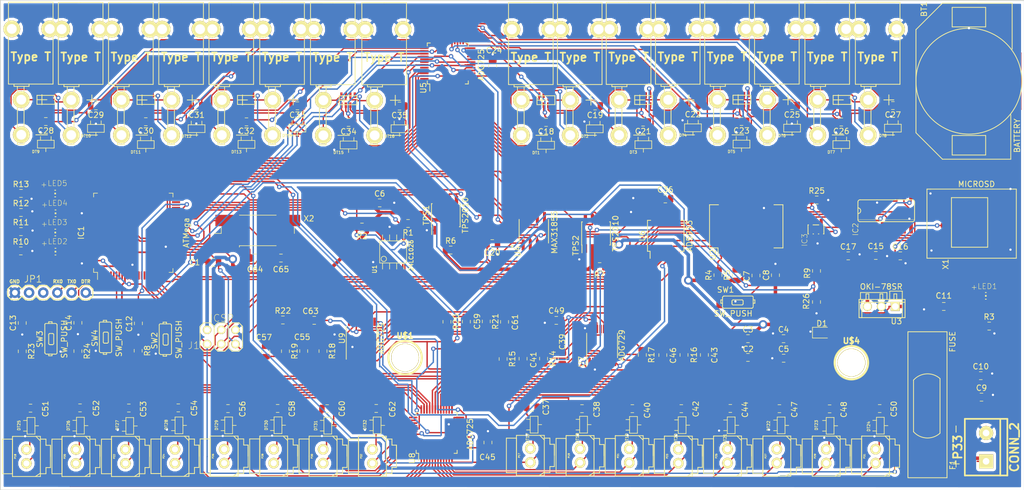
<source format=kicad_pcb>
(kicad_pcb (version 20171130) (host pcbnew "(5.0.2)-1")
  (layers (0 F.Cu signal) (31 B.Cu signal) (34 B.Paste user) (35 F.Paste user) (37 F.SilkS user) (38 B.Mask user hide) (39 F.Mask user hide) (44 Edge.Cuts user hide))
  (net 0 "")
  (net 1 GND)
  (net 2 "Net-(BT1-Pad1)")
  (net 3 DTR)
  (net 4 RESET)
  (net 5 "Net-(C2-Pad1)")
  (net 6 V1)
  (net 7 "Net-(C10-Pad1)")
  (net 8 /Switch_LED/SWITCH1)
  (net 9 /Switch_LED/SWITCH2)
  (net 10 /Switch_LED/SWITCH3)
  (net 11 /SD_Card/+3V3)
  (net 12 "Net-(C18-Pad2)")
  (net 13 "Net-(C18-Pad1)")
  (net 14 "Net-(C19-Pad2)")
  (net 15 "Net-(C19-Pad1)")
  (net 16 /T_sensor/5V)
  (net 17 "Net-(C21-Pad1)")
  (net 18 "Net-(C21-Pad2)")
  (net 19 "Net-(C22-Pad2)")
  (net 20 "Net-(C22-Pad1)")
  (net 21 "Net-(C23-Pad1)")
  (net 22 "Net-(C23-Pad2)")
  (net 23 "Net-(C25-Pad2)")
  (net 24 "Net-(C25-Pad1)")
  (net 25 "Net-(C26-Pad1)")
  (net 26 "Net-(C26-Pad2)")
  (net 27 "Net-(C27-Pad2)")
  (net 28 "Net-(C27-Pad1)")
  (net 29 "Net-(C28-Pad1)")
  (net 30 "Net-(C28-Pad2)")
  (net 31 "Net-(C29-Pad2)")
  (net 32 "Net-(C29-Pad1)")
  (net 33 "Net-(C30-Pad1)")
  (net 34 "Net-(C30-Pad2)")
  (net 35 "Net-(C31-Pad2)")
  (net 36 "Net-(C31-Pad1)")
  (net 37 "Net-(C32-Pad1)")
  (net 38 "Net-(C32-Pad2)")
  (net 39 "Net-(C33-Pad2)")
  (net 40 "Net-(C33-Pad1)")
  (net 41 "Net-(C34-Pad1)")
  (net 42 "Net-(C34-Pad2)")
  (net 43 "Net-(C35-Pad2)")
  (net 44 "Net-(C35-Pad1)")
  (net 45 /Z_sensor/5V)
  (net 46 /Z_sensor/z_impedance/Z1B)
  (net 47 /Z_sensor/z_impedance/Z1A)
  (net 48 /Z_sensor/z_impedance/Z2A)
  (net 49 /Z_sensor/z_impedance/Z2B)
  (net 50 "Net-(C39-Pad2)")
  (net 51 "Net-(C39-Pad1)")
  (net 52 /Z_sensor/z_impedance/Z3B)
  (net 53 /Z_sensor/z_impedance/Z3A)
  (net 54 "Net-(C41-Pad2)")
  (net 55 "Net-(C41-Pad1)")
  (net 56 /Z_sensor/z_impedance/Z4A)
  (net 57 /Z_sensor/z_impedance/Z4B)
  (net 58 "Net-(C43-Pad1)")
  (net 59 "Net-(C43-Pad2)")
  (net 60 /Z_sensor/z_impedance/Z5B)
  (net 61 /Z_sensor/z_impedance/Z5A)
  (net 62 "Net-(C46-Pad2)")
  (net 63 "Net-(C46-Pad1)")
  (net 64 /Z_sensor/z_impedance/Z6A)
  (net 65 /Z_sensor/z_impedance/Z6B)
  (net 66 /Z_sensor/z_impedance/Z7B)
  (net 67 /Z_sensor/z_impedance/Z7A)
  (net 68 /Z_sensor/z_impedance/Z8A)
  (net 69 /Z_sensor/z_impedance/Z8B)
  (net 70 /Z_sensor/z_impedance/Z9B)
  (net 71 /Z_sensor/z_impedance/Z9A)
  (net 72 /Z_sensor/z_impedance/Z10A)
  (net 73 /Z_sensor/z_impedance/Z10B)
  (net 74 /Z_sensor/z_impedance/Z11B)
  (net 75 /Z_sensor/z_impedance/Z11A)
  (net 76 /Z_sensor/z_impedance/Z12A)
  (net 77 /Z_sensor/z_impedance/Z12B)
  (net 78 "Net-(C55-Pad1)")
  (net 79 "Net-(C55-Pad2)")
  (net 80 /Z_sensor/z_impedance/Z13B)
  (net 81 /Z_sensor/z_impedance/Z13A)
  (net 82 "Net-(C57-Pad2)")
  (net 83 "Net-(C57-Pad1)")
  (net 84 /Z_sensor/z_impedance/Z14A)
  (net 85 /Z_sensor/z_impedance/Z14B)
  (net 86 "Net-(C59-Pad1)")
  (net 87 "Net-(C59-Pad2)")
  (net 88 /Z_sensor/z_impedance/Z15B)
  (net 89 /Z_sensor/z_impedance/Z15A)
  (net 90 "Net-(C61-Pad1)")
  (net 91 "Net-(C61-Pad2)")
  (net 92 /Z_sensor/z_impedance/Z16B)
  (net 93 /Z_sensor/z_impedance/Z16A)
  (net 94 +12V)
  (net 95 /T_sensor/ThermocoupleBreakout/T1a)
  (net 96 /T_sensor/ThermocoupleBreakout/T1b)
  (net 97 /T_sensor/ThermocoupleBreakout/T2a)
  (net 98 /T_sensor/ThermocoupleBreakout/T2b)
  (net 99 /T_sensor/ThermocoupleBreakout/T4b)
  (net 100 /T_sensor/ThermocoupleBreakout/T4a)
  (net 101 /T_sensor/ThermocoupleBreakout/T3b)
  (net 102 /T_sensor/ThermocoupleBreakout/T3a)
  (net 103 /T_sensor/ThermocoupleBreakout/T6b)
  (net 104 /T_sensor/ThermocoupleBreakout/T6a)
  (net 105 /T_sensor/ThermocoupleBreakout/T5b)
  (net 106 /T_sensor/ThermocoupleBreakout/T5a)
  (net 107 /T_sensor/ThermocoupleBreakout/T7a)
  (net 108 /T_sensor/ThermocoupleBreakout/T7b)
  (net 109 /T_sensor/ThermocoupleBreakout/T8a)
  (net 110 /T_sensor/ThermocoupleBreakout/T8b)
  (net 111 /T_sensor/ThermocoupleBreakout/T10b)
  (net 112 /T_sensor/ThermocoupleBreakout/T10a)
  (net 113 /T_sensor/ThermocoupleBreakout/T9b)
  (net 114 /T_sensor/ThermocoupleBreakout/T9a)
  (net 115 /T_sensor/ThermocoupleBreakout/T11a)
  (net 116 /T_sensor/ThermocoupleBreakout/T11b)
  (net 117 /T_sensor/ThermocoupleBreakout/T12a)
  (net 118 /T_sensor/ThermocoupleBreakout/T12b)
  (net 119 /T_sensor/ThermocoupleBreakout/T14b)
  (net 120 /T_sensor/ThermocoupleBreakout/T14a)
  (net 121 /T_sensor/ThermocoupleBreakout/T13b)
  (net 122 /T_sensor/ThermocoupleBreakout/T13a)
  (net 123 /T_sensor/ThermocoupleBreakout/T15a)
  (net 124 /T_sensor/ThermocoupleBreakout/T15b)
  (net 125 /T_sensor/ThermocoupleBreakout/T16a)
  (net 126 /T_sensor/ThermocoupleBreakout/T16b)
  (net 127 /RX0)
  (net 128 /TX0)
  (net 129 "/clock-ISP schema/INTSQW")
  (net 130 /SCK)
  (net 131 /MOSI)
  (net 132 /MISO)
  (net 133 /SD_CS)
  (net 134 /SD_EN)
  (net 135 /T_sensor/MISO)
  (net 136 /T_sensor/SS)
  (net 137 /T_sensor/SCK)
  (net 138 /T_sensor/SYNC)
  (net 139 /T_sensor/DIN)
  (net 140 /T_sensor/SCLK)
  (net 141 "Net-(IC1-Pad42)")
  (net 142 SCL)
  (net 143 SDA)
  (net 144 "Net-(IC1-Pad45)")
  (net 145 /Z_sensor/SYNC)
  (net 146 /Z_sensor/DIN)
  (net 147 /Z_sensor/SCLK)
  (net 148 /led/LED4)
  (net 149 /led/LED3)
  (net 150 /led/LED2)
  (net 151 /led/LED1)
  (net 152 "Net-(IC2-Pad2)")
  (net 153 "Net-(IC2-Pad4)")
  (net 154 "Net-(LED1-PadC)")
  (net 155 "Net-(LED2-PadC)")
  (net 156 "Net-(LED3-PadC)")
  (net 157 "Net-(LED4-PadC)")
  (net 158 "Net-(LED5-PadC)")
  (net 159 "Net-(R4-Pad2)")
  (net 160 "Net-(R22-Pad1)")
  (net 161 "Net-(U4-Pad2)")
  (net 162 "Net-(U4-Pad3)")
  (net 163 "Net-(U6-Pad4)")
  (net 164 "Net-(U6-Pad5)")
  (net 165 "Net-(U6-Pad6)")
  (net 166 "Net-(C64-Pad1)")
  (net 167 "Net-(C65-Pad1)")
  (net 168 "Net-(IC2-Pad10)")
  (net 169 ADBATT)
  (module MyFootprint:MicroSD_2 (layer F.Cu) (at 226.32162 81.64322)
    (fp_text reference X1 (at -2.55016 7.49554 90) (layer F.SilkS))
    (fp_text value MICROSD (at 2.97942 -6.86562) (layer F.SilkS))
    (pad 1 smd rect (at -2.51 3.85 270) (size 0.8 1.8) (layers F.Cu F.Paste F.Mask))
    (pad 2 smd rect (at -2.51 2.75 270) (size 0.8 1.8) (layers F.Cu F.Paste F.Mask) (net 168 "Net-(IC2-Pad10)"))
    (pad 3 smd rect (at -2.51 1.65 270) (size 0.8 1.8) (layers F.Cu F.Paste F.Mask) (net 153 "Net-(IC2-Pad4)"))
    (pad 4 smd rect (at -2.51 0.55 270) (size 0.8 1.8) (layers F.Cu F.Paste F.Mask) (net 11 /SD_Card/+3V3))
    (pad 5 smd rect (at -2.51 -0.55 270) (size 0.8 1.8) (layers F.Cu F.Paste F.Mask) (net 152 "Net-(IC2-Pad2)"))
    (pad 6 smd rect (at -2.51 -1.65 270) (size 0.8 1.8) (layers F.Cu F.Paste F.Mask) (net 1 GND))
    (pad 7 smd rect (at -2.51 -2.75 270) (size 0.8 1.8) (layers F.Cu F.Paste F.Mask) (net 132 /MISO))
    (pad 8 smd rect (at -2.51 -3.85 270) (size 0.8 1.8) (layers F.Cu F.Paste F.Mask))
    (pad GND1 smd rect (at 9.04 3.35) (size 1.2 1.8) (layers F.Cu F.Paste F.Mask) (net 1 GND))
    (pad GND3 smd rect (at -4.51 3.25) (size 1.4 1.8) (layers F.Cu F.Paste F.Mask) (net 1 GND))
    (pad GND4 smd rect (at -4.51 -3.25) (size 1.4 1.8) (layers F.Cu F.Paste F.Mask) (net 1 GND))
    (pad GND2 smd rect (at 9.04 -4) (size 1.2 1.8) (layers F.Cu F.Paste F.Mask) (net 1 GND))
  )
  (module Capacitor_SMD:C_0805_2012Metric (layer F.Cu) (at 99.9744 88.0364)
    (fp_text reference C64 (at 0 2.032) (layer F.SilkS))
    (fp_text value 22pF)
    (pad 2 smd roundrect (at 0.9375 0) (size 0.975 1.4) (layers F.Cu F.Paste F.Mask) (net 1 GND))
    (pad 1 smd roundrect (at -0.9375 0) (size 0.975 1.4) (layers F.Cu F.Paste F.Mask) (net 166 "Net-(C64-Pad1)"))
  )
  (module MyFootprint:thermocouple-connector (layer F.Cu) (at 104.817 59.6708)
    (fp_text reference P12 hide)
    (fp_text value CONN_4 hide)
    (fp_text user "Type T" (at 0 -7.7) (layer F.SilkS) (effects (font (size 1.5 1.5) (thickness 0.3))))
    (pad 4 thru_hole circle (at 3.4 -12.7) (size 3 3) (drill 1.77) (layers *.Cu *.Mask B.Paste F.SilkS) (net 1 GND))
    (pad 3 thru_hole circle (at -3.4 -12.7) (size 3 3) (drill 1.77) (layers *.Cu *.Mask B.Paste F.SilkS) (net 1 GND))
    (pad 2 thru_hole circle (at -1.7 6.3) (size 3 3) (drill 1.77) (layers *.Cu *.Mask B.Paste F.SilkS) (net 119 /T_sensor/ThermocoupleBreakout/T14b))
    (pad 1 thru_hole circle (at -1.7 0) (size 3 3) (drill 1.77) (layers *.Cu *.Mask B.Paste F.SilkS) (net 120 /T_sensor/ThermocoupleBreakout/T14a))
  )
  (module MyFootprint:Battery_20mm_coincell (layer F.Cu) (at 227.95 56.3 90)
    (fp_text reference BT1 (at 12.92 -8.05 90) (layer F.SilkS))
    (fp_text value BATTERY (at -9.78 8.64 90) (layer F.SilkS))
    (pad 1 smd rect (at -11.45 0 90) (size 2.5 5.1) (layers F.Cu F.Paste F.Mask) (net 2 "Net-(BT1-Pad1)"))
    (pad 1 smd rect (at 11.45 0 90) (size 2.5 5.1) (layers F.Cu F.Paste F.Mask) (net 2 "Net-(BT1-Pad1)"))
    (pad 2 smd circle (at 0 0 90) (size 17.8 17.8) (layers F.Cu F.Mask) (net 1 GND))
  )
  (module MyFootprint:ADG725_TQFP-48-1EP_7x7mm_P0.5mm_EP3.5x3.5mm (layer F.Cu) (at 134.525 53.125 90)
    (fp_text reference U5 (at -4.39 -4.375 90) (layer F.SilkS))
    (fp_text value ADG725)
    (fp_text user ADG725 (at -0.25 6 90) (layer F.SilkS))
    (pad 1 smd rect (at -4.2 -2.75 90) (size 1.5 0.3) (layers F.Cu F.Paste F.Mask) (net 35 "Net-(C31-Pad2)"))
    (pad 2 smd rect (at -4.2 -2.25 90) (size 1.5 0.3) (layers F.Cu F.Paste F.Mask) (net 34 "Net-(C30-Pad2)"))
    (pad 3 smd rect (at -4.2 -1.75 90) (size 1.5 0.3) (layers F.Cu F.Paste F.Mask) (net 31 "Net-(C29-Pad2)"))
    (pad 4 smd rect (at -4.2 -1.25 90) (size 1.5 0.3) (layers F.Cu F.Paste F.Mask) (net 30 "Net-(C28-Pad2)"))
    (pad 5 smd rect (at -4.2 -0.75 90) (size 1.5 0.3) (layers F.Cu F.Paste F.Mask) (net 27 "Net-(C27-Pad2)"))
    (pad 6 smd rect (at -4.2 -0.25 90) (size 1.5 0.3) (layers F.Cu F.Paste F.Mask) (net 26 "Net-(C26-Pad2)"))
    (pad 7 smd rect (at -4.2 0.25 90) (size 1.5 0.3) (layers F.Cu F.Paste F.Mask) (net 23 "Net-(C25-Pad2)"))
    (pad 8 smd rect (at -4.2 0.75 90) (size 1.5 0.3) (layers F.Cu F.Paste F.Mask) (net 22 "Net-(C23-Pad2)"))
    (pad 9 smd rect (at -4.2 1.25 90) (size 1.5 0.3) (layers F.Cu F.Paste F.Mask) (net 19 "Net-(C22-Pad2)"))
    (pad 10 smd rect (at -4.2 1.75 90) (size 1.5 0.3) (layers F.Cu F.Paste F.Mask) (net 18 "Net-(C21-Pad2)"))
    (pad 11 smd rect (at -4.2 2.25 90) (size 1.5 0.3) (layers F.Cu F.Paste F.Mask) (net 14 "Net-(C19-Pad2)"))
    (pad 12 smd rect (at -4.2 2.75 90) (size 1.5 0.3) (layers F.Cu F.Paste F.Mask) (net 12 "Net-(C18-Pad2)"))
    (pad 13 smd rect (at -2.75 4.2 180) (size 1.5 0.3) (layers F.Cu F.Paste F.Mask) (net 16 /T_sensor/5V))
    (pad 14 smd rect (at -2.25 4.2 180) (size 1.5 0.3) (layers F.Cu F.Paste F.Mask) (net 16 /T_sensor/5V))
    (pad 15 smd rect (at -1.75 4.2 180) (size 1.5 0.3) (layers F.Cu F.Paste F.Mask))
    (pad 16 smd rect (at -1.25 4.2 180) (size 1.5 0.3) (layers F.Cu F.Paste F.Mask))
    (pad 17 smd rect (at -0.75 4.2 180) (size 1.5 0.3) (layers F.Cu F.Paste F.Mask) (net 138 /T_sensor/SYNC))
    (pad 18 smd rect (at -0.25 4.2 180) (size 1.5 0.3) (layers F.Cu F.Paste F.Mask) (net 139 /T_sensor/DIN))
    (pad 19 smd rect (at 0.25 4.2 180) (size 1.5 0.3) (layers F.Cu F.Paste F.Mask) (net 140 /T_sensor/SCLK))
    (pad 20 smd rect (at 0.75 4.2 180) (size 1.5 0.3) (layers F.Cu F.Paste F.Mask))
    (pad 21 smd rect (at 1.25 4.2 180) (size 1.5 0.3) (layers F.Cu F.Paste F.Mask))
    (pad 22 smd rect (at 1.75 4.2 180) (size 1.5 0.3) (layers F.Cu F.Paste F.Mask))
    (pad 23 smd rect (at 2.25 4.2 180) (size 1.5 0.3) (layers F.Cu F.Paste F.Mask) (net 1 GND))
    (pad 24 smd rect (at 2.75 4.2 180) (size 1.5 0.3) (layers F.Cu F.Paste F.Mask) (net 1 GND))
    (pad 25 smd rect (at 4.2 2.75 90) (size 1.5 0.3) (layers F.Cu F.Paste F.Mask) (net 13 "Net-(C18-Pad1)"))
    (pad 26 smd rect (at 4.2 2.25 90) (size 1.5 0.3) (layers F.Cu F.Paste F.Mask) (net 15 "Net-(C19-Pad1)"))
    (pad 27 smd rect (at 4.2 1.75 90) (size 1.5 0.3) (layers F.Cu F.Paste F.Mask) (net 17 "Net-(C21-Pad1)"))
    (pad 28 smd rect (at 4.2 1.25 90) (size 1.5 0.3) (layers F.Cu F.Paste F.Mask) (net 20 "Net-(C22-Pad1)"))
    (pad 29 smd rect (at 4.2 0.75 90) (size 1.5 0.3) (layers F.Cu F.Paste F.Mask) (net 21 "Net-(C23-Pad1)"))
    (pad 30 smd rect (at 4.2 0.25 90) (size 1.5 0.3) (layers F.Cu F.Paste F.Mask) (net 24 "Net-(C25-Pad1)"))
    (pad 31 smd rect (at 4.2 -0.25 90) (size 1.5 0.3) (layers F.Cu F.Paste F.Mask) (net 25 "Net-(C26-Pad1)"))
    (pad 32 smd rect (at 4.2 -0.75 90) (size 1.5 0.3) (layers F.Cu F.Paste F.Mask) (net 28 "Net-(C27-Pad1)"))
    (pad 33 smd rect (at 4.2 -1.25 90) (size 1.5 0.3) (layers F.Cu F.Paste F.Mask) (net 29 "Net-(C28-Pad1)"))
    (pad 34 smd rect (at 4.2 -1.75 90) (size 1.5 0.3) (layers F.Cu F.Paste F.Mask) (net 32 "Net-(C29-Pad1)"))
    (pad 35 smd rect (at 4.2 -2.25 90) (size 1.5 0.3) (layers F.Cu F.Paste F.Mask) (net 33 "Net-(C30-Pad1)"))
    (pad 36 smd rect (at 4.2 -2.75 90) (size 1.5 0.3) (layers F.Cu F.Paste F.Mask) (net 36 "Net-(C31-Pad1)"))
    (pad 37 smd rect (at 2.75 -4.2 180) (size 1.5 0.3) (layers F.Cu F.Paste F.Mask) (net 37 "Net-(C32-Pad1)"))
    (pad 38 smd rect (at 2.25 -4.2 180) (size 1.5 0.3) (layers F.Cu F.Paste F.Mask) (net 40 "Net-(C33-Pad1)"))
    (pad 39 smd rect (at 1.75 -4.2 180) (size 1.5 0.3) (layers F.Cu F.Paste F.Mask) (net 41 "Net-(C34-Pad1)"))
    (pad 40 smd rect (at 1.25 -4.2 180) (size 1.5 0.3) (layers F.Cu F.Paste F.Mask) (net 44 "Net-(C35-Pad1)"))
    (pad 41 smd rect (at 0.75 -4.2 180) (size 1.5 0.3) (layers F.Cu F.Paste F.Mask) (net 161 "Net-(U4-Pad2)"))
    (pad 42 smd rect (at 0.25 -4.2 180) (size 1.5 0.3) (layers F.Cu F.Paste F.Mask))
    (pad 43 smd rect (at -0.25 -4.2 180) (size 1.5 0.3) (layers F.Cu F.Paste F.Mask) (net 162 "Net-(U4-Pad3)"))
    (pad 44 smd rect (at -0.75 -4.2 180) (size 1.5 0.3) (layers F.Cu F.Paste F.Mask))
    (pad 45 smd rect (at -1.25 -4.2 180) (size 1.5 0.3) (layers F.Cu F.Paste F.Mask) (net 43 "Net-(C35-Pad2)"))
    (pad 46 smd rect (at -1.75 -4.2 180) (size 1.5 0.3) (layers F.Cu F.Paste F.Mask) (net 42 "Net-(C34-Pad2)"))
    (pad 47 smd rect (at -2.25 -4.2 180) (size 1.5 0.3) (layers F.Cu F.Paste F.Mask) (net 39 "Net-(C33-Pad2)"))
    (pad 48 smd rect (at -2.75 -4.2 180) (size 1.5 0.3) (layers F.Cu F.Paste F.Mask) (net 38 "Net-(C32-Pad2)"))
  )
  (module MyFootprint:DrillHole_1pin (layer F.Cu) (at 126.875 105.91 90)
    (fp_text reference U$1 (at 3.93 -0.01 180) (layer F.SilkS) (effects (font (size 1.016 1.016) (thickness 0.254))))
    (fp_text value FIDUCIAL hide)
    (pad 1 thru_hole circle (at 0 0 90) (size 5 5) (drill 4.8) (layers *.Cu *.Mask F.Paste F.SilkS))
  )
  (module MyFootprint:DrillHole_1pin (layer F.Cu) (at 206.875 106.81)
    (fp_text reference U$4 (at 0 -3.92) (layer F.SilkS) (effects (font (size 1.016 1.016) (thickness 0.254))))
    (fp_text value FIDUCIAL hide)
    (pad 1 thru_hole circle (at 0 0) (size 5 5) (drill 4.8) (layers *.Cu *.Mask F.Paste F.SilkS))
  )
  (module MyFootprint:ADG725_TQFP-48-1EP_7x7mm_P0.5mm_EP3.5x3.5mm (layer F.Cu) (at 132.529 119.406 90)
    (fp_text reference U8 (at -4.559 -4.389 90) (layer F.SilkS))
    (fp_text value ADG725)
    (fp_text user ADG725 (at -0.25 6 90) (layer F.SilkS))
    (pad 1 smd rect (at -4.2 -2.75 90) (size 1.5 0.3) (layers F.Cu F.Paste F.Mask) (net 76 /Z_sensor/z_impedance/Z12A))
    (pad 2 smd rect (at -4.2 -2.25 90) (size 1.5 0.3) (layers F.Cu F.Paste F.Mask) (net 75 /Z_sensor/z_impedance/Z11A))
    (pad 3 smd rect (at -4.2 -1.75 90) (size 1.5 0.3) (layers F.Cu F.Paste F.Mask) (net 72 /Z_sensor/z_impedance/Z10A))
    (pad 4 smd rect (at -4.2 -1.25 90) (size 1.5 0.3) (layers F.Cu F.Paste F.Mask) (net 71 /Z_sensor/z_impedance/Z9A))
    (pad 5 smd rect (at -4.2 -0.75 90) (size 1.5 0.3) (layers F.Cu F.Paste F.Mask) (net 68 /Z_sensor/z_impedance/Z8A))
    (pad 6 smd rect (at -4.2 -0.25 90) (size 1.5 0.3) (layers F.Cu F.Paste F.Mask) (net 67 /Z_sensor/z_impedance/Z7A))
    (pad 7 smd rect (at -4.2 0.25 90) (size 1.5 0.3) (layers F.Cu F.Paste F.Mask) (net 64 /Z_sensor/z_impedance/Z6A))
    (pad 8 smd rect (at -4.2 0.75 90) (size 1.5 0.3) (layers F.Cu F.Paste F.Mask) (net 61 /Z_sensor/z_impedance/Z5A))
    (pad 9 smd rect (at -4.2 1.25 90) (size 1.5 0.3) (layers F.Cu F.Paste F.Mask) (net 56 /Z_sensor/z_impedance/Z4A))
    (pad 10 smd rect (at -4.2 1.75 90) (size 1.5 0.3) (layers F.Cu F.Paste F.Mask) (net 53 /Z_sensor/z_impedance/Z3A))
    (pad 11 smd rect (at -4.2 2.25 90) (size 1.5 0.3) (layers F.Cu F.Paste F.Mask) (net 48 /Z_sensor/z_impedance/Z2A))
    (pad 12 smd rect (at -4.2 2.75 90) (size 1.5 0.3) (layers F.Cu F.Paste F.Mask) (net 47 /Z_sensor/z_impedance/Z1A))
    (pad 13 smd rect (at -2.75 4.2 180) (size 1.5 0.3) (layers F.Cu F.Paste F.Mask) (net 45 /Z_sensor/5V))
    (pad 14 smd rect (at -2.25 4.2 180) (size 1.5 0.3) (layers F.Cu F.Paste F.Mask) (net 45 /Z_sensor/5V))
    (pad 15 smd rect (at -1.75 4.2 180) (size 1.5 0.3) (layers F.Cu F.Paste F.Mask))
    (pad 16 smd rect (at -1.25 4.2 180) (size 1.5 0.3) (layers F.Cu F.Paste F.Mask))
    (pad 17 smd rect (at -0.75 4.2 180) (size 1.5 0.3) (layers F.Cu F.Paste F.Mask) (net 145 /Z_sensor/SYNC))
    (pad 18 smd rect (at -0.25 4.2 180) (size 1.5 0.3) (layers F.Cu F.Paste F.Mask) (net 146 /Z_sensor/DIN))
    (pad 19 smd rect (at 0.25 4.2 180) (size 1.5 0.3) (layers F.Cu F.Paste F.Mask) (net 147 /Z_sensor/SCLK))
    (pad 20 smd rect (at 0.75 4.2 180) (size 1.5 0.3) (layers F.Cu F.Paste F.Mask))
    (pad 21 smd rect (at 1.25 4.2 180) (size 1.5 0.3) (layers F.Cu F.Paste F.Mask))
    (pad 22 smd rect (at 1.75 4.2 180) (size 1.5 0.3) (layers F.Cu F.Paste F.Mask))
    (pad 23 smd rect (at 2.25 4.2 180) (size 1.5 0.3) (layers F.Cu F.Paste F.Mask) (net 1 GND))
    (pad 24 smd rect (at 2.75 4.2 180) (size 1.5 0.3) (layers F.Cu F.Paste F.Mask) (net 1 GND))
    (pad 25 smd rect (at 4.2 2.75 90) (size 1.5 0.3) (layers F.Cu F.Paste F.Mask) (net 46 /Z_sensor/z_impedance/Z1B))
    (pad 26 smd rect (at 4.2 2.25 90) (size 1.5 0.3) (layers F.Cu F.Paste F.Mask) (net 49 /Z_sensor/z_impedance/Z2B))
    (pad 27 smd rect (at 4.2 1.75 90) (size 1.5 0.3) (layers F.Cu F.Paste F.Mask) (net 52 /Z_sensor/z_impedance/Z3B))
    (pad 28 smd rect (at 4.2 1.25 90) (size 1.5 0.3) (layers F.Cu F.Paste F.Mask) (net 57 /Z_sensor/z_impedance/Z4B))
    (pad 29 smd rect (at 4.2 0.75 90) (size 1.5 0.3) (layers F.Cu F.Paste F.Mask) (net 60 /Z_sensor/z_impedance/Z5B))
    (pad 30 smd rect (at 4.2 0.25 90) (size 1.5 0.3) (layers F.Cu F.Paste F.Mask) (net 65 /Z_sensor/z_impedance/Z6B))
    (pad 31 smd rect (at 4.2 -0.25 90) (size 1.5 0.3) (layers F.Cu F.Paste F.Mask) (net 66 /Z_sensor/z_impedance/Z7B))
    (pad 32 smd rect (at 4.2 -0.75 90) (size 1.5 0.3) (layers F.Cu F.Paste F.Mask) (net 69 /Z_sensor/z_impedance/Z8B))
    (pad 33 smd rect (at 4.2 -1.25 90) (size 1.5 0.3) (layers F.Cu F.Paste F.Mask) (net 70 /Z_sensor/z_impedance/Z9B))
    (pad 34 smd rect (at 4.2 -1.75 90) (size 1.5 0.3) (layers F.Cu F.Paste F.Mask) (net 73 /Z_sensor/z_impedance/Z10B))
    (pad 35 smd rect (at 4.2 -2.25 90) (size 1.5 0.3) (layers F.Cu F.Paste F.Mask) (net 74 /Z_sensor/z_impedance/Z11B))
    (pad 36 smd rect (at 4.2 -2.75 90) (size 1.5 0.3) (layers F.Cu F.Paste F.Mask) (net 77 /Z_sensor/z_impedance/Z12B))
    (pad 37 smd rect (at 2.75 -4.2 180) (size 1.5 0.3) (layers F.Cu F.Paste F.Mask) (net 80 /Z_sensor/z_impedance/Z13B))
    (pad 38 smd rect (at 2.25 -4.2 180) (size 1.5 0.3) (layers F.Cu F.Paste F.Mask) (net 85 /Z_sensor/z_impedance/Z14B))
    (pad 39 smd rect (at 1.75 -4.2 180) (size 1.5 0.3) (layers F.Cu F.Paste F.Mask) (net 88 /Z_sensor/z_impedance/Z15B))
    (pad 40 smd rect (at 1.25 -4.2 180) (size 1.5 0.3) (layers F.Cu F.Paste F.Mask) (net 92 /Z_sensor/z_impedance/Z16B))
    (pad 41 smd rect (at 0.75 -4.2 180) (size 1.5 0.3) (layers F.Cu F.Paste F.Mask) (net 165 "Net-(U6-Pad6)"))
    (pad 42 smd rect (at 0.25 -4.2 180) (size 1.5 0.3) (layers F.Cu F.Paste F.Mask))
    (pad 43 smd rect (at -0.25 -4.2 180) (size 1.5 0.3) (layers F.Cu F.Paste F.Mask) (net 164 "Net-(U6-Pad5)"))
    (pad 44 smd rect (at -0.75 -4.2 180) (size 1.5 0.3) (layers F.Cu F.Paste F.Mask))
    (pad 45 smd rect (at -1.25 -4.2 180) (size 1.5 0.3) (layers F.Cu F.Paste F.Mask) (net 93 /Z_sensor/z_impedance/Z16A))
    (pad 46 smd rect (at -1.75 -4.2 180) (size 1.5 0.3) (layers F.Cu F.Paste F.Mask) (net 89 /Z_sensor/z_impedance/Z15A))
    (pad 47 smd rect (at -2.25 -4.2 180) (size 1.5 0.3) (layers F.Cu F.Paste F.Mask) (net 84 /Z_sensor/z_impedance/Z14A))
    (pad 48 smd rect (at -2.75 -4.2 180) (size 1.5 0.3) (layers F.Cu F.Paste F.Mask) (net 81 /Z_sensor/z_impedance/Z13A))
  )
  (module MyFootprint:FEARRAY (layer F.Cu) (at 152.117 59.706 90)
    (fp_text reference FB1 hide)
    (fp_text value FEARRAY hide)
    (pad 8 smd rect (at 0.9 1.2 90) (size 1 0.4) (layers F.Cu F.Paste F.Mask) (net 98 /T_sensor/ThermocoupleBreakout/T2b))
    (pad 7 smd rect (at 0.9 0.4 90) (size 1 0.4) (layers F.Cu F.Paste F.Mask) (net 97 /T_sensor/ThermocoupleBreakout/T2a))
    (pad 6 smd rect (at 0.9 -0.4 90) (size 1 0.4) (layers F.Cu F.Paste F.Mask) (net 96 /T_sensor/ThermocoupleBreakout/T1b))
    (pad 5 smd rect (at 0.9 -1.2 90) (size 1 0.4) (layers F.Cu F.Paste F.Mask) (net 95 /T_sensor/ThermocoupleBreakout/T1a))
    (pad 4 smd rect (at -0.9 1.2 90) (size 1 0.4) (layers F.Cu F.Paste F.Mask) (net 15 "Net-(C19-Pad1)"))
    (pad 3 smd rect (at -0.9 0.4 90) (size 1 0.4) (layers F.Cu F.Paste F.Mask) (net 14 "Net-(C19-Pad2)"))
    (pad 2 smd rect (at -0.9 -0.4 90) (size 1 0.4) (layers F.Cu F.Paste F.Mask) (net 13 "Net-(C18-Pad1)"))
    (pad 1 smd rect (at -0.9 -1.2 90) (size 1 0.4) (layers F.Cu F.Paste F.Mask) (net 12 "Net-(C18-Pad2)"))
  )
  (module MyFootprint:FEARRAY (layer F.Cu) (at 169.631 59.676 90)
    (fp_text reference FB2 hide)
    (fp_text value FEARRAY hide)
    (pad 8 smd rect (at 0.9 1.2 90) (size 1 0.4) (layers F.Cu F.Paste F.Mask) (net 99 /T_sensor/ThermocoupleBreakout/T4b))
    (pad 7 smd rect (at 0.9 0.4 90) (size 1 0.4) (layers F.Cu F.Paste F.Mask) (net 100 /T_sensor/ThermocoupleBreakout/T4a))
    (pad 6 smd rect (at 0.9 -0.4 90) (size 1 0.4) (layers F.Cu F.Paste F.Mask) (net 101 /T_sensor/ThermocoupleBreakout/T3b))
    (pad 5 smd rect (at 0.9 -1.2 90) (size 1 0.4) (layers F.Cu F.Paste F.Mask) (net 102 /T_sensor/ThermocoupleBreakout/T3a))
    (pad 4 smd rect (at -0.9 1.2 90) (size 1 0.4) (layers F.Cu F.Paste F.Mask) (net 20 "Net-(C22-Pad1)"))
    (pad 3 smd rect (at -0.9 0.4 90) (size 1 0.4) (layers F.Cu F.Paste F.Mask) (net 19 "Net-(C22-Pad2)"))
    (pad 2 smd rect (at -0.9 -0.4 90) (size 1 0.4) (layers F.Cu F.Paste F.Mask) (net 17 "Net-(C21-Pad1)"))
    (pad 1 smd rect (at -0.9 -1.2 90) (size 1 0.4) (layers F.Cu F.Paste F.Mask) (net 18 "Net-(C21-Pad2)"))
  )
  (module MyFootprint:FEARRAY (layer F.Cu) (at 187.251 59.616 90)
    (fp_text reference FB3 hide)
    (fp_text value FEARRAY hide)
    (pad 8 smd rect (at 0.9 1.2 90) (size 1 0.4) (layers F.Cu F.Paste F.Mask) (net 103 /T_sensor/ThermocoupleBreakout/T6b))
    (pad 7 smd rect (at 0.9 0.4 90) (size 1 0.4) (layers F.Cu F.Paste F.Mask) (net 104 /T_sensor/ThermocoupleBreakout/T6a))
    (pad 6 smd rect (at 0.9 -0.4 90) (size 1 0.4) (layers F.Cu F.Paste F.Mask) (net 105 /T_sensor/ThermocoupleBreakout/T5b))
    (pad 5 smd rect (at 0.9 -1.2 90) (size 1 0.4) (layers F.Cu F.Paste F.Mask) (net 106 /T_sensor/ThermocoupleBreakout/T5a))
    (pad 4 smd rect (at -0.9 1.2 90) (size 1 0.4) (layers F.Cu F.Paste F.Mask) (net 24 "Net-(C25-Pad1)"))
    (pad 3 smd rect (at -0.9 0.4 90) (size 1 0.4) (layers F.Cu F.Paste F.Mask) (net 23 "Net-(C25-Pad2)"))
    (pad 2 smd rect (at -0.9 -0.4 90) (size 1 0.4) (layers F.Cu F.Paste F.Mask) (net 21 "Net-(C23-Pad1)"))
    (pad 1 smd rect (at -0.9 -1.2 90) (size 1 0.4) (layers F.Cu F.Paste F.Mask) (net 22 "Net-(C23-Pad2)"))
  )
  (module MyFootprint:FEARRAY (layer F.Cu) (at 205.211 59.661 90)
    (fp_text reference FB4 hide)
    (fp_text value FEARRAY hide)
    (pad 8 smd rect (at 0.9 1.2 90) (size 1 0.4) (layers F.Cu F.Paste F.Mask) (net 110 /T_sensor/ThermocoupleBreakout/T8b))
    (pad 7 smd rect (at 0.9 0.4 90) (size 1 0.4) (layers F.Cu F.Paste F.Mask) (net 109 /T_sensor/ThermocoupleBreakout/T8a))
    (pad 6 smd rect (at 0.9 -0.4 90) (size 1 0.4) (layers F.Cu F.Paste F.Mask) (net 108 /T_sensor/ThermocoupleBreakout/T7b))
    (pad 5 smd rect (at 0.9 -1.2 90) (size 1 0.4) (layers F.Cu F.Paste F.Mask) (net 107 /T_sensor/ThermocoupleBreakout/T7a))
    (pad 4 smd rect (at -0.9 1.2 90) (size 1 0.4) (layers F.Cu F.Paste F.Mask) (net 28 "Net-(C27-Pad1)"))
    (pad 3 smd rect (at -0.9 0.4 90) (size 1 0.4) (layers F.Cu F.Paste F.Mask) (net 27 "Net-(C27-Pad2)"))
    (pad 2 smd rect (at -0.9 -0.4 90) (size 1 0.4) (layers F.Cu F.Paste F.Mask) (net 25 "Net-(C26-Pad1)"))
    (pad 1 smd rect (at -0.9 -1.2 90) (size 1 0.4) (layers F.Cu F.Paste F.Mask) (net 26 "Net-(C26-Pad2)"))
  )
  (module MyFootprint:FEARRAY (layer F.Cu) (at 62.481 59.641 90)
    (fp_text reference FB5 hide)
    (fp_text value FEARRAY hide)
    (pad 8 smd rect (at 0.9 1.2 90) (size 1 0.4) (layers F.Cu F.Paste F.Mask) (net 111 /T_sensor/ThermocoupleBreakout/T10b))
    (pad 7 smd rect (at 0.9 0.4 90) (size 1 0.4) (layers F.Cu F.Paste F.Mask) (net 112 /T_sensor/ThermocoupleBreakout/T10a))
    (pad 6 smd rect (at 0.9 -0.4 90) (size 1 0.4) (layers F.Cu F.Paste F.Mask) (net 113 /T_sensor/ThermocoupleBreakout/T9b))
    (pad 5 smd rect (at 0.9 -1.2 90) (size 1 0.4) (layers F.Cu F.Paste F.Mask) (net 114 /T_sensor/ThermocoupleBreakout/T9a))
    (pad 4 smd rect (at -0.9 1.2 90) (size 1 0.4) (layers F.Cu F.Paste F.Mask) (net 32 "Net-(C29-Pad1)"))
    (pad 3 smd rect (at -0.9 0.4 90) (size 1 0.4) (layers F.Cu F.Paste F.Mask) (net 31 "Net-(C29-Pad2)"))
    (pad 2 smd rect (at -0.9 -0.4 90) (size 1 0.4) (layers F.Cu F.Paste F.Mask) (net 29 "Net-(C28-Pad1)"))
    (pad 1 smd rect (at -0.9 -1.2 90) (size 1 0.4) (layers F.Cu F.Paste F.Mask) (net 30 "Net-(C28-Pad2)"))
  )
  (module MyFootprint:FEARRAY (layer F.Cu) (at 80.431 59.666 90)
    (fp_text reference FB6 hide)
    (fp_text value FEARRAY hide)
    (pad 8 smd rect (at 0.9 1.2 90) (size 1 0.4) (layers F.Cu F.Paste F.Mask) (net 118 /T_sensor/ThermocoupleBreakout/T12b))
    (pad 7 smd rect (at 0.9 0.4 90) (size 1 0.4) (layers F.Cu F.Paste F.Mask) (net 117 /T_sensor/ThermocoupleBreakout/T12a))
    (pad 6 smd rect (at 0.9 -0.4 90) (size 1 0.4) (layers F.Cu F.Paste F.Mask) (net 116 /T_sensor/ThermocoupleBreakout/T11b))
    (pad 5 smd rect (at 0.9 -1.2 90) (size 1 0.4) (layers F.Cu F.Paste F.Mask) (net 115 /T_sensor/ThermocoupleBreakout/T11a))
    (pad 4 smd rect (at -0.9 1.2 90) (size 1 0.4) (layers F.Cu F.Paste F.Mask) (net 36 "Net-(C31-Pad1)"))
    (pad 3 smd rect (at -0.9 0.4 90) (size 1 0.4) (layers F.Cu F.Paste F.Mask) (net 35 "Net-(C31-Pad2)"))
    (pad 2 smd rect (at -0.9 -0.4 90) (size 1 0.4) (layers F.Cu F.Paste F.Mask) (net 33 "Net-(C30-Pad1)"))
    (pad 1 smd rect (at -0.9 -1.2 90) (size 1 0.4) (layers F.Cu F.Paste F.Mask) (net 34 "Net-(C30-Pad2)"))
  )
  (module MyFootprint:FEARRAY (layer F.Cu) (at 98.431 59.666 90)
    (fp_text reference FB7 hide)
    (fp_text value FEARRAY hide)
    (pad 8 smd rect (at 0.9 1.2 90) (size 1 0.4) (layers F.Cu F.Paste F.Mask) (net 119 /T_sensor/ThermocoupleBreakout/T14b))
    (pad 7 smd rect (at 0.9 0.4 90) (size 1 0.4) (layers F.Cu F.Paste F.Mask) (net 120 /T_sensor/ThermocoupleBreakout/T14a))
    (pad 6 smd rect (at 0.9 -0.4 90) (size 1 0.4) (layers F.Cu F.Paste F.Mask) (net 121 /T_sensor/ThermocoupleBreakout/T13b))
    (pad 5 smd rect (at 0.9 -1.2 90) (size 1 0.4) (layers F.Cu F.Paste F.Mask) (net 122 /T_sensor/ThermocoupleBreakout/T13a))
    (pad 4 smd rect (at -0.9 1.2 90) (size 1 0.4) (layers F.Cu F.Paste F.Mask) (net 40 "Net-(C33-Pad1)"))
    (pad 3 smd rect (at -0.9 0.4 90) (size 1 0.4) (layers F.Cu F.Paste F.Mask) (net 39 "Net-(C33-Pad2)"))
    (pad 2 smd rect (at -0.9 -0.4 90) (size 1 0.4) (layers F.Cu F.Paste F.Mask) (net 37 "Net-(C32-Pad1)"))
    (pad 1 smd rect (at -0.9 -1.2 90) (size 1 0.4) (layers F.Cu F.Paste F.Mask) (net 38 "Net-(C32-Pad2)"))
  )
  (module MyFootprint:FEARRAY (layer F.Cu) (at 116.656 59.716 90)
    (fp_text reference FB8 hide)
    (fp_text value FEARRAY hide)
    (pad 8 smd rect (at 0.9 1.2 90) (size 1 0.4) (layers F.Cu F.Paste F.Mask) (net 126 /T_sensor/ThermocoupleBreakout/T16b))
    (pad 7 smd rect (at 0.9 0.4 90) (size 1 0.4) (layers F.Cu F.Paste F.Mask) (net 125 /T_sensor/ThermocoupleBreakout/T16a))
    (pad 6 smd rect (at 0.9 -0.4 90) (size 1 0.4) (layers F.Cu F.Paste F.Mask) (net 124 /T_sensor/ThermocoupleBreakout/T15b))
    (pad 5 smd rect (at 0.9 -1.2 90) (size 1 0.4) (layers F.Cu F.Paste F.Mask) (net 123 /T_sensor/ThermocoupleBreakout/T15a))
    (pad 4 smd rect (at -0.9 1.2 90) (size 1 0.4) (layers F.Cu F.Paste F.Mask) (net 44 "Net-(C35-Pad1)"))
    (pad 3 smd rect (at -0.9 0.4 90) (size 1 0.4) (layers F.Cu F.Paste F.Mask) (net 43 "Net-(C35-Pad2)"))
    (pad 2 smd rect (at -0.9 -0.4 90) (size 1 0.4) (layers F.Cu F.Paste F.Mask) (net 41 "Net-(C34-Pad1)"))
    (pad 1 smd rect (at -0.9 -1.2 90) (size 1 0.4) (layers F.Cu F.Paste F.Mask) (net 42 "Net-(C34-Pad2)"))
  )
  (module MyFootprint:thermocouple-connector (layer F.Cu) (at 123.117 59.7208)
    (fp_text reference P16 hide)
    (fp_text value CONN_4 hide)
    (fp_text user "Type T" (at 0 -7.7) (layer F.SilkS) (effects (font (size 1.5 1.5) (thickness 0.3))))
    (pad 4 thru_hole circle (at 3.4 -12.7) (size 3 3) (drill 1.77) (layers *.Cu *.Mask B.Paste F.SilkS) (net 1 GND))
    (pad 3 thru_hole circle (at -3.4 -12.7) (size 3 3) (drill 1.77) (layers *.Cu *.Mask B.Paste F.SilkS) (net 1 GND))
    (pad 2 thru_hole circle (at -1.7 6.3) (size 3 3) (drill 1.77) (layers *.Cu *.Mask B.Paste F.SilkS) (net 126 /T_sensor/ThermocoupleBreakout/T16b))
    (pad 1 thru_hole circle (at -1.7 0) (size 3 3) (drill 1.77) (layers *.Cu *.Mask B.Paste F.SilkS) (net 125 /T_sensor/ThermocoupleBreakout/T16a))
  )
  (module MyFootprint:thermocouple-connector (layer F.Cu) (at 113.917 59.7208)
    (fp_text reference P14 hide)
    (fp_text value CONN_4 hide)
    (fp_text user "Type T" (at 0 -7.7) (layer F.SilkS) (effects (font (size 1.5 1.5) (thickness 0.3))))
    (pad 4 thru_hole circle (at 3.4 -12.7) (size 3 3) (drill 1.77) (layers *.Cu *.Mask B.Paste F.SilkS) (net 1 GND))
    (pad 3 thru_hole circle (at -3.4 -12.7) (size 3 3) (drill 1.77) (layers *.Cu *.Mask B.Paste F.SilkS) (net 1 GND))
    (pad 2 thru_hole circle (at -1.7 6.3) (size 3 3) (drill 1.77) (layers *.Cu *.Mask B.Paste F.SilkS) (net 124 /T_sensor/ThermocoupleBreakout/T15b))
    (pad 1 thru_hole circle (at -1.7 0) (size 3 3) (drill 1.77) (layers *.Cu *.Mask B.Paste F.SilkS) (net 123 /T_sensor/ThermocoupleBreakout/T15a))
  )
  (module MyFootprint:thermocouple-connector (layer F.Cu) (at 95.717 59.6708)
    (fp_text reference P10 hide)
    (fp_text value CONN_4 hide)
    (fp_text user "Type T" (at 0 -7.7) (layer F.SilkS) (effects (font (size 1.5 1.5) (thickness 0.3))))
    (pad 4 thru_hole circle (at 3.4 -12.7) (size 3 3) (drill 1.77) (layers *.Cu *.Mask B.Paste F.SilkS) (net 1 GND))
    (pad 3 thru_hole circle (at -3.4 -12.7) (size 3 3) (drill 1.77) (layers *.Cu *.Mask B.Paste F.SilkS) (net 1 GND))
    (pad 2 thru_hole circle (at -1.7 6.3) (size 3 3) (drill 1.77) (layers *.Cu *.Mask B.Paste F.SilkS) (net 121 /T_sensor/ThermocoupleBreakout/T13b))
    (pad 1 thru_hole circle (at -1.7 0) (size 3 3) (drill 1.77) (layers *.Cu *.Mask B.Paste F.SilkS) (net 122 /T_sensor/ThermocoupleBreakout/T13a))
  )
  (module MyFootprint:thermocouple-connector (layer F.Cu) (at 86.717 59.6708)
    (fp_text reference P8 hide)
    (fp_text value CONN_4 hide)
    (fp_text user "Type T" (at 0 -7.7) (layer F.SilkS) (effects (font (size 1.5 1.5) (thickness 0.3))))
    (pad 4 thru_hole circle (at 3.4 -12.7) (size 3 3) (drill 1.77) (layers *.Cu *.Mask B.Paste F.SilkS) (net 1 GND))
    (pad 3 thru_hole circle (at -3.4 -12.7) (size 3 3) (drill 1.77) (layers *.Cu *.Mask B.Paste F.SilkS) (net 1 GND))
    (pad 2 thru_hole circle (at -1.7 6.3) (size 3 3) (drill 1.77) (layers *.Cu *.Mask B.Paste F.SilkS) (net 118 /T_sensor/ThermocoupleBreakout/T12b))
    (pad 1 thru_hole circle (at -1.7 0) (size 3 3) (drill 1.77) (layers *.Cu *.Mask B.Paste F.SilkS) (net 117 /T_sensor/ThermocoupleBreakout/T12a))
  )
  (module MyFootprint:thermocouple-connector (layer F.Cu) (at 77.717 59.6708)
    (fp_text reference P6 hide)
    (fp_text value CONN_4 hide)
    (fp_text user "Type T" (at 0 -7.7) (layer F.SilkS) (effects (font (size 1.5 1.5) (thickness 0.3))))
    (pad 4 thru_hole circle (at 3.4 -12.7) (size 3 3) (drill 1.77) (layers *.Cu *.Mask B.Paste F.SilkS) (net 1 GND))
    (pad 3 thru_hole circle (at -3.4 -12.7) (size 3 3) (drill 1.77) (layers *.Cu *.Mask B.Paste F.SilkS) (net 1 GND))
    (pad 2 thru_hole circle (at -1.7 6.3) (size 3 3) (drill 1.77) (layers *.Cu *.Mask B.Paste F.SilkS) (net 116 /T_sensor/ThermocoupleBreakout/T11b))
    (pad 1 thru_hole circle (at -1.7 0) (size 3 3) (drill 1.77) (layers *.Cu *.Mask B.Paste F.SilkS) (net 115 /T_sensor/ThermocoupleBreakout/T11a))
  )
  (module MyFootprint:thermocouple-connector (layer F.Cu) (at 68.717 59.6708)
    (fp_text reference P4 hide)
    (fp_text value CONN_4 hide)
    (fp_text user "Type T" (at 0 -7.7) (layer F.SilkS) (effects (font (size 1.5 1.5) (thickness 0.3))))
    (pad 4 thru_hole circle (at 3.4 -12.7) (size 3 3) (drill 1.77) (layers *.Cu *.Mask B.Paste F.SilkS) (net 1 GND))
    (pad 3 thru_hole circle (at -3.4 -12.7) (size 3 3) (drill 1.77) (layers *.Cu *.Mask B.Paste F.SilkS) (net 1 GND))
    (pad 2 thru_hole circle (at -1.7 6.3) (size 3 3) (drill 1.77) (layers *.Cu *.Mask B.Paste F.SilkS) (net 111 /T_sensor/ThermocoupleBreakout/T10b))
    (pad 1 thru_hole circle (at -1.7 0) (size 3 3) (drill 1.77) (layers *.Cu *.Mask B.Paste F.SilkS) (net 112 /T_sensor/ThermocoupleBreakout/T10a))
  )
  (module MyFootprint:thermocouple-connector (layer F.Cu) (at 59.767 59.6208)
    (fp_text reference P2 hide)
    (fp_text value CONN_4 hide)
    (fp_text user "Type T" (at 0 -7.7) (layer F.SilkS) (effects (font (size 1.5 1.5) (thickness 0.3))))
    (pad 4 thru_hole circle (at 3.4 -12.7) (size 3 3) (drill 1.77) (layers *.Cu *.Mask B.Paste F.SilkS) (net 1 GND))
    (pad 3 thru_hole circle (at -3.4 -12.7) (size 3 3) (drill 1.77) (layers *.Cu *.Mask B.Paste F.SilkS) (net 1 GND))
    (pad 2 thru_hole circle (at -1.7 6.3) (size 3 3) (drill 1.77) (layers *.Cu *.Mask B.Paste F.SilkS) (net 113 /T_sensor/ThermocoupleBreakout/T9b))
    (pad 1 thru_hole circle (at -1.7 0) (size 3 3) (drill 1.77) (layers *.Cu *.Mask B.Paste F.SilkS) (net 114 /T_sensor/ThermocoupleBreakout/T9a))
  )
  (module MyFootprint:thermocouple-connector (layer F.Cu) (at 211.591 59.6541)
    (fp_text reference P15 hide)
    (fp_text value CONN_4 hide)
    (fp_text user "Type T" (at 0 -7.7) (layer F.SilkS) (effects (font (size 1.5 1.5) (thickness 0.3))))
    (pad 4 thru_hole circle (at 3.4 -12.7) (size 3 3) (drill 1.77) (layers *.Cu *.Mask B.Paste F.SilkS) (net 1 GND))
    (pad 3 thru_hole circle (at -3.4 -12.7) (size 3 3) (drill 1.77) (layers *.Cu *.Mask B.Paste F.SilkS) (net 1 GND))
    (pad 2 thru_hole circle (at -1.7 6.3) (size 3 3) (drill 1.77) (layers *.Cu *.Mask B.Paste F.SilkS) (net 110 /T_sensor/ThermocoupleBreakout/T8b))
    (pad 1 thru_hole circle (at -1.7 0) (size 3 3) (drill 1.77) (layers *.Cu *.Mask B.Paste F.SilkS) (net 109 /T_sensor/ThermocoupleBreakout/T8a))
  )
  (module MyFootprint:thermocouple-connector (layer F.Cu) (at 202.541 59.6541)
    (fp_text reference P13 hide)
    (fp_text value CONN_4 hide)
    (fp_text user "Type T" (at 0 -7.7) (layer F.SilkS) (effects (font (size 1.5 1.5) (thickness 0.3))))
    (pad 4 thru_hole circle (at 3.4 -12.7) (size 3 3) (drill 1.77) (layers *.Cu *.Mask B.Paste F.SilkS) (net 1 GND))
    (pad 3 thru_hole circle (at -3.4 -12.7) (size 3 3) (drill 1.77) (layers *.Cu *.Mask B.Paste F.SilkS) (net 1 GND))
    (pad 2 thru_hole circle (at -1.7 6.3) (size 3 3) (drill 1.77) (layers *.Cu *.Mask B.Paste F.SilkS) (net 108 /T_sensor/ThermocoupleBreakout/T7b))
    (pad 1 thru_hole circle (at -1.7 0) (size 3 3) (drill 1.77) (layers *.Cu *.Mask B.Paste F.SilkS) (net 107 /T_sensor/ThermocoupleBreakout/T7a))
  )
  (module MyFootprint:thermocouple-connector (layer F.Cu) (at 193.521 59.6241)
    (fp_text reference P11 hide)
    (fp_text value CONN_4 hide)
    (fp_text user "Type T" (at 0 -7.7) (layer F.SilkS) (effects (font (size 1.5 1.5) (thickness 0.3))))
    (pad 4 thru_hole circle (at 3.4 -12.7) (size 3 3) (drill 1.77) (layers *.Cu *.Mask B.Paste F.SilkS) (net 1 GND))
    (pad 3 thru_hole circle (at -3.4 -12.7) (size 3 3) (drill 1.77) (layers *.Cu *.Mask B.Paste F.SilkS) (net 1 GND))
    (pad 2 thru_hole circle (at -1.7 6.3) (size 3 3) (drill 1.77) (layers *.Cu *.Mask B.Paste F.SilkS) (net 103 /T_sensor/ThermocoupleBreakout/T6b))
    (pad 1 thru_hole circle (at -1.7 0) (size 3 3) (drill 1.77) (layers *.Cu *.Mask B.Paste F.SilkS) (net 104 /T_sensor/ThermocoupleBreakout/T6a))
  )
  (module MyFootprint:thermocouple-connector (layer F.Cu) (at 184.581 59.6341)
    (fp_text reference P9 hide)
    (fp_text value CONN_4 hide)
    (fp_text user "Type T" (at 0 -7.7) (layer F.SilkS) (effects (font (size 1.5 1.5) (thickness 0.3))))
    (pad 4 thru_hole circle (at 3.4 -12.7) (size 3 3) (drill 1.77) (layers *.Cu *.Mask B.Paste F.SilkS) (net 1 GND))
    (pad 3 thru_hole circle (at -3.4 -12.7) (size 3 3) (drill 1.77) (layers *.Cu *.Mask B.Paste F.SilkS) (net 1 GND))
    (pad 2 thru_hole circle (at -1.7 6.3) (size 3 3) (drill 1.77) (layers *.Cu *.Mask B.Paste F.SilkS) (net 105 /T_sensor/ThermocoupleBreakout/T5b))
    (pad 1 thru_hole circle (at -1.7 0) (size 3 3) (drill 1.77) (layers *.Cu *.Mask B.Paste F.SilkS) (net 106 /T_sensor/ThermocoupleBreakout/T5a))
  )
  (module MyFootprint:thermocouple-connector (layer F.Cu) (at 175.751 59.6391)
    (fp_text reference P7 hide)
    (fp_text value CONN_4 hide)
    (fp_text user "Type T" (at 0 -7.7) (layer F.SilkS) (effects (font (size 1.5 1.5) (thickness 0.3))))
    (pad 4 thru_hole circle (at 3.4 -12.7) (size 3 3) (drill 1.77) (layers *.Cu *.Mask B.Paste F.SilkS) (net 1 GND))
    (pad 3 thru_hole circle (at -3.4 -12.7) (size 3 3) (drill 1.77) (layers *.Cu *.Mask B.Paste F.SilkS) (net 1 GND))
    (pad 2 thru_hole circle (at -1.7 6.3) (size 3 3) (drill 1.77) (layers *.Cu *.Mask B.Paste F.SilkS) (net 99 /T_sensor/ThermocoupleBreakout/T4b))
    (pad 1 thru_hole circle (at -1.7 0) (size 3 3) (drill 1.77) (layers *.Cu *.Mask B.Paste F.SilkS) (net 100 /T_sensor/ThermocoupleBreakout/T4a))
  )
  (module MyFootprint:thermocouple-connector (layer F.Cu) (at 166.936 59.6741)
    (fp_text reference P5 hide)
    (fp_text value CONN_4 hide)
    (fp_text user "Type T" (at 0 -7.7) (layer F.SilkS) (effects (font (size 1.5 1.5) (thickness 0.3))))
    (pad 4 thru_hole circle (at 3.4 -12.7) (size 3 3) (drill 1.77) (layers *.Cu *.Mask B.Paste F.SilkS) (net 1 GND))
    (pad 3 thru_hole circle (at -3.4 -12.7) (size 3 3) (drill 1.77) (layers *.Cu *.Mask B.Paste F.SilkS) (net 1 GND))
    (pad 2 thru_hole circle (at -1.7 6.3) (size 3 3) (drill 1.77) (layers *.Cu *.Mask B.Paste F.SilkS) (net 101 /T_sensor/ThermocoupleBreakout/T3b))
    (pad 1 thru_hole circle (at -1.7 0) (size 3 3) (drill 1.77) (layers *.Cu *.Mask B.Paste F.SilkS) (net 102 /T_sensor/ThermocoupleBreakout/T3a))
  )
  (module MyFootprint:thermocouple-connector (layer F.Cu) (at 158.179 59.6991)
    (fp_text reference P3 hide)
    (fp_text value CONN_4 hide)
    (fp_text user "Type T" (at 0 -7.7) (layer F.SilkS) (effects (font (size 1.5 1.5) (thickness 0.3))))
    (pad 4 thru_hole circle (at 3.4 -12.7) (size 3 3) (drill 1.77) (layers *.Cu *.Mask B.Paste F.SilkS) (net 1 GND))
    (pad 3 thru_hole circle (at -3.4 -12.7) (size 3 3) (drill 1.77) (layers *.Cu *.Mask B.Paste F.SilkS) (net 1 GND))
    (pad 2 thru_hole circle (at -1.7 6.3) (size 3 3) (drill 1.77) (layers *.Cu *.Mask B.Paste F.SilkS) (net 98 /T_sensor/ThermocoupleBreakout/T2b))
    (pad 1 thru_hole circle (at -1.7 0) (size 3 3) (drill 1.77) (layers *.Cu *.Mask B.Paste F.SilkS) (net 97 /T_sensor/ThermocoupleBreakout/T2a))
  )
  (module MyFootprint:thermocouple-connector (layer F.Cu) (at 149.417 59.7041)
    (fp_text reference P1 hide)
    (fp_text value CONN_4 hide)
    (fp_text user "Type T" (at 0 -7.7) (layer F.SilkS) (effects (font (size 1.5 1.5) (thickness 0.3))))
    (pad 4 thru_hole circle (at 3.4 -12.7) (size 3 3) (drill 1.77) (layers *.Cu *.Mask B.Paste F.SilkS) (net 1 GND))
    (pad 3 thru_hole circle (at -3.4 -12.7) (size 3 3) (drill 1.77) (layers *.Cu *.Mask B.Paste F.SilkS) (net 1 GND))
    (pad 2 thru_hole circle (at -1.7 6.3) (size 3 3) (drill 1.77) (layers *.Cu *.Mask B.Paste F.SilkS) (net 96 /T_sensor/ThermocoupleBreakout/T1b))
    (pad 1 thru_hole circle (at -1.7 0) (size 3 3) (drill 1.77) (layers *.Cu *.Mask B.Paste F.SilkS) (net 95 /T_sensor/ThermocoupleBreakout/T1a))
  )
  (module MyFootprint:Z_COMBICON2 (layer F.Cu) (at 175.853 123.602 90)
    (fp_text reference P23 (at 0 -2 90) (layer F.SilkS) (effects (font (size 0.3 0.3) (thickness 0.075))))
    (fp_text value CONN_2 hide)
    (pad 1 thru_hole circle (at -1.25 0 90) (size 1.9 1.9) (drill 1.1) (layers *.Cu *.Mask B.Paste F.SilkS) (net 56 /Z_sensor/z_impedance/Z4A))
    (pad 2 thru_hole circle (at 1.25 0 90) (size 1.9 1.9) (drill 1.1) (layers *.Cu *.Mask B.Paste F.SilkS) (net 57 /Z_sensor/z_impedance/Z4B))
  )
  (module MyFootprint:Z_COMBICON2 (layer F.Cu) (at 167.054 123.517 90)
    (fp_text reference P21 (at 0 -2 90) (layer F.SilkS) (effects (font (size 0.3 0.3) (thickness 0.075))))
    (fp_text value CONN_2 hide)
    (pad 1 thru_hole circle (at -1.25 0 90) (size 1.9 1.9) (drill 1.1) (layers *.Cu *.Mask B.Paste F.SilkS) (net 53 /Z_sensor/z_impedance/Z3A))
    (pad 2 thru_hole circle (at 1.25 0 90) (size 1.9 1.9) (drill 1.1) (layers *.Cu *.Mask B.Paste F.SilkS) (net 52 /Z_sensor/z_impedance/Z3B))
  )
  (module MyFootprint:Z_COMBICON2 (layer F.Cu) (at 158.243 123.503 90)
    (fp_text reference P19 (at 0 -2 90) (layer F.SilkS) (effects (font (size 0.3 0.3) (thickness 0.075))))
    (fp_text value CONN_2 hide)
    (pad 1 thru_hole circle (at -1.25 0 90) (size 1.9 1.9) (drill 1.1) (layers *.Cu *.Mask F.SilkS) (net 48 /Z_sensor/z_impedance/Z2A))
    (pad 2 thru_hole circle (at 1.25 0 90) (size 1.9 1.9) (drill 1.1) (layers *.Cu *.Mask F.SilkS) (net 49 /Z_sensor/z_impedance/Z2B))
  )
  (module MyFootprint:Z_COMBICON2 (layer F.Cu) (at 149.327 123.46 90)
    (fp_text reference P17 (at 0 -2 90) (layer F.SilkS) (effects (font (size 0.3 0.3) (thickness 0.075))))
    (fp_text value CONN_2 hide)
    (pad 1 thru_hole circle (at -1.25 0 90) (size 1.9 1.9) (drill 1.1) (layers *.Cu *.Mask B.Paste F.SilkS) (net 47 /Z_sensor/z_impedance/Z1A))
    (pad 2 thru_hole circle (at 1.25 0 90) (size 1.9 1.9) (drill 1.1) (layers *.Cu *.Mask B.Paste F.SilkS) (net 46 /Z_sensor/z_impedance/Z1B))
  )
  (module MyFootprint:Z_COMBICON2 (layer F.Cu) (at 121.015 123.615 90)
    (fp_text reference P32 (at 0 -2 90) (layer F.SilkS) (effects (font (size 0.3 0.3) (thickness 0.075))))
    (fp_text value CONN_2 hide)
    (pad 2 thru_hole circle (at 1.25 0 90) (size 1.9 1.9) (drill 1.1) (layers *.Cu *.Mask B.Paste F.SilkS) (net 92 /Z_sensor/z_impedance/Z16B))
    (pad 1 thru_hole circle (at -1.25 0 90) (size 1.9 1.9) (drill 1.1) (layers *.Cu *.Mask B.Paste F.SilkS) (net 93 /Z_sensor/z_impedance/Z16A))
  )
  (module MyFootprint:Z_COMBICON2 (layer F.Cu) (at 112.173 123.606 90)
    (fp_text reference P30 (at 0 -2 90) (layer F.SilkS) (effects (font (size 0.3 0.3) (thickness 0.075))))
    (fp_text value CONN_2 hide)
    (pad 2 thru_hole circle (at 1.25 0 90) (size 1.9 1.9) (drill 1.1) (layers *.Cu *.Mask B.Paste F.SilkS) (net 88 /Z_sensor/z_impedance/Z15B))
    (pad 1 thru_hole circle (at -1.25 0 90) (size 1.9 1.9) (drill 1.1) (layers *.Cu *.Mask B.Paste F.SilkS) (net 89 /Z_sensor/z_impedance/Z15A))
  )
  (module MyFootprint:Z_COMBICON2 (layer F.Cu) (at 103.315 123.59 90)
    (fp_text reference P28 (at 0 -2 90) (layer F.SilkS) (effects (font (size 0.3 0.3) (thickness 0.075))))
    (fp_text value CONN_2 hide)
    (pad 2 thru_hole circle (at 1.25 0 90) (size 1.9 1.9) (drill 1.1) (layers *.Cu *.Mask B.Paste F.SilkS) (net 85 /Z_sensor/z_impedance/Z14B))
    (pad 1 thru_hole circle (at -1.25 0 90) (size 1.9 1.9) (drill 1.1) (layers *.Cu *.Mask B.Paste F.SilkS) (net 84 /Z_sensor/z_impedance/Z14A))
  )
  (module MyFootprint:Z_COMBICON2 (layer F.Cu) (at 94.44 123.59 90)
    (fp_text reference P26 (at 0 -2 90) (layer F.SilkS) (effects (font (size 0.3 0.3) (thickness 0.075))))
    (fp_text value CONN_2 hide)
    (pad 2 thru_hole circle (at 1.25 0 90) (size 1.9 1.9) (drill 1.1) (layers *.Cu *.Mask B.Paste F.SilkS) (net 80 /Z_sensor/z_impedance/Z13B))
    (pad 1 thru_hole circle (at -1.25 0 90) (size 1.9 1.9) (drill 1.1) (layers *.Cu *.Mask B.Paste F.SilkS) (net 81 /Z_sensor/z_impedance/Z13A))
  )
  (module MyFootprint:Z_COMBICON2 (layer F.Cu) (at 85.615 123.615 90)
    (fp_text reference P24 (at 0 -2 90) (layer F.SilkS) (effects (font (size 0.3 0.3) (thickness 0.075))))
    (fp_text value CONN_2 hide)
    (pad 2 thru_hole circle (at 1.25 0 90) (size 1.9 1.9) (drill 1.1) (layers *.Cu *.Mask B.Paste F.SilkS) (net 77 /Z_sensor/z_impedance/Z12B))
    (pad 1 thru_hole circle (at -1.25 0 90) (size 1.9 1.9) (drill 1.1) (layers *.Cu *.Mask B.Paste F.SilkS) (net 76 /Z_sensor/z_impedance/Z12A))
  )
  (module MyFootprint:TVSARRAY (layer F.Cu) (at 77.515 118.165 270)
    (fp_text reference DT27 (at -0.14 2.24 270) (layer F.SilkS) (effects (font (size 0.50038 0.50038) (thickness 0.09906))))
    (fp_text value TVSARRAY hide)
    (pad 3 smd rect (at 0.9525 1.05664 270) (size 0.59944 1.00076) (layers F.Cu F.Paste F.Mask) (net 1 GND))
    (pad 2 smd rect (at 0 -1.05664 270) (size 0.59944 1.00076) (layers F.Cu F.Paste F.Mask) (net 75 /Z_sensor/z_impedance/Z11A))
    (pad 1 smd rect (at -0.9525 1.05664 270) (size 0.59944 1.00076) (layers F.Cu F.Paste F.Mask) (net 74 /Z_sensor/z_impedance/Z11B))
  )
  (module MyFootprint:Z_COMBICON2 (layer F.Cu) (at 76.74 123.64 90)
    (fp_text reference P22 (at 0 -2 90) (layer F.SilkS) (effects (font (size 0.3 0.3) (thickness 0.075))))
    (fp_text value CONN_2 hide)
    (pad 2 thru_hole circle (at 1.25 0 90) (size 1.9 1.9) (drill 1.1) (layers *.Cu *.Mask B.Paste F.SilkS) (net 74 /Z_sensor/z_impedance/Z11B))
    (pad 1 thru_hole circle (at -1.25 0 90) (size 1.9 1.9) (drill 1.1) (layers *.Cu *.Mask B.Paste F.SilkS) (net 75 /Z_sensor/z_impedance/Z11A))
  )
  (module MyFootprint:Z_COMBICON2 (layer F.Cu) (at 67.865 123.64 90)
    (fp_text reference P20 (at 0 -2 90) (layer F.SilkS) (effects (font (size 0.3 0.3) (thickness 0.075))))
    (fp_text value CONN_2 hide)
    (pad 2 thru_hole circle (at 1.25 0 90) (size 1.9 1.9) (drill 1.1) (layers *.Cu *.Mask B.Paste F.SilkS) (net 73 /Z_sensor/z_impedance/Z10B))
    (pad 1 thru_hole circle (at -1.25 0 90) (size 1.9 1.9) (drill 1.1) (layers *.Cu *.Mask B.Paste F.SilkS) (net 72 /Z_sensor/z_impedance/Z10A))
  )
  (module MyFootprint:Z_COMBICON2 (layer F.Cu) (at 58.99 123.64 90)
    (fp_text reference P18 (at 0 -2 90) (layer F.SilkS) (effects (font (size 0.3 0.3) (thickness 0.075))))
    (fp_text value CONN_2 hide)
    (pad 2 thru_hole circle (at 1.25 0 90) (size 1.9 1.9) (drill 1.1) (layers *.Cu *.Mask B.Paste F.SilkS) (net 70 /Z_sensor/z_impedance/Z9B))
    (pad 1 thru_hole circle (at -1.25 0 90) (size 1.9 1.9) (drill 1.1) (layers *.Cu *.Mask B.Paste F.SilkS) (net 71 /Z_sensor/z_impedance/Z9A))
  )
  (module MyFootprint:Z_COMBICON2 (layer F.Cu) (at 211.215 123.59 90)
    (fp_text reference P31 (at 0 -2 90) (layer F.SilkS) (effects (font (size 0.3 0.3) (thickness 0.075))))
    (fp_text value CONN_2 hide)
    (pad 2 thru_hole circle (at 1.25 0 90) (size 1.9 1.9) (drill 1.1) (layers *.Cu *.Mask B.Paste F.SilkS) (net 69 /Z_sensor/z_impedance/Z8B))
    (pad 1 thru_hole circle (at -1.25 0 90) (size 1.9 1.9) (drill 1.1) (layers *.Cu *.Mask B.Paste F.SilkS) (net 68 /Z_sensor/z_impedance/Z8A))
  )
  (module MyFootprint:Z_COMBICON2 (layer F.Cu) (at 202.365 123.59 90)
    (fp_text reference P29 (at 0 -2 90) (layer F.SilkS) (effects (font (size 0.3 0.3) (thickness 0.075))))
    (fp_text value CONN_2 hide)
    (pad 2 thru_hole circle (at 1.25 0 90) (size 1.9 1.9) (drill 1.1) (layers *.Cu *.Mask B.Paste F.SilkS) (net 66 /Z_sensor/z_impedance/Z7B))
    (pad 1 thru_hole circle (at -1.25 0 90) (size 1.9 1.9) (drill 1.1) (layers *.Cu *.Mask B.Paste F.SilkS) (net 67 /Z_sensor/z_impedance/Z7A))
  )
  (module MyFootprint:Z_COMBICON2 (layer F.Cu) (at 193.51 123.575 90)
    (fp_text reference P27 (at 0 -2 90) (layer F.SilkS) (effects (font (size 0.3 0.3) (thickness 0.075))))
    (fp_text value CONN_2 hide)
    (pad 2 thru_hole circle (at 1.25 0 90) (size 1.9 1.9) (drill 1.1) (layers *.Cu *.Mask B.Paste F.SilkS) (net 65 /Z_sensor/z_impedance/Z6B))
    (pad 1 thru_hole circle (at -1.25 0 90) (size 1.9 1.9) (drill 1.1) (layers *.Cu *.Mask B.Paste F.SilkS) (net 64 /Z_sensor/z_impedance/Z6A))
  )
  (module MyFootprint:Z_COMBICON2 (layer F.Cu) (at 184.67 123.568 90)
    (fp_text reference P25 (at 0 -2 90) (layer F.SilkS) (effects (font (size 0.3 0.3) (thickness 0.075))))
    (fp_text value CONN_2 hide)
    (pad 2 thru_hole circle (at 1.25 0 90) (size 1.9 1.9) (drill 1.1) (layers *.Cu *.Mask B.Paste F.SilkS) (net 60 /Z_sensor/z_impedance/Z5B))
    (pad 1 thru_hole circle (at -1.25 0 90) (size 1.9 1.9) (drill 1.1) (layers *.Cu *.Mask B.Paste F.SilkS) (net 61 /Z_sensor/z_impedance/Z5A))
  )
  (module MyFootprint:bornier2_V (layer F.Cu) (at 231.025 121.975 90)
    (fp_text reference P33 (at 0 -5.08 90) (layer F.SilkS) (effects (font (size 1.524 1.524) (thickness 0.3048))))
    (fp_text value CONN_2 (at 0 5.08 90) (layer F.SilkS) (effects (font (size 1.524 1.524) (thickness 0.3048))))
    (fp_text user + (at -3 -5.5 90) (layer F.SilkS) (effects (font (size 1.5 1.5))))
    (fp_text user - (at 3.25 -5.5 90) (layer F.SilkS) (effects (font (size 1.5 1.5))))
    (pad 1 thru_hole rect (at -2.54 0 90) (size 2.54 2.54) (drill 1.19) (layers *.Cu *.Mask B.Paste F.SilkS) (net 94 +12V))
    (pad 2 thru_hole circle (at 2.54 0 90) (size 2.54 2.54) (drill 1.19) (layers *.Cu *.Mask B.Paste F.SilkS) (net 1 GND))
  )
  (module MyFootprint:MAX31855TASA&plus_T (layer F.Cu) (at 149.95 83.225 90)
    (fp_text reference U4 (at -3.625 -2.875 90) (layer F.SilkS))
    (fp_text value MAX31855 (at -0.2 3.7 90) (layer F.SilkS))
    (fp_text user * (at -2.7178 -3.5814 90) (layer F.SilkS))
    (pad 1 smd rect (at -2.4638 -1.905 90) (size 1.9812 0.5334) (layers F.Cu F.Paste F.Mask) (net 1 GND))
    (pad 2 smd rect (at -2.4638 -0.635 90) (size 1.9812 0.5334) (layers F.Cu F.Paste F.Mask) (net 161 "Net-(U4-Pad2)"))
    (pad 3 smd rect (at -2.4638 0.635 90) (size 1.9812 0.5334) (layers F.Cu F.Paste F.Mask) (net 162 "Net-(U4-Pad3)"))
    (pad 4 smd rect (at -2.4638 1.905 90) (size 1.9812 0.5334) (layers F.Cu F.Paste F.Mask) (net 16 /T_sensor/5V))
    (pad 5 smd rect (at 2.4638 1.905 90) (size 1.9812 0.5334) (layers F.Cu F.Paste F.Mask) (net 137 /T_sensor/SCK))
    (pad 6 smd rect (at 2.4638 0.635 90) (size 1.9812 0.5334) (layers F.Cu F.Paste F.Mask) (net 136 /T_sensor/SS))
    (pad 7 smd rect (at 2.4638 -0.635 90) (size 1.9812 0.5334) (layers F.Cu F.Paste F.Mask) (net 135 /T_sensor/MISO))
    (pad 8 smd rect (at 2.4638 -1.905 90) (size 1.9812 0.5334) (layers F.Cu F.Paste F.Mask))
  )
  (module MyFootprint:TVSARRAY (layer F.Cu) (at 185.331 118.052 270)
    (fp_text reference DT21 (at 2.425 1.1 270) (layer F.SilkS) (effects (font (size 0.50038 0.50038) (thickness 0.09906))))
    (fp_text value TVSARRAY hide)
    (pad 3 smd rect (at 0.9525 1.05664 270) (size 0.59944 1.00076) (layers F.Cu F.Paste F.Mask) (net 1 GND))
    (pad 2 smd rect (at 0 -1.05664 270) (size 0.59944 1.00076) (layers F.Cu F.Paste F.Mask) (net 61 /Z_sensor/z_impedance/Z5A))
    (pad 1 smd rect (at -0.9525 1.05664 270) (size 0.59944 1.00076) (layers F.Cu F.Paste F.Mask) (net 60 /Z_sensor/z_impedance/Z5B))
  )
  (module MyFootprint:TVSARRAY (layer F.Cu) (at 194.285 118.069 270)
    (fp_text reference DT22 (at 0.080892 2.260169 270) (layer F.SilkS) (effects (font (size 0.50038 0.50038) (thickness 0.09906))))
    (fp_text value TVSARRAY hide)
    (pad 3 smd rect (at 0.9525 1.05664 270) (size 0.59944 1.00076) (layers F.Cu F.Paste F.Mask) (net 1 GND))
    (pad 2 smd rect (at 0 -1.05664 270) (size 0.59944 1.00076) (layers F.Cu F.Paste F.Mask) (net 64 /Z_sensor/z_impedance/Z6A))
    (pad 1 smd rect (at -0.9525 1.05664 270) (size 0.59944 1.00076) (layers F.Cu F.Paste F.Mask) (net 65 /Z_sensor/z_impedance/Z6B))
  )
  (module MyFootprint:TVSARRAY (layer F.Cu) (at 203.065 118.14 270)
    (fp_text reference DT23 (at -0.115 2.465 270) (layer F.SilkS) (effects (font (size 0.50038 0.50038) (thickness 0.09906))))
    (fp_text value TVSARRAY hide)
    (pad 3 smd rect (at 0.9525 1.05664 270) (size 0.59944 1.00076) (layers F.Cu F.Paste F.Mask) (net 1 GND))
    (pad 2 smd rect (at 0 -1.05664 270) (size 0.59944 1.00076) (layers F.Cu F.Paste F.Mask) (net 67 /Z_sensor/z_impedance/Z7A))
    (pad 1 smd rect (at -0.9525 1.05664 270) (size 0.59944 1.00076) (layers F.Cu F.Paste F.Mask) (net 66 /Z_sensor/z_impedance/Z7B))
  )
  (module MyFootprint:TVSARRAY (layer F.Cu) (at 212.065 118.115 270)
    (fp_text reference DT24 (at 0.135 2.09 270) (layer F.SilkS) (effects (font (size 0.50038 0.50038) (thickness 0.09906))))
    (fp_text value TVSARRAY hide)
    (pad 3 smd rect (at 0.9525 1.05664 270) (size 0.59944 1.00076) (layers F.Cu F.Paste F.Mask) (net 1 GND))
    (pad 2 smd rect (at 0 -1.05664 270) (size 0.59944 1.00076) (layers F.Cu F.Paste F.Mask) (net 68 /Z_sensor/z_impedance/Z8A))
    (pad 1 smd rect (at -0.9525 1.05664 270) (size 0.59944 1.00076) (layers F.Cu F.Paste F.Mask) (net 69 /Z_sensor/z_impedance/Z8B))
  )
  (module MyFootprint:TVSARRAY (layer F.Cu) (at 59.815 118.14 270)
    (fp_text reference DT25 (at -0.065 2.165 270) (layer F.SilkS) (effects (font (size 0.50038 0.50038) (thickness 0.09906))))
    (fp_text value TVSARRAY hide)
    (pad 3 smd rect (at 0.9525 1.05664 270) (size 0.59944 1.00076) (layers F.Cu F.Paste F.Mask) (net 1 GND))
    (pad 2 smd rect (at 0 -1.05664 270) (size 0.59944 1.00076) (layers F.Cu F.Paste F.Mask) (net 71 /Z_sensor/z_impedance/Z9A))
    (pad 1 smd rect (at -0.9525 1.05664 270) (size 0.59944 1.00076) (layers F.Cu F.Paste F.Mask) (net 70 /Z_sensor/z_impedance/Z9B))
  )
  (module MyFootprint:TVSARRAY (layer F.Cu) (at 68.665 118.115 270)
    (fp_text reference DT26 (at -0.015 2.165 270) (layer F.SilkS) (effects (font (size 0.50038 0.50038) (thickness 0.09906))))
    (fp_text value TVSARRAY hide)
    (pad 3 smd rect (at 0.9525 1.05664 270) (size 0.59944 1.00076) (layers F.Cu F.Paste F.Mask) (net 1 GND))
    (pad 2 smd rect (at 0 -1.05664 270) (size 0.59944 1.00076) (layers F.Cu F.Paste F.Mask) (net 72 /Z_sensor/z_impedance/Z10A))
    (pad 1 smd rect (at -0.9525 1.05664 270) (size 0.59944 1.00076) (layers F.Cu F.Paste F.Mask) (net 73 /Z_sensor/z_impedance/Z10B))
  )
  (module MyFootprint:TVSARRAY (layer F.Cu) (at 86.34 118.065 270)
    (fp_text reference DT28 (at -0.115 2.29 270) (layer F.SilkS) (effects (font (size 0.50038 0.50038) (thickness 0.09906))))
    (fp_text value TVSARRAY hide)
    (pad 3 smd rect (at 0.9525 1.05664 270) (size 0.59944 1.00076) (layers F.Cu F.Paste F.Mask) (net 1 GND))
    (pad 2 smd rect (at 0 -1.05664 270) (size 0.59944 1.00076) (layers F.Cu F.Paste F.Mask) (net 76 /Z_sensor/z_impedance/Z12A))
    (pad 1 smd rect (at -0.9525 1.05664 270) (size 0.59944 1.00076) (layers F.Cu F.Paste F.Mask) (net 77 /Z_sensor/z_impedance/Z12B))
  )
  (module MyFootprint:TVSARRAY (layer F.Cu) (at 95.24 118.065 270)
    (fp_text reference DT29 (at -0.04 2.165 270) (layer F.SilkS) (effects (font (size 0.50038 0.50038) (thickness 0.09906))))
    (fp_text value TVSARRAY hide)
    (pad 3 smd rect (at 0.9525 1.05664 270) (size 0.59944 1.00076) (layers F.Cu F.Paste F.Mask) (net 1 GND))
    (pad 2 smd rect (at 0 -1.05664 270) (size 0.59944 1.00076) (layers F.Cu F.Paste F.Mask) (net 81 /Z_sensor/z_impedance/Z13A))
    (pad 1 smd rect (at -0.9525 1.05664 270) (size 0.59944 1.00076) (layers F.Cu F.Paste F.Mask) (net 80 /Z_sensor/z_impedance/Z13B))
  )
  (module MyFootprint:TVSARRAY (layer F.Cu) (at 104.09 118.04 270)
    (fp_text reference DT30 (at -0.015 2.115 270) (layer F.SilkS) (effects (font (size 0.50038 0.50038) (thickness 0.09906))))
    (fp_text value TVSARRAY hide)
    (pad 3 smd rect (at 0.9525 1.05664 270) (size 0.59944 1.00076) (layers F.Cu F.Paste F.Mask) (net 1 GND))
    (pad 2 smd rect (at 0 -1.05664 270) (size 0.59944 1.00076) (layers F.Cu F.Paste F.Mask) (net 84 /Z_sensor/z_impedance/Z14A))
    (pad 1 smd rect (at -0.9525 1.05664 270) (size 0.59944 1.00076) (layers F.Cu F.Paste F.Mask) (net 85 /Z_sensor/z_impedance/Z14B))
  )
  (module MyFootprint:TVSARRAY (layer F.Cu) (at 113.015 118.115 270)
    (fp_text reference DT31 (at -0.015 2.165 270) (layer F.SilkS) (effects (font (size 0.50038 0.50038) (thickness 0.09906))))
    (fp_text value TVSARRAY hide)
    (pad 3 smd rect (at 0.9525 1.05664 270) (size 0.59944 1.00076) (layers F.Cu F.Paste F.Mask) (net 1 GND))
    (pad 2 smd rect (at 0 -1.05664 270) (size 0.59944 1.00076) (layers F.Cu F.Paste F.Mask) (net 89 /Z_sensor/z_impedance/Z15A))
    (pad 1 smd rect (at -0.9525 1.05664 270) (size 0.59944 1.00076) (layers F.Cu F.Paste F.Mask) (net 88 /Z_sensor/z_impedance/Z15B))
  )
  (module MyFootprint:TVSARRAY (layer F.Cu) (at 121.865 118.065 270)
    (fp_text reference DT32 (at -0.09 2.19 270) (layer F.SilkS) (effects (font (size 0.50038 0.50038) (thickness 0.09906))))
    (fp_text value TVSARRAY hide)
    (pad 3 smd rect (at 0.9525 1.05664 270) (size 0.59944 1.00076) (layers F.Cu F.Paste F.Mask) (net 1 GND))
    (pad 2 smd rect (at 0 -1.05664 270) (size 0.59944 1.00076) (layers F.Cu F.Paste F.Mask) (net 93 /Z_sensor/z_impedance/Z16A))
    (pad 1 smd rect (at -0.9525 1.05664 270) (size 0.59944 1.00076) (layers F.Cu F.Paste F.Mask) (net 92 /Z_sensor/z_impedance/Z16B))
  )
  (module MyFootprint:TVSARRAY (layer F.Cu) (at 150.002 117.935 270)
    (fp_text reference DT17 (at 2.4 1.175 270) (layer F.SilkS) (effects (font (size 0.50038 0.50038) (thickness 0.09906))))
    (fp_text value TVSARRAY hide)
    (pad 1 smd rect (at -0.9525 1.05664 270) (size 0.59944 1.00076) (layers F.Cu F.Paste F.Mask) (net 46 /Z_sensor/z_impedance/Z1B))
    (pad 2 smd rect (at 0 -1.05664 270) (size 0.59944 1.00076) (layers F.Cu F.Paste F.Mask) (net 47 /Z_sensor/z_impedance/Z1A))
    (pad 3 smd rect (at 0.9525 1.05664 270) (size 0.59944 1.00076) (layers F.Cu F.Paste F.Mask) (net 1 GND))
  )
  (module MyFootprint:TVSARRAY (layer F.Cu) (at 158.865 117.936 270)
    (fp_text reference DT18 (at 2.4 1.1 270) (layer F.SilkS) (effects (font (size 0.50038 0.50038) (thickness 0.09906))))
    (fp_text value TVSARRAY hide)
    (pad 1 smd rect (at -0.9525 1.05664 270) (size 0.59944 1.00076) (layers F.Cu F.Paste F.Mask) (net 49 /Z_sensor/z_impedance/Z2B))
    (pad 2 smd rect (at 0 -1.05664 270) (size 0.59944 1.00076) (layers F.Cu F.Paste F.Mask) (net 48 /Z_sensor/z_impedance/Z2A))
    (pad 3 smd rect (at 0.9525 1.05664 270) (size 0.59944 1.00076) (layers F.Cu F.Paste F.Mask) (net 1 GND))
  )
  (module MyFootprint:TVSARRAY (layer F.Cu) (at 167.815 117.976 270)
    (fp_text reference DT19 (at 2.425 1.175 270) (layer F.SilkS) (effects (font (size 0.50038 0.50038) (thickness 0.09906))))
    (fp_text value TVSARRAY hide)
    (pad 1 smd rect (at -0.9525 1.05664 270) (size 0.59944 1.00076) (layers F.Cu F.Paste F.Mask) (net 52 /Z_sensor/z_impedance/Z3B))
    (pad 2 smd rect (at 0 -1.05664 270) (size 0.59944 1.00076) (layers F.Cu F.Paste F.Mask) (net 53 /Z_sensor/z_impedance/Z3A))
    (pad 3 smd rect (at 0.9525 1.05664 270) (size 0.59944 1.00076) (layers F.Cu F.Paste F.Mask) (net 1 GND))
  )
  (module MyFootprint:TVSARRAY (layer F.Cu) (at 176.538 118.029 270)
    (fp_text reference DT20 (at 2.4 1.125 270) (layer F.SilkS) (effects (font (size 0.50038 0.50038) (thickness 0.09906))))
    (fp_text value TVSARRAY hide)
    (pad 1 smd rect (at -0.9525 1.05664 270) (size 0.59944 1.00076) (layers F.Cu F.Paste F.Mask) (net 57 /Z_sensor/z_impedance/Z4B))
    (pad 2 smd rect (at 0 -1.05664 270) (size 0.59944 1.00076) (layers F.Cu F.Paste F.Mask) (net 56 /Z_sensor/z_impedance/Z4A))
    (pad 3 smd rect (at 0.9525 1.05664 270) (size 0.59944 1.00076) (layers F.Cu F.Paste F.Mask) (net 1 GND))
  )
  (module MyFootprint:TVSARRAY (layer F.Cu) (at 125.871 64.831 180)
    (fp_text reference DT16 (at 1.8 -1.35 180) (layer F.SilkS) (effects (font (size 0.50038 0.50038) (thickness 0.09906))))
    (fp_text value TVSARRAY hide)
    (pad 3 smd rect (at 0.9525 1.05664 180) (size 0.59944 1.00076) (layers F.Cu F.Paste F.Mask) (net 1 GND))
    (pad 2 smd rect (at 0 -1.05664 180) (size 0.59944 1.00076) (layers F.Cu F.Paste F.Mask) (net 43 "Net-(C35-Pad2)"))
    (pad 1 smd rect (at -0.9525 1.05664 180) (size 0.59944 1.00076) (layers F.Cu F.Paste F.Mask) (net 44 "Net-(C35-Pad1)"))
  )
  (module MyFootprint:TVSARRAY (layer F.Cu) (at 116.742 67.7458 180)
    (fp_text reference DT15 (at 1.8 -1.35 180) (layer F.SilkS) (effects (font (size 0.50038 0.50038) (thickness 0.09906))))
    (fp_text value TVSARRAY hide)
    (pad 3 smd rect (at 0.9525 1.05664 180) (size 0.59944 1.00076) (layers F.Cu F.Paste F.Mask) (net 1 GND))
    (pad 2 smd rect (at 0 -1.05664 180) (size 0.59944 1.00076) (layers F.Cu F.Paste F.Mask) (net 42 "Net-(C34-Pad2)"))
    (pad 1 smd rect (at -0.9525 1.05664 180) (size 0.59944 1.00076) (layers F.Cu F.Paste F.Mask) (net 41 "Net-(C34-Pad1)"))
  )
  (module MyFootprint:TVSARRAY (layer F.Cu) (at 107.571 64.7244 180)
    (fp_text reference DT14 (at 1.8 -1.35 180) (layer F.SilkS) (effects (font (size 0.50038 0.50038) (thickness 0.09906))))
    (fp_text value TVSARRAY hide)
    (pad 3 smd rect (at 0.9525 1.05664 180) (size 0.59944 1.00076) (layers F.Cu F.Paste F.Mask) (net 1 GND))
    (pad 2 smd rect (at 0 -1.05664 180) (size 0.59944 1.00076) (layers F.Cu F.Paste F.Mask) (net 39 "Net-(C33-Pad2)"))
    (pad 1 smd rect (at -0.9525 1.05664 180) (size 0.59944 1.00076) (layers F.Cu F.Paste F.Mask) (net 40 "Net-(C33-Pad1)"))
  )
  (module MyFootprint:TVSARRAY (layer F.Cu) (at 98.442 67.6458 180)
    (fp_text reference DT13 (at 1.8 -1.35 180) (layer F.SilkS) (effects (font (size 0.50038 0.50038) (thickness 0.09906))))
    (fp_text value TVSARRAY hide)
    (pad 3 smd rect (at 0.9525 1.05664 180) (size 0.59944 1.00076) (layers F.Cu F.Paste F.Mask) (net 1 GND))
    (pad 2 smd rect (at 0 -1.05664 180) (size 0.59944 1.00076) (layers F.Cu F.Paste F.Mask) (net 38 "Net-(C32-Pad2)"))
    (pad 1 smd rect (at -0.9525 1.05664 180) (size 0.59944 1.00076) (layers F.Cu F.Paste F.Mask) (net 37 "Net-(C32-Pad1)"))
  )
  (module MyFootprint:TVSARRAY (layer F.Cu) (at 89.492 64.8208 180)
    (fp_text reference DT12 (at 1.8 -1.35 180) (layer F.SilkS) (effects (font (size 0.50038 0.50038) (thickness 0.09906))))
    (fp_text value TVSARRAY hide)
    (pad 3 smd rect (at 0.9525 1.05664 180) (size 0.59944 1.00076) (layers F.Cu F.Paste F.Mask) (net 1 GND))
    (pad 2 smd rect (at 0 -1.05664 180) (size 0.59944 1.00076) (layers F.Cu F.Paste F.Mask) (net 35 "Net-(C31-Pad2)"))
    (pad 1 smd rect (at -0.9525 1.05664 180) (size 0.59944 1.00076) (layers F.Cu F.Paste F.Mask) (net 36 "Net-(C31-Pad1)"))
  )
  (module MyFootprint:TVSARRAY (layer F.Cu) (at 80.392 67.6708 180)
    (fp_text reference DT11 (at 1.8 -1.35 180) (layer F.SilkS) (effects (font (size 0.50038 0.50038) (thickness 0.09906))))
    (fp_text value TVSARRAY hide)
    (pad 3 smd rect (at 0.9525 1.05664 180) (size 0.59944 1.00076) (layers F.Cu F.Paste F.Mask) (net 1 GND))
    (pad 2 smd rect (at 0 -1.05664 180) (size 0.59944 1.00076) (layers F.Cu F.Paste F.Mask) (net 34 "Net-(C30-Pad2)"))
    (pad 1 smd rect (at -0.9525 1.05664 180) (size 0.59944 1.00076) (layers F.Cu F.Paste F.Mask) (net 33 "Net-(C30-Pad1)"))
  )
  (module MyFootprint:TVSARRAY (layer F.Cu) (at 71.442 64.7708 180)
    (fp_text reference DT10 (at 1.8 -1.35 180) (layer F.SilkS) (effects (font (size 0.50038 0.50038) (thickness 0.09906))))
    (fp_text value TVSARRAY hide)
    (pad 3 smd rect (at 0.9525 1.05664 180) (size 0.59944 1.00076) (layers F.Cu F.Paste F.Mask) (net 1 GND))
    (pad 2 smd rect (at 0 -1.05664 180) (size 0.59944 1.00076) (layers F.Cu F.Paste F.Mask) (net 31 "Net-(C29-Pad2)"))
    (pad 1 smd rect (at -0.9525 1.05664 180) (size 0.59944 1.00076) (layers F.Cu F.Paste F.Mask) (net 32 "Net-(C29-Pad1)"))
  )
  (module MyFootprint:TVSARRAY (layer F.Cu) (at 62.467 67.5958 180)
    (fp_text reference DT9 (at 1.8 -1.35 180) (layer F.SilkS) (effects (font (size 0.50038 0.50038) (thickness 0.09906))))
    (fp_text value TVSARRAY hide)
    (pad 3 smd rect (at 0.9525 1.05664 180) (size 0.59944 1.00076) (layers F.Cu F.Paste F.Mask) (net 1 GND))
    (pad 2 smd rect (at 0 -1.05664 180) (size 0.59944 1.00076) (layers F.Cu F.Paste F.Mask) (net 30 "Net-(C28-Pad2)"))
    (pad 1 smd rect (at -0.9525 1.05664 180) (size 0.59944 1.00076) (layers F.Cu F.Paste F.Mask) (net 29 "Net-(C28-Pad1)"))
  )
  (module MyFootprint:TVSARRAY (layer F.Cu) (at 214.316 64.7291 180)
    (fp_text reference DT8 (at 1.8 -1.35 180) (layer F.SilkS) (effects (font (size 0.50038 0.50038) (thickness 0.09906))))
    (fp_text value TVSARRAY hide)
    (pad 3 smd rect (at 0.9525 1.05664 180) (size 0.59944 1.00076) (layers F.Cu F.Paste F.Mask) (net 1 GND))
    (pad 2 smd rect (at 0 -1.05664 180) (size 0.59944 1.00076) (layers F.Cu F.Paste F.Mask) (net 27 "Net-(C27-Pad2)"))
    (pad 1 smd rect (at -0.9525 1.05664 180) (size 0.59944 1.00076) (layers F.Cu F.Paste F.Mask) (net 28 "Net-(C27-Pad1)"))
  )
  (module MyFootprint:TVSARRAY (layer F.Cu) (at 205.066 67.6791 180)
    (fp_text reference DT7 (at 1.8 -1.35 180) (layer F.SilkS) (effects (font (size 0.50038 0.50038) (thickness 0.09906))))
    (fp_text value TVSARRAY hide)
    (pad 3 smd rect (at 0.9525 1.05664 180) (size 0.59944 1.00076) (layers F.Cu F.Paste F.Mask) (net 1 GND))
    (pad 2 smd rect (at 0 -1.05664 180) (size 0.59944 1.00076) (layers F.Cu F.Paste F.Mask) (net 26 "Net-(C26-Pad2)"))
    (pad 1 smd rect (at -0.9525 1.05664 180) (size 0.59944 1.00076) (layers F.Cu F.Paste F.Mask) (net 25 "Net-(C26-Pad1)"))
  )
  (module MyFootprint:TVSARRAY (layer F.Cu) (at 196.246 64.7241 180)
    (fp_text reference DT6 (at 1.8 -1.35 180) (layer F.SilkS) (effects (font (size 0.50038 0.50038) (thickness 0.09906))))
    (fp_text value TVSARRAY hide)
    (pad 3 smd rect (at 0.9525 1.05664 180) (size 0.59944 1.00076) (layers F.Cu F.Paste F.Mask) (net 1 GND))
    (pad 2 smd rect (at 0 -1.05664 180) (size 0.59944 1.00076) (layers F.Cu F.Paste F.Mask) (net 23 "Net-(C25-Pad2)"))
    (pad 1 smd rect (at -0.9525 1.05664 180) (size 0.59944 1.00076) (layers F.Cu F.Paste F.Mask) (net 24 "Net-(C25-Pad1)"))
  )
  (module MyFootprint:TVSARRAY (layer F.Cu) (at 187.181 67.5841 180)
    (fp_text reference DT5 (at 1.8 -1.35 180) (layer F.SilkS) (effects (font (size 0.50038 0.50038) (thickness 0.09906))))
    (fp_text value TVSARRAY hide)
    (pad 3 smd rect (at 0.9525 1.05664 180) (size 0.59944 1.00076) (layers F.Cu F.Paste F.Mask) (net 1 GND))
    (pad 2 smd rect (at 0 -1.05664 180) (size 0.59944 1.00076) (layers F.Cu F.Paste F.Mask) (net 22 "Net-(C23-Pad2)"))
    (pad 1 smd rect (at -0.9525 1.05664 180) (size 0.59944 1.00076) (layers F.Cu F.Paste F.Mask) (net 21 "Net-(C23-Pad1)"))
  )
  (module MyFootprint:TVSARRAY (layer F.Cu) (at 178.476 64.6641 180)
    (fp_text reference DT4 (at 1.8 -1.35 180) (layer F.SilkS) (effects (font (size 0.50038 0.50038) (thickness 0.09906))))
    (fp_text value TVSARRAY hide)
    (pad 3 smd rect (at 0.9525 1.05664 180) (size 0.59944 1.00076) (layers F.Cu F.Paste F.Mask) (net 1 GND))
    (pad 2 smd rect (at 0 -1.05664 180) (size 0.59944 1.00076) (layers F.Cu F.Paste F.Mask) (net 19 "Net-(C22-Pad2)"))
    (pad 1 smd rect (at -0.9525 1.05664 180) (size 0.59944 1.00076) (layers F.Cu F.Paste F.Mask) (net 20 "Net-(C22-Pad1)"))
  )
  (module MyFootprint:TVSARRAY (layer F.Cu) (at 169.586 67.6941 180)
    (fp_text reference DT3 (at 1.8 -1.35 180) (layer F.SilkS) (effects (font (size 0.50038 0.50038) (thickness 0.09906))))
    (fp_text value TVSARRAY hide)
    (pad 3 smd rect (at 0.9525 1.05664 180) (size 0.59944 1.00076) (layers F.Cu F.Paste F.Mask) (net 1 GND))
    (pad 2 smd rect (at 0 -1.05664 180) (size 0.59944 1.00076) (layers F.Cu F.Paste F.Mask) (net 18 "Net-(C21-Pad2)"))
    (pad 1 smd rect (at -0.9525 1.05664 180) (size 0.59944 1.00076) (layers F.Cu F.Paste F.Mask) (net 17 "Net-(C21-Pad1)"))
  )
  (module MyFootprint:TVSARRAY (layer F.Cu) (at 160.879 64.8441 180)
    (fp_text reference DT2 (at 1.8 -1.35 180) (layer F.SilkS) (effects (font (size 0.50038 0.50038) (thickness 0.09906))))
    (fp_text value TVSARRAY hide)
    (pad 3 smd rect (at 0.9525 1.05664 180) (size 0.59944 1.00076) (layers F.Cu F.Paste F.Mask) (net 1 GND))
    (pad 2 smd rect (at 0 -1.05664 180) (size 0.59944 1.00076) (layers F.Cu F.Paste F.Mask) (net 14 "Net-(C19-Pad2)"))
    (pad 1 smd rect (at -0.9525 1.05664 180) (size 0.59944 1.00076) (layers F.Cu F.Paste F.Mask) (net 15 "Net-(C19-Pad1)"))
  )
  (module MyFootprint:TVSARRAY (layer F.Cu) (at 152.147 67.7991 180)
    (fp_text reference DT1 (at 1.8 -1.35 180) (layer F.SilkS) (effects (font (size 0.50038 0.50038) (thickness 0.09906))))
    (fp_text value TVSARRAY hide)
    (pad 3 smd rect (at 0.9525 1.05664 180) (size 0.59944 1.00076) (layers F.Cu F.Paste F.Mask) (net 1 GND))
    (pad 2 smd rect (at 0 -1.05664 180) (size 0.59944 1.00076) (layers F.Cu F.Paste F.Mask) (net 12 "Net-(C18-Pad2)"))
    (pad 1 smd rect (at -0.9525 1.05664 180) (size 0.59944 1.00076) (layers F.Cu F.Paste F.Mask) (net 13 "Net-(C18-Pad1)"))
  )
  (module MyFootprint:SWITCH_2padsmd (layer F.Cu) (at 186.475 95.95)
    (fp_text reference SW1 (at -2.15 -2.225) (layer F.SilkS))
    (fp_text value SW_PUSH (at -0.775 2.05) (layer F.SilkS))
    (pad 1 smd rect (at -2.4 0) (size 2.8 2.2) (layers F.Cu F.Paste F.Mask) (net 1 GND))
    (pad 2 smd rect (at 2.4 0) (size 2.8 2.2) (layers F.Cu F.Paste F.Mask) (net 4 RESET))
  )
  (module MyFootprint:OKI-78SR (layer F.Cu) (at 212.25 96.725 180)
    (fp_text reference U3 (at -2.7 -2.675 180) (layer F.SilkS))
    (fp_text value OKI-78SR (at 0.0224 3.5438 180) (layer F.SilkS))
    (pad 1 thru_hole rect (at -2.5 0 180) (size 1.6 1.6) (drill 1.19) (layers *.Cu *.Mask B.Paste F.SilkS) (net 7 "Net-(C10-Pad1)"))
    (pad 2 thru_hole circle (at 0 0 180) (size 1.6 1.6) (drill 1.19) (layers *.Cu *.Mask B.Paste F.SilkS) (net 1 GND))
    (pad 3 thru_hole circle (at 2.5 0 180) (size 1.6 1.6) (drill 1.19) (layers *.Cu *.Mask B.Paste F.SilkS) (net 6 V1))
  )
  (module microsd:SOT23-5L (layer F.Cu) (at 200.523 82.901)
    (fp_text reference IC3 (at -2.6 0.675 90) (layer F.SilkS) (effects (font (size 0.9652 0.9652) (thickness 0.077216)) (justify right top)))
    (fp_text value LP298XS)
    (pad 1 smd rect (at -0.95 1.3) (size 0.55 1.2) (layers F.Cu F.Paste F.Mask) (net 6 V1))
    (pad 2 smd rect (at 0 1.3) (size 0.55 1.2) (layers F.Cu F.Paste F.Mask) (net 1 GND))
    (pad 3 smd rect (at 0.95 1.3) (size 0.55 1.2) (layers F.Cu F.Paste F.Mask) (net 134 /SD_EN))
    (pad 4 smd rect (at 0.95 -1.3) (size 0.55 1.2) (layers F.Cu F.Paste F.Mask))
    (pad 5 smd rect (at -0.95 -1.3) (size 0.55 1.2) (layers F.Cu F.Paste F.Mask) (net 11 /SD_Card/+3V3))
  )
  (module microsd:CHIP-LED0805 (layer F.Cu) (at 230.825 94.825 270)
    (fp_text reference LED1 (at -1.15 1.4) (layer F.SilkS) (effects (font (size 0.9652 0.9652) (thickness 0.077216)) (justify left bottom)))
    (fp_text value LED)
    (fp_text user + (at -0.85 1.45 270) (layer F.SilkS) (effects (font (size 0.9652 0.9652) (thickness 0.08128)) (justify left bottom)))
    (pad A smd rect (at 0 1.05 270) (size 1.2 1.2) (layers F.Cu F.Paste F.Mask) (net 6 V1))
    (pad C smd rect (at 0 -1.05 270) (size 1.2 1.2) (layers F.Cu F.Paste F.Mask) (net 154 "Net-(LED1-PadC)"))
  )
  (module microsd:SO16 (layer F.Cu) (at 213.125 79.55)
    (fp_text reference IC2 (at -6.075 2.1 90) (layer F.SilkS) (effects (font (size 0.9652 0.9652) (thickness 0.09652)) (justify right top)))
    (fp_text value 4050D)
    (pad 9 smd rect (at 4.445 -3.0734) (size 0.6604 2.032) (layers F.Cu F.Paste F.Mask) (net 130 /SCK))
    (pad 8 smd rect (at 4.445 3.0734) (size 0.6604 2.032) (layers F.Cu F.Paste F.Mask) (net 1 GND))
    (pad 10 smd rect (at 3.175 -3.0734) (size 0.6604 2.032) (layers F.Cu F.Paste F.Mask) (net 168 "Net-(IC2-Pad10)"))
    (pad 11 smd rect (at 1.905 -3.0734) (size 0.6604 2.032) (layers F.Cu F.Paste F.Mask) (net 1 GND))
    (pad 7 smd rect (at 3.175 3.0734) (size 0.6604 2.032) (layers F.Cu F.Paste F.Mask) (net 133 /SD_CS))
    (pad 6 smd rect (at 1.905 3.0734) (size 0.6604 2.032) (layers F.Cu F.Paste F.Mask) (net 168 "Net-(IC2-Pad10)"))
    (pad 12 smd rect (at 0.635 -3.0734) (size 0.6604 2.032) (layers F.Cu F.Paste F.Mask))
    (pad 5 smd rect (at 0.635 3.0734) (size 0.6604 2.032) (layers F.Cu F.Paste F.Mask) (net 131 /MOSI))
    (pad 13 smd rect (at -0.635 -3.0734) (size 0.6604 2.032) (layers F.Cu F.Paste F.Mask))
    (pad 4 smd rect (at -0.635 3.0734) (size 0.6604 2.032) (layers F.Cu F.Paste F.Mask) (net 153 "Net-(IC2-Pad4)"))
    (pad 14 smd rect (at -1.905 -3.0734) (size 0.6604 2.032) (layers F.Cu F.Paste F.Mask) (net 1 GND))
    (pad 15 smd rect (at -3.175 -3.0734) (size 0.6604 2.032) (layers F.Cu F.Paste F.Mask))
    (pad 3 smd rect (at -1.905 3.0734) (size 0.6604 2.032) (layers F.Cu F.Paste F.Mask) (net 130 /SCK))
    (pad 2 smd rect (at -3.175 3.0734) (size 0.6604 2.032) (layers F.Cu F.Paste F.Mask) (net 152 "Net-(IC2-Pad2)"))
    (pad 16 smd rect (at -4.445 -3.0734) (size 0.6604 2.032) (layers F.Cu F.Paste F.Mask))
    (pad 1 smd rect (at -4.445 3.0734) (size 0.6604 2.032) (layers F.Cu F.Paste F.Mask) (net 11 /SD_Card/+3V3))
  )
  (module microsd:CHIP-LED0805 (layer F.Cu) (at 64.045 86.89 270)
    (fp_text reference LED2 (at -1.27 1.27) (layer F.SilkS) (effects (font (size 0.9652 0.9652) (thickness 0.077216)) (justify left bottom)))
    (fp_text value LED)
    (fp_text user + (at -0.78 1.35 270) (layer F.SilkS) (effects (font (size 0.9652 0.9652) (thickness 0.08128)) (justify left bottom)))
    (pad A smd rect (at 0 1.05 270) (size 1.2 1.2) (layers F.Cu F.Paste F.Mask) (net 151 /led/LED1))
    (pad C smd rect (at 0 -1.05 270) (size 1.2 1.2) (layers F.Cu F.Paste F.Mask) (net 155 "Net-(LED2-PadC)"))
  )
  (module microsd:CHIP-LED0805 (layer F.Cu) (at 64.015 83.46 270)
    (fp_text reference LED3 (at -1.27 1.27) (layer F.SilkS) (effects (font (size 0.9652 0.9652) (thickness 0.077216)) (justify left bottom)))
    (fp_text value LED)
    (fp_text user + (at -0.83 1.32 270) (layer F.SilkS) (effects (font (size 0.9652 0.9652) (thickness 0.08128)) (justify left bottom)))
    (pad A smd rect (at 0 1.05 270) (size 1.2 1.2) (layers F.Cu F.Paste F.Mask) (net 150 /led/LED2))
    (pad C smd rect (at 0 -1.05 270) (size 1.2 1.2) (layers F.Cu F.Paste F.Mask) (net 156 "Net-(LED3-PadC)"))
  )
  (module microsd:CHIP-LED0805 (layer F.Cu) (at 64.058 80.0095 270)
    (fp_text reference LED4 (at -1.27 1.27) (layer F.SilkS) (effects (font (size 0.9652 0.9652) (thickness 0.077216)) (justify left bottom)))
    (fp_text value LED)
    (fp_text user + (at -0.8495 1.323 270) (layer F.SilkS) (effects (font (size 0.9652 0.9652) (thickness 0.08128)) (justify left bottom)))
    (pad A smd rect (at 0 1.05 270) (size 1.2 1.2) (layers F.Cu F.Paste F.Mask) (net 149 /led/LED3))
    (pad C smd rect (at 0 -1.05 270) (size 1.2 1.2) (layers F.Cu F.Paste F.Mask) (net 157 "Net-(LED4-PadC)"))
  )
  (module microsd:CHIP-LED0805 (layer F.Cu) (at 64 76.46 270)
    (fp_text reference LED5 (at -1.27 1.27) (layer F.SilkS) (effects (font (size 0.9652 0.9652) (thickness 0.077216)) (justify left bottom)))
    (fp_text value LED)
    (fp_text user + (at -0.9 1.385 270) (layer F.SilkS) (effects (font (size 0.9652 0.9652) (thickness 0.08128)) (justify left bottom)))
    (pad C smd rect (at 0 -1.05 270) (size 1.2 1.2) (layers F.Cu F.Paste F.Mask) (net 158 "Net-(LED5-PadC)"))
    (pad A smd rect (at 0 1.05 270) (size 1.2 1.2) (layers F.Cu F.Paste F.Mask) (net 148 /led/LED4))
  )
  (module MyFootprint:SWITCH_2padsmd (layer F.Cu) (at 83.9 102.65 90)
    (fp_text reference SW2 (at -0.2 -1.95 90) (layer F.SilkS))
    (fp_text value SW_PUSH (at 0 2.4 90) (layer F.SilkS))
    (pad 1 smd rect (at -2.4 0 90) (size 2.8 2.2) (layers F.Cu F.Paste F.Mask) (net 1 GND))
    (pad 2 smd rect (at 2.4 0 90) (size 2.8 2.2) (layers F.Cu F.Paste F.Mask) (net 8 /Switch_LED/SWITCH1))
  )
  (module MyFootprint:SWITCH_2padsmd (layer F.Cu) (at 63.385 102.575 90)
    (fp_text reference SW3 (at -0.005 -1.999 90) (layer F.SilkS))
    (fp_text value SW_PUSH (at 0 2.4 90) (layer F.SilkS))
    (pad 1 smd rect (at -2.4 0 90) (size 2.8 2.2) (layers F.Cu F.Paste F.Mask) (net 1 GND))
    (pad 2 smd rect (at 2.4 0 90) (size 2.8 2.2) (layers F.Cu F.Paste F.Mask) (net 9 /Switch_LED/SWITCH2))
  )
  (module MyFootprint:SWITCH_2padsmd (layer F.Cu) (at 73.17 102.32 90)
    (fp_text reference SW4 (at -0.08 -1.924 90) (layer F.SilkS))
    (fp_text value SW_PUSH (at 0 2.4 90) (layer F.SilkS))
    (pad 1 smd rect (at -2.4 0 90) (size 2.8 2.2) (layers F.Cu F.Paste F.Mask) (net 1 GND))
    (pad 2 smd rect (at 2.4 0 90) (size 2.8 2.2) (layers F.Cu F.Paste F.Mask) (net 10 /Switch_LED/SWITCH3))
  )
  (module MyFootprint:24LC1026 (layer F.Cu) (at 124.73432 86.9442)
    (fp_text reference U1 (at -3.326 3.098 90) (layer F.SilkS) (effects (font (size 0.7493 0.7493) (thickness 0.14986))))
    (fp_text value 24LC1026 (at 3.23 0.64 90) (layer F.SilkS) (effects (font (size 0.7493 0.7493) (thickness 0.14986))))
    (pad 1 smd rect (at -1.905 2.794) (size 0.635 1.27) (layers F.Cu F.Paste F.Mask) (net 1 GND))
    (pad 2 smd rect (at -0.635 2.794) (size 0.635 1.27) (layers F.Cu F.Paste F.Mask) (net 1 GND))
    (pad 3 smd rect (at 0.635 2.794) (size 0.635 1.27) (layers F.Cu F.Paste F.Mask) (net 1 GND))
    (pad 4 smd rect (at 1.905 2.794) (size 0.635 1.27) (layers F.Cu F.Paste F.Mask) (net 1 GND))
    (pad 5 smd rect (at 1.905 -2.794) (size 0.635 1.27) (layers F.Cu F.Paste F.Mask) (net 143 SDA))
    (pad 6 smd rect (at 0.635 -2.794) (size 0.635 1.27) (layers F.Cu F.Paste F.Mask) (net 142 SCL))
    (pad 7 smd rect (at -0.635 -2.794) (size 0.635 1.27) (layers F.Cu F.Paste F.Mask) (net 1 GND))
    (pad 8 smd rect (at -1.905 -2.794) (size 0.635 1.27) (layers F.Cu F.Paste F.Mask) (net 6 V1))
  )
  (module Capacitor_SMD:C_0805_2012Metric (layer F.Cu) (at 92.5 88.825 180)
    (fp_text reference C1 (at 3.35 0 180) (layer F.SilkS))
    (fp_text value 0.1uF)
    (pad 2 smd roundrect (at 0.9375 0 180) (size 0.975 1.4) (layers F.Cu F.Paste F.Mask) (net 3 DTR))
    (pad 1 smd roundrect (at -0.9375 0 180) (size 0.975 1.4) (layers F.Cu F.Paste F.Mask) (net 4 RESET))
  )
  (module Capacitor_SMD:C_0805_2012Metric (layer F.Cu) (at 188.335 105.87 180)
    (fp_text reference C2 (at -0.05 1.5 180) (layer F.SilkS))
    (fp_text value 0.1uF)
    (pad 2 smd roundrect (at 0.9375 0 180) (size 0.975 1.4) (layers F.Cu F.Paste F.Mask) (net 1 GND))
    (pad 1 smd roundrect (at -0.9375 0 180) (size 0.975 1.4) (layers F.Cu F.Paste F.Mask) (net 5 "Net-(C2-Pad1)"))
  )
  (module Capacitor_SMD:C_0805_2012Metric (layer F.Cu) (at 188.34 102.505)
    (fp_text reference C3 (at 0 -1.65) (layer F.SilkS))
    (fp_text value 0.1uF)
    (pad 2 smd roundrect (at 0.9375 0) (size 0.975 1.4) (layers F.Cu F.Paste F.Mask) (net 6 V1))
    (pad 1 smd roundrect (at -0.9375 0) (size 0.975 1.4) (layers F.Cu F.Paste F.Mask) (net 1 GND))
  )
  (module Capacitor_SMD:C_0805_2012Metric (layer F.Cu) (at 194.715 102.515)
    (fp_text reference C4 (at 0 -1.65) (layer F.SilkS))
    (fp_text value 0.1uF)
    (pad 2 smd roundrect (at 0.9375 0) (size 0.975 1.4) (layers F.Cu F.Paste F.Mask) (net 6 V1))
    (pad 1 smd roundrect (at -0.9375 0) (size 0.975 1.4) (layers F.Cu F.Paste F.Mask) (net 1 GND))
  )
  (module Capacitor_SMD:C_0805_2012Metric (layer F.Cu) (at 194.73 106.02)
    (fp_text reference C5 (at 0 -1.65) (layer F.SilkS))
    (fp_text value 0.1uF)
    (pad 2 smd roundrect (at 0.9375 0) (size 0.975 1.4) (layers F.Cu F.Paste F.Mask) (net 6 V1))
    (pad 1 smd roundrect (at -0.9375 0) (size 0.975 1.4) (layers F.Cu F.Paste F.Mask) (net 1 GND))
  )
  (module Capacitor_SMD:C_0805_2012Metric (layer F.Cu) (at 122.32132 78.13802)
    (fp_text reference C6 (at 0 -1.65) (layer F.SilkS))
    (fp_text value 0.1uF)
    (pad 2 smd roundrect (at 0.9375 0) (size 0.975 1.4) (layers F.Cu F.Paste F.Mask) (net 1 GND))
    (pad 1 smd roundrect (at -0.9375 0) (size 0.975 1.4) (layers F.Cu F.Paste F.Mask) (net 6 V1))
  )
  (module Capacitor_SMD:C_0805_2012Metric (layer F.Cu) (at 189.772 91.1741 270)
    (fp_text reference C7 (at 0.12 1.66 270) (layer F.SilkS))
    (fp_text value 0.1uF)
    (pad 2 smd roundrect (at 0.9375 0 270) (size 0.975 1.4) (layers F.Cu F.Paste F.Mask) (net 3 DTR))
    (pad 1 smd roundrect (at -0.9375 0 270) (size 0.975 1.4) (layers F.Cu F.Paste F.Mask) (net 4 RESET))
  )
  (module Capacitor_SMD:C_0805_2012Metric (layer F.Cu) (at 193.262 91.1141 90)
    (fp_text reference C8 (at 0 -1.65 90) (layer F.SilkS))
    (fp_text value 0.1uF)
    (pad 2 smd roundrect (at 0.9375 0 90) (size 0.975 1.4) (layers F.Cu F.Paste F.Mask) (net 1 GND))
    (pad 1 smd roundrect (at -0.9375 0 90) (size 0.975 1.4) (layers F.Cu F.Paste F.Mask) (net 6 V1))
  )
  (module Capacitor_SMD:C_0805_2012Metric (layer F.Cu) (at 230.2 113)
    (fp_text reference C9 (at 0 -1.65) (layer F.SilkS))
    (fp_text value 10u)
    (pad 2 smd roundrect (at 0.9375 0) (size 0.975 1.4) (layers F.Cu F.Paste F.Mask) (net 1 GND))
    (pad 1 smd roundrect (at -0.9375 0) (size 0.975 1.4) (layers F.Cu F.Paste F.Mask) (net 7 "Net-(C10-Pad1)"))
  )
  (module Capacitor_SMD:C_0805_2012Metric (layer F.Cu) (at 230.075 109.15)
    (fp_text reference C10 (at 0 -1.65) (layer F.SilkS))
    (fp_text value 0.1u)
    (pad 2 smd roundrect (at 0.9375 0) (size 0.975 1.4) (layers F.Cu F.Paste F.Mask) (net 1 GND))
    (pad 1 smd roundrect (at -0.9375 0) (size 0.975 1.4) (layers F.Cu F.Paste F.Mask) (net 7 "Net-(C10-Pad1)"))
  )
  (module Capacitor_SMD:C_0805_2012Metric (layer F.Cu) (at 223.438 96.725 180)
    (fp_text reference C11 (at 0 1.925 180) (layer F.SilkS))
    (fp_text value 0.1u)
    (pad 2 smd roundrect (at 0.9375 0 180) (size 0.975 1.4) (layers F.Cu F.Paste F.Mask) (net 1 GND))
    (pad 1 smd roundrect (at -0.9375 0 180) (size 0.975 1.4) (layers F.Cu F.Paste F.Mask) (net 6 V1))
  )
  (module Capacitor_SMD:C_0805_2012Metric (layer F.Cu) (at 79.06 99.76 90)
    (fp_text reference C12 (at -0.09 -1.644 90) (layer F.SilkS))
    (fp_text value 0.1uF)
    (pad 2 smd roundrect (at 0.9375 0 90) (size 0.975 1.4) (layers F.Cu F.Paste F.Mask) (net 8 /Switch_LED/SWITCH1))
    (pad 1 smd roundrect (at -0.9375 0 90) (size 0.975 1.4) (layers F.Cu F.Paste F.Mask) (net 1 GND))
  )
  (module Capacitor_SMD:C_0805_2012Metric (layer F.Cu) (at 58.243 99.695 90)
    (fp_text reference C13 (at 0 -1.65 90) (layer F.SilkS))
    (fp_text value 0.1uF)
    (pad 2 smd roundrect (at 0.9375 0 90) (size 0.975 1.4) (layers F.Cu F.Paste F.Mask) (net 9 /Switch_LED/SWITCH2))
    (pad 1 smd roundrect (at -0.9375 0 90) (size 0.975 1.4) (layers F.Cu F.Paste F.Mask) (net 1 GND))
  )
  (module Capacitor_SMD:C_0805_2012Metric (layer F.Cu) (at 68.22 99.66 90)
    (fp_text reference C14 (at 0 -1.65 90) (layer F.SilkS))
    (fp_text value 0.1uF)
    (pad 2 smd roundrect (at 0.9375 0 90) (size 0.975 1.4) (layers F.Cu F.Paste F.Mask) (net 10 /Switch_LED/SWITCH3))
    (pad 1 smd roundrect (at -0.9375 0 90) (size 0.975 1.4) (layers F.Cu F.Paste F.Mask) (net 1 GND))
  )
  (module Capacitor_SMD:C_0805_2012Metric (layer F.Cu) (at 211.25 87.575)
    (fp_text reference C15 (at 0 -1.65) (layer F.SilkS))
    (fp_text value 0.1uF)
    (pad 2 smd roundrect (at 0.9375 0) (size 0.975 1.4) (layers F.Cu F.Paste F.Mask) (net 1 GND))
    (pad 1 smd roundrect (at -0.9375 0) (size 0.975 1.4) (layers F.Cu F.Paste F.Mask) (net 11 /SD_Card/+3V3))
  )
  (module Capacitor_SMD:C_0805_2012Metric (layer F.Cu) (at 215.65 87.65)
    (fp_text reference C16 (at 0 -1.65) (layer F.SilkS))
    (fp_text value 10uF)
    (pad 2 smd roundrect (at 0.9375 0) (size 0.975 1.4) (layers F.Cu F.Paste F.Mask) (net 1 GND))
    (pad 1 smd roundrect (at -0.9375 0) (size 0.975 1.4) (layers F.Cu F.Paste F.Mask) (net 11 /SD_Card/+3V3))
  )
  (module Capacitor_SMD:C_0805_2012Metric (layer F.Cu) (at 206.312 87.65)
    (fp_text reference C17 (at 0 -1.65) (layer F.SilkS))
    (fp_text value 0.1uF)
    (pad 2 smd roundrect (at 0.9375 0) (size 0.975 1.4) (layers F.Cu F.Paste F.Mask) (net 1 GND))
    (pad 1 smd roundrect (at -0.9375 0) (size 0.975 1.4) (layers F.Cu F.Paste F.Mask) (net 6 V1))
  )
  (module Capacitor_SMD:C_0805_2012Metric (layer F.Cu) (at 152.147 63.6991 180)
    (fp_text reference C18 (at 0 -1.65 180) (layer F.SilkS))
    (fp_text value .01uF)
    (pad 1 smd roundrect (at -0.9375 0 180) (size 0.975 1.4) (layers F.Cu F.Paste F.Mask) (net 13 "Net-(C18-Pad1)"))
    (pad 2 smd roundrect (at 0.9375 0 180) (size 0.975 1.4) (layers F.Cu F.Paste F.Mask) (net 12 "Net-(C18-Pad2)"))
  )
  (module Capacitor_SMD:C_0805_2012Metric (layer F.Cu) (at 160.929 60.7441 180)
    (fp_text reference C19 (at 0 -1.65 180) (layer F.SilkS))
    (fp_text value .01uF)
    (pad 1 smd roundrect (at -0.9375 0 180) (size 0.975 1.4) (layers F.Cu F.Paste F.Mask) (net 15 "Net-(C19-Pad1)"))
    (pad 2 smd roundrect (at 0.9375 0 180) (size 0.975 1.4) (layers F.Cu F.Paste F.Mask) (net 14 "Net-(C19-Pad2)"))
  )
  (module Capacitor_SMD:C_0805_2012Metric (layer F.Cu) (at 142.5 85.45 180)
    (fp_text reference C20 (at 0 -1.65 180) (layer F.SilkS))
    (fp_text value .01uF)
    (pad 1 smd roundrect (at -0.9375 0 180) (size 0.975 1.4) (layers F.Cu F.Paste F.Mask) (net 1 GND))
    (pad 2 smd roundrect (at 0.9375 0 180) (size 0.975 1.4) (layers F.Cu F.Paste F.Mask) (net 16 /T_sensor/5V))
  )
  (module Capacitor_SMD:C_0805_2012Metric (layer F.Cu) (at 169.536 63.6441 180)
    (fp_text reference C21 (at 0 -1.65 180) (layer F.SilkS))
    (fp_text value .01uF)
    (pad 1 smd roundrect (at -0.9375 0 180) (size 0.975 1.4) (layers F.Cu F.Paste F.Mask) (net 17 "Net-(C21-Pad1)"))
    (pad 2 smd roundrect (at 0.9375 0 180) (size 0.975 1.4) (layers F.Cu F.Paste F.Mask) (net 18 "Net-(C21-Pad2)"))
  )
  (module Capacitor_SMD:C_0805_2012Metric (layer F.Cu) (at 178.476 60.6141 180)
    (fp_text reference C22 (at 0 -1.65 180) (layer F.SilkS))
    (fp_text value .01uF)
    (pad 1 smd roundrect (at -0.9375 0 180) (size 0.975 1.4) (layers F.Cu F.Paste F.Mask) (net 20 "Net-(C22-Pad1)"))
    (pad 2 smd roundrect (at 0.9375 0 180) (size 0.975 1.4) (layers F.Cu F.Paste F.Mask) (net 19 "Net-(C22-Pad2)"))
  )
  (module Capacitor_SMD:C_0805_2012Metric (layer F.Cu) (at 187.181 63.5341 180)
    (fp_text reference C23 (at 0 -1.65 180) (layer F.SilkS))
    (fp_text value .01uF)
    (pad 1 smd roundrect (at -0.9375 0 180) (size 0.975 1.4) (layers F.Cu F.Paste F.Mask) (net 21 "Net-(C23-Pad1)"))
    (pad 2 smd roundrect (at 0.9375 0 180) (size 0.975 1.4) (layers F.Cu F.Paste F.Mask) (net 22 "Net-(C23-Pad2)"))
  )
  (module Capacitor_SMD:C_0805_2012Metric (layer F.Cu) (at 142.575 53.525 90)
    (fp_text reference C24 (at 2.75 0.25 180) (layer F.SilkS))
    (fp_text value .01uF)
    (pad 1 smd roundrect (at -0.9375 0 90) (size 0.975 1.4) (layers F.Cu F.Paste F.Mask) (net 16 /T_sensor/5V))
    (pad 2 smd roundrect (at 0.9375 0 90) (size 0.975 1.4) (layers F.Cu F.Paste F.Mask) (net 1 GND))
  )
  (module Capacitor_SMD:C_0805_2012Metric (layer F.Cu) (at 196.246 60.6741 180)
    (fp_text reference C25 (at 0 -1.65 180) (layer F.SilkS))
    (fp_text value .01uF)
    (pad 1 smd roundrect (at -0.9375 0 180) (size 0.975 1.4) (layers F.Cu F.Paste F.Mask) (net 24 "Net-(C25-Pad1)"))
    (pad 2 smd roundrect (at 0.9375 0 180) (size 0.975 1.4) (layers F.Cu F.Paste F.Mask) (net 23 "Net-(C25-Pad2)"))
  )
  (module Capacitor_SMD:C_0805_2012Metric (layer F.Cu) (at 205.066 63.6291 180)
    (fp_text reference C26 (at 0 -1.65 180) (layer F.SilkS))
    (fp_text value .01uF)
    (pad 1 smd roundrect (at -0.9375 0 180) (size 0.975 1.4) (layers F.Cu F.Paste F.Mask) (net 25 "Net-(C26-Pad1)"))
    (pad 2 smd roundrect (at 0.9375 0 180) (size 0.975 1.4) (layers F.Cu F.Paste F.Mask) (net 26 "Net-(C26-Pad2)"))
  )
  (module Capacitor_SMD:C_0805_2012Metric (layer F.Cu) (at 214.316 60.6791 180)
    (fp_text reference C27 (at 0 -1.65 180) (layer F.SilkS))
    (fp_text value .01uF)
    (pad 1 smd roundrect (at -0.9375 0 180) (size 0.975 1.4) (layers F.Cu F.Paste F.Mask) (net 28 "Net-(C27-Pad1)"))
    (pad 2 smd roundrect (at 0.9375 0 180) (size 0.975 1.4) (layers F.Cu F.Paste F.Mask) (net 27 "Net-(C27-Pad2)"))
  )
  (module Capacitor_SMD:C_0805_2012Metric (layer F.Cu) (at 62.467 63.5458 180)
    (fp_text reference C28 (at 0 -1.65 180) (layer F.SilkS))
    (fp_text value .01uF)
    (pad 1 smd roundrect (at -0.9375 0 180) (size 0.975 1.4) (layers F.Cu F.Paste F.Mask) (net 29 "Net-(C28-Pad1)"))
    (pad 2 smd roundrect (at 0.9375 0 180) (size 0.975 1.4) (layers F.Cu F.Paste F.Mask) (net 30 "Net-(C28-Pad2)"))
  )
  (module Capacitor_SMD:C_0805_2012Metric (layer F.Cu) (at 71.442 60.7208 180)
    (fp_text reference C29 (at 0 -1.65 180) (layer F.SilkS))
    (fp_text value .01uF)
    (pad 1 smd roundrect (at -0.9375 0 180) (size 0.975 1.4) (layers F.Cu F.Paste F.Mask) (net 32 "Net-(C29-Pad1)"))
    (pad 2 smd roundrect (at 0.9375 0 180) (size 0.975 1.4) (layers F.Cu F.Paste F.Mask) (net 31 "Net-(C29-Pad2)"))
  )
  (module Capacitor_SMD:C_0805_2012Metric (layer F.Cu) (at 80.392 63.5708 180)
    (fp_text reference C30 (at 0 -1.65 180) (layer F.SilkS))
    (fp_text value .01uF)
    (pad 1 smd roundrect (at -0.9375 0 180) (size 0.975 1.4) (layers F.Cu F.Paste F.Mask) (net 33 "Net-(C30-Pad1)"))
    (pad 2 smd roundrect (at 0.9375 0 180) (size 0.975 1.4) (layers F.Cu F.Paste F.Mask) (net 34 "Net-(C30-Pad2)"))
  )
  (module Capacitor_SMD:C_0805_2012Metric (layer F.Cu) (at 89.492 60.7208 180)
    (fp_text reference C31 (at 0 -1.65 180) (layer F.SilkS))
    (fp_text value .01uF)
    (pad 1 smd roundrect (at -0.9375 0 180) (size 0.975 1.4) (layers F.Cu F.Paste F.Mask) (net 36 "Net-(C31-Pad1)"))
    (pad 2 smd roundrect (at 0.9375 0 180) (size 0.975 1.4) (layers F.Cu F.Paste F.Mask) (net 35 "Net-(C31-Pad2)"))
  )
  (module Capacitor_SMD:C_0805_2012Metric (layer F.Cu) (at 98.442 63.5958 180)
    (fp_text reference C32 (at 0 -1.65 180) (layer F.SilkS))
    (fp_text value .01uF)
    (pad 1 smd roundrect (at -0.9375 0 180) (size 0.975 1.4) (layers F.Cu F.Paste F.Mask) (net 37 "Net-(C32-Pad1)"))
    (pad 2 smd roundrect (at 0.9375 0 180) (size 0.975 1.4) (layers F.Cu F.Paste F.Mask) (net 38 "Net-(C32-Pad2)"))
  )
  (module Capacitor_SMD:C_0805_2012Metric (layer F.Cu) (at 107.567 60.7208 180)
    (fp_text reference C33 (at 0 -1.65 180) (layer F.SilkS))
    (fp_text value .01uF)
    (pad 1 smd roundrect (at -0.9375 0 180) (size 0.975 1.4) (layers F.Cu F.Paste F.Mask) (net 40 "Net-(C33-Pad1)"))
    (pad 2 smd roundrect (at 0.9375 0 180) (size 0.975 1.4) (layers F.Cu F.Paste F.Mask) (net 39 "Net-(C33-Pad2)"))
  )
  (module Capacitor_SMD:C_0805_2012Metric (layer F.Cu) (at 116.742 63.6958 180)
    (fp_text reference C34 (at 0 -1.65 180) (layer F.SilkS))
    (fp_text value .01uF)
    (pad 1 smd roundrect (at -0.9375 0 180) (size 0.975 1.4) (layers F.Cu F.Paste F.Mask) (net 41 "Net-(C34-Pad1)"))
    (pad 2 smd roundrect (at 0.9375 0 180) (size 0.975 1.4) (layers F.Cu F.Paste F.Mask) (net 42 "Net-(C34-Pad2)"))
  )
  (module Capacitor_SMD:C_0805_2012Metric (layer F.Cu) (at 125.867 60.7708 180)
    (fp_text reference C35 (at 0 -1.65 180) (layer F.SilkS))
    (fp_text value .01uF)
    (pad 1 smd roundrect (at -0.9375 0 180) (size 0.975 1.4) (layers F.Cu F.Paste F.Mask) (net 44 "Net-(C35-Pad1)"))
    (pad 2 smd roundrect (at 0.9375 0 180) (size 0.975 1.4) (layers F.Cu F.Paste F.Mask) (net 43 "Net-(C35-Pad2)"))
  )
  (module Capacitor_SMD:C_0805_2012Metric (layer F.Cu) (at 173.525 77.425)
    (fp_text reference C36 (at 0 -1.65) (layer F.SilkS))
    (fp_text value .01uF)
    (pad 2 smd roundrect (at 0.9375 0) (size 0.975 1.4) (layers F.Cu F.Paste F.Mask) (net 45 /Z_sensor/5V))
    (pad 1 smd roundrect (at -0.9375 0) (size 0.975 1.4) (layers F.Cu F.Paste F.Mask) (net 1 GND))
  )
  (module Capacitor_SMD:C_0805_2012Metric (layer F.Cu) (at 149.612 114.825)
    (fp_text reference C37 (at 2.525 -0.025 -270) (layer F.SilkS))
    (fp_text value .01uF)
    (pad 1 smd roundrect (at -0.9375 0) (size 0.975 1.4) (layers F.Cu F.Paste F.Mask) (net 46 /Z_sensor/z_impedance/Z1B))
    (pad 2 smd roundrect (at 0.9375 0) (size 0.975 1.4) (layers F.Cu F.Paste F.Mask) (net 47 /Z_sensor/z_impedance/Z1A))
  )
  (module Capacitor_SMD:C_0805_2012Metric (layer F.Cu) (at 158.588 115.075)
    (fp_text reference C38 (at 2.65 0.125 -270) (layer F.SilkS))
    (fp_text value .01uF)
    (pad 2 smd roundrect (at 0.9375 0) (size 0.975 1.4) (layers F.Cu F.Paste F.Mask) (net 48 /Z_sensor/z_impedance/Z2A))
    (pad 1 smd roundrect (at -0.9375 0) (size 0.975 1.4) (layers F.Cu F.Paste F.Mask) (net 49 /Z_sensor/z_impedance/Z2B))
  )
  (module Capacitor_SMD:C_0805_2012Metric (layer F.Cu) (at 155.05 106.05 90)
    (fp_text reference C39 (at 2.975 0.025 90) (layer F.SilkS))
    (fp_text value .01uF)
    (pad 2 smd roundrect (at 0.9375 0 90) (size 0.975 1.4) (layers F.Cu F.Paste F.Mask) (net 50 "Net-(C39-Pad2)"))
    (pad 1 smd roundrect (at -0.9375 0 90) (size 0.975 1.4) (layers F.Cu F.Paste F.Mask) (net 51 "Net-(C39-Pad1)"))
  )
  (module Capacitor_SMD:C_0805_2012Metric (layer F.Cu) (at 167.612 115.075)
    (fp_text reference C40 (at 2.675 0.275 -270) (layer F.SilkS))
    (fp_text value .01uF)
    (pad 2 smd roundrect (at 0.9375 0) (size 0.975 1.4) (layers F.Cu F.Paste F.Mask) (net 53 /Z_sensor/z_impedance/Z3A))
    (pad 1 smd roundrect (at -0.9375 0) (size 0.975 1.4) (layers F.Cu F.Paste F.Mask) (net 52 /Z_sensor/z_impedance/Z3B))
  )
  (module Capacitor_SMD:C_0805_2012Metric (layer F.Cu) (at 148.025 106.1 90)
    (fp_text reference C41 (at -0.19 1.865 90) (layer F.SilkS))
    (fp_text value .01uF)
    (pad 2 smd roundrect (at 0.9375 0 90) (size 0.975 1.4) (layers F.Cu F.Paste F.Mask) (net 54 "Net-(C41-Pad2)"))
    (pad 1 smd roundrect (at -0.9375 0 90) (size 0.975 1.4) (layers F.Cu F.Paste F.Mask) (net 55 "Net-(C41-Pad1)"))
  )
  (module Capacitor_SMD:C_0805_2012Metric (layer F.Cu) (at 176.388 115.075)
    (fp_text reference C42 (at 2.609 0.05 -270) (layer F.SilkS))
    (fp_text value .01uF)
    (pad 2 smd roundrect (at 0.9375 0) (size 0.975 1.4) (layers F.Cu F.Paste F.Mask) (net 56 /Z_sensor/z_impedance/Z4A))
    (pad 1 smd roundrect (at -0.9375 0) (size 0.975 1.4) (layers F.Cu F.Paste F.Mask) (net 57 /Z_sensor/z_impedance/Z4B))
  )
  (module Capacitor_SMD:C_0805_2012Metric (layer F.Cu) (at 180.525 105.425 90)
    (fp_text reference C43 (at -0.045 1.82 90) (layer F.SilkS))
    (fp_text value .01uF)
    (pad 2 smd roundrect (at 0.9375 0 90) (size 0.975 1.4) (layers F.Cu F.Paste F.Mask) (net 59 "Net-(C43-Pad2)"))
    (pad 1 smd roundrect (at -0.9375 0 90) (size 0.975 1.4) (layers F.Cu F.Paste F.Mask) (net 58 "Net-(C43-Pad1)"))
  )
  (module Capacitor_SMD:C_0805_2012Metric (layer F.Cu) (at 185.175 115.025)
    (fp_text reference C44 (at 2.65 0.2 -270) (layer F.SilkS))
    (fp_text value .01uF)
    (pad 1 smd roundrect (at -0.9375 0) (size 0.975 1.4) (layers F.Cu F.Paste F.Mask) (net 60 /Z_sensor/z_impedance/Z5B))
    (pad 2 smd roundrect (at 0.9375 0) (size 0.975 1.4) (layers F.Cu F.Paste F.Mask) (net 61 /Z_sensor/z_impedance/Z5A))
  )
  (module Capacitor_SMD:C_0805_2012Metric (layer F.Cu) (at 141.725 121.138 270)
    (fp_text reference C45 (at 2.634 0.089) (layer F.SilkS))
    (fp_text value .01uF)
    (pad 1 smd roundrect (at -0.9375 0 270) (size 0.975 1.4) (layers F.Cu F.Paste F.Mask) (net 1 GND))
    (pad 2 smd roundrect (at 0.9375 0 270) (size 0.975 1.4) (layers F.Cu F.Paste F.Mask) (net 45 /Z_sensor/5V))
  )
  (module Capacitor_SMD:C_0805_2012Metric (layer F.Cu) (at 173.075 105.45 90)
    (fp_text reference C46 (at -0.07 1.855 90) (layer F.SilkS))
    (fp_text value .01uF)
    (pad 2 smd roundrect (at 0.9375 0 90) (size 0.975 1.4) (layers F.Cu F.Paste F.Mask) (net 62 "Net-(C46-Pad2)"))
    (pad 1 smd roundrect (at -0.9375 0 90) (size 0.975 1.4) (layers F.Cu F.Paste F.Mask) (net 63 "Net-(C46-Pad1)"))
  )
  (module Capacitor_SMD:C_0805_2012Metric (layer F.Cu) (at 193.975 115.075)
    (fp_text reference C47 (at 2.7 0.15 -270) (layer F.SilkS))
    (fp_text value .01uF)
    (pad 1 smd roundrect (at -0.9375 0) (size 0.975 1.4) (layers F.Cu F.Paste F.Mask) (net 65 /Z_sensor/z_impedance/Z6B))
    (pad 2 smd roundrect (at 0.9375 0) (size 0.975 1.4) (layers F.Cu F.Paste F.Mask) (net 64 /Z_sensor/z_impedance/Z6A))
  )
  (module Capacitor_SMD:C_0805_2012Metric (layer F.Cu) (at 202.975 115.1)
    (fp_text reference C48 (at 2.55 0.125 -270) (layer F.SilkS))
    (fp_text value .01uF)
    (pad 1 smd roundrect (at -0.9375 0) (size 0.975 1.4) (layers F.Cu F.Paste F.Mask) (net 66 /Z_sensor/z_impedance/Z7B))
    (pad 2 smd roundrect (at 0.9375 0) (size 0.975 1.4) (layers F.Cu F.Paste F.Mask) (net 67 /Z_sensor/z_impedance/Z7A))
  )
  (module Capacitor_SMD:C_0805_2012Metric (layer F.Cu) (at 153.975 99.225)
    (fp_text reference C49 (at 0.03 -1.73) (layer F.SilkS))
    (fp_text value .01uF)
    (pad 2 smd roundrect (at 0.9375 0) (size 0.975 1.4) (layers F.Cu F.Paste F.Mask) (net 45 /Z_sensor/5V))
    (pad 1 smd roundrect (at -0.9375 0) (size 0.975 1.4) (layers F.Cu F.Paste F.Mask) (net 1 GND))
  )
  (module Capacitor_SMD:C_0805_2012Metric (layer F.Cu) (at 211.95 115.05)
    (fp_text reference C50 (at 2.55 0.075 -270) (layer F.SilkS))
    (fp_text value .01uF)
    (pad 1 smd roundrect (at -0.9375 0) (size 0.975 1.4) (layers F.Cu F.Paste F.Mask) (net 69 /Z_sensor/z_impedance/Z8B))
    (pad 2 smd roundrect (at 0.9375 0) (size 0.975 1.4) (layers F.Cu F.Paste F.Mask) (net 68 /Z_sensor/z_impedance/Z8A))
  )
  (module Capacitor_SMD:C_0805_2012Metric (layer F.Cu) (at 59.725 114.975)
    (fp_text reference C51 (at 2.675 0.125 -270) (layer F.SilkS))
    (fp_text value .01uF)
    (pad 1 smd roundrect (at -0.9375 0) (size 0.975 1.4) (layers F.Cu F.Paste F.Mask) (net 70 /Z_sensor/z_impedance/Z9B))
    (pad 2 smd roundrect (at 0.9375 0) (size 0.975 1.4) (layers F.Cu F.Paste F.Mask) (net 71 /Z_sensor/z_impedance/Z9A))
  )
  (module Capacitor_SMD:C_0805_2012Metric (layer F.Cu) (at 68.6 114.925)
    (fp_text reference C52 (at 2.9 0.075 -270) (layer F.SilkS))
    (fp_text value .01uF)
    (pad 1 smd roundrect (at -0.9375 0) (size 0.975 1.4) (layers F.Cu F.Paste F.Mask) (net 73 /Z_sensor/z_impedance/Z10B))
    (pad 2 smd roundrect (at 0.9375 0) (size 0.975 1.4) (layers F.Cu F.Paste F.Mask) (net 72 /Z_sensor/z_impedance/Z10A))
  )
  (module Capacitor_SMD:C_0805_2012Metric (layer F.Cu) (at 77.35 114.95)
    (fp_text reference C53 (at 2.6 0.2 -270) (layer F.SilkS))
    (fp_text value .01uF)
    (pad 1 smd roundrect (at -0.9375 0) (size 0.975 1.4) (layers F.Cu F.Paste F.Mask) (net 74 /Z_sensor/z_impedance/Z11B))
    (pad 2 smd roundrect (at 0.9375 0) (size 0.975 1.4) (layers F.Cu F.Paste F.Mask) (net 75 /Z_sensor/z_impedance/Z11A))
  )
  (module Capacitor_SMD:C_0805_2012Metric (layer F.Cu) (at 86.215 114.925)
    (fp_text reference C54 (at 2.85 0.05 -270) (layer F.SilkS))
    (fp_text value .01uF)
    (pad 1 smd roundrect (at -0.9375 0) (size 0.975 1.4) (layers F.Cu F.Paste F.Mask) (net 77 /Z_sensor/z_impedance/Z12B))
    (pad 2 smd roundrect (at 0.9375 0) (size 0.975 1.4) (layers F.Cu F.Paste F.Mask) (net 76 /Z_sensor/z_impedance/Z12A))
  )
  (module Capacitor_SMD:C_0805_2012Metric (layer F.Cu) (at 108.7 104.725 90)
    (fp_text reference C55 (at 2.5102 -0.278 180) (layer F.SilkS))
    (fp_text value .01uF)
    (pad 2 smd roundrect (at 0.9375 0 90) (size 0.975 1.4) (layers F.Cu F.Paste F.Mask) (net 79 "Net-(C55-Pad2)"))
    (pad 1 smd roundrect (at -0.9375 0 90) (size 0.975 1.4) (layers F.Cu F.Paste F.Mask) (net 78 "Net-(C55-Pad1)"))
  )
  (module Capacitor_SMD:C_0805_2012Metric (layer F.Cu) (at 95.125 115.05)
    (fp_text reference C56 (at 2.6 0.075 -270) (layer F.SilkS))
    (fp_text value .01uF)
    (pad 1 smd roundrect (at -0.9375 0) (size 0.975 1.4) (layers F.Cu F.Paste F.Mask) (net 80 /Z_sensor/z_impedance/Z13B))
    (pad 2 smd roundrect (at 0.9375 0) (size 0.975 1.4) (layers F.Cu F.Paste F.Mask) (net 81 /Z_sensor/z_impedance/Z13A))
  )
  (module Capacitor_SMD:C_0805_2012Metric (layer F.Cu) (at 101.9 104.8 90)
    (fp_text reference C57 (at 2.5352 -0.343 180) (layer F.SilkS))
    (fp_text value .01uF)
    (pad 2 smd roundrect (at 0.9375 0 90) (size 0.975 1.4) (layers F.Cu F.Paste F.Mask) (net 82 "Net-(C57-Pad2)"))
    (pad 1 smd roundrect (at -0.9375 0 90) (size 0.975 1.4) (layers F.Cu F.Paste F.Mask) (net 83 "Net-(C57-Pad1)"))
  )
  (module Capacitor_SMD:C_0805_2012Metric (layer F.Cu) (at 104.025 115.025)
    (fp_text reference C58 (at 2.575 0.075 -270) (layer F.SilkS))
    (fp_text value .01uF)
    (pad 1 smd roundrect (at -0.9375 0) (size 0.975 1.4) (layers F.Cu F.Paste F.Mask) (net 85 /Z_sensor/z_impedance/Z14B))
    (pad 2 smd roundrect (at 0.9375 0) (size 0.975 1.4) (layers F.Cu F.Paste F.Mask) (net 84 /Z_sensor/z_impedance/Z14A))
  )
  (module Capacitor_SMD:C_0805_2012Metric (layer F.Cu) (at 137.85 99.45 90)
    (fp_text reference C59 (at 0.0375 1.95 90) (layer F.SilkS))
    (fp_text value .01uF)
    (pad 2 smd roundrect (at 0.9375 0 90) (size 0.975 1.4) (layers F.Cu F.Paste F.Mask) (net 87 "Net-(C59-Pad2)"))
    (pad 1 smd roundrect (at -0.9375 0 90) (size 0.975 1.4) (layers F.Cu F.Paste F.Mask) (net 86 "Net-(C59-Pad1)"))
  )
  (module Capacitor_SMD:C_0805_2012Metric (layer F.Cu) (at 112.9 115.075)
    (fp_text reference C60 (at 2.65 0 -270) (layer F.SilkS))
    (fp_text value .01uF)
    (pad 1 smd roundrect (at -0.9375 0) (size 0.975 1.4) (layers F.Cu F.Paste F.Mask) (net 88 /Z_sensor/z_impedance/Z15B))
    (pad 2 smd roundrect (at 0.9375 0) (size 0.975 1.4) (layers F.Cu F.Paste F.Mask) (net 89 /Z_sensor/z_impedance/Z15A))
  )
  (module Capacitor_SMD:C_0805_2012Metric (layer F.Cu) (at 144.7 99.4875 90)
    (fp_text reference C61 (at -0.0625 1.895 90) (layer F.SilkS))
    (fp_text value .01uF)
    (pad 2 smd roundrect (at 0.9375 0 90) (size 0.975 1.4) (layers F.Cu F.Paste F.Mask) (net 91 "Net-(C61-Pad2)"))
    (pad 1 smd roundrect (at -0.9375 0 90) (size 0.975 1.4) (layers F.Cu F.Paste F.Mask) (net 90 "Net-(C61-Pad1)"))
  )
  (module Capacitor_SMD:C_0805_2012Metric (layer F.Cu) (at 121.7 115.025)
    (fp_text reference C62 (at 2.9 0.15 -270) (layer F.SilkS))
    (fp_text value .01uF)
    (pad 1 smd roundrect (at -0.9375 0) (size 0.975 1.4) (layers F.Cu F.Paste F.Mask) (net 92 /Z_sensor/z_impedance/Z16B))
    (pad 2 smd roundrect (at 0.9375 0) (size 0.975 1.4) (layers F.Cu F.Paste F.Mask) (net 93 /Z_sensor/z_impedance/Z16A))
  )
  (module Capacitor_SMD:C_0805_2012Metric (layer F.Cu) (at 110.585 99.22)
    (fp_text reference C63 (at -0.65 -1.66) (layer F.SilkS))
    (fp_text value .01uF)
    (pad 2 smd roundrect (at 0.9375 0) (size 0.975 1.4) (layers F.Cu F.Paste F.Mask) (net 45 /Z_sensor/5V))
    (pad 1 smd roundrect (at -0.9375 0) (size 0.975 1.4) (layers F.Cu F.Paste F.Mask) (net 1 GND))
  )
  (module Capacitor_SMD:C_0805_2012Metric (layer F.Cu) (at 104.6226 88.0364)
    (fp_text reference C65 (at 0 2.032) (layer F.SilkS))
    (fp_text value 22pF)
    (pad 2 smd roundrect (at 0.9375 0) (size 0.975 1.4) (layers F.Cu F.Paste F.Mask) (net 1 GND))
    (pad 1 smd roundrect (at -0.9375 0) (size 0.975 1.4) (layers F.Cu F.Paste F.Mask) (net 167 "Net-(C65-Pad1)"))
  )
  (module Diode_SMD:D_0805_2012Metric (layer F.Cu) (at 201.588 101.425)
    (fp_text reference D1 (at 0 -1.65) (layer F.SilkS))
    (fp_text value DIODE)
    (pad 2 smd roundrect (at 0.9375 0) (size 0.975 1.4) (layers F.Cu F.Paste F.Mask) (net 7 "Net-(C10-Pad1)"))
    (pad 1 smd roundrect (at -0.9375 0) (size 0.975 1.4) (layers F.Cu F.Paste F.Mask) (net 1 GND))
  )
  (module Resistor_SMD:R_0805_2012Metric (layer F.Cu) (at 127.4064 81.83626 180)
    (fp_text reference R1 (at 0 -1.65 180) (layer F.SilkS))
    (fp_text value 10K)
    (pad 2 smd roundrect (at 0.9375 0 180) (size 0.975 1.4) (layers F.Cu F.Paste F.Mask) (net 142 SCL))
    (pad 1 smd roundrect (at -0.9375 0 180) (size 0.975 1.4) (layers F.Cu F.Paste F.Mask) (net 6 V1))
  )
  (module Resistor_SMD:R_0805_2012Metric (layer F.Cu) (at 119.14378 82.47888 180)
    (fp_text reference R2 (at 0 -1.65 180) (layer F.SilkS))
    (fp_text value 10K)
    (pad 2 smd roundrect (at 0.9375 0 180) (size 0.975 1.4) (layers F.Cu F.Paste F.Mask) (net 143 SDA))
    (pad 1 smd roundrect (at -0.9375 0 180) (size 0.975 1.4) (layers F.Cu F.Paste F.Mask) (net 6 V1))
  )
  (module Resistor_SMD:R_0805_2012Metric (layer F.Cu) (at 231.575 100.25)
    (fp_text reference R3 (at 0 -1.65) (layer F.SilkS))
    (fp_text value 330)
    (pad 2 smd roundrect (at 0.9375 0) (size 0.975 1.4) (layers F.Cu F.Paste F.Mask) (net 1 GND))
    (pad 1 smd roundrect (at -0.9375 0) (size 0.975 1.4) (layers F.Cu F.Paste F.Mask) (net 154 "Net-(LED1-PadC)"))
  )
  (module Resistor_SMD:R_0805_2012Metric (layer F.Cu) (at 182.958 91.1004 90)
    (fp_text reference R4 (at 0 -1.65 90) (layer F.SilkS))
    (fp_text value 330)
    (pad 2 smd roundrect (at 0.9375 0 90) (size 0.975 1.4) (layers F.Cu F.Paste F.Mask) (net 159 "Net-(R4-Pad2)"))
    (pad 1 smd roundrect (at -0.9375 0 90) (size 0.975 1.4) (layers F.Cu F.Paste F.Mask) (net 6 V1))
  )
  (module Resistor_SMD:R_0805_2012Metric (layer F.Cu) (at 186.258 91.1104 90)
    (fp_text reference R5 (at 0 -1.65 90) (layer F.SilkS))
    (fp_text value 330)
    (pad 2 smd roundrect (at 0.9375 0 90) (size 0.975 1.4) (layers F.Cu F.Paste F.Mask) (net 129 "/clock-ISP schema/INTSQW"))
    (pad 1 smd roundrect (at -0.9375 0 90) (size 0.975 1.4) (layers F.Cu F.Paste F.Mask) (net 6 V1))
  )
  (module Resistor_SMD:R_0805_2012Metric (layer F.Cu) (at 135.05 86.6)
    (fp_text reference R6 (at 0 -1.65) (layer F.SilkS))
    (fp_text value 100K)
    (pad 1 smd roundrect (at -0.9375 0) (size 0.975 1.4) (layers F.Cu F.Paste F.Mask) (net 6 V1))
    (pad 2 smd roundrect (at 0.9375 0) (size 0.975 1.4) (layers F.Cu F.Paste F.Mask) (net 141 "Net-(IC1-Pad42)"))
  )
  (module Resistor_SMD:R_0805_2012Metric (layer F.Cu) (at 161.75 89.575)
    (fp_text reference R7 (at -0.05 1.49) (layer F.SilkS))
    (fp_text value 100K)
    (pad 2 smd roundrect (at 0.9375 0) (size 0.975 1.4) (layers F.Cu F.Paste F.Mask) (net 144 "Net-(IC1-Pad45)"))
    (pad 1 smd roundrect (at -0.9375 0) (size 0.975 1.4) (layers F.Cu F.Paste F.Mask) (net 6 V1))
  )
  (module Resistor_SMD:R_0805_2012Metric (layer F.Cu) (at 79.024 104.67 270)
    (fp_text reference R8 (at 0 -1.65 270) (layer F.SilkS))
    (fp_text value 47k)
    (pad 2 smd roundrect (at 0.9375 0 270) (size 0.975 1.4) (layers F.Cu F.Paste F.Mask) (net 6 V1))
    (pad 1 smd roundrect (at -0.9375 0 270) (size 0.975 1.4) (layers F.Cu F.Paste F.Mask) (net 8 /Switch_LED/SWITCH1))
  )
  (module Package_SO:SOIC-16W_7.5x12.8mm_P1.27mm (layer F.Cu) (at 188.025 82.35 90)
    (fp_text reference U2 (at -5.085 -5.94 90) (layer F.SilkS))
    (fp_text value DS3231)
    (pad 16 smd rect (at 4.65 -4.445 90) (size 1.5 0.6) (layers F.Cu F.Paste F.Mask) (net 142 SCL))
    (pad 15 smd rect (at 4.65 -3.175 90) (size 1.5 0.6) (layers F.Cu F.Paste F.Mask) (net 143 SDA))
    (pad 14 smd rect (at 4.65 -1.905 90) (size 1.5 0.6) (layers F.Cu F.Paste F.Mask) (net 2 "Net-(BT1-Pad1)"))
    (pad 13 smd rect (at 4.65 -0.635 90) (size 1.5 0.6) (layers F.Cu F.Paste F.Mask) (net 1 GND))
    (pad 12 smd rect (at 4.65 0.635 90) (size 1.5 0.6) (layers F.Cu F.Paste F.Mask) (net 1 GND))
    (pad 11 smd rect (at 4.65 1.905 90) (size 1.5 0.6) (layers F.Cu F.Paste F.Mask) (net 1 GND))
    (pad 10 smd rect (at 4.65 3.175 90) (size 1.5 0.6) (layers F.Cu F.Paste F.Mask) (net 1 GND))
    (pad 9 smd rect (at 4.65 4.445 90) (size 1.5 0.6) (layers F.Cu F.Paste F.Mask) (net 1 GND))
    (pad 8 smd rect (at -4.65 4.445 90) (size 1.5 0.6) (layers F.Cu F.Paste F.Mask) (net 1 GND))
    (pad 7 smd rect (at -4.65 3.175 90) (size 1.5 0.6) (layers F.Cu F.Paste F.Mask) (net 1 GND))
    (pad 6 smd rect (at -4.65 1.905 90) (size 1.5 0.6) (layers F.Cu F.Paste F.Mask) (net 1 GND))
    (pad 5 smd rect (at -4.65 0.635 90) (size 1.5 0.6) (layers F.Cu F.Paste F.Mask) (net 1 GND))
    (pad 4 smd rect (at -4.65 -0.635 90) (size 1.5 0.6) (layers F.Cu F.Paste F.Mask) (net 4 RESET))
    (pad 3 smd rect (at -4.65 -1.905 90) (size 1.5 0.6) (layers F.Cu F.Paste F.Mask) (net 129 "/clock-ISP schema/INTSQW"))
    (pad 2 smd rect (at -4.65 -3.175 90) (size 1.5 0.6) (layers F.Cu F.Paste F.Mask) (net 6 V1))
    (pad 1 smd rect (at -4.65 -4.445 90) (size 1.5 0.6) (layers F.Cu F.Paste F.Mask) (net 159 "Net-(R4-Pad2)"))
  )
  (module Crystal:Crystal_SMD_SeikoEpson_MA506-4Pin_12.7x5.1mm (layer F.Cu) (at 100.46716 83.07832)
    (fp_text reference X2 (at 9.15924 -2.12852) (layer F.SilkS))
    (fp_text value CRYSTAL)
    (pad 4 smd rect (at -5.55 -1.775) (size 4.1 2.05) (layers F.Cu F.Paste F.Mask) (net 167 "Net-(C65-Pad1)"))
    (pad 3 smd rect (at 5.55 -1.775) (size 4.1 2.05) (layers F.Cu F.Paste F.Mask) (net 1 GND))
    (pad 2 smd rect (at 5.55 1.775) (size 4.1 2.05) (layers F.Cu F.Paste F.Mask) (net 1 GND))
    (pad 1 smd rect (at -5.55 1.775) (size 4.1 2.05) (layers F.Cu F.Paste F.Mask) (net 166 "Net-(C64-Pad1)"))
  )
  (module MyFootprint:ICSP-pinhead-1-2X03 (layer F.Cu) (at 93.925 102.2)
    (fp_text reference J1 (at -4.93 1.522) (layer F.SilkS) (effects (font (size 1.27 1.27) (thickness 0.0889))))
    (fp_text value ICSP (at 0.1 -3.375) (layer F.SilkS) (effects (font (size 1.27 1.27) (thickness 0.0889))))
    (pad 1 thru_hole circle (at -2.54 1.27) (size 1.524 1.524) (drill 1.016) (layers *.Cu *.Mask B.Paste F.SilkS) (net 132 /MISO))
    (pad 2 thru_hole circle (at -2.54 -1.27) (size 1.524 1.524) (drill 1.016) (layers *.Cu *.Mask B.Paste F.SilkS) (net 6 V1))
    (pad 3 thru_hole circle (at 0 1.27) (size 1.524 1.524) (drill 1.016) (layers *.Cu *.Mask B.Paste F.SilkS) (net 130 /SCK))
    (pad 4 thru_hole circle (at 0 -1.27) (size 1.524 1.524) (drill 1.016) (layers *.Cu *.Mask B.Paste F.SilkS) (net 131 /MOSI))
    (pad 5 thru_hole circle (at 2.54 1.27) (size 1.524 1.524) (drill 1.016) (layers *.Cu *.Mask B.Paste F.SilkS) (net 4 RESET))
    (pad 6 thru_hole circle (at 2.54 -1.27) (size 1.524 1.524) (drill 1.016) (layers *.Cu *.Mask B.Paste F.SilkS) (net 1 GND))
  )
  (module MyFootprint:FUSE_5x25 (layer F.Cu) (at 220.4 114.6 90)
    (fp_text reference F1 (at -10.55 4.65 90) (layer F.SilkS))
    (fp_text value FUSE (at 11.55 4.6 90) (layer F.SilkS))
    (pad 2 smd rect (at 9.76 0.12 90) (size 6 6) (layers F.Cu F.Paste F.Mask) (net 7 "Net-(C10-Pad1)"))
    (pad 1 smd rect (at -9.36 0.12 90) (size 6 6) (layers F.Cu F.Paste F.Mask) (net 94 +12V))
  )
  (module Resistor_SMD:R_0805_2012Metric (layer F.Cu) (at 58.243 104.775 270)
    (fp_text reference R23 (at 0 -1.65 270) (layer F.SilkS))
    (fp_text value 47k)
    (pad 2 smd roundrect (at 0.9375 0 270) (size 0.975 1.4) (layers F.Cu F.Paste F.Mask) (net 6 V1))
    (pad 1 smd roundrect (at -0.9375 0 270) (size 0.975 1.4) (layers F.Cu F.Paste F.Mask) (net 9 /Switch_LED/SWITCH2))
  )
  (module Resistor_SMD:R_0805_2012Metric (layer F.Cu) (at 68.22 104.74 270)
    (fp_text reference R24 (at 0 -1.65 270) (layer F.SilkS))
    (fp_text value 47k)
    (pad 2 smd roundrect (at 0.9375 0 270) (size 0.975 1.4) (layers F.Cu F.Paste F.Mask) (net 6 V1))
    (pad 1 smd roundrect (at -0.9375 0 270) (size 0.975 1.4) (layers F.Cu F.Paste F.Mask) (net 10 /Switch_LED/SWITCH3))
  )
  (module Resistor_SMD:R_0805_2012Metric (layer F.Cu) (at 200.662 77.625)
    (fp_text reference R25 (at 0 -1.65) (layer F.SilkS))
    (fp_text value 100K)
    (pad 2 smd roundrect (at 0.9375 0) (size 0.975 1.4) (layers F.Cu F.Paste F.Mask) (net 1 GND))
    (pad 1 smd roundrect (at -0.9375 0) (size 0.975 1.4) (layers F.Cu F.Paste F.Mask) (net 134 /SD_EN))
  )
  (module MyFootprint:1X06 (layer F.Cu) (at 69.625 94.25 180)
    (fp_text reference JP1 (at 11.16 1.735 180) (layer F.SilkS) (effects (font (size 1.2065 1.2065) (thickness 0.127)) (justify left bottom)))
    (fp_text value "FTDI Basic")
    (fp_text user RX0 (at 5 2 180) (layer F.SilkS) (effects (font (size 0.6 0.6))))
    (fp_text user TX0 (at 2.5 2 180) (layer F.SilkS) (effects (font (size 0.6 0.6))))
    (fp_text user GND (at 12.75 2 180) (layer F.SilkS) (effects (font (size 0.6 0.6))))
    (fp_text user DTR (at 0 2 180) (layer F.SilkS) (effects (font (size 0.6 0.6))))
    (pad 6 thru_hole circle (at 12.7 0 270) (size 1.8796 1.8796) (drill 1.016) (layers *.Cu *.Mask B.Paste) (net 1 GND))
    (pad 5 thru_hole circle (at 10.16 0 270) (size 1.8796 1.8796) (drill 1.016) (layers *.Cu *.Mask B.Paste))
    (pad 4 thru_hole circle (at 7.62 0 270) (size 1.8796 1.8796) (drill 1.016) (layers *.Cu *.Mask B.Paste))
    (pad 3 thru_hole circle (at 5.08 0 270) (size 1.8796 1.8796) (drill 1.016) (layers *.Cu *.Mask B.Paste) (net 127 /RX0))
    (pad 2 thru_hole circle (at 2.54 0 270) (size 1.8796 1.8796) (drill 1.016) (layers *.Cu *.Mask B.Paste) (net 128 /TX0))
    (pad 1 thru_hole circle (at 0 0 270) (size 1.8796 1.8796) (drill 1.016) (layers *.Cu *.Mask B.Paste) (net 3 DTR))
  )
  (module MyFootprint:ATMega_TQFP-100_14x14mm_P0.5mm (layer F.Cu) (at 78.15 83.5 90)
    (fp_text reference IC1 (at 0 -9.35 90) (layer F.SilkS))
    (fp_text value ATMEGA2560-A)
    (fp_text user ATMega (at 0 9.5 90) (layer F.SilkS))
    (pad 100 smd roundrect (at -6 -7.6625 90) (size 0.3 1.475) (layers F.Cu F.Paste F.Mask) (net 6 V1))
    (pad 99 smd roundrect (at -5.5 -7.6625 90) (size 0.3 1.475) (layers F.Cu F.Paste F.Mask) (net 1 GND))
    (pad 98 smd roundrect (at -5 -7.6625 90) (size 0.3 1.475) (layers F.Cu F.Paste F.Mask) (net 5 "Net-(C2-Pad1)"))
    (pad 97 smd roundrect (at -4.5 -7.6625 90) (size 0.3 1.475) (layers F.Cu F.Paste F.Mask) (net 151 /led/LED1))
    (pad 96 smd roundrect (at -4 -7.6625 90) (size 0.3 1.475) (layers F.Cu F.Paste F.Mask) (net 150 /led/LED2))
    (pad 95 smd roundrect (at -3.5 -7.6625 90) (size 0.3 1.475) (layers F.Cu F.Paste F.Mask) (net 149 /led/LED3))
    (pad 94 smd roundrect (at -3 -7.6625 90) (size 0.3 1.475) (layers F.Cu F.Paste F.Mask) (net 148 /led/LED4))
    (pad 93 smd roundrect (at -2.5 -7.6625 90) (size 0.3 1.475) (layers F.Cu F.Paste F.Mask))
    (pad 92 smd roundrect (at -2 -7.6625 90) (size 0.3 1.475) (layers F.Cu F.Paste F.Mask))
    (pad 91 smd roundrect (at -1.5 -7.6625 90) (size 0.3 1.475) (layers F.Cu F.Paste F.Mask))
    (pad 90 smd roundrect (at -1 -7.6625 90) (size 0.3 1.475) (layers F.Cu F.Paste F.Mask))
    (pad 89 smd roundrect (at -0.5 -7.6625 90) (size 0.3 1.475) (layers F.Cu F.Paste F.Mask))
    (pad 88 smd roundrect (at 0 -7.6625 90) (size 0.3 1.475) (layers F.Cu F.Paste F.Mask))
    (pad 87 smd roundrect (at 0.5 -7.6625 90) (size 0.3 1.475) (layers F.Cu F.Paste F.Mask) (net 169 ADBATT))
    (pad 86 smd roundrect (at 1 -7.6625 90) (size 0.3 1.475) (layers F.Cu F.Paste F.Mask))
    (pad 85 smd roundrect (at 1.5 -7.6625 90) (size 0.3 1.475) (layers F.Cu F.Paste F.Mask))
    (pad 84 smd roundrect (at 2 -7.6625 90) (size 0.3 1.475) (layers F.Cu F.Paste F.Mask))
    (pad 83 smd roundrect (at 2.5 -7.6625 90) (size 0.3 1.475) (layers F.Cu F.Paste F.Mask))
    (pad 82 smd roundrect (at 3 -7.6625 90) (size 0.3 1.475) (layers F.Cu F.Paste F.Mask))
    (pad 81 smd roundrect (at 3.5 -7.6625 90) (size 0.3 1.475) (layers F.Cu F.Paste F.Mask) (net 1 GND))
    (pad 80 smd roundrect (at 4 -7.6625 90) (size 0.3 1.475) (layers F.Cu F.Paste F.Mask) (net 6 V1))
    (pad 79 smd roundrect (at 4.5 -7.6625 90) (size 0.3 1.475) (layers F.Cu F.Paste F.Mask))
    (pad 78 smd roundrect (at 5 -7.6625 90) (size 0.3 1.475) (layers F.Cu F.Paste F.Mask))
    (pad 77 smd roundrect (at 5.5 -7.6625 90) (size 0.3 1.475) (layers F.Cu F.Paste F.Mask))
    (pad 76 smd roundrect (at 6 -7.6625 90) (size 0.3 1.475) (layers F.Cu F.Paste F.Mask))
    (pad 75 smd roundrect (at 7.6625 -6 90) (size 1.475 0.3) (layers F.Cu F.Paste F.Mask))
    (pad 74 smd roundrect (at 7.6625 -5.5 90) (size 1.475 0.3) (layers F.Cu F.Paste F.Mask))
    (pad 73 smd roundrect (at 7.6625 -5 90) (size 1.475 0.3) (layers F.Cu F.Paste F.Mask))
    (pad 72 smd roundrect (at 7.6625 -4.5 90) (size 1.475 0.3) (layers F.Cu F.Paste F.Mask))
    (pad 71 smd roundrect (at 7.6625 -4 90) (size 1.475 0.3) (layers F.Cu F.Paste F.Mask))
    (pad 70 smd roundrect (at 7.6625 -3.5 90) (size 1.475 0.3) (layers F.Cu F.Paste F.Mask))
    (pad 69 smd roundrect (at 7.6625 -3 90) (size 1.475 0.3) (layers F.Cu F.Paste F.Mask))
    (pad 68 smd roundrect (at 7.6625 -2.5 90) (size 1.475 0.3) (layers F.Cu F.Paste F.Mask))
    (pad 67 smd roundrect (at 7.6625 -2 90) (size 1.475 0.3) (layers F.Cu F.Paste F.Mask))
    (pad 66 smd roundrect (at 7.6625 -1.5 90) (size 1.475 0.3) (layers F.Cu F.Paste F.Mask))
    (pad 65 smd roundrect (at 7.6625 -1 90) (size 1.475 0.3) (layers F.Cu F.Paste F.Mask))
    (pad 64 smd roundrect (at 7.6625 -0.5 90) (size 1.475 0.3) (layers F.Cu F.Paste F.Mask))
    (pad 63 smd roundrect (at 7.6625 0 90) (size 1.475 0.3) (layers F.Cu F.Paste F.Mask))
    (pad 62 smd roundrect (at 7.6625 0.5 90) (size 1.475 0.3) (layers F.Cu F.Paste F.Mask))
    (pad 61 smd roundrect (at 7.6625 1 90) (size 1.475 0.3) (layers F.Cu F.Paste F.Mask))
    (pad 60 smd roundrect (at 7.6625 1.5 90) (size 1.475 0.3) (layers F.Cu F.Paste F.Mask))
    (pad 59 smd roundrect (at 7.6625 2 90) (size 1.475 0.3) (layers F.Cu F.Paste F.Mask) (net 147 /Z_sensor/SCLK))
    (pad 58 smd roundrect (at 7.6625 2.5 90) (size 1.475 0.3) (layers F.Cu F.Paste F.Mask) (net 146 /Z_sensor/DIN))
    (pad 57 smd roundrect (at 7.6625 3 90) (size 1.475 0.3) (layers F.Cu F.Paste F.Mask) (net 145 /Z_sensor/SYNC))
    (pad 56 smd roundrect (at 7.6625 3.5 90) (size 1.475 0.3) (layers F.Cu F.Paste F.Mask))
    (pad 55 smd roundrect (at 7.6625 4 90) (size 1.475 0.3) (layers F.Cu F.Paste F.Mask))
    (pad 54 smd roundrect (at 7.6625 4.5 90) (size 1.475 0.3) (layers F.Cu F.Paste F.Mask))
    (pad 53 smd roundrect (at 7.6625 5 90) (size 1.475 0.3) (layers F.Cu F.Paste F.Mask))
    (pad 52 smd roundrect (at 7.6625 5.5 90) (size 1.475 0.3) (layers F.Cu F.Paste F.Mask))
    (pad 51 smd roundrect (at 7.6625 6 90) (size 1.475 0.3) (layers F.Cu F.Paste F.Mask))
    (pad 50 smd roundrect (at 6 7.6625 90) (size 0.3 1.475) (layers F.Cu F.Paste F.Mask))
    (pad 49 smd roundrect (at 5.5 7.6625 90) (size 0.3 1.475) (layers F.Cu F.Paste F.Mask))
    (pad 48 smd roundrect (at 5 7.6625 90) (size 0.3 1.475) (layers F.Cu F.Paste F.Mask))
    (pad 47 smd roundrect (at 4.5 7.6625 90) (size 0.3 1.475) (layers F.Cu F.Paste F.Mask))
    (pad 46 smd roundrect (at 4 7.6625 90) (size 0.3 1.475) (layers F.Cu F.Paste F.Mask) (net 8 /Switch_LED/SWITCH1))
    (pad 45 smd roundrect (at 3.5 7.6625 90) (size 0.3 1.475) (layers F.Cu F.Paste F.Mask) (net 144 "Net-(IC1-Pad45)"))
    (pad 44 smd roundrect (at 3 7.6625 90) (size 0.3 1.475) (layers F.Cu F.Paste F.Mask) (net 143 SDA))
    (pad 43 smd roundrect (at 2.5 7.6625 90) (size 0.3 1.475) (layers F.Cu F.Paste F.Mask) (net 142 SCL))
    (pad 42 smd roundrect (at 2 7.6625 90) (size 0.3 1.475) (layers F.Cu F.Paste F.Mask) (net 141 "Net-(IC1-Pad42)"))
    (pad 41 smd roundrect (at 1.5 7.6625 90) (size 0.3 1.475) (layers F.Cu F.Paste F.Mask))
    (pad 40 smd roundrect (at 1 7.6625 90) (size 0.3 1.475) (layers F.Cu F.Paste F.Mask) (net 140 /T_sensor/SCLK))
    (pad 39 smd roundrect (at 0.5 7.6625 90) (size 0.3 1.475) (layers F.Cu F.Paste F.Mask) (net 139 /T_sensor/DIN))
    (pad 38 smd roundrect (at 0 7.6625 90) (size 0.3 1.475) (layers F.Cu F.Paste F.Mask) (net 138 /T_sensor/SYNC))
    (pad 37 smd roundrect (at -0.5 7.6625 90) (size 0.3 1.475) (layers F.Cu F.Paste F.Mask) (net 137 /T_sensor/SCK))
    (pad 36 smd roundrect (at -1 7.6625 90) (size 0.3 1.475) (layers F.Cu F.Paste F.Mask) (net 136 /T_sensor/SS))
    (pad 35 smd roundrect (at -1.5 7.6625 90) (size 0.3 1.475) (layers F.Cu F.Paste F.Mask) (net 135 /T_sensor/MISO))
    (pad 34 smd roundrect (at -2 7.6625 90) (size 0.3 1.475) (layers F.Cu F.Paste F.Mask) (net 167 "Net-(C65-Pad1)"))
    (pad 33 smd roundrect (at -2.5 7.6625 90) (size 0.3 1.475) (layers F.Cu F.Paste F.Mask) (net 166 "Net-(C64-Pad1)"))
    (pad 32 smd roundrect (at -3 7.6625 90) (size 0.3 1.475) (layers F.Cu F.Paste F.Mask) (net 1 GND))
    (pad 31 smd roundrect (at -3.5 7.6625 90) (size 0.3 1.475) (layers F.Cu F.Paste F.Mask) (net 6 V1))
    (pad 30 smd roundrect (at -4 7.6625 90) (size 0.3 1.475) (layers F.Cu F.Paste F.Mask) (net 4 RESET))
    (pad 29 smd roundrect (at -4.5 7.6625 90) (size 0.3 1.475) (layers F.Cu F.Paste F.Mask))
    (pad 28 smd roundrect (at -5 7.6625 90) (size 0.3 1.475) (layers F.Cu F.Paste F.Mask))
    (pad 27 smd roundrect (at -5.5 7.6625 90) (size 0.3 1.475) (layers F.Cu F.Paste F.Mask))
    (pad 26 smd roundrect (at -6 7.6625 90) (size 0.3 1.475) (layers F.Cu F.Paste F.Mask))
    (pad 25 smd roundrect (at -7.6625 6 90) (size 1.475 0.3) (layers F.Cu F.Paste F.Mask))
    (pad 24 smd roundrect (at -7.6625 5.5 90) (size 1.475 0.3) (layers F.Cu F.Paste F.Mask) (net 134 /SD_EN))
    (pad 23 smd roundrect (at -7.6625 5 90) (size 1.475 0.3) (layers F.Cu F.Paste F.Mask) (net 133 /SD_CS))
    (pad 22 smd roundrect (at -7.6625 4.5 90) (size 1.475 0.3) (layers F.Cu F.Paste F.Mask) (net 132 /MISO))
    (pad 21 smd roundrect (at -7.6625 4 90) (size 1.475 0.3) (layers F.Cu F.Paste F.Mask) (net 131 /MOSI))
    (pad 20 smd roundrect (at -7.6625 3.5 90) (size 1.475 0.3) (layers F.Cu F.Paste F.Mask) (net 130 /SCK))
    (pad 19 smd roundrect (at -7.6625 3 90) (size 1.475 0.3) (layers F.Cu F.Paste F.Mask) (net 129 "/clock-ISP schema/INTSQW"))
    (pad 18 smd roundrect (at -7.6625 2.5 90) (size 1.475 0.3) (layers F.Cu F.Paste F.Mask))
    (pad 17 smd roundrect (at -7.6625 2 90) (size 1.475 0.3) (layers F.Cu F.Paste F.Mask))
    (pad 16 smd roundrect (at -7.6625 1.5 90) (size 1.475 0.3) (layers F.Cu F.Paste F.Mask))
    (pad 15 smd roundrect (at -7.6625 1 90) (size 1.475 0.3) (layers F.Cu F.Paste F.Mask))
    (pad 14 smd roundrect (at -7.6625 0.5 90) (size 1.475 0.3) (layers F.Cu F.Paste F.Mask))
    (pad 13 smd roundrect (at -7.6625 0 90) (size 1.475 0.3) (layers F.Cu F.Paste F.Mask))
    (pad 12 smd roundrect (at -7.6625 -0.5 90) (size 1.475 0.3) (layers F.Cu F.Paste F.Mask))
    (pad 11 smd roundrect (at -7.6625 -1 90) (size 1.475 0.3) (layers F.Cu F.Paste F.Mask) (net 1 GND))
    (pad 10 smd roundrect (at -7.6625 -1.5 90) (size 1.475 0.3) (layers F.Cu F.Paste F.Mask) (net 6 V1))
    (pad 9 smd roundrect (at -7.6625 -2 90) (size 1.475 0.3) (layers F.Cu F.Paste F.Mask))
    (pad 8 smd roundrect (at -7.6625 -2.5 90) (size 1.475 0.3) (layers F.Cu F.Paste F.Mask))
    (pad 7 smd roundrect (at -7.6625 -3 90) (size 1.475 0.3) (layers F.Cu F.Paste F.Mask) (net 10 /Switch_LED/SWITCH3))
    (pad 6 smd roundrect (at -7.6625 -3.5 90) (size 1.475 0.3) (layers F.Cu F.Paste F.Mask) (net 9 /Switch_LED/SWITCH2))
    (pad 5 smd roundrect (at -7.6625 -4 90) (size 1.475 0.3) (layers F.Cu F.Paste F.Mask))
    (pad 4 smd roundrect (at -7.6625 -4.5 90) (size 1.475 0.3) (layers F.Cu F.Paste F.Mask))
    (pad 3 smd roundrect (at -7.6625 -5 90) (size 1.475 0.3) (layers F.Cu F.Paste F.Mask) (net 128 /TX0))
    (pad 2 smd roundrect (at -7.6625 -5.5 90) (size 1.475 0.3) (layers F.Cu F.Paste F.Mask) (net 127 /RX0))
    (pad 1 smd roundrect (at -7.6625 -6 90) (size 1.475 0.3) (layers F.Cu F.Paste F.Mask))
  )
  (module MyFootprint:TPS2010_SOIC-8-N8_3.9x4.9mm_P1.27mm (layer F.Cu) (at 134.175 80.35 90)
    (fp_text reference TPS1 (at 0 -3.5 90) (layer F.SilkS))
    (fp_text value TPS2010)
    (fp_text user TPS2010 (at 0 3.5 90) (layer F.SilkS))
    (pad 7 smd rect (at 2.7 -0.635 90) (size 1.55 0.6) (layers F.Cu F.Paste F.Mask) (net 16 /T_sensor/5V))
    (pad 8 smd rect (at 2.7 -1.905 90) (size 1.55 0.6) (layers F.Cu F.Paste F.Mask) (net 16 /T_sensor/5V))
    (pad 6 smd rect (at 2.7 0.635 90) (size 1.55 0.6) (layers F.Cu F.Paste F.Mask) (net 16 /T_sensor/5V))
    (pad 5 smd rect (at 2.7 1.905 90) (size 1.55 0.6) (layers F.Cu F.Paste F.Mask) (net 16 /T_sensor/5V))
    (pad 4 smd rect (at -2.7 1.905 90) (size 1.55 0.6) (layers F.Cu F.Paste F.Mask) (net 141 "Net-(IC1-Pad42)"))
    (pad 3 smd rect (at -2.7 0.635 90) (size 1.55 0.6) (layers F.Cu F.Paste F.Mask) (net 6 V1))
    (pad 2 smd rect (at -2.7 -0.635 90) (size 1.55 0.6) (layers F.Cu F.Paste F.Mask) (net 6 V1))
    (pad 1 smd rect (at -2.7 -1.905 90) (size 1.55 0.6) (layers F.Cu F.Paste F.Mask) (net 1 GND))
  )
  (module MyFootprint:TPS2010_SOIC-8-N8_3.9x4.9mm_P1.27mm (layer F.Cu) (at 161.1 83.625 90)
    (fp_text reference TPS2 (at -2.162 -3.628 90) (layer F.SilkS))
    (fp_text value TPS2010)
    (fp_text user TPS2010 (at 0 3.5 90) (layer F.SilkS))
    (pad 1 smd rect (at -2.7 -1.905 90) (size 1.55 0.6) (layers F.Cu F.Paste F.Mask) (net 1 GND))
    (pad 2 smd rect (at -2.7 -0.635 90) (size 1.55 0.6) (layers F.Cu F.Paste F.Mask) (net 6 V1))
    (pad 3 smd rect (at -2.7 0.635 90) (size 1.55 0.6) (layers F.Cu F.Paste F.Mask) (net 6 V1))
    (pad 4 smd rect (at -2.7 1.905 90) (size 1.55 0.6) (layers F.Cu F.Paste F.Mask) (net 144 "Net-(IC1-Pad45)"))
    (pad 5 smd rect (at 2.7 1.905 90) (size 1.55 0.6) (layers F.Cu F.Paste F.Mask) (net 45 /Z_sensor/5V))
    (pad 6 smd rect (at 2.7 0.635 90) (size 1.55 0.6) (layers F.Cu F.Paste F.Mask) (net 45 /Z_sensor/5V))
    (pad 8 smd rect (at 2.7 -1.905 90) (size 1.55 0.6) (layers F.Cu F.Paste F.Mask) (net 45 /Z_sensor/5V))
    (pad 7 smd rect (at 2.7 -0.635 90) (size 1.55 0.6) (layers F.Cu F.Paste F.Mask) (net 45 /Z_sensor/5V))
  )
  (module MyFootprint:AD5933_SSOP-16_5.3x6.2mm_P0.65mm (layer F.Cu) (at 173.6 84.05 90)
    (fp_text reference U6 (at 0 -4.2 90) (layer F.SilkS))
    (fp_text value AD5933)
    (fp_text user AD5933 (at 0 4.25 90) (layer F.SilkS))
    (pad 16 smd rect (at 3.45 -2.275 90) (size 1.2 0.4) (layers F.Cu F.Paste F.Mask) (net 142 SCL))
    (pad 15 smd rect (at 3.45 -1.625 90) (size 1.2 0.4) (layers F.Cu F.Paste F.Mask) (net 143 SDA))
    (pad 14 smd rect (at 3.45 -0.975 90) (size 1.2 0.4) (layers F.Cu F.Paste F.Mask) (net 1 GND))
    (pad 13 smd rect (at 3.45 -0.325 90) (size 1.2 0.4) (layers F.Cu F.Paste F.Mask) (net 1 GND))
    (pad 12 smd rect (at 3.45 0.325 90) (size 1.2 0.4) (layers F.Cu F.Paste F.Mask) (net 1 GND))
    (pad 11 smd rect (at 3.45 0.975 90) (size 1.2 0.4) (layers F.Cu F.Paste F.Mask) (net 45 /Z_sensor/5V))
    (pad 10 smd rect (at 3.45 1.625 90) (size 1.2 0.4) (layers F.Cu F.Paste F.Mask) (net 45 /Z_sensor/5V))
    (pad 9 smd rect (at 3.45 2.275 90) (size 1.2 0.4) (layers F.Cu F.Paste F.Mask) (net 45 /Z_sensor/5V))
    (pad 8 smd rect (at -3.45 2.275 90) (size 1.2 0.4) (layers F.Cu F.Paste F.Mask))
    (pad 7 smd rect (at -3.45 1.625 90) (size 1.2 0.4) (layers F.Cu F.Paste F.Mask))
    (pad 6 smd rect (at -3.45 0.975 90) (size 1.2 0.4) (layers F.Cu F.Paste F.Mask) (net 165 "Net-(U6-Pad6)"))
    (pad 5 smd rect (at -3.45 0.325 90) (size 1.2 0.4) (layers F.Cu F.Paste F.Mask) (net 164 "Net-(U6-Pad5)"))
    (pad 4 smd rect (at -3.45 -0.325 90) (size 1.2 0.4) (layers F.Cu F.Paste F.Mask) (net 163 "Net-(U6-Pad4)"))
    (pad 3 smd rect (at -3.45 -0.975 90) (size 1.2 0.4) (layers F.Cu F.Paste F.Mask))
    (pad 2 smd rect (at -3.45 -1.625 90) (size 1.2 0.4) (layers F.Cu F.Paste F.Mask))
    (pad 1 smd rect (at -3.45 -2.275 90) (size 1.2 0.4) (layers F.Cu F.Paste F.Mask))
  )
  (module MyFootprint:ADG729_TSSOP-16_4.4x5mm_P0.65mm (layer F.Cu) (at 162.225 103.725 90)
    (fp_text reference U7 (at -2.915 -3.715 90) (layer F.SilkS))
    (fp_text value ADG729)
    (fp_text user ADG729 (at 0 3.5 90) (layer F.SilkS))
    (pad 16 smd rect (at 2.95 -2.275 90) (size 1.5 0.45) (layers F.Cu F.Paste F.Mask) (net 1 GND))
    (pad 15 smd rect (at 2.95 -1.625 90) (size 1.5 0.45) (layers F.Cu F.Paste F.Mask) (net 1 GND))
    (pad 14 smd rect (at 2.95 -0.975 90) (size 1.5 0.45) (layers F.Cu F.Paste F.Mask) (net 45 /Z_sensor/5V))
    (pad 13 smd rect (at 2.95 -0.325 90) (size 1.5 0.45) (layers F.Cu F.Paste F.Mask) (net 50 "Net-(C39-Pad2)"))
    (pad 12 smd rect (at 2.95 0.325 90) (size 1.5 0.45) (layers F.Cu F.Paste F.Mask) (net 54 "Net-(C41-Pad2)"))
    (pad 11 smd rect (at 2.95 0.975 90) (size 1.5 0.45) (layers F.Cu F.Paste F.Mask) (net 59 "Net-(C43-Pad2)"))
    (pad 10 smd rect (at 2.95 1.625 90) (size 1.5 0.45) (layers F.Cu F.Paste F.Mask) (net 62 "Net-(C46-Pad2)"))
    (pad 9 smd rect (at 2.95 2.275 90) (size 1.5 0.45) (layers F.Cu F.Paste F.Mask) (net 165 "Net-(U6-Pad6)"))
    (pad 8 smd rect (at -2.95 2.275 90) (size 1.5 0.45) (layers F.Cu F.Paste F.Mask) (net 164 "Net-(U6-Pad5)"))
    (pad 7 smd rect (at -2.95 1.625 90) (size 1.5 0.45) (layers F.Cu F.Paste F.Mask) (net 63 "Net-(C46-Pad1)"))
    (pad 6 smd rect (at -2.95 0.975 90) (size 1.5 0.45) (layers F.Cu F.Paste F.Mask) (net 58 "Net-(C43-Pad1)"))
    (pad 5 smd rect (at -2.95 0.325 90) (size 1.5 0.45) (layers F.Cu F.Paste F.Mask) (net 55 "Net-(C41-Pad1)"))
    (pad 4 smd rect (at -2.95 -0.325 90) (size 1.5 0.45) (layers F.Cu F.Paste F.Mask) (net 51 "Net-(C39-Pad1)"))
    (pad 3 smd rect (at -2.95 -0.975 90) (size 1.5 0.45) (layers F.Cu F.Paste F.Mask) (net 143 SDA))
    (pad 2 smd rect (at -2.95 -1.625 90) (size 1.5 0.45) (layers F.Cu F.Paste F.Mask) (net 1 GND))
    (pad 1 smd rect (at -2.95 -2.275 90) (size 1.5 0.45) (layers F.Cu F.Paste F.Mask) (net 142 SCL))
  )
  (module MyFootprint:ADG729_TSSOP-16_4.4x5mm_P0.65mm (layer F.Cu) (at 119.125 102.425 90)
    (fp_text reference U9 (at 0 -3.55 90) (layer F.SilkS))
    (fp_text value ADG729)
    (fp_text user ADG729 (at 0 3.5 90) (layer F.SilkS))
    (pad 16 smd rect (at 2.95 -2.275 90) (size 1.5 0.45) (layers F.Cu F.Paste F.Mask) (net 160 "Net-(R22-Pad1)"))
    (pad 15 smd rect (at 2.95 -1.625 90) (size 1.5 0.45) (layers F.Cu F.Paste F.Mask) (net 1 GND))
    (pad 14 smd rect (at 2.95 -0.975 90) (size 1.5 0.45) (layers F.Cu F.Paste F.Mask) (net 45 /Z_sensor/5V))
    (pad 13 smd rect (at 2.95 -0.325 90) (size 1.5 0.45) (layers F.Cu F.Paste F.Mask) (net 79 "Net-(C55-Pad2)"))
    (pad 12 smd rect (at 2.95 0.325 90) (size 1.5 0.45) (layers F.Cu F.Paste F.Mask) (net 82 "Net-(C57-Pad2)"))
    (pad 11 smd rect (at 2.95 0.975 90) (size 1.5 0.45) (layers F.Cu F.Paste F.Mask) (net 87 "Net-(C59-Pad2)"))
    (pad 10 smd rect (at 2.95 1.625 90) (size 1.5 0.45) (layers F.Cu F.Paste F.Mask) (net 91 "Net-(C61-Pad2)"))
    (pad 9 smd rect (at 2.95 2.275 90) (size 1.5 0.45) (layers F.Cu F.Paste F.Mask) (net 164 "Net-(U6-Pad5)"))
    (pad 8 smd rect (at -2.95 2.275 90) (size 1.5 0.45) (layers F.Cu F.Paste F.Mask) (net 163 "Net-(U6-Pad4)"))
    (pad 7 smd rect (at -2.95 1.625 90) (size 1.5 0.45) (layers F.Cu F.Paste F.Mask) (net 90 "Net-(C61-Pad1)"))
    (pad 6 smd rect (at -2.95 0.975 90) (size 1.5 0.45) (layers F.Cu F.Paste F.Mask) (net 86 "Net-(C59-Pad1)"))
    (pad 5 smd rect (at -2.95 0.325 90) (size 1.5 0.45) (layers F.Cu F.Paste F.Mask) (net 83 "Net-(C57-Pad1)"))
    (pad 4 smd rect (at -2.95 -0.325 90) (size 1.5 0.45) (layers F.Cu F.Paste F.Mask) (net 78 "Net-(C55-Pad1)"))
    (pad 3 smd rect (at -2.95 -0.975 90) (size 1.5 0.45) (layers F.Cu F.Paste F.Mask) (net 143 SDA))
    (pad 2 smd rect (at -2.95 -1.625 90) (size 1.5 0.45) (layers F.Cu F.Paste F.Mask) (net 1 GND))
    (pad 1 smd rect (at -2.95 -2.275 90) (size 1.5 0.45) (layers F.Cu F.Paste F.Mask) (net 142 SCL))
  )
  (module Resistor_SMD:R_0805_2012Metric (layer F.Cu) (at 200.625 90.35 90)
    (fp_text reference R9 (at -0.414461 -1.656367 90) (layer F.SilkS))
    (fp_text value 47k)
    (pad 1 smd roundrect (at -0.9375 0 90) (size 0.975 1.4) (layers F.Cu F.Paste F.Mask) (net 169 ADBATT))
    (pad 2 smd roundrect (at 0.9375 0 90) (size 0.975 1.4) (layers F.Cu F.Paste F.Mask) (net 7 "Net-(C10-Pad1)"))
  )
  (module Resistor_SMD:R_0805_2012Metric (layer F.Cu) (at 57.99 86.765)
    (fp_text reference R10 (at 0 -1.65) (layer F.SilkS))
    (fp_text value 330)
    (pad 1 smd roundrect (at -0.9375 0) (size 0.975 1.4) (layers F.Cu F.Paste F.Mask) (net 155 "Net-(LED2-PadC)"))
    (pad 2 smd roundrect (at 0.9375 0) (size 0.975 1.4) (layers F.Cu F.Paste F.Mask) (net 1 GND))
  )
  (module Resistor_SMD:R_0805_2012Metric (layer F.Cu) (at 58.015 83.29)
    (fp_text reference R11 (at 0 -1.65) (layer F.SilkS))
    (fp_text value 330)
    (pad 2 smd roundrect (at 0.9375 0) (size 0.975 1.4) (layers F.Cu F.Paste F.Mask) (net 1 GND))
    (pad 1 smd roundrect (at -0.9375 0) (size 0.975 1.4) (layers F.Cu F.Paste F.Mask) (net 156 "Net-(LED3-PadC)"))
  )
  (module Resistor_SMD:R_0805_2012Metric (layer F.Cu) (at 58.015 79.865)
    (fp_text reference R12 (at 0 -1.65) (layer F.SilkS))
    (fp_text value 330)
    (pad 1 smd roundrect (at -0.9375 0) (size 0.975 1.4) (layers F.Cu F.Paste F.Mask) (net 157 "Net-(LED4-PadC)"))
    (pad 2 smd roundrect (at 0.9375 0) (size 0.975 1.4) (layers F.Cu F.Paste F.Mask) (net 1 GND))
  )
  (module Resistor_SMD:R_0805_2012Metric (layer F.Cu) (at 58.015 76.44)
    (fp_text reference R13 (at 0 -1.65) (layer F.SilkS))
    (fp_text value 330)
    (pad 2 smd roundrect (at 0.9375 0) (size 0.975 1.4) (layers F.Cu F.Paste F.Mask) (net 1 GND))
    (pad 1 smd roundrect (at -0.9375 0) (size 0.975 1.4) (layers F.Cu F.Paste F.Mask) (net 158 "Net-(LED5-PadC)"))
  )
  (module Resistor_SMD:R_0805_2012Metric (layer F.Cu) (at 151.7 106.088 270)
    (fp_text reference R14 (at 0 -1.65 270) (layer F.SilkS))
    (fp_text value 560)
    (pad 2 smd roundrect (at 0.9375 0 270) (size 0.975 1.4) (layers F.Cu F.Paste F.Mask) (net 51 "Net-(C39-Pad1)"))
    (pad 1 smd roundrect (at -0.9375 0 270) (size 0.975 1.4) (layers F.Cu F.Paste F.Mask) (net 50 "Net-(C39-Pad2)"))
  )
  (module Resistor_SMD:R_0805_2012Metric (layer F.Cu) (at 144.45 106.15 270)
    (fp_text reference R15 (at 0 -1.65 270) (layer F.SilkS))
    (fp_text value 1000)
    (pad 1 smd roundrect (at -0.9375 0 270) (size 0.975 1.4) (layers F.Cu F.Paste F.Mask) (net 54 "Net-(C41-Pad2)"))
    (pad 2 smd roundrect (at 0.9375 0 270) (size 0.975 1.4) (layers F.Cu F.Paste F.Mask) (net 55 "Net-(C41-Pad1)"))
  )
  (module Resistor_SMD:R_0805_2012Metric (layer F.Cu) (at 176.875 105.425 270)
    (fp_text reference R16 (at -0.015 -1.785 270) (layer F.SilkS))
    (fp_text value 1500)
    (pad 2 smd roundrect (at 0.9375 0 270) (size 0.975 1.4) (layers F.Cu F.Paste F.Mask) (net 58 "Net-(C43-Pad1)"))
    (pad 1 smd roundrect (at -0.9375 0 270) (size 0.975 1.4) (layers F.Cu F.Paste F.Mask) (net 59 "Net-(C43-Pad2)"))
  )
  (module Resistor_SMD:R_0805_2012Metric (layer F.Cu) (at 169.4 105.425 270)
    (fp_text reference R17 (at 0 -1.65 270) (layer F.SilkS))
    (fp_text value 2000)
    (pad 1 smd roundrect (at -0.9375 0 270) (size 0.975 1.4) (layers F.Cu F.Paste F.Mask) (net 62 "Net-(C46-Pad2)"))
    (pad 2 smd roundrect (at 0.9375 0 270) (size 0.975 1.4) (layers F.Cu F.Paste F.Mask) (net 63 "Net-(C46-Pad1)"))
  )
  (module Resistor_SMD:R_0805_2012Metric (layer F.Cu) (at 112.155 104.735 270)
    (fp_text reference R18 (at 0 -1.65 270) (layer F.SilkS))
    (fp_text value 560)
    (pad 2 smd roundrect (at 0.9375 0 270) (size 0.975 1.4) (layers F.Cu F.Paste F.Mask) (net 78 "Net-(C55-Pad1)"))
    (pad 1 smd roundrect (at -0.9375 0 270) (size 0.975 1.4) (layers F.Cu F.Paste F.Mask) (net 79 "Net-(C55-Pad2)"))
  )
  (module Resistor_SMD:R_0805_2012Metric (layer F.Cu) (at 105.425 104.75 270)
    (fp_text reference R19 (at 0 -1.65 270) (layer F.SilkS))
    (fp_text value 1000)
    (pad 1 smd roundrect (at -0.9375 0 270) (size 0.975 1.4) (layers F.Cu F.Paste F.Mask) (net 82 "Net-(C57-Pad2)"))
    (pad 2 smd roundrect (at 0.9375 0 270) (size 0.975 1.4) (layers F.Cu F.Paste F.Mask) (net 83 "Net-(C57-Pad1)"))
  )
  (module Resistor_SMD:R_0805_2012Metric (layer F.Cu) (at 134.375 99.475 270)
    (fp_text reference R20 (at 0 -1.65 270) (layer F.SilkS))
    (fp_text value 1500)
    (pad 2 smd roundrect (at 0.9375 0 270) (size 0.975 1.4) (layers F.Cu F.Paste F.Mask) (net 86 "Net-(C59-Pad1)"))
    (pad 1 smd roundrect (at -0.9375 0 270) (size 0.975 1.4) (layers F.Cu F.Paste F.Mask) (net 87 "Net-(C59-Pad2)"))
  )
  (module Resistor_SMD:R_0805_2012Metric (layer F.Cu) (at 141.425 99.4125 270)
    (fp_text reference R21 (at 0 -1.65 270) (layer F.SilkS))
    (fp_text value 2000)
    (pad 1 smd roundrect (at -0.9375 0 270) (size 0.975 1.4) (layers F.Cu F.Paste F.Mask) (net 91 "Net-(C61-Pad2)"))
    (pad 2 smd roundrect (at 0.9375 0 270) (size 0.975 1.4) (layers F.Cu F.Paste F.Mask) (net 90 "Net-(C61-Pad1)"))
  )
  (module Resistor_SMD:R_0805_2012Metric (layer F.Cu) (at 104.965 99.15)
    (fp_text reference R22 (at 0 -1.65) (layer F.SilkS))
    (fp_text value 10K)
    (pad 2 smd roundrect (at 0.9375 0) (size 0.975 1.4) (layers F.Cu F.Paste F.Mask) (net 45 /Z_sensor/5V))
    (pad 1 smd roundrect (at -0.9375 0) (size 0.975 1.4) (layers F.Cu F.Paste F.Mask) (net 160 "Net-(R22-Pad1)"))
  )
  (module Resistor_SMD:R_0805_2012Metric (layer F.Cu) (at 200.625 95.925 90)
    (fp_text reference R26 (at 0.115539 -1.826367 90) (layer F.SilkS))
    (fp_text value 10K)
    (pad 1 smd roundrect (at -0.9375 0 90) (size 0.975 1.4) (layers F.Cu F.Paste F.Mask) (net 1 GND))
    (pad 2 smd roundrect (at 0.9375 0 90) (size 0.975 1.4) (layers F.Cu F.Paste F.Mask) (net 169 ADBATT))
  )
  (gr_line (start 54.325 129.675) (end 54.325 41.75) (layer Edge.Cuts) (width 0.15))
  (gr_line (start 237.875 129.75) (end 54.325 129.675) (layer Edge.Cuts) (width 0.15))
  (gr_line (start 237.875 41.825) (end 237.875 129.75) (layer Edge.Cuts) (width 0.15))
  (gr_line (start 54.325 41.75) (end 237.875 41.825) (layer Edge.Cuts) (width 0.15))
  (segment (start 159.1214 100.627) (end 159.95 100.627) (width 0.25) (layer F.Cu) (net 1))
  (segment (start 159.95 100.627) (end 159.95 99.6997) (width 0.25) (layer F.Cu) (net 1))
  (segment (start 159.95 100.775) (end 159.95 100.627) (width 0.25) (layer F.Cu) (net 1))
  (segment (start 67.6084 120.0118) (end 67.6084 119.0675) (width 0.25) (layer F.Cu) (net 1))
  (segment (start 160.8978 108.0451) (end 160.603 107.7503) (width 0.25) (layer F.Cu) (net 1))
  (segment (start 160.603 107.7503) (end 160.6 107.7503) (width 0.25) (layer F.Cu) (net 1))
  (segment (start 160.6 106.675) (end 160.6 107.7503) (width 0.25) (layer F.Cu) (net 1))
  (segment (start 148.9454 119.5125) (end 148.649 119.8089) (width 0.25) (layer F.Cu) (net 1))
  (segment (start 148.9454 118.8875) (end 148.9454 119.5125) (width 0.25) (layer F.Cu) (net 1))
  (segment (start 109.6475 99.22) (end 109.6475 100.5291) (width 0.25) (layer F.Cu) (net 1))
  (segment (start 79.06 100.6975) (end 79.06 101.7991) (width 0.25) (layer F.Cu) (net 1))
  (segment (start 158.9828 87.7246) (end 158.9828 87.6375) (width 0.25) (layer F.Cu) (net 1))
  (segment (start 158.9828 87.6375) (end 159.195 87.4253) (width 0.25) (layer F.Cu) (net 1))
  (segment (start 159.195 86.325) (end 159.195 87.4253) (width 0.25) (layer F.Cu) (net 1))
  (segment (start 151.1945 66.7425) (end 151.1945 65.6372) (width 0.25) (layer F.Cu) (net 1))
  (segment (start 186.2285 66.5275) (end 186.2285 65.4234) (width 0.25) (layer F.Cu) (net 1))
  (segment (start 83.9 105.05) (end 82.4747 105.05) (width 0.25) (layer F.Cu) (net 1))
  (segment (start 82.1762 105.1972) (end 82.3275 105.1972) (width 0.25) (layer F.Cu) (net 1))
  (segment (start 82.3275 105.1972) (end 82.4747 105.05) (width 0.25) (layer F.Cu) (net 1))
  (segment (start 60.0876 83.1063) (end 59.1362 83.1063) (width 0.25) (layer F.Cu) (net 1))
  (segment (start 59.1362 83.1063) (end 58.9525 83.29) (width 0.25) (layer F.Cu) (net 1))
  (segment (start 221.3917 97.2478) (end 221.9777 97.2478) (width 0.25) (layer F.Cu) (net 1))
  (segment (start 221.9777 97.2478) (end 222.5005 96.725) (width 0.25) (layer F.Cu) (net 1))
  (segment (start 192.47 87) (end 192.47 88.0753) (width 0.25) (layer F.Cu) (net 1))
  (segment (start 193.262 89.0815) (end 193.262 88.8673) (width 0.25) (layer F.Cu) (net 1))
  (segment (start 193.262 88.8673) (end 192.47 88.0753) (width 0.25) (layer F.Cu) (net 1))
  (segment (start 193.262 90.1766) (end 193.262 89.0815) (width 0.25) (layer F.Cu) (net 1))
  (segment (start 192.47 87) (end 192.47 85.9247) (width 0.25) (layer F.Cu) (net 1))
  (segment (start 192.47 85.9247) (end 191.2 85.9247) (width 0.25) (layer F.Cu) (net 1))
  (segment (start 157.8084 118.8885) (end 157.8084 119.8015) (width 0.25) (layer F.Cu) (net 1))
  (segment (start 119.6715 118.8678) (end 119.833 118.8678) (width 0.25) (layer F.Cu) (net 1))
  (segment (start 119.833 118.8678) (end 119.9827 119.0175) (width 0.25) (layer F.Cu) (net 1))
  (segment (start 120.8084 119.0175) (end 119.9827 119.0175) (width 0.25) (layer F.Cu) (net 1))
  (segment (start 200.523 85.1263) (end 200.8139 85.4172) (width 0.25) (layer F.Cu) (net 1))
  (segment (start 192.1109 118.8334) (end 192.2146 118.8334) (width 0.25) (layer F.Cu) (net 1))
  (segment (start 192.2146 118.8334) (end 192.4027 119.0215) (width 0.25) (layer F.Cu) (net 1))
  (segment (start 193.2284 119.0215) (end 192.4027 119.0215) (width 0.25) (layer F.Cu) (net 1))
  (segment (start 166.7584 119.8461) (end 166.7584 118.9285) (width 0.25) (layer F.Cu) (net 1))
  (segment (start 117.4336 103.9915) (end 117.4336 104.2333) (width 0.25) (layer F.Cu) (net 1))
  (segment (start 117.4336 104.2333) (end 117.5 104.2997) (width 0.25) (layer F.Cu) (net 1))
  (segment (start 117.5 105.375) (end 117.5 104.2997) (width 0.25) (layer F.Cu) (net 1))
  (segment (start 89.4441 63.9002) (end 89.3005 63.9002) (width 0.25) (layer F.Cu) (net 1))
  (segment (start 89.3005 63.9002) (end 89.1645 63.7642) (width 0.25) (layer F.Cu) (net 1))
  (segment (start 88.5395 63.7642) (end 89.1645 63.7642) (width 0.25) (layer F.Cu) (net 1))
  (segment (start 187.4025 102.505) (end 187.4025 104.0223) (width 0.25) (layer F.Cu) (net 1))
  (segment (start 187.4025 104.0223) (end 187.3975 104.0273) (width 0.25) (layer F.Cu) (net 1))
  (segment (start 187.3975 104.0273) (end 187.3975 105.87) (width 0.25) (layer F.Cu) (net 1))
  (segment (start 191.2 77.7) (end 191.2 79.0599) (width 0.25) (layer F.Cu) (net 1))
  (segment (start 137.361 50.7719) (end 137.6497 50.7719) (width 0.25) (layer F.Cu) (net 1))
  (segment (start 137.6497 50.7719) (end 137.6497 50.375) (width 0.25) (layer F.Cu) (net 1))
  (segment (start 137.6497 50.875) (end 137.6497 50.7719) (width 0.25) (layer F.Cu) (net 1))
  (segment (start 142.575 52.5875) (end 142.575 51.495) (width 0.25) (layer F.Cu) (net 1))
  (segment (start 216.5875 88.9744) (end 216.5875 87.65) (width 0.25) (layer F.Cu) (net 1))
  (segment (start 200.523 84.201) (end 200.523 85.1263) (width 0.25) (layer F.Cu) (net 1))
  (segment (start 200.625 96.8625) (end 200.625 97.9578) (width 0.25) (layer F.Cu) (net 1))
  (segment (start 191.2 87) (end 191.2 85.9247) (width 0.25) (layer F.Cu) (net 1))
  (segment (start 191.2 85.9247) (end 189.93 85.9247) (width 0.25) (layer F.Cu) (net 1))
  (segment (start 188.66 87) (end 188.66 85.9247) (width 0.25) (layer F.Cu) (net 1))
  (segment (start 189.93 87) (end 189.93 85.9247) (width 0.25) (layer F.Cu) (net 1))
  (segment (start 189.93 85.9247) (end 188.66 85.9247) (width 0.25) (layer F.Cu) (net 1))
  (segment (start 135.6537 116.936) (end 135.6537 116.656) (width 0.25) (layer F.Cu) (net 1))
  (segment (start 176.8985 63.6075) (end 176.611 63.32) (width 0.25) (layer F.Cu) (net 1))
  (segment (start 177.5235 63.6075) (end 176.8985 63.6075) (width 0.25) (layer F.Cu) (net 1))
  (segment (start 232.1145 108.7586) (end 231.4039 108.7586) (width 0.25) (layer F.Cu) (net 1))
  (segment (start 231.4039 108.7586) (end 231.0125 109.15) (width 0.25) (layer F.Cu) (net 1))
  (segment (start 211.4856 77.8179) (end 215.03 77.8179) (width 0.25) (layer F.Cu) (net 1))
  (segment (start 211.22 77.7053) (end 211.3326 77.8179) (width 0.25) (layer F.Cu) (net 1))
  (segment (start 211.3326 77.8179) (end 211.4856 77.8179) (width 0.25) (layer F.Cu) (net 1))
  (segment (start 211.4856 78.0934) (end 211.4856 77.8179) (width 0.25) (layer F.Cu) (net 1))
  (segment (start 58.243 100.6325) (end 58.243 101.7591) (width 0.25) (layer F.Cu) (net 1))
  (segment (start 215.03 76.4766) (end 215.03 77.8179) (width 0.25) (layer F.Cu) (net 1))
  (segment (start 211.22 76.4766) (end 211.22 77.7053) (width 0.25) (layer F.Cu) (net 1))
  (segment (start 202.7239 77.625) (end 201.5995 77.625) (width 0.25) (layer F.Cu) (net 1))
  (segment (start 151.9237 99.6573) (end 152.6052 99.6573) (width 0.25) (layer F.Cu) (net 1))
  (segment (start 152.6052 99.6573) (end 153.0375 99.225) (width 0.25) (layer F.Cu) (net 1))
  (segment (start 232.5125 101.568) (end 232.5125 100.25) (width 0.25) (layer F.Cu) (net 1))
  (segment (start 227.95 46.7901) (end 227.95 56.3) (width 0.25) (layer F.Cu) (net 1))
  (segment (start 204.1135 66.6225) (end 204.1135 65.5033) (width 0.25) (layer F.Cu) (net 1))
  (segment (start 173.0313 79.5289) (end 173.1292 79.5289) (width 0.25) (layer F.Cu) (net 1))
  (segment (start 173.1292 79.5289) (end 173.275 79.6747) (width 0.25) (layer F.Cu) (net 1))
  (segment (start 172.625 79.6747) (end 172.8855 79.6747) (width 0.25) (layer F.Cu) (net 1))
  (segment (start 172.8855 79.6747) (end 173.0313 79.5289) (width 0.25) (layer F.Cu) (net 1))
  (segment (start 173.925 80.6) (end 173.925 79.6747) (width 0.25) (layer F.Cu) (net 1))
  (segment (start 173.275 80.6) (end 173.275 79.6747) (width 0.25) (layer F.Cu) (net 1))
  (segment (start 173.275 79.6747) (end 173.925 79.6747) (width 0.25) (layer F.Cu) (net 1))
  (segment (start 172.625 80.6) (end 172.625 79.6747) (width 0.25) (layer F.Cu) (net 1))
  (segment (start 168.9444 65.5012) (end 168.6338 65.8118) (width 0.25) (layer F.Cu) (net 1))
  (segment (start 168.6338 65.8118) (end 168.6335 65.8118) (width 0.25) (layer F.Cu) (net 1))
  (segment (start 168.6335 66.6375) (end 168.6335 65.8118) (width 0.25) (layer F.Cu) (net 1))
  (segment (start 141.725 120.2005) (end 141.725 119.1087) (width 0.25) (layer F.Cu) (net 1))
  (segment (start 111.9584 119.0675) (end 111.9584 119.9733) (width 0.25) (layer F.Cu) (net 1))
  (segment (start 103.0334 119.908) (end 103.0334 118.9925) (width 0.25) (layer F.Cu) (net 1))
  (segment (start 68.22 101.6912) (end 68.22 100.5975) (width 0.25) (layer F.Cu) (net 1))
  (segment (start 60.0485 86.7645) (end 58.928 86.7645) (width 0.25) (layer F.Cu) (net 1))
  (segment (start 58.928 86.7645) (end 58.9275 86.765) (width 0.25) (layer F.Cu) (net 1))
  (segment (start 217.57 81.2821) (end 217.569 81.2821) (width 0.25) (layer F.Cu) (net 1))
  (segment (start 217.569 81.2821) (end 217.2692 80.9823) (width 0.25) (layer F.Cu) (net 1))
  (segment (start 217.57 82.6234) (end 217.57 81.2821) (width 0.25) (layer F.Cu) (net 1))
  (segment (start 213.9851 62.6271) (end 213.7654 62.8468) (width 0.25) (layer F.Cu) (net 1))
  (segment (start 213.7654 62.8468) (end 213.3635 62.8468) (width 0.25) (layer F.Cu) (net 1))
  (segment (start 213.3635 63.6725) (end 213.3635 62.8468) (width 0.25) (layer F.Cu) (net 1))
  (segment (start 199.5437 101.2318) (end 200.4573 101.2318) (width 0.25) (layer F.Cu) (net 1))
  (segment (start 200.4573 101.2318) (end 200.6505 101.425) (width 0.25) (layer F.Cu) (net 1))
  (segment (start 186.0864 95.8196) (end 185.9307 95.8196) (width 0.25) (layer F.Cu) (net 1))
  (segment (start 185.9307 95.8196) (end 185.8003 95.95) (width 0.25) (layer F.Cu) (net 1))
  (segment (start 184.075 95.95) (end 185.8003 95.95) (width 0.25) (layer F.Cu) (net 1))
  (segment (start 160.6 100.775) (end 160.6 99.6997) (width 0.25) (layer F.Cu) (net 1))
  (segment (start 159.95 99.6997) (end 160.6 99.6997) (width 0.25) (layer F.Cu) (net 1))
  (segment (start 138.725 50.375) (end 137.6497 50.375) (width 0.25) (layer F.Cu) (net 1))
  (segment (start 138.725 50.875) (end 137.6497 50.875) (width 0.25) (layer F.Cu) (net 1))
  (segment (start 97.164 65.4711) (end 97.4564 65.7635) (width 0.25) (layer F.Cu) (net 1))
  (segment (start 97.4564 65.7635) (end 97.4895 65.7635) (width 0.25) (layer F.Cu) (net 1))
  (segment (start 97.4895 66.5892) (end 97.4895 65.7635) (width 0.25) (layer F.Cu) (net 1))
  (segment (start 136.729 116.656) (end 135.6537 116.656) (width 0.25) (layer F.Cu) (net 1))
  (segment (start 136.729 117.156) (end 135.6537 117.156) (width 0.25) (layer F.Cu) (net 1))
  (segment (start 125.5435 63.7744) (end 125.5435 63.4081) (width 0.25) (layer F.Cu) (net 1))
  (segment (start 125.5435 63.4081) (end 125.8563 63.0953) (width 0.25) (layer F.Cu) (net 1))
  (segment (start 75.3568 118.8814) (end 75.3966 118.8814) (width 0.25) (layer F.Cu) (net 1))
  (segment (start 75.3966 118.8814) (end 75.6327 119.1175) (width 0.25) (layer F.Cu) (net 1))
  (segment (start 76.4584 119.1175) (end 75.6327 119.1175) (width 0.25) (layer F.Cu) (net 1))
  (segment (start 183.1539 119.0086) (end 183.4446 119.0086) (width 0.25) (layer F.Cu) (net 1))
  (segment (start 183.4446 119.0086) (end 183.4487 119.0045) (width 0.25) (layer F.Cu) (net 1))
  (segment (start 184.2744 119.0045) (end 183.4487 119.0045) (width 0.25) (layer F.Cu) (net 1))
  (segment (start 211.0084 120.0241) (end 211.0084 119.0675) (width 0.25) (layer F.Cu) (net 1))
  (segment (start 58.7584 120.0119) (end 58.7584 119.0925) (width 0.25) (layer F.Cu) (net 1))
  (segment (start 84.1733 118.8314) (end 84.2716 118.8314) (width 0.25) (layer F.Cu) (net 1))
  (segment (start 84.2716 118.8314) (end 84.4577 119.0175) (width 0.25) (layer F.Cu) (net 1))
  (segment (start 85.2834 119.0175) (end 84.4577 119.0175) (width 0.25) (layer F.Cu) (net 1))
  (segment (start 94.1834 119.9622) (end 94.1834 119.0175) (width 0.25) (layer F.Cu) (net 1))
  (segment (start 124.9185 63.7744) (end 125.5435 63.7744) (width 0.25) (layer F.Cu) (net 1))
  (segment (start 79.4395 66.6142) (end 79.4395 65.4909) (width 0.25) (layer F.Cu) (net 1))
  (segment (start 70.4895 63.7142) (end 71.1145 63.7142) (width 0.25) (layer F.Cu) (net 1))
  (segment (start 71.442 63.9361) (end 71.3364 63.9361) (width 0.25) (layer F.Cu) (net 1))
  (segment (start 71.3364 63.9361) (end 71.1145 63.7142) (width 0.25) (layer F.Cu) (net 1))
  (segment (start 61.5145 66.5392) (end 61.5145 65.4369) (width 0.25) (layer F.Cu) (net 1))
  (segment (start 196.2049 63.9127) (end 196.1637 63.9127) (width 0.25) (layer F.Cu) (net 1))
  (segment (start 196.1637 63.9127) (end 195.9185 63.6675) (width 0.25) (layer F.Cu) (net 1))
  (segment (start 195.2935 63.6675) (end 195.9185 63.6675) (width 0.25) (layer F.Cu) (net 1))
  (segment (start 159.0132 63.543) (end 159.057 63.543) (width 0.25) (layer F.Cu) (net 1))
  (segment (start 159.057 63.543) (end 159.3015 63.7875) (width 0.25) (layer F.Cu) (net 1))
  (segment (start 159.9265 63.7875) (end 159.3015 63.7875) (width 0.25) (layer F.Cu) (net 1))
  (segment (start 175.4814 118.9815) (end 175.4814 119.9074) (width 0.25) (layer F.Cu) (net 1))
  (segment (start 65.1107 104.8163) (end 64.969 104.8163) (width 0.25) (layer F.Cu) (net 1))
  (segment (start 64.969 104.8163) (end 64.8103 104.975) (width 0.25) (layer F.Cu) (net 1))
  (segment (start 63.385 104.975) (end 64.8103 104.975) (width 0.25) (layer F.Cu) (net 1))
  (segment (start 71.4219 104.6824) (end 71.7071 104.6824) (width 0.25) (layer F.Cu) (net 1))
  (segment (start 71.7071 104.6824) (end 71.7447 104.72) (width 0.25) (layer F.Cu) (net 1))
  (segment (start 73.17 104.72) (end 71.7447 104.72) (width 0.25) (layer F.Cu) (net 1))
  (segment (start 192.8277 101.5652) (end 193.7775 102.515) (width 0.25) (layer F.Cu) (net 1))
  (segment (start 193.7925 106.02) (end 192.6961 106.02) (width 0.25) (layer F.Cu) (net 1))
  (segment (start 232.2528 112.5934) (end 231.5441 112.5934) (width 0.25) (layer F.Cu) (net 1))
  (segment (start 231.5441 112.5934) (end 231.1375 113) (width 0.25) (layer F.Cu) (net 1))
  (segment (start 213.2771 87.6836) (end 212.2961 87.6836) (width 0.25) (layer F.Cu) (net 1))
  (segment (start 212.2961 87.6836) (end 212.1875 87.575) (width 0.25) (layer F.Cu) (net 1))
  (segment (start 208.3472 87.3804) (end 207.5191 87.3804) (width 0.25) (layer F.Cu) (net 1))
  (segment (start 207.5191 87.3804) (end 207.2495 87.65) (width 0.25) (layer F.Cu) (net 1))
  (segment (start 59.9124 77.3999) (end 58.9525 76.44) (width 0.25) (layer F.Cu) (net 1))
  (segment (start 60.048 79.6531) (end 59.1644 79.6531) (width 0.25) (layer F.Cu) (net 1))
  (segment (start 59.1644 79.6531) (end 58.9525 79.865) (width 0.25) (layer F.Cu) (net 1))
  (segment (start 187.39 77.7) (end 187.39 76.6247) (width 0.25) (layer F.Cu) (net 1))
  (segment (start 187.39 76.6247) (end 188.66 76.6247) (width 0.25) (layer F.Cu) (net 1))
  (segment (start 188.66 77.7) (end 188.66 76.6247) (width 0.25) (layer F.Cu) (net 1))
  (segment (start 188.66 76.6247) (end 189.93 76.6247) (width 0.25) (layer F.Cu) (net 1))
  (segment (start 189.93 77.7) (end 189.93 76.6247) (width 0.25) (layer F.Cu) (net 1))
  (segment (start 189.93 76.6247) (end 191.2 76.6247) (width 0.25) (layer F.Cu) (net 1))
  (segment (start 192.47 77.7) (end 192.47 76.6247) (width 0.25) (layer F.Cu) (net 1))
  (segment (start 191.2 77.7) (end 191.2 76.6247) (width 0.25) (layer F.Cu) (net 1))
  (segment (start 191.2 76.6247) (end 192.47 76.6247) (width 0.25) (layer F.Cu) (net 1))
  (via (at 159.1214 100.627) (size 0.8) (layers F.Cu B.Cu) (net 1))
  (via (at 67.6084 120.0118) (size 0.8) (layers F.Cu B.Cu) (net 1))
  (via (at 160.8978 108.0451) (size 0.8) (layers F.Cu B.Cu) (net 1))
  (via (at 148.649 119.8089) (size 0.8) (layers F.Cu B.Cu) (net 1))
  (via (at 79.06 101.7991) (size 0.8) (layers F.Cu B.Cu) (net 1))
  (via (at 158.1 88.275) (size 0.8) (layers F.Cu B.Cu) (net 1))
  (via (at 202.0084 120.275) (size 0.8) (layers F.Cu B.Cu) (net 1))
  (via (at 82.1762 105.1972) (size 0.8) (layers F.Cu B.Cu) (net 1))
  (via (at 60.0876 83.1063) (size 0.8) (layers F.Cu B.Cu) (net 1))
  (via (at 219.9 97.2478) (size 0.8) (layers F.Cu B.Cu) (net 1))
  (via (at 157.8084 119.8015) (size 0.8) (layers F.Cu B.Cu) (net 1))
  (via (at 119.6715 118.8678) (size 0.8) (layers F.Cu B.Cu) (net 1))
  (via (at 192.1109 118.8334) (size 0.8) (layers F.Cu B.Cu) (net 1))
  (via (at 166.7584 119.8461) (size 0.8) (layers F.Cu B.Cu) (net 1))
  (via (at 143.425 87.325) (size 0.8) (layers F.Cu B.Cu) (net 1))
  (via (at 117.4336 103.9915) (size 0.8) (layers F.Cu B.Cu) (net 1))
  (via (at 89.4441 63.9002) (size 0.8) (layers F.Cu B.Cu) (net 1))
  (via (at 130.76682 83.04784) (size 0.8) (layers F.Cu B.Cu) (net 1))
  (via (at 137.361 50.7719) (size 0.8) (layers F.Cu B.Cu) (net 1))
  (via (at 191.2 79.0599) (size 0.8) (layers F.Cu B.Cu) (net 1))
  (via (at 151.1945 65.6372) (size 0.8) (layers F.Cu B.Cu) (net 1))
  (via (at 216.5875 88.9744) (size 0.8) (layers F.Cu B.Cu) (net 1))
  (via (at 200.8139 85.4172) (size 0.8) (layers F.Cu B.Cu) (net 1))
  (via (at 200.625 97.9578) (size 0.8) (layers F.Cu B.Cu) (net 1))
  (via (at 134.7 117.875) (size 0.8) (layers F.Cu B.Cu) (net 1))
  (via (at 176.611 63.32) (size 0.8) (layers F.Cu B.Cu) (net 1))
  (via (at 232.1145 108.7586) (size 0.8) (layers F.Cu B.Cu) (net 1))
  (via (at 193.262 89.0815) (size 0.8) (layers F.Cu B.Cu) (net 1))
  (via (at 211.4856 78.0934) (size 0.8) (layers F.Cu B.Cu) (net 1))
  (via (at 187.3975 104.0273) (size 0.8) (layers F.Cu B.Cu) (net 1))
  (via (at 142.575 51.495) (size 0.8) (layers F.Cu B.Cu) (net 1))
  (via (at 58.243 101.7591) (size 0.8) (layers F.Cu B.Cu) (net 1))
  (via (at 202.7239 77.625) (size 0.8) (layers F.Cu B.Cu) (net 1))
  (via (at 151.9237 99.6573) (size 0.8) (layers F.Cu B.Cu) (net 1))
  (via (at 232.5125 101.568) (size 0.8) (layers F.Cu B.Cu) (net 1))
  (via (at 227.95 46.7901) (size 0.8) (layers F.Cu B.Cu) (net 1))
  (via (at 204.1135 65.5033) (size 0.8) (layers F.Cu B.Cu) (net 1))
  (via (at 167.375 79.775) (size 0.8) (layers F.Cu B.Cu) (net 1))
  (via (at 168.9444 65.5012) (size 0.8) (layers F.Cu B.Cu) (net 1))
  (via (at 141.725 119.1087) (size 0.8) (layers F.Cu B.Cu) (net 1))
  (via (at 111.9584 119.9733) (size 0.8) (layers F.Cu B.Cu) (net 1))
  (via (at 103.0334 119.908) (size 0.8) (layers F.Cu B.Cu) (net 1))
  (via (at 68.22 101.6912) (size 0.8) (layers F.Cu B.Cu) (net 1))
  (via (at 60.0485 86.7645) (size 0.8) (layers F.Cu B.Cu) (net 1))
  (via (at 217.2692 80.9823) (size 0.8) (layers F.Cu B.Cu) (net 1))
  (via (at 213.9851 62.6271) (size 0.8) (layers F.Cu B.Cu) (net 1))
  (via (at 199.5437 101.2318) (size 0.8) (layers F.Cu B.Cu) (net 1))
  (via (at 186.0864 95.8196) (size 0.8) (layers F.Cu B.Cu) (net 1))
  (via (at 167.775 77.275) (size 0.8) (layers F.Cu B.Cu) (net 1))
  (via (at 97.164 65.4711) (size 0.8) (layers F.Cu B.Cu) (net 1))
  (via (at 75.3568 118.8814) (size 0.8) (layers F.Cu B.Cu) (net 1))
  (via (at 183.1539 119.0086) (size 0.8) (layers F.Cu B.Cu) (net 1))
  (via (at 211.0084 120.0241) (size 0.8) (layers F.Cu B.Cu) (net 1))
  (via (at 58.7584 120.0119) (size 0.8) (layers F.Cu B.Cu) (net 1))
  (via (at 84.1733 118.8314) (size 0.8) (layers F.Cu B.Cu) (net 1))
  (via (at 94.1834 119.9622) (size 0.8) (layers F.Cu B.Cu) (net 1))
  (via (at 125.8563 63.0953) (size 0.8) (layers F.Cu B.Cu) (net 1))
  (via (at 79.4395 65.4909) (size 0.8) (layers F.Cu B.Cu) (net 1))
  (via (at 71.442 63.9361) (size 0.8) (layers F.Cu B.Cu) (net 1))
  (via (at 61.5145 65.4369) (size 0.8) (layers F.Cu B.Cu) (net 1))
  (via (at 196.2049 63.9127) (size 0.8) (layers F.Cu B.Cu) (net 1))
  (via (at 186.2285 65.4234) (size 0.8) (layers F.Cu B.Cu) (net 1))
  (via (at 159.0132 63.543) (size 0.8) (layers F.Cu B.Cu) (net 1))
  (via (at 175.4814 119.9074) (size 0.8) (layers F.Cu B.Cu) (net 1))
  (via (at 65.1107 104.8163) (size 0.8) (layers F.Cu B.Cu) (net 1))
  (via (at 71.4219 104.6824) (size 0.8) (layers F.Cu B.Cu) (net 1))
  (via (at 192.8277 101.5652) (size 0.8) (layers F.Cu B.Cu) (net 1))
  (via (at 192.6961 106.02) (size 0.8) (layers F.Cu B.Cu) (net 1))
  (via (at 232.2528 112.5934) (size 0.8) (layers F.Cu B.Cu) (net 1))
  (via (at 213.2771 87.6836) (size 0.8) (layers F.Cu B.Cu) (net 1))
  (via (at 208.3472 87.3804) (size 0.8) (layers F.Cu B.Cu) (net 1))
  (via (at 59.9124 77.3999) (size 0.8) (layers F.Cu B.Cu) (net 1))
  (via (at 60.048 79.6531) (size 0.8) (layers F.Cu B.Cu) (net 1))
  (via (at 77.99578 89.24544) (size 0.8) (layers F.Cu B.Cu) (net 1))
  (segment (start 135.419 117.156) (end 134.7 117.875) (width 0.25) (layer F.Cu) (net 1))
  (segment (start 135.6537 117.156) (end 135.419 117.156) (width 0.25) (layer F.Cu) (net 1))
  (segment (start 117.5 100.475) (end 116.225 101.75) (width 0.25) (layer F.Cu) (net 1))
  (segment (start 117.5 99.475) (end 117.5 100.475) (width 0.25) (layer F.Cu) (net 1))
  (segment (start 116.225 101.75) (end 115.1 101.75) (width 0.25) (layer F.Cu) (net 1))
  (via (at 114.225 101.75) (size 0.8) (layers F.Cu B.Cu) (net 1))
  (segment (start 143.4375 85.45) (end 143.5315 85.356) (width 0.25) (layer F.Cu) (net 1))
  (segment (start 143.4375 87.3125) (end 143.425 87.325) (width 0.25) (layer F.Cu) (net 1))
  (segment (start 143.4375 85.45) (end 143.4375 87.3125) (width 0.25) (layer F.Cu) (net 1))
  (segment (start 147.7122 85.356) (end 148.045 85.6888) (width 0.25) (layer F.Cu) (net 1))
  (segment (start 145.959685 85.356) (end 147.7122 85.356) (width 0.25) (layer F.Cu) (net 1))
  (segment (start 143.990685 87.325) (end 145.959685 85.356) (width 0.25) (layer F.Cu) (net 1))
  (segment (start 143.425 87.325) (end 143.990685 87.325) (width 0.25) (layer F.Cu) (net 1))
  (segment (start 168.08029 79.06971) (end 167.375 79.775) (width 0.25) (layer F.Cu) (net 1))
  (segment (start 172.96971 79.06971) (end 168.08029 79.06971) (width 0.25) (layer F.Cu) (net 1))
  (segment (start 173.0313 79.5289) (end 173.0313 79.1313) (width 0.25) (layer F.Cu) (net 1))
  (segment (start 173.0313 79.1313) (end 172.96971 79.06971) (width 0.25) (layer F.Cu) (net 1))
  (segment (start 170.0606 77.275) (end 167.775 77.275) (width 0.25) (layer F.Cu) (net 1))
  (segment (start 170.125 77.3394) (end 170.0606 77.275) (width 0.25) (layer F.Cu) (net 1))
  (segment (start 172.5875 77.425) (end 172.5019 77.3394) (width 0.25) (layer F.Cu) (net 1))
  (segment (start 172.5019 77.3394) (end 170.125 77.3394) (width 0.25) (layer F.Cu) (net 1))
  (via (at 114.175 68.6) (size 0.8) (layers F.Cu B.Cu) (net 1))
  (segment (start 114.175 68.034315) (end 114.175 68.6) (width 0.25) (layer F.Cu) (net 1))
  (segment (start 115.23978 66.68916) (end 114.175 67.75394) (width 0.25) (layer F.Cu) (net 1))
  (segment (start 115.7895 66.68916) (end 115.23978 66.68916) (width 0.25) (layer F.Cu) (net 1))
  (segment (start 158.9828 87.6375) (end 158.9828 88.1172) (width 0.25) (layer F.Cu) (net 1))
  (segment (start 158.825 88.275) (end 158.1 88.275) (width 0.25) (layer F.Cu) (net 1))
  (segment (start 158.9828 88.1172) (end 158.825 88.275) (width 0.25) (layer F.Cu) (net 1))
  (segment (start 202.00836 120.27496) (end 202.0084 120.275) (width 0.25) (layer F.Cu) (net 1))
  (segment (start 202.00836 119.0925) (end 202.00836 120.27496) (width 0.25) (layer F.Cu) (net 1))
  (segment (start 130.76898 83.05) (end 130.76682 83.04784) (width 0.25) (layer F.Cu) (net 1))
  (segment (start 132.27 83.05) (end 130.76898 83.05) (width 0.25) (layer F.Cu) (net 1))
  (segment (start 110.8684 101.75) (end 109.6475 100.5291) (width 0.25) (layer F.Cu) (net 1))
  (segment (start 114.225 101.75) (end 110.8684 101.75) (width 0.25) (layer F.Cu) (net 1))
  (segment (start 105.99698 84.8735) (end 106.01716 84.85332) (width 0.25) (layer F.Cu) (net 1))
  (via (at 124.92736 78.1177) (size 0.8) (drill 0.4) (layers F.Cu B.Cu) (net 1))
  (segment (start 124.90704 78.13802) (end 124.92736 78.1177) (width 0.25) (layer F.Cu) (net 1))
  (segment (start 123.25882 78.13802) (end 124.90704 78.13802) (width 0.25) (layer F.Cu) (net 1))
  (via (at 121.15038 88.75776) (size 0.8) (drill 0.4) (layers F.Cu B.Cu) (net 1))
  (segment (start 126.63932 89.7382) (end 122.82932 89.7382) (width 0.25) (layer F.Cu) (net 1))
  (segment (start 122.13082 89.7382) (end 121.15038 88.75776) (width 0.25) (layer F.Cu) (net 1))
  (segment (start 122.82932 89.7382) (end 122.13082 89.7382) (width 0.25) (layer F.Cu) (net 1))
  (via (at 124.09424 82.44078) (size 0.8) (drill 0.4) (layers F.Cu B.Cu) (net 1))
  (segment (start 124.09932 82.44586) (end 124.09424 82.44078) (width 0.25) (layer F.Cu) (net 1))
  (segment (start 124.09932 84.1502) (end 124.09932 82.44586) (width 0.25) (layer F.Cu) (net 1))
  (segment (start 106.01716 82.57832) (end 106.01716 84.85332) (width 0.25) (layer F.Cu) (net 1))
  (segment (start 106.01716 81.30332) (end 106.01716 82.57832) (width 0.25) (layer F.Cu) (net 1))
  (segment (start 114.175 67.75394) (end 114.175 68.034315) (width 0.25) (layer F.Cu) (net 1))
  (segment (start 115.1 101.75) (end 114.225 101.75) (width 0.25) (layer F.Cu) (net 1))
  (segment (start 135.6537 117.156) (end 135.6537 116.936) (width 0.25) (layer F.Cu) (net 1))
  (segment (start 221.3917 97.2478) (end 219.9 97.2478) (width 0.25) (layer F.Cu) (net 1))
  (segment (start 105.9919 84.87858) (end 106.01716 84.85332) (width 0.25) (layer F.Cu) (net 1))
  (segment (start 77.15 90.09122) (end 77.99578 89.24544) (width 0.25) (layer F.Cu) (net 1))
  (segment (start 77.15 91.1625) (end 77.15 90.09122) (width 0.25) (layer F.Cu) (net 1))
  (segment (start 70.4875 80) (end 68.9202 80) (width 0.25) (layer F.Cu) (net 1))
  (segment (start 68.9202 80) (end 68.9202 80) (width 0.25) (layer F.Cu) (net 1))
  (via (at 68.9202 80) (size 0.8) (drill 0.4) (layers F.Cu B.Cu) (net 1))
  (via (at 83.9724 86.0044) (size 0.8) (drill 0.4) (layers F.Cu B.Cu) (net 1))
  (segment (start 70.4875 89) (end 68.934 89) (width 0.25) (layer F.Cu) (net 1))
  (segment (start 68.934 89) (end 68.934 89) (width 0.25) (layer F.Cu) (net 1))
  (via (at 68.934 89) (size 0.8) (drill 0.4) (layers F.Cu B.Cu) (net 1))
  (segment (start 84.468 86.5) (end 83.9724 86.0044) (width 0.25) (layer F.Cu) (net 1))
  (segment (start 85.8125 86.5) (end 84.468 86.5) (width 0.25) (layer F.Cu) (net 1))
  (segment (start 107.16822 63.66776) (end 109.7026 66.20214) (width 0.25) (layer F.Cu) (net 1))
  (segment (start 106.6185 63.66776) (end 107.16822 63.66776) (width 0.25) (layer F.Cu) (net 1))
  (segment (start 109.7026 66.20214) (end 109.7026 68.2244) (width 0.25) (layer F.Cu) (net 1))
  (segment (start 110.0782 68.6) (end 114.175 68.6) (width 0.25) (layer F.Cu) (net 1))
  (segment (start 109.7026 68.2244) (end 110.0782 68.6) (width 0.25) (layer F.Cu) (net 1))
  (segment (start 105.5601 85.31038) (end 106.01716 84.85332) (width 0.25) (layer F.Cu) (net 1))
  (segment (start 105.5601 88.0364) (end 105.5601 85.31038) (width 0.25) (layer F.Cu) (net 1))
  (segment (start 101.468137 88.592637) (end 100.9119 88.0364) (width 0.25) (layer F.Cu) (net 1))
  (segment (start 101.93691 89.06141) (end 101.468137 88.592637) (width 0.25) (layer F.Cu) (net 1))
  (segment (start 104.53509 89.06141) (end 101.93691 89.06141) (width 0.25) (layer F.Cu) (net 1))
  (segment (start 105.5601 88.0364) (end 104.53509 89.06141) (width 0.25) (layer F.Cu) (net 1))
  (segment (start 98.55756 89.06141) (end 99.88689 89.06141) (width 0.25) (layer F.Cu) (net 1))
  (segment (start 97.5106 88.01445) (end 98.55756 89.06141) (width 0.25) (layer F.Cu) (net 1))
  (segment (start 97.5106 87.0204) (end 97.5106 88.01445) (width 0.25) (layer F.Cu) (net 1))
  (segment (start 96.9902 86.5) (end 97.5106 87.0204) (width 0.25) (layer F.Cu) (net 1))
  (segment (start 99.88689 89.06141) (end 100.9119 88.0364) (width 0.25) (layer F.Cu) (net 1))
  (segment (start 85.8125 86.5) (end 96.9902 86.5) (width 0.25) (layer F.Cu) (net 1))
  (via (at 235.39704 75.63866) (size 0.8) (drill 0.4) (layers F.Cu B.Cu) (net 1))
  (segment (start 235.39704 77.6078) (end 235.36162 77.64322) (width 0.25) (layer F.Cu) (net 1))
  (segment (start 235.39704 75.63866) (end 235.39704 77.6078) (width 0.25) (layer F.Cu) (net 1))
  (via (at 235.3945 86.53272) (size 0.8) (drill 0.4) (layers F.Cu B.Cu) (net 1))
  (segment (start 235.3945 85.0261) (end 235.36162 84.99322) (width 0.25) (layer F.Cu) (net 1))
  (segment (start 235.3945 86.53272) (end 235.3945 85.0261) (width 0.25) (layer F.Cu) (net 1))
  (via (at 221.05874 76.454) (size 0.8) (drill 0.4) (layers F.Cu B.Cu) (net 1))
  (segment (start 221.05874 77.64034) (end 221.81162 78.39322) (width 0.25) (layer F.Cu) (net 1))
  (segment (start 221.05874 76.454) (end 221.05874 77.64034) (width 0.25) (layer F.Cu) (net 1))
  (via (at 221.234 86.68766) (size 0.8) (drill 0.4) (layers F.Cu B.Cu) (net 1))
  (segment (start 221.234 85.47084) (end 221.81162 84.89322) (width 0.25) (layer F.Cu) (net 1))
  (segment (start 221.234 86.68766) (end 221.234 85.47084) (width 0.25) (layer F.Cu) (net 1))
  (segment (start 222.66162 79.99322) (end 223.81162 79.99322) (width 0.25) (layer F.Cu) (net 1))
  (segment (start 222.26162 79.99322) (end 222.66162 79.99322) (width 0.25) (layer F.Cu) (net 1))
  (segment (start 221.81162 79.54322) (end 222.26162 79.99322) (width 0.25) (layer F.Cu) (net 1))
  (segment (start 221.81162 78.39322) (end 221.81162 79.54322) (width 0.25) (layer F.Cu) (net 1))
  (segment (start 227.95 67.75) (end 230.8253 67.75) (width 0.25) (layer F.Cu) (net 2))
  (segment (start 227.95 44.85) (end 230.8253 44.85) (width 0.25) (layer F.Cu) (net 2))
  (segment (start 230.8253 44.85) (end 237.225 51.2497) (width 0.25) (layer F.Cu) (net 2))
  (segment (start 237.225 51.2497) (end 237.225 61.3503) (width 0.25) (layer F.Cu) (net 2))
  (segment (start 237.225 61.3503) (end 230.8253 67.75) (width 0.25) (layer F.Cu) (net 2))
  (segment (start 186.12 77.7) (end 186.12 76.6247) (width 0.25) (layer F.Cu) (net 2))
  (segment (start 186.12 76.6247) (end 189.6827 73.062) (width 0.25) (layer F.Cu) (net 2))
  (segment (start 189.6827 73.062) (end 203.94024 73.062) (width 0.25) (layer F.Cu) (net 2))
  (segment (start 203.94024 73.062) (end 208.25206 68.75018) (width 0.25) (layer F.Cu) (net 2))
  (segment (start 208.25206 68.75018) (end 218.49334 68.75018) (width 0.25) (layer F.Cu) (net 2))
  (segment (start 219.49352 67.75) (end 227.95 67.75) (width 0.25) (layer F.Cu) (net 2))
  (segment (start 218.49334 68.75018) (end 219.49352 67.75) (width 0.25) (layer F.Cu) (net 2))
  (segment (start 69.625 94.25) (end 70.0356 94.6606) (width 0.25) (layer B.Cu) (net 3))
  (segment (start 70.0356 94.6606) (end 82.5095 94.6606) (width 0.25) (layer B.Cu) (net 3))
  (segment (start 82.5095 94.6606) (end 88.3634 88.8067) (width 0.25) (layer B.Cu) (net 3))
  (segment (start 187.9776 92.95) (end 188.9336 92.95) (width 0.25) (layer F.Cu) (net 3))
  (segment (start 188.9336 92.95) (end 189.772 92.1116) (width 0.25) (layer F.Cu) (net 3))
  (segment (start 88.3634 88.8067) (end 91.5442 88.8067) (width 0.25) (layer F.Cu) (net 3))
  (segment (start 91.5442 88.8067) (end 91.5625 88.825) (width 0.25) (layer F.Cu) (net 3))
  (via (at 187.9776 92.95) (size 0.8) (layers F.Cu B.Cu) (net 3))
  (via (at 88.3634 88.8067) (size 0.8) (layers F.Cu B.Cu) (net 3))
  (segment (start 176.8882 81.8606) (end 187.9776 92.95) (width 0.25) (layer B.Cu) (net 3))
  (segment (start 176.8882 79.2382) (end 176.8882 81.8606) (width 0.25) (layer B.Cu) (net 3))
  (segment (start 172.6 74.95) (end 176.8882 79.2382) (width 0.25) (layer B.Cu) (net 3))
  (segment (start 165.35 74.95) (end 172.6 74.95) (width 0.25) (layer B.Cu) (net 3))
  (segment (start 125.2408 74.5425) (end 132.5589 81.8606) (width 0.25) (layer B.Cu) (net 3))
  (segment (start 101.3865 74.5425) (end 125.2408 74.5425) (width 0.25) (layer B.Cu) (net 3))
  (segment (start 99.3516 76.1621) (end 99.7669 76.1621) (width 0.25) (layer B.Cu) (net 3))
  (segment (start 99.7669 76.1621) (end 101.3865 74.5425) (width 0.25) (layer B.Cu) (net 3))
  (segment (start 88.3634 87.1503) (end 99.3516 76.1621) (width 0.25) (layer B.Cu) (net 3))
  (segment (start 146.325 86.025) (end 152.15 80.2) (width 0.25) (layer B.Cu) (net 3))
  (segment (start 132.5589 81.8606) (end 132.5589 86.0089) (width 0.25) (layer B.Cu) (net 3))
  (segment (start 132.5589 86.0089) (end 136.775 90.225) (width 0.25) (layer B.Cu) (net 3))
  (segment (start 136.775 90.225) (end 139.65 90.225) (width 0.25) (layer B.Cu) (net 3))
  (segment (start 139.65 90.225) (end 141.65 88.225) (width 0.25) (layer B.Cu) (net 3))
  (segment (start 141.65 88.225) (end 141.65 86.85) (width 0.25) (layer B.Cu) (net 3))
  (segment (start 88.3634 88.8067) (end 88.3634 87.1503) (width 0.25) (layer B.Cu) (net 3))
  (segment (start 141.65 86.85) (end 142.475 86.025) (width 0.25) (layer B.Cu) (net 3))
  (segment (start 142.475 86.025) (end 146.325 86.025) (width 0.25) (layer B.Cu) (net 3))
  (segment (start 152.15 80.2) (end 160.1 80.2) (width 0.25) (layer B.Cu) (net 3))
  (segment (start 160.1 80.2) (end 165.35 74.95) (width 0.25) (layer B.Cu) (net 3))
  (segment (start 188.875 95.95) (end 188.875 97.3753) (width 0.25) (layer F.Cu) (net 4))
  (segment (start 96.465 103.47) (end 102.2438 109.2488) (width 0.25) (layer F.Cu) (net 4))
  (segment (start 102.2438 109.2488) (end 179.1721 109.2488) (width 0.25) (layer F.Cu) (net 4))
  (segment (start 179.1721 109.2488) (end 183.5702 104.8507) (width 0.25) (layer F.Cu) (net 4))
  (segment (start 183.5702 104.8507) (end 183.5702 102.6801) (width 0.25) (layer F.Cu) (net 4))
  (segment (start 183.5702 102.6801) (end 188.875 97.3753) (width 0.25) (layer F.Cu) (net 4))
  (segment (start 189.772 90.2366) (end 190.8046 91.2692) (width 0.25) (layer F.Cu) (net 4))
  (segment (start 190.8046 91.2692) (end 190.8046 92.5951) (width 0.25) (layer F.Cu) (net 4))
  (segment (start 190.8046 92.5951) (end 188.875 94.5247) (width 0.25) (layer F.Cu) (net 4))
  (segment (start 187.39 88.0753) (end 189.5513 90.2366) (width 0.25) (layer F.Cu) (net 4))
  (segment (start 189.5513 90.2366) (end 189.772 90.2366) (width 0.25) (layer F.Cu) (net 4))
  (segment (start 188.875 95.95) (end 188.875 94.5247) (width 0.25) (layer F.Cu) (net 4))
  (segment (start 96.465 103.47) (end 95.195 102.2) (width 0.25) (layer B.Cu) (net 4))
  (segment (start 95.195 102.2) (end 95.195 91.6846) (width 0.25) (layer B.Cu) (net 4))
  (segment (start 95.195 91.6846) (end 93.767 90.2566) (width 0.25) (layer B.Cu) (net 4))
  (segment (start 187.39 87) (end 187.39 88.0753) (width 0.25) (layer F.Cu) (net 4))
  (segment (start 93.767 90.2566) (end 93.4375 89.9271) (width 0.25) (layer F.Cu) (net 4))
  (segment (start 93.4375 89.9271) (end 93.4375 88.825) (width 0.25) (layer F.Cu) (net 4))
  (segment (start 85.8125 87.5) (end 92.1125 87.5) (width 0.25) (layer F.Cu) (net 4))
  (segment (start 92.1125 87.5) (end 93.4375 88.825) (width 0.25) (layer F.Cu) (net 4))
  (via (at 93.767 90.2566) (size 0.8) (layers F.Cu B.Cu) (net 4))
  (segment (start 189.2725 105.87) (end 185.4346 109.7079) (width 0.25) (layer F.Cu) (net 5))
  (segment (start 185.4346 109.7079) (end 94.1392 109.7079) (width 0.25) (layer F.Cu) (net 5))
  (segment (start 94.1392 109.7079) (end 85.3254 100.8941) (width 0.25) (layer F.Cu) (net 5))
  (segment (start 85.3254 100.8941) (end 85.3254 98.6296) (width 0.25) (layer F.Cu) (net 5))
  (segment (start 85.3254 98.6296) (end 80.4442 93.7484) (width 0.25) (layer F.Cu) (net 5))
  (segment (start 80.4442 93.7484) (end 80.4442 93.6102) (width 0.25) (layer F.Cu) (net 5))
  (segment (start 80.4442 93.6102) (end 79.5395 92.7055) (width 0.25) (layer F.Cu) (net 5))
  (segment (start 79.5395 92.7055) (end 77.3804 92.7055) (width 0.25) (layer F.Cu) (net 5))
  (segment (start 72.7117 88.5211) (end 76.8961 92.7055) (width 0.25) (layer B.Cu) (net 5))
  (segment (start 76.8961 92.7055) (end 77.3804 92.7055) (width 0.25) (layer B.Cu) (net 5))
  (segment (start 70.4875 88.5) (end 72.6906 88.5) (width 0.25) (layer F.Cu) (net 5))
  (segment (start 72.6906 88.5) (end 72.7117 88.5211) (width 0.25) (layer F.Cu) (net 5))
  (via (at 77.3804 92.7055) (size 0.8) (layers F.Cu B.Cu) (net 5))
  (via (at 72.7117 88.5211) (size 0.8) (layers F.Cu B.Cu) (net 5))
  (segment (start 224.3755 96.1563) (end 224.3755 96.725) (width 0.25) (layer F.Cu) (net 6))
  (segment (start 186.248 92.0379) (end 186.258 92.0479) (width 0.25) (layer F.Cu) (net 6))
  (segment (start 134.1125 86.9981) (end 134.1125 86.6) (width 0.25) (layer F.Cu) (net 6))
  (segment (start 133.54 83.05) (end 133.54 82.5362) (width 0.25) (layer F.Cu) (net 6))
  (segment (start 209.75 95.5876) (end 209.75 96.725) (width 0.635) (layer F.Cu) (net 6))
  (segment (start 185.670226 88.67648) (end 184.85751 87.863764) (width 0.635) (layer F.Cu) (net 6))
  (segment (start 187.058 92.0479) (end 188.14542 90.96048) (width 0.635) (layer F.Cu) (net 6))
  (segment (start 186.258 92.0479) (end 187.058 92.0479) (width 0.635) (layer F.Cu) (net 6))
  (segment (start 188.14542 90.96048) (end 188.14542 89.739366) (width 0.635) (layer F.Cu) (net 6))
  (segment (start 188.14542 89.739366) (end 187.989106 89.739366) (width 0.635) (layer F.Cu) (net 6))
  (segment (start 184.85751 87.863764) (end 184.85751 87) (width 0.635) (layer F.Cu) (net 6))
  (segment (start 187.989106 89.739366) (end 186.92622 88.67648) (width 0.635) (layer F.Cu) (net 6))
  (segment (start 186.92622 88.67648) (end 185.670226 88.67648) (width 0.635) (layer F.Cu) (net 6))
  (segment (start 182.968 92.0479) (end 182.958 92.0379) (width 0.635) (layer F.Cu) (net 6))
  (segment (start 186.258 92.0479) (end 182.968 92.0479) (width 0.635) (layer F.Cu) (net 6))
  (segment (start 182.958 92.0379) (end 177.65014 92.0379) (width 0.635) (layer F.Cu) (net 6))
  (segment (start 193.262 92.0516) (end 193.262 99.94494) (width 0.635) (layer F.Cu) (net 6))
  (segment (start 193.88244 99.94494) (end 193.262 99.94494) (width 0.635) (layer F.Cu) (net 6))
  (segment (start 195.6525 101.715) (end 193.88244 99.94494) (width 0.635) (layer F.Cu) (net 6))
  (segment (start 195.6525 102.515) (end 195.6525 101.715) (width 0.635) (layer F.Cu) (net 6))
  (segment (start 189.2775 101.705) (end 191.03756 99.94494) (width 0.635) (layer F.Cu) (net 6))
  (segment (start 189.2775 102.505) (end 189.2775 101.705) (width 0.635) (layer F.Cu) (net 6))
  (segment (start 191.03756 99.94494) (end 193.262 99.94494) (width 0.635) (layer F.Cu) (net 6))
  (segment (start 185.5267 99.94494) (end 177.61966 92.0379) (width 0.635) (layer B.Cu) (net 6))
  (segment (start 191.03756 99.94494) (end 185.5267 99.94494) (width 0.635) (layer B.Cu) (net 6))
  (via (at 177.65014 92.0379) (size 1.524) (drill 0.889) (layers F.Cu B.Cu) (net 6))
  (via (at 191.03756 99.94494) (size 1.524) (drill 0.889) (layers F.Cu B.Cu) (net 6))
  (segment (start 163.576372 84.85833) (end 164.48733 84.85833) (width 0.635) (layer F.Cu) (net 6))
  (segment (start 163.560602 84.8741) (end 163.576372 84.85833) (width 0.635) (layer F.Cu) (net 6))
  (segment (start 161.82086 84.8741) (end 161.80509 84.85833) (width 0.635) (layer F.Cu) (net 6))
  (segment (start 163.560602 84.8741) (end 161.82086 84.8741) (width 0.635) (layer F.Cu) (net 6))
  (segment (start 161.735 84.915) (end 161.735 86.325) (width 0.635) (layer F.Cu) (net 6))
  (segment (start 161.79167 84.85833) (end 161.735 84.915) (width 0.635) (layer F.Cu) (net 6))
  (segment (start 161.80509 84.85833) (end 161.79167 84.85833) (width 0.635) (layer F.Cu) (net 6))
  (segment (start 161.735 86.325) (end 160.465 86.325) (width 0.635) (layer F.Cu) (net 6))
  (segment (start 160.465 89.2275) (end 160.8125 89.575) (width 0.635) (layer F.Cu) (net 6))
  (segment (start 160.465 86.325) (end 160.465 89.2275) (width 0.635) (layer F.Cu) (net 6))
  (segment (start 134.1125 87.4) (end 134.1125 86.6) (width 0.635) (layer F.Cu) (net 6))
  (segment (start 136.7625 90.05) (end 134.1125 87.4) (width 0.635) (layer F.Cu) (net 6))
  (segment (start 159.75 90.05) (end 136.7625 90.05) (width 0.635) (layer F.Cu) (net 6))
  (segment (start 160.225 89.575) (end 159.75 90.05) (width 0.635) (layer F.Cu) (net 6))
  (segment (start 160.8125 89.575) (end 160.225 89.575) (width 0.635) (layer F.Cu) (net 6))
  (segment (start 134.1125 86.6) (end 134.1125 85.4969) (width 0.635) (layer F.Cu) (net 6))
  (segment (start 133.54 84.9244) (end 133.54 83.05) (width 0.635) (layer F.Cu) (net 6))
  (segment (start 134.1125 85.4969) (end 133.54 84.9244) (width 0.635) (layer F.Cu) (net 6))
  (segment (start 133.54 83.05) (end 134.80249 83.05) (width 0.635) (layer F.Cu) (net 6))
  (segment (start 70.4875 79.5) (end 71.86984 79.5) (width 0.3) (layer F.Cu) (net 6))
  (segment (start 71.326048 89.50001) (end 70.4875 89.50001) (width 0.3) (layer F.Cu) (net 6))
  (segment (start 78.18382 87) (end 75.68381 89.50001) (width 0.3) (layer F.Cu) (net 6))
  (segment (start 85.8125 87) (end 78.18382 87) (width 0.3) (layer F.Cu) (net 6))
  (segment (start 76.65 90.325) (end 76.65 91.1625) (width 0.3) (layer F.Cu) (net 6))
  (segment (start 75.826068 89.50001) (end 76.65 90.323942) (width 0.3) (layer F.Cu) (net 6))
  (segment (start 75.68381 89.50001) (end 75.826068 89.50001) (width 0.3) (layer F.Cu) (net 6))
  (segment (start 71.86984 80.68602) (end 78.18382 87) (width 0.3) (layer F.Cu) (net 6))
  (segment (start 71.86984 79.5) (end 71.86984 80.68602) (width 0.3) (layer F.Cu) (net 6))
  (segment (start 76.65 92.325898) (end 76.1111 92.864798) (width 0.3) (layer F.Cu) (net 6))
  (segment (start 76.65 91.1625) (end 76.65 92.325898) (width 0.3) (layer F.Cu) (net 6))
  (segment (start 209.75 94.48292) (end 223.20758 94.48292) (width 0.635) (layer F.Cu) (net 6))
  (segment (start 223.20758 94.48292) (end 223.80448 95.07982) (width 0.635) (layer F.Cu) (net 6))
  (segment (start 223.80448 96.15398) (end 224.3755 96.725) (width 0.635) (layer F.Cu) (net 6))
  (segment (start 223.80448 95.07982) (end 223.80448 96.15398) (width 0.635) (layer F.Cu) (net 6))
  (segment (start 229.775 96.06) (end 229.775 94.825) (width 0.635) (layer F.Cu) (net 6))
  (segment (start 229.11 96.725) (end 229.775 96.06) (width 0.635) (layer F.Cu) (net 6))
  (segment (start 224.3755 96.725) (end 229.11 96.725) (width 0.635) (layer F.Cu) (net 6))
  (segment (start 209.75 94.48292) (end 209.2325 94.48292) (width 0.635) (layer F.Cu) (net 6))
  (segment (start 199.573 84.201) (end 199.573 85.534202) (width 0.635) (layer F.Cu) (net 6))
  (segment (start 199.573 85.534202) (end 199.573 85.7406) (width 0.635) (layer F.Cu) (net 6))
  (segment (start 199.573 86.5406) (end 199.573 85.534202) (width 0.635) (layer F.Cu) (net 6))
  (segment (start 193.262 92.0516) (end 194.062 92.0516) (width 0.635) (layer F.Cu) (net 6))
  (segment (start 194.062 92.0516) (end 199.573 86.5406) (width 0.635) (layer F.Cu) (net 6))
  (segment (start 199.573 86.5406) (end 200.579398 86.5406) (width 0.635) (layer F.Cu) (net 6))
  (segment (start 203.96708 89.85742) (end 203.96708 89.928282) (width 0.635) (layer F.Cu) (net 6))
  (segment (start 205.3745 88.45) (end 203.96708 89.85742) (width 0.635) (layer F.Cu) (net 6))
  (segment (start 205.3745 87.65) (end 205.3745 88.45) (width 0.635) (layer F.Cu) (net 6))
  (segment (start 200.579398 86.5406) (end 203.96708 89.928282) (width 0.635) (layer F.Cu) (net 6))
  (segment (start 203.96708 89.928282) (end 208.521718 94.48292) (width 0.635) (layer F.Cu) (net 6))
  (segment (start 195.6525 106.005) (end 195.6675 106.02) (width 0.635) (layer F.Cu) (net 6))
  (segment (start 195.6525 102.515) (end 195.6525 106.005) (width 0.635) (layer F.Cu) (net 6))
  (segment (start 95.85452 87.93734) (end 95.98152 87.81034) (width 0.635) (layer B.Cu) (net 6))
  (segment (start 91.385 89.5304) (end 92.97806 87.93734) (width 0.635) (layer B.Cu) (net 6))
  (segment (start 91.385 100.93) (end 91.385 89.5304) (width 0.635) (layer B.Cu) (net 6))
  (via (at 95.98152 88.22182) (size 1.524) (drill 0.889) (layers F.Cu B.Cu) (net 6))
  (segment (start 95.77324 88.01354) (end 95.98152 88.22182) (width 0.635) (layer B.Cu) (net 6))
  (segment (start 94.61941 87.93734) (end 92.97806 87.93734) (width 0.635) (layer B.Cu) (net 6))
  (segment (start 94.90389 88.22182) (end 94.61941 87.93734) (width 0.635) (layer B.Cu) (net 6))
  (segment (start 95.98152 88.22182) (end 94.90389 88.22182) (width 0.635) (layer B.Cu) (net 6))
  (segment (start 76.1111 102.6946) (end 79.024 105.6075) (width 0.3) (layer F.Cu) (net 6))
  (segment (start 76.1111 92.864798) (end 76.1111 102.6946) (width 0.3) (layer F.Cu) (net 6))
  (segment (start 121.3843 81.17586) (end 120.08128 82.47888) (width 0.635) (layer F.Cu) (net 6))
  (segment (start 133.07586 81.17586) (end 131.72186 81.17586) (width 0.635) (layer F.Cu) (net 6))
  (segment (start 133.54 83.05) (end 133.54 81.64) (width 0.635) (layer F.Cu) (net 6))
  (segment (start 131.72186 81.17586) (end 130.4417 79.8957) (width 0.635) (layer F.Cu) (net 6))
  (segment (start 133.54 81.64) (end 133.07586 81.17586) (width 0.635) (layer F.Cu) (net 6))
  (segment (start 123.4059 79.8957) (end 122.66446 79.8957) (width 0.635) (layer F.Cu) (net 6))
  (segment (start 128.3462 81.03396) (end 128.3462 79.8957) (width 0.635) (layer F.Cu) (net 6))
  (segment (start 128.3439 81.03626) (end 128.3462 81.03396) (width 0.635) (layer F.Cu) (net 6))
  (segment (start 128.3439 81.83626) (end 128.3439 81.03626) (width 0.635) (layer F.Cu) (net 6))
  (segment (start 130.4417 79.8957) (end 128.3462 79.8957) (width 0.635) (layer F.Cu) (net 6))
  (segment (start 122.3415 79.8957) (end 122.66446 79.8957) (width 0.635) (layer F.Cu) (net 6))
  (segment (start 121.38382 78.93802) (end 122.3415 79.8957) (width 0.635) (layer F.Cu) (net 6))
  (segment (start 121.38382 78.13802) (end 121.38382 78.93802) (width 0.635) (layer F.Cu) (net 6))
  (segment (start 121.158 82.47888) (end 122.82932 84.1502) (width 0.635) (layer F.Cu) (net 6))
  (segment (start 120.08128 82.47888) (end 121.158 82.47888) (width 0.635) (layer F.Cu) (net 6))
  (segment (start 164.48733 84.85833) (end 165.21684 85.58784) (width 0.635) (layer F.Cu) (net 6))
  (via (at 165.21684 85.58784) (size 1.524) (drill 0.889) (layers F.Cu B.Cu) (net 6))
  (segment (start 165.978839 84.825841) (end 174.995841 84.825841) (width 0.635) (layer B.Cu) (net 6))
  (segment (start 165.21684 85.58784) (end 165.978839 84.825841) (width 0.635) (layer B.Cu) (net 6))
  (segment (start 177.65014 87.48014) (end 177.65014 92.0379) (width 0.635) (layer B.Cu) (net 6))
  (segment (start 174.995841 84.825841) (end 177.65014 87.48014) (width 0.635) (layer B.Cu) (net 6))
  (segment (start 65.9475 107.95) (end 67.663763 106.233737) (width 0.3) (layer F.Cu) (net 6))
  (segment (start 60.4805 107.95) (end 65.9475 107.95) (width 0.3) (layer F.Cu) (net 6))
  (segment (start 58.243 105.7125) (end 60.4805 107.95) (width 0.3) (layer F.Cu) (net 6))
  (segment (start 78.467763 106.163737) (end 79.024 105.6075) (width 0.3) (layer F.Cu) (net 6))
  (segment (start 70.4925 107.95) (end 76.6815 107.95) (width 0.3) (layer F.Cu) (net 6))
  (segment (start 68.22 105.6775) (end 70.4925 107.95) (width 0.3) (layer F.Cu) (net 6))
  (segment (start 76.6815 107.95) (end 78.467763 106.163737) (width 0.3) (layer F.Cu) (net 6))
  (segment (start 67.663763 106.233737) (end 68.22 105.6775) (width 0.3) (layer F.Cu) (net 6))
  (segment (start 128.3462 79.8957) (end 123.4059 79.8957) (width 0.635) (layer F.Cu) (net 6))
  (segment (start 122.66446 79.8957) (end 121.3843 81.17586) (width 0.635) (layer F.Cu) (net 6))
  (segment (start 208.521718 94.48292) (end 209.2325 94.48292) (width 0.635) (layer F.Cu) (net 6))
  (segment (start 76.65 90.323942) (end 76.65 90.325) (width 0.3) (layer F.Cu) (net 6))
  (segment (start 75.68381 89.50001) (end 71.326048 89.50001) (width 0.3) (layer F.Cu) (net 6))
  (segment (start 209.75 95.5876) (end 209.75 94.48292) (width 0.635) (layer F.Cu) (net 6))
  (segment (start 95.98152 88.22182) (end 95.98152 88.22182) (width 0.3) (layer F.Cu) (net 6))
  (segment (start 191.03756 99.94494) (end 191.03756 99.94494) (width 0.635) (layer F.Cu) (net 6))
  (segment (start 191.03756 99.94494) (end 191.03756 99.94494) (width 0.635) (layer F.Cu) (net 6))
  (segment (start 94.7597 87) (end 95.98152 88.22182) (width 0.25) (layer F.Cu) (net 6))
  (segment (start 85.8125 87) (end 94.7597 87) (width 0.25) (layer F.Cu) (net 6))
  (segment (start 95.98152 89.29945) (end 97.25847 90.5764) (width 0.635) (layer F.Cu) (net 6))
  (segment (start 95.98152 88.22182) (end 95.98152 89.29945) (width 0.635) (layer F.Cu) (net 6))
  (segment (start 120.08128 83.27888) (end 120.08128 82.47888) (width 0.635) (layer F.Cu) (net 6))
  (segment (start 120.08128 83.389022) (end 120.08128 83.27888) (width 0.635) (layer F.Cu) (net 6))
  (segment (start 112.893902 90.5764) (end 120.08128 83.389022) (width 0.635) (layer F.Cu) (net 6))
  (segment (start 97.25847 90.5764) (end 112.893902 90.5764) (width 0.635) (layer F.Cu) (net 6))
  (segment (start 202.5255 97.8721) (end 202.5255 91.313) (width 0.25) (layer F.Cu) (net 7))
  (segment (start 202.5255 91.313) (end 200.625 89.4125) (width 0.25) (layer F.Cu) (net 7))
  (segment (start 202.5255 101.425) (end 202.5255 97.8721) (width 0.25) (layer F.Cu) (net 7))
  (segment (start 202.5255 97.8721) (end 212.7589 97.8721) (width 0.25) (layer F.Cu) (net 7))
  (segment (start 212.7589 97.8721) (end 213.6247 97.0063) (width 0.25) (layer F.Cu) (net 7))
  (segment (start 213.6247 97.0063) (end 213.6247 96.725) (width 0.25) (layer F.Cu) (net 7))
  (segment (start 214.75 96.725) (end 213.6247 96.725) (width 0.25) (layer F.Cu) (net 7))
  (segment (start 214.75 96.725) (end 215.8753 96.725) (width 0.25) (layer F.Cu) (net 7))
  (segment (start 215.8753 96.87) (end 215.8753 96.725) (width 0.25) (layer F.Cu) (net 7))
  (segment (start 220.52 101.06) (end 220.52 101.205) (width 0.635) (layer F.Cu) (net 7))
  (segment (start 216.185 96.725) (end 220.52 101.06) (width 0.635) (layer F.Cu) (net 7))
  (segment (start 214.75 96.725) (end 216.185 96.725) (width 0.635) (layer F.Cu) (net 7))
  (segment (start 224.8275 104.84) (end 229.1375 109.15) (width 0.635) (layer F.Cu) (net 7))
  (segment (start 220.52 104.84) (end 224.8275 104.84) (width 0.635) (layer F.Cu) (net 7))
  (segment (start 229.1375 112.875) (end 229.2625 113) (width 0.635) (layer F.Cu) (net 7))
  (segment (start 229.1375 109.15) (end 229.1375 112.875) (width 0.635) (layer F.Cu) (net 7))
  (segment (start 220.52 101.205) (end 220.52 104.84) (width 0.635) (layer F.Cu) (net 7))
  (segment (start 81.4811 101.2436) (end 79.06 98.8225) (width 0.25) (layer F.Cu) (net 8))
  (segment (start 79.024 103.7325) (end 81.4811 101.2754) (width 0.25) (layer F.Cu) (net 8))
  (segment (start 81.4811 101.2754) (end 81.4811 101.2436) (width 0.25) (layer F.Cu) (net 8))
  (segment (start 81.4811 101.2436) (end 82.4747 100.25) (width 0.25) (layer F.Cu) (net 8))
  (segment (start 79.7188 93.9108) (end 79.06 94.5696) (width 0.25) (layer F.Cu) (net 8))
  (segment (start 79.06 94.5696) (end 79.06 98.8225) (width 0.25) (layer F.Cu) (net 8))
  (segment (start 79.7188 86.6537) (end 79.7188 93.9108) (width 0.25) (layer B.Cu) (net 8))
  (segment (start 83.9 100.25) (end 82.4747 100.25) (width 0.25) (layer F.Cu) (net 8))
  (via (at 79.7188 93.9108) (size 0.8) (layers F.Cu B.Cu) (net 8))
  (segment (start 86.65 79.5) (end 87.7402 78.4098) (width 0.25) (layer F.Cu) (net 8))
  (segment (start 85.8125 79.5) (end 86.65 79.5) (width 0.25) (layer F.Cu) (net 8))
  (segment (start 87.7402 78.4098) (end 87.7656 78.3844) (width 0.25) (layer F.Cu) (net 8))
  (via (at 87.7402 78.4098) (size 0.8) (drill 0.4) (layers F.Cu B.Cu) (net 8))
  (segment (start 87.7402 78.4098) (end 83.9724 78.4098) (width 0.25) (layer B.Cu) (net 8))
  (segment (start 79.7188 82.6634) (end 79.7188 86.6537) (width 0.25) (layer B.Cu) (net 8))
  (segment (start 83.9724 78.4098) (end 79.7188 82.6634) (width 0.25) (layer B.Cu) (net 8))
  (segment (start 63.385 100.175) (end 64.8103 100.175) (width 0.25) (layer F.Cu) (net 9))
  (segment (start 74.65 91.1625) (end 74.65 92.0138) (width 0.25) (layer F.Cu) (net 9))
  (segment (start 74.65 92.0138) (end 73.9878 92.676) (width 0.25) (layer F.Cu) (net 9))
  (segment (start 73.9878 92.676) (end 69.3679 92.676) (width 0.25) (layer F.Cu) (net 9))
  (segment (start 69.3679 92.676) (end 68.355 93.6889) (width 0.25) (layer F.Cu) (net 9))
  (segment (start 68.355 93.6889) (end 68.355 96.6303) (width 0.25) (layer F.Cu) (net 9))
  (segment (start 68.355 96.6303) (end 64.8103 100.175) (width 0.25) (layer F.Cu) (net 9))
  (segment (start 63.385 100.175) (end 60.279 100.175) (width 0.25) (layer F.Cu) (net 9))
  (segment (start 60.279 100.175) (end 58.8615 98.7575) (width 0.25) (layer F.Cu) (net 9))
  (segment (start 58.8615 98.7575) (end 58.243 98.7575) (width 0.25) (layer F.Cu) (net 9))
  (segment (start 58.243 103.8375) (end 60.279 101.8015) (width 0.25) (layer F.Cu) (net 9))
  (segment (start 60.279 101.8015) (end 60.279 100.175) (width 0.25) (layer F.Cu) (net 9))
  (segment (start 70.5811 101.0836) (end 68.22 98.7225) (width 0.25) (layer F.Cu) (net 10))
  (segment (start 68.22 103.8025) (end 70.5811 101.4414) (width 0.25) (layer F.Cu) (net 10))
  (segment (start 70.5811 101.4414) (end 70.5811 101.0836) (width 0.25) (layer F.Cu) (net 10))
  (segment (start 70.5811 101.0836) (end 71.7447 99.92) (width 0.25) (layer F.Cu) (net 10))
  (segment (start 73.17 99.92) (end 74.5953 99.92) (width 0.25) (layer F.Cu) (net 10))
  (segment (start 75.15 91.1625) (end 75.15 99.3653) (width 0.25) (layer F.Cu) (net 10))
  (segment (start 75.15 99.3653) (end 74.5953 99.92) (width 0.25) (layer F.Cu) (net 10))
  (segment (start 73.17 99.92) (end 71.7447 99.92) (width 0.25) (layer F.Cu) (net 10))
  (segment (start 199.573 81.601) (end 199.573 82.5263) (width 0.25) (layer F.Cu) (net 11))
  (segment (start 208.68 83.294) (end 207.9123 82.5263) (width 0.25) (layer F.Cu) (net 11))
  (segment (start 207.9123 82.5263) (end 199.573 82.5263) (width 0.25) (layer F.Cu) (net 11))
  (segment (start 208.68 83.294) (end 208.68 83.9647) (width 0.25) (layer F.Cu) (net 11))
  (segment (start 208.68 82.6234) (end 208.68 83.294) (width 0.25) (layer F.Cu) (net 11))
  (segment (start 214.7125 87.65) (end 213.5545 86.492) (width 0.25) (layer F.Cu) (net 11))
  (segment (start 213.5545 86.492) (end 211.3955 86.492) (width 0.25) (layer F.Cu) (net 11))
  (segment (start 211.3955 86.492) (end 211.3014 86.5861) (width 0.25) (layer F.Cu) (net 11))
  (segment (start 211.3014 86.5861) (end 210.3125 87.575) (width 0.25) (layer F.Cu) (net 11))
  (segment (start 208.68 83.9647) (end 211.3014 86.5861) (width 0.25) (layer F.Cu) (net 11))
  (segment (start 214.7125 87.65) (end 214.7125 85.97016) (width 0.25) (layer F.Cu) (net 11))
  (segment (start 223.81162 82.19322) (end 222.24238 82.19322) (width 0.25) (layer F.Cu) (net 11))
  (segment (start 222.24238 82.19322) (end 222.22088 82.19322) (width 0.25) (layer F.Cu) (net 11))
  (via (at 222.24238 82.19322) (size 0.8) (drill 0.4) (layers F.Cu B.Cu) (net 11))
  (segment (start 214.7125 85.97016) (end 214.7125 85.97016) (width 0.25) (layer F.Cu) (net 11))
  (via (at 214.7125 85.97016) (size 0.8) (drill 0.4) (layers F.Cu B.Cu) (net 11))
  (segment (start 218.48944 82.19322) (end 214.7125 85.97016) (width 0.25) (layer B.Cu) (net 11))
  (segment (start 222.24238 82.19322) (end 218.48944 82.19322) (width 0.25) (layer B.Cu) (net 11))
  (segment (start 151.9199 67.8544) (end 151.9199 64.4095) (width 0.25) (layer F.Cu) (net 12))
  (segment (start 151.9199 64.4095) (end 151.2095 63.6991) (width 0.25) (layer F.Cu) (net 12))
  (segment (start 151.9199 67.8544) (end 151.9714 67.8544) (width 0.25) (layer F.Cu) (net 12))
  (segment (start 151.9714 67.8544) (end 152.147 68.03) (width 0.25) (layer F.Cu) (net 12))
  (segment (start 137.275 57.325) (end 137.275 58.1448) (width 0.25) (layer F.Cu) (net 12))
  (segment (start 137.275 58.1448) (end 146.9846 67.8544) (width 0.25) (layer F.Cu) (net 12))
  (segment (start 146.9846 67.8544) (end 151.9199 67.8544) (width 0.25) (layer F.Cu) (net 12))
  (segment (start 151.2095 63.6991) (end 150.917 63.4066) (width 0.25) (layer F.Cu) (net 12))
  (segment (start 150.917 63.4066) (end 150.917 60.606) (width 0.25) (layer F.Cu) (net 12))
  (segment (start 152.147 68.8557) (end 152.147 68.03) (width 0.25) (layer F.Cu) (net 12))
  (segment (start 151.9334 61.9217) (end 151.9334 62.548) (width 0.25) (layer F.Cu) (net 13))
  (segment (start 151.9334 62.548) (end 153.0845 63.6991) (width 0.25) (layer F.Cu) (net 13))
  (segment (start 151.717 60.606) (end 151.717 61.7053) (width 0.25) (layer F.Cu) (net 13))
  (segment (start 151.717 61.7053) (end 151.9334 61.9217) (width 0.25) (layer F.Cu) (net 13))
  (segment (start 147.6961 55.5205) (end 142.0752 49.8996) (width 0.25) (layer F.Cu) (net 13))
  (segment (start 142.0752 49.8996) (end 138.2496 49.8996) (width 0.25) (layer F.Cu) (net 13))
  (segment (start 138.2496 49.8996) (end 137.275 48.925) (width 0.25) (layer F.Cu) (net 13))
  (segment (start 151.9334 61.9217) (end 151.9334 59.7578) (width 0.25) (layer B.Cu) (net 13))
  (segment (start 151.9334 59.7578) (end 147.6961 55.5205) (width 0.25) (layer B.Cu) (net 13))
  (segment (start 153.0995 65.9168) (end 153.0845 65.9018) (width 0.25) (layer F.Cu) (net 13))
  (segment (start 153.0845 65.9018) (end 153.0845 63.6991) (width 0.25) (layer F.Cu) (net 13))
  (segment (start 153.0995 66.7425) (end 153.0995 65.9168) (width 0.25) (layer F.Cu) (net 13))
  (via (at 147.6961 55.5205) (size 0.8) (layers F.Cu B.Cu) (net 13))
  (via (at 151.9334 61.9217) (size 0.8) (layers F.Cu B.Cu) (net 13))
  (segment (start 159.1589 65.9007) (end 155.3782 69.6814) (width 0.25) (layer F.Cu) (net 14))
  (segment (start 155.3782 69.6814) (end 148.1582 69.6814) (width 0.25) (layer F.Cu) (net 14))
  (segment (start 148.1582 69.6814) (end 136.775 58.2982) (width 0.25) (layer F.Cu) (net 14))
  (segment (start 136.775 58.2982) (end 136.775 57.325) (width 0.25) (layer F.Cu) (net 14))
  (segment (start 158.2878 62.0219) (end 153.1076 62.0219) (width 0.25) (layer F.Cu) (net 14))
  (segment (start 153.1076 62.0219) (end 152.517 61.4313) (width 0.25) (layer F.Cu) (net 14))
  (segment (start 159.9915 60.7441) (end 158.7137 62.0219) (width 0.25) (layer F.Cu) (net 14))
  (segment (start 158.7137 62.0219) (end 158.2878 62.0219) (width 0.25) (layer F.Cu) (net 14))
  (segment (start 158.2878 62.0219) (end 158.2878 65.0296) (width 0.25) (layer F.Cu) (net 14))
  (segment (start 158.2878 65.0296) (end 159.1589 65.9007) (width 0.25) (layer F.Cu) (net 14))
  (segment (start 160.5665 65.9007) (end 159.1589 65.9007) (width 0.25) (layer F.Cu) (net 14))
  (segment (start 152.517 60.606) (end 152.517 61.4313) (width 0.25) (layer F.Cu) (net 14))
  (segment (start 160.879 65.9007) (end 160.5665 65.9007) (width 0.25) (layer F.Cu) (net 14))
  (segment (start 159.0783 59.7109) (end 157.2177 61.5715) (width 0.25) (layer F.Cu) (net 15))
  (segment (start 157.2177 61.5715) (end 153.4572 61.5715) (width 0.25) (layer F.Cu) (net 15))
  (segment (start 153.4572 61.5715) (end 153.317 61.4313) (width 0.25) (layer F.Cu) (net 15))
  (segment (start 161.8665 60.7441) (end 160.8354 59.713) (width 0.25) (layer F.Cu) (net 15))
  (segment (start 160.8354 59.713) (end 159.4652 59.713) (width 0.25) (layer F.Cu) (net 15))
  (segment (start 159.4652 59.713) (end 159.4631 59.7109) (width 0.25) (layer F.Cu) (net 15))
  (segment (start 159.4631 59.7109) (end 159.0783 59.7109) (width 0.25) (layer F.Cu) (net 15))
  (segment (start 159.0783 59.7109) (end 156.7851 57.4178) (width 0.25) (layer F.Cu) (net 15))
  (segment (start 156.7851 57.4178) (end 151.2257 57.4178) (width 0.25) (layer F.Cu) (net 15))
  (segment (start 151.2257 57.4178) (end 143.9344 50.1265) (width 0.25) (layer F.Cu) (net 15))
  (segment (start 143.9344 50.1265) (end 143.2977 50.1265) (width 0.25) (layer F.Cu) (net 15))
  (segment (start 143.2977 50.1265) (end 142.3971 49.2259) (width 0.25) (layer F.Cu) (net 15))
  (segment (start 142.3971 49.2259) (end 141.7602 49.2259) (width 0.25) (layer F.Cu) (net 15))
  (segment (start 141.7602 49.2259) (end 141.0089 48.4746) (width 0.25) (layer F.Cu) (net 15))
  (segment (start 141.0089 48.4746) (end 139.2105 48.4746) (width 0.25) (layer F.Cu) (net 15))
  (segment (start 139.2105 48.4746) (end 138.5856 47.8497) (width 0.25) (layer F.Cu) (net 15))
  (segment (start 138.5856 47.8497) (end 136.775 47.8497) (width 0.25) (layer F.Cu) (net 15))
  (segment (start 136.775 48.925) (end 136.775 47.8497) (width 0.25) (layer F.Cu) (net 15))
  (segment (start 153.317 60.606) (end 153.317 61.4313) (width 0.25) (layer F.Cu) (net 15))
  (segment (start 161.8315 62.9618) (end 161.8665 62.9268) (width 0.25) (layer F.Cu) (net 15))
  (segment (start 161.8665 62.9268) (end 161.8665 60.7441) (width 0.25) (layer F.Cu) (net 15))
  (segment (start 161.8315 63.7875) (end 161.8315 62.9618) (width 0.25) (layer F.Cu) (net 15))
  (segment (start 136.08 76.5497) (end 136.1085 76.5212) (width 0.25) (layer F.Cu) (net 16))
  (segment (start 136.1085 76.5212) (end 136.8896 76.5212) (width 0.25) (layer F.Cu) (net 16))
  (segment (start 136.08 78.7503) (end 141.5625 84.2328) (width 0.25) (layer F.Cu) (net 16))
  (segment (start 141.5625 84.2328) (end 141.5625 85.45) (width 0.25) (layer F.Cu) (net 16))
  (segment (start 140.0844 55.375) (end 139.8003 55.375) (width 0.25) (layer F.Cu) (net 16))
  (segment (start 142.575 54.4625) (end 141.6625 55.375) (width 0.25) (layer F.Cu) (net 16))
  (segment (start 139.8003 55.875) (end 139.8003 55.375) (width 0.25) (layer F.Cu) (net 16))
  (segment (start 138.725 55.375) (end 139.8003 55.375) (width 0.25) (layer F.Cu) (net 16))
  (segment (start 138.725 55.875) (end 139.8003 55.875) (width 0.25) (layer F.Cu) (net 16))
  (segment (start 136.08 77.65) (end 136.08 78.7503) (width 0.25) (layer F.Cu) (net 16))
  (segment (start 136.08 77.65) (end 136.08 76.5497) (width 0.25) (layer F.Cu) (net 16))
  (segment (start 132.27 77.65) (end 132.27 76.5497) (width 0.25) (layer F.Cu) (net 16))
  (segment (start 132.27 76.5497) (end 133.54 76.5497) (width 0.25) (layer F.Cu) (net 16))
  (segment (start 133.54 77.65) (end 133.54 76.5497) (width 0.25) (layer F.Cu) (net 16))
  (segment (start 134.81 77.0998) (end 134.2599 76.5497) (width 0.25) (layer F.Cu) (net 16))
  (segment (start 134.2599 76.5497) (end 133.54 76.5497) (width 0.25) (layer F.Cu) (net 16))
  (segment (start 134.81 77.0998) (end 134.81 76.5497) (width 0.25) (layer F.Cu) (net 16))
  (segment (start 134.81 77.65) (end 134.81 77.0998) (width 0.25) (layer F.Cu) (net 16))
  (segment (start 136.08 76.5497) (end 134.81 76.5497) (width 0.25) (layer F.Cu) (net 16))
  (via (at 136.8896 76.5212) (size 0.8) (layers F.Cu B.Cu) (net 16))
  (segment (start 151.855 86.9294) (end 151.85 86.9344) (width 0.25) (layer F.Cu) (net 16))
  (segment (start 151.855 85.6888) (end 151.855 86.9294) (width 0.25) (layer F.Cu) (net 16))
  (segment (start 151.85 86.9344) (end 151.85 88.625) (width 0.25) (layer F.Cu) (net 16))
  (segment (start 151.85 88.625) (end 142.05 88.625) (width 0.25) (layer F.Cu) (net 16))
  (segment (start 141.5625 88.1375) (end 141.5625 85.45) (width 0.25) (layer F.Cu) (net 16))
  (segment (start 142.05 88.625) (end 141.5625 88.1375) (width 0.25) (layer F.Cu) (net 16))
  (segment (start 138.725 55.375) (end 136.59658 55.375) (width 0.25) (layer F.Cu) (net 16))
  (via (at 132.70784 55.375) (size 0.8) (drill 0.4) (layers F.Cu B.Cu) (net 16))
  (segment (start 132.142155 55.375) (end 132.70784 55.375) (width 0.25) (layer B.Cu) (net 16))
  (segment (start 128.2372 55.59784) (end 128.46004 55.375) (width 0.25) (layer B.Cu) (net 16))
  (segment (start 136.8896 76.5212) (end 128.2372 67.8688) (width 0.25) (layer B.Cu) (net 16))
  (segment (start 128.2372 67.8688) (end 128.2372 55.59784) (width 0.25) (layer B.Cu) (net 16))
  (segment (start 128.46004 55.375) (end 132.142155 55.375) (width 0.25) (layer B.Cu) (net 16))
  (segment (start 136.59658 55.375) (end 132.70784 55.375) (width 0.25) (layer F.Cu) (net 16))
  (segment (start 141.6625 55.375) (end 140.0844 55.375) (width 0.25) (layer F.Cu) (net 16))
  (segment (start 132.70784 55.375) (end 132.70784 55.375) (width 0.25) (layer F.Cu) (net 16))
  (segment (start 136.2644 50.6888) (end 136.2644 50.7423) (width 0.25) (layer B.Cu) (net 17))
  (segment (start 136.2644 50.7423) (end 138.6454 53.1233) (width 0.25) (layer B.Cu) (net 17))
  (segment (start 138.6454 53.1233) (end 154.3557 53.1233) (width 0.25) (layer B.Cu) (net 17))
  (segment (start 154.3557 53.1233) (end 163.242 62.0096) (width 0.25) (layer B.Cu) (net 17))
  (segment (start 163.242 62.0096) (end 169.231 62.0096) (width 0.25) (layer B.Cu) (net 17))
  (segment (start 136.2644 50.6888) (end 136.275 50.6782) (width 0.25) (layer F.Cu) (net 17))
  (segment (start 136.275 50.6782) (end 136.275 48.925) (width 0.25) (layer F.Cu) (net 17))
  (segment (start 169.231 62.0096) (end 169.231 62.4016) (width 0.25) (layer F.Cu) (net 17))
  (segment (start 169.231 62.4016) (end 170.4735 63.6441) (width 0.25) (layer F.Cu) (net 17))
  (segment (start 169.231 60.576) (end 169.231 62.0096) (width 0.25) (layer F.Cu) (net 17))
  (segment (start 170.5385 66.6375) (end 170.5385 63.7091) (width 0.25) (layer F.Cu) (net 17))
  (segment (start 170.5385 63.7091) (end 170.4735 63.6441) (width 0.25) (layer F.Cu) (net 17))
  (via (at 136.2644 50.6888) (size 0.8) (layers F.Cu B.Cu) (net 17))
  (via (at 169.231 62.0096) (size 0.8) (layers F.Cu B.Cu) (net 17))
  (segment (start 167.9894 68.7507) (end 166.6084 70.1317) (width 0.25) (layer F.Cu) (net 18))
  (segment (start 166.6084 70.1317) (end 147.9324 70.1317) (width 0.25) (layer F.Cu) (net 18))
  (segment (start 147.9324 70.1317) (end 136.275 58.4743) (width 0.25) (layer F.Cu) (net 18))
  (segment (start 136.275 58.4743) (end 136.275 58.4003) (width 0.25) (layer F.Cu) (net 18))
  (segment (start 167.9894 68.7507) (end 168.961 68.7507) (width 0.25) (layer F.Cu) (net 18))
  (segment (start 167.9894 68.7507) (end 167.9894 64.2532) (width 0.25) (layer F.Cu) (net 18))
  (segment (start 167.9894 64.2532) (end 168.5985 63.6441) (width 0.25) (layer F.Cu) (net 18))
  (segment (start 168.431 60.576) (end 168.431 63.4766) (width 0.25) (layer F.Cu) (net 18))
  (segment (start 168.431 63.4766) (end 168.5985 63.6441) (width 0.25) (layer F.Cu) (net 18))
  (segment (start 169.586 68.7507) (end 168.961 68.7507) (width 0.25) (layer F.Cu) (net 18))
  (segment (start 136.275 57.325) (end 136.275 58.4003) (width 0.25) (layer F.Cu) (net 18))
  (segment (start 171.3151 62.5412) (end 171.3151 68.3345) (width 0.25) (layer F.Cu) (net 19))
  (segment (start 171.3151 68.3345) (end 169.0135 70.6361) (width 0.25) (layer F.Cu) (net 19))
  (segment (start 169.0135 70.6361) (end 147.7862 70.6361) (width 0.25) (layer F.Cu) (net 19))
  (segment (start 147.7862 70.6361) (end 135.775 58.6249) (width 0.25) (layer F.Cu) (net 19))
  (segment (start 135.775 58.6249) (end 135.775 57.325) (width 0.25) (layer F.Cu) (net 19))
  (segment (start 175.6114 62.5412) (end 171.3151 62.5412) (width 0.25) (layer F.Cu) (net 19))
  (segment (start 177.5385 60.6141) (end 175.6114 62.5412) (width 0.25) (layer F.Cu) (net 19))
  (segment (start 177.851 65.7207) (end 175.6114 63.4811) (width 0.25) (layer F.Cu) (net 19))
  (segment (start 175.6114 63.4811) (end 175.6114 62.5412) (width 0.25) (layer F.Cu) (net 19))
  (segment (start 178.476 65.7207) (end 177.851 65.7207) (width 0.25) (layer F.Cu) (net 19))
  (segment (start 171.3151 62.5412) (end 171.1709 62.5412) (width 0.25) (layer F.Cu) (net 19))
  (segment (start 171.1709 62.5412) (end 170.031 61.4013) (width 0.25) (layer F.Cu) (net 19))
  (segment (start 170.031 60.576) (end 170.031 61.4013) (width 0.25) (layer F.Cu) (net 19))
  (segment (start 179.4135 60.6141) (end 179.4135 62.7668) (width 0.25) (layer F.Cu) (net 20))
  (segment (start 179.4135 62.7668) (end 179.4285 62.7818) (width 0.25) (layer F.Cu) (net 20))
  (segment (start 176.6416 59.6301) (end 176.7043 59.5674) (width 0.25) (layer F.Cu) (net 20))
  (segment (start 176.7043 59.5674) (end 178.3667 59.5674) (width 0.25) (layer F.Cu) (net 20))
  (segment (start 178.3667 59.5674) (end 179.4134 60.6141) (width 0.25) (layer F.Cu) (net 20))
  (segment (start 179.4134 60.6141) (end 179.4135 60.6141) (width 0.25) (layer F.Cu) (net 20))
  (segment (start 179.4285 63.6075) (end 179.4285 62.7818) (width 0.25) (layer F.Cu) (net 20))
  (segment (start 176.6416 59.6301) (end 169.0866 52.0752) (width 0.25) (layer F.Cu) (net 20))
  (segment (start 169.0866 52.0752) (end 168.4497 52.0752) (width 0.25) (layer F.Cu) (net 20))
  (segment (start 168.4497 52.0752) (end 167.9995 51.625) (width 0.25) (layer F.Cu) (net 20))
  (segment (start 167.9995 51.625) (end 148.9869 51.625) (width 0.25) (layer F.Cu) (net 20))
  (segment (start 148.9869 51.625) (end 148.5367 51.1748) (width 0.25) (layer F.Cu) (net 20))
  (segment (start 148.5367 51.1748) (end 147.622 51.1748) (width 0.25) (layer F.Cu) (net 20))
  (segment (start 147.622 51.1748) (end 147.1718 50.7246) (width 0.25) (layer F.Cu) (net 20))
  (segment (start 147.1718 50.7246) (end 145.1696 50.7246) (width 0.25) (layer F.Cu) (net 20))
  (segment (start 145.1696 50.7246) (end 143.9904 49.5454) (width 0.25) (layer F.Cu) (net 20))
  (segment (start 143.9904 49.5454) (end 143.6719 49.5454) (width 0.25) (layer F.Cu) (net 20))
  (segment (start 143.6719 49.5454) (end 142.6771 48.5506) (width 0.25) (layer F.Cu) (net 20))
  (segment (start 142.6771 48.5506) (end 141.7218 48.5506) (width 0.25) (layer F.Cu) (net 20))
  (segment (start 141.7218 48.5506) (end 141.0741 47.9029) (width 0.25) (layer F.Cu) (net 20))
  (segment (start 141.0741 47.9029) (end 140.2924 47.9029) (width 0.25) (layer F.Cu) (net 20))
  (segment (start 140.2924 47.9029) (end 139.7889 47.3994) (width 0.25) (layer F.Cu) (net 20))
  (segment (start 139.7889 47.3994) (end 136.2253 47.3994) (width 0.25) (layer F.Cu) (net 20))
  (segment (start 136.2253 47.3994) (end 135.775 47.8497) (width 0.25) (layer F.Cu) (net 20))
  (segment (start 176.6416 59.6301) (end 174.7601 61.5116) (width 0.25) (layer F.Cu) (net 20))
  (segment (start 174.7601 61.5116) (end 170.9413 61.5116) (width 0.25) (layer F.Cu) (net 20))
  (segment (start 170.9413 61.5116) (end 170.831 61.4013) (width 0.25) (layer F.Cu) (net 20))
  (segment (start 170.831 60.576) (end 170.831 61.4013) (width 0.25) (layer F.Cu) (net 20))
  (segment (start 135.775 48.925) (end 135.775 47.8497) (width 0.25) (layer F.Cu) (net 20))
  (segment (start 186.851 62.1131) (end 186.851 62.2666) (width 0.25) (layer F.Cu) (net 21))
  (segment (start 186.851 62.2666) (end 188.1185 63.5341) (width 0.25) (layer F.Cu) (net 21))
  (segment (start 186.851 60.516) (end 186.851 62.1131) (width 0.25) (layer F.Cu) (net 21))
  (segment (start 186.851 62.1131) (end 186.4413 62.1131) (width 0.25) (layer F.Cu) (net 21))
  (segment (start 135.195 50.5532) (end 135.275 50.4732) (width 0.25) (layer F.Cu) (net 21))
  (segment (start 135.275 50.4732) (end 135.275 48.925) (width 0.25) (layer F.Cu) (net 21))
  (segment (start 186.4413 62.1131) (end 180.0165 62.1131) (width 0.25) (layer B.Cu) (net 21))
  (segment (start 180.0165 62.1131) (end 167.8668 49.9634) (width 0.25) (layer B.Cu) (net 21))
  (segment (start 167.8668 49.9634) (end 135.7848 49.9634) (width 0.25) (layer B.Cu) (net 21))
  (segment (start 135.7848 49.9634) (end 135.195 50.5532) (width 0.25) (layer B.Cu) (net 21))
  (segment (start 188.1335 65.7018) (end 188.1185 65.6868) (width 0.25) (layer F.Cu) (net 21))
  (segment (start 188.1185 65.6868) (end 188.1185 63.5341) (width 0.25) (layer F.Cu) (net 21))
  (segment (start 188.1335 66.5275) (end 188.1335 65.7018) (width 0.25) (layer F.Cu) (net 21))
  (via (at 135.195 50.5532) (size 0.8) (layers F.Cu B.Cu) (net 21))
  (via (at 186.4413 62.1131) (size 0.8) (layers F.Cu B.Cu) (net 21))
  (segment (start 186.556 68.6407) (end 184.1102 71.0865) (width 0.25) (layer F.Cu) (net 22))
  (segment (start 184.1102 71.0865) (end 147.513 71.0865) (width 0.25) (layer F.Cu) (net 22))
  (segment (start 147.513 71.0865) (end 135.275 58.8485) (width 0.25) (layer F.Cu) (net 22))
  (segment (start 135.275 58.8485) (end 135.275 57.325) (width 0.25) (layer F.Cu) (net 22))
  (segment (start 186.051 61.3413) (end 185.716 61.6763) (width 0.25) (layer F.Cu) (net 22))
  (segment (start 185.716 61.6763) (end 185.716 63.0066) (width 0.25) (layer F.Cu) (net 22))
  (segment (start 185.716 63.0066) (end 186.2435 63.5341) (width 0.25) (layer F.Cu) (net 22))
  (segment (start 186.9548 68.6407) (end 186.9548 64.2454) (width 0.25) (layer F.Cu) (net 22))
  (segment (start 186.9548 64.2454) (end 186.2435 63.5341) (width 0.25) (layer F.Cu) (net 22))
  (segment (start 186.9548 68.6407) (end 186.556 68.6407) (width 0.25) (layer F.Cu) (net 22))
  (segment (start 187.181 68.6407) (end 186.9548 68.6407) (width 0.25) (layer F.Cu) (net 22))
  (segment (start 186.051 60.516) (end 186.051 61.3413) (width 0.25) (layer F.Cu) (net 22))
  (segment (start 188.9357 62.626) (end 188.9357 68.1817) (width 0.25) (layer F.Cu) (net 23))
  (segment (start 188.9357 68.1817) (end 185.5805 71.5369) (width 0.25) (layer F.Cu) (net 23))
  (segment (start 185.5805 71.5369) (end 147.3265 71.5369) (width 0.25) (layer F.Cu) (net 23))
  (segment (start 147.3265 71.5369) (end 134.775 58.9854) (width 0.25) (layer F.Cu) (net 23))
  (segment (start 134.775 58.9854) (end 134.775 58.4003) (width 0.25) (layer F.Cu) (net 23))
  (segment (start 196.246 65.7807) (end 195.621 65.7807) (width 0.25) (layer F.Cu) (net 23))
  (segment (start 193.3566 62.626) (end 188.9357 62.626) (width 0.25) (layer F.Cu) (net 23))
  (segment (start 195.3085 60.6741) (end 193.3566 62.626) (width 0.25) (layer F.Cu) (net 23))
  (segment (start 195.621 65.7807) (end 193.3566 63.5163) (width 0.25) (layer F.Cu) (net 23))
  (segment (start 193.3566 63.5163) (end 193.3566 62.626) (width 0.25) (layer F.Cu) (net 23))
  (segment (start 188.9357 62.626) (end 187.651 61.3413) (width 0.25) (layer F.Cu) (net 23))
  (segment (start 187.651 60.516) (end 187.651 61.3413) (width 0.25) (layer F.Cu) (net 23))
  (segment (start 134.775 57.325) (end 134.775 58.4003) (width 0.25) (layer F.Cu) (net 23))
  (segment (start 194.4182 59.615) (end 185.865 51.0619) (width 0.25) (layer F.Cu) (net 24))
  (segment (start 185.865 51.0619) (end 185.2281 51.0619) (width 0.25) (layer F.Cu) (net 24))
  (segment (start 185.2281 51.0619) (end 184.7779 50.6117) (width 0.25) (layer F.Cu) (net 24))
  (segment (start 184.7779 50.6117) (end 147.6958 50.6117) (width 0.25) (layer F.Cu) (net 24))
  (segment (start 147.6958 50.6117) (end 147.3583 50.2742) (width 0.25) (layer F.Cu) (net 24))
  (segment (start 147.3583 50.2742) (end 145.3561 50.2742) (width 0.25) (layer F.Cu) (net 24))
  (segment (start 145.3561 50.2742) (end 143.9893 48.9074) (width 0.25) (layer F.Cu) (net 24))
  (segment (start 143.9893 48.9074) (end 143.9892 48.9074) (width 0.25) (layer F.Cu) (net 24))
  (segment (start 143.9892 48.9074) (end 143.182 48.1002) (width 0.25) (layer F.Cu) (net 24))
  (segment (start 143.182 48.1002) (end 141.9083 48.1002) (width 0.25) (layer F.Cu) (net 24))
  (segment (start 141.9083 48.1002) (end 141.2607 47.4526) (width 0.25) (layer F.Cu) (net 24))
  (segment (start 141.2607 47.4526) (end 140.479 47.4526) (width 0.25) (layer F.Cu) (net 24))
  (segment (start 140.479 47.4526) (end 139.9755 46.9491) (width 0.25) (layer F.Cu) (net 24))
  (segment (start 139.9755 46.9491) (end 136.0094 46.9491) (width 0.25) (layer F.Cu) (net 24))
  (segment (start 136.0094 46.9491) (end 135.1088 47.8497) (width 0.25) (layer F.Cu) (net 24))
  (segment (start 135.1088 47.8497) (end 134.775 47.8497) (width 0.25) (layer F.Cu) (net 24))
  (segment (start 194.4182 59.615) (end 192.5789 61.4543) (width 0.25) (layer F.Cu) (net 24))
  (segment (start 192.5789 61.4543) (end 188.564 61.4543) (width 0.25) (layer F.Cu) (net 24))
  (segment (start 188.564 61.4543) (end 188.451 61.3413) (width 0.25) (layer F.Cu) (net 24))
  (segment (start 197.1835 60.6741) (end 196.1244 59.615) (width 0.25) (layer F.Cu) (net 24))
  (segment (start 196.1244 59.615) (end 194.4182 59.615) (width 0.25) (layer F.Cu) (net 24))
  (segment (start 188.451 60.516) (end 188.451 61.3413) (width 0.25) (layer F.Cu) (net 24))
  (segment (start 134.775 48.925) (end 134.775 47.8497) (width 0.25) (layer F.Cu) (net 24))
  (segment (start 197.1985 63.6675) (end 197.1985 60.6891) (width 0.25) (layer F.Cu) (net 24))
  (segment (start 197.1985 60.6891) (end 197.1835 60.6741) (width 0.25) (layer F.Cu) (net 24))
  (segment (start 140.7648 46.7125) (end 140.4912 46.4389) (width 0.25) (layer F.Cu) (net 25))
  (segment (start 140.4912 46.4389) (end 135.8827 46.4389) (width 0.25) (layer F.Cu) (net 25))
  (segment (start 135.8827 46.4389) (end 134.9396 47.382) (width 0.25) (layer F.Cu) (net 25))
  (segment (start 134.9396 47.382) (end 134.6054 47.382) (width 0.25) (layer F.Cu) (net 25))
  (segment (start 134.6054 47.382) (end 134.275 47.7124) (width 0.25) (layer F.Cu) (net 25))
  (segment (start 134.275 47.7124) (end 134.275 48.925) (width 0.25) (layer F.Cu) (net 25))
  (segment (start 204.3042 62.1831) (end 199.2284 62.1831) (width 0.25) (layer B.Cu) (net 25))
  (segment (start 199.2284 62.1831) (end 186.3728 49.3275) (width 0.25) (layer B.Cu) (net 25))
  (segment (start 186.3728 49.3275) (end 143.3798 49.3275) (width 0.25) (layer B.Cu) (net 25))
  (segment (start 143.3798 49.3275) (end 140.7648 46.7125) (width 0.25) (layer B.Cu) (net 25))
  (segment (start 204.811 62.1831) (end 204.811 62.4366) (width 0.25) (layer F.Cu) (net 25))
  (segment (start 204.811 62.4366) (end 206.0035 63.6291) (width 0.25) (layer F.Cu) (net 25))
  (segment (start 204.811 60.561) (end 204.811 62.1831) (width 0.25) (layer F.Cu) (net 25))
  (segment (start 204.811 62.1831) (end 204.3042 62.1831) (width 0.25) (layer F.Cu) (net 25))
  (segment (start 206.0185 65.7968) (end 206.0035 65.7818) (width 0.25) (layer F.Cu) (net 25))
  (segment (start 206.0035 65.7818) (end 206.0035 63.6291) (width 0.25) (layer F.Cu) (net 25))
  (segment (start 206.0185 66.6225) (end 206.0185 65.7968) (width 0.25) (layer F.Cu) (net 25))
  (via (at 140.7648 46.7125) (size 0.8) (layers F.Cu B.Cu) (net 25))
  (via (at 204.3042 62.1831) (size 0.8) (layers F.Cu B.Cu) (net 25))
  (segment (start 204.441 68.7357) (end 201.1895 71.9872) (width 0.25) (layer F.Cu) (net 26))
  (segment (start 201.1895 71.9872) (end 147.055 71.9872) (width 0.25) (layer F.Cu) (net 26))
  (segment (start 147.055 71.9872) (end 134.275 59.2072) (width 0.25) (layer F.Cu) (net 26))
  (segment (start 134.275 59.2072) (end 134.275 57.325) (width 0.25) (layer F.Cu) (net 26))
  (segment (start 204.011 60.561) (end 204.011 61.3863) (width 0.25) (layer F.Cu) (net 26))
  (segment (start 204.011 61.3863) (end 203.5789 61.8184) (width 0.25) (layer F.Cu) (net 26))
  (segment (start 203.5789 61.8184) (end 203.5789 62.4835) (width 0.25) (layer F.Cu) (net 26))
  (segment (start 203.5789 62.4835) (end 204.0109 62.9155) (width 0.25) (layer F.Cu) (net 26))
  (segment (start 204.0109 62.9155) (end 204.011 62.9155) (width 0.25) (layer F.Cu) (net 26))
  (segment (start 204.011 62.9155) (end 204.011 63.5116) (width 0.25) (layer F.Cu) (net 26))
  (segment (start 204.011 63.5116) (end 204.1285 63.6291) (width 0.25) (layer F.Cu) (net 26))
  (segment (start 204.8398 68.7357) (end 204.8398 64.3404) (width 0.25) (layer F.Cu) (net 26))
  (segment (start 204.8398 64.3404) (end 204.1285 63.6291) (width 0.25) (layer F.Cu) (net 26))
  (segment (start 204.8398 68.7357) (end 204.441 68.7357) (width 0.25) (layer F.Cu) (net 26))
  (segment (start 205.066 68.7357) (end 204.8398 68.7357) (width 0.25) (layer F.Cu) (net 26))
  (segment (start 206.8513 62.066) (end 206.8513 68.2931) (width 0.25) (layer F.Cu) (net 27))
  (segment (start 206.8513 68.2931) (end 202.7069 72.4375) (width 0.25) (layer F.Cu) (net 27))
  (segment (start 202.7069 72.4375) (end 146.8492 72.4375) (width 0.25) (layer F.Cu) (net 27))
  (segment (start 146.8492 72.4375) (end 133.775 59.3633) (width 0.25) (layer F.Cu) (net 27))
  (segment (start 133.775 59.3633) (end 133.775 57.325) (width 0.25) (layer F.Cu) (net 27))
  (segment (start 211.9916 62.066) (end 213.3785 60.6791) (width 0.25) (layer F.Cu) (net 27))
  (segment (start 206.8513 62.066) (end 211.9916 62.066) (width 0.25) (layer F.Cu) (net 27))
  (segment (start 211.9916 62.066) (end 211.9916 64.0863) (width 0.25) (layer F.Cu) (net 27))
  (segment (start 211.9916 64.0863) (end 213.691 65.7857) (width 0.25) (layer F.Cu) (net 27))
  (segment (start 205.611 61.3863) (end 206.2907 62.066) (width 0.25) (layer F.Cu) (net 27))
  (segment (start 206.2907 62.066) (end 206.8513 62.066) (width 0.25) (layer F.Cu) (net 27))
  (segment (start 214.316 65.7857) (end 213.691 65.7857) (width 0.25) (layer F.Cu) (net 27))
  (segment (start 205.611 60.561) (end 205.611 61.3863) (width 0.25) (layer F.Cu) (net 27))
  (segment (start 212.5739 59.6779) (end 201.7254 48.8295) (width 0.25) (layer F.Cu) (net 28))
  (segment (start 201.7254 48.8295) (end 145.2158 48.8295) (width 0.25) (layer F.Cu) (net 28))
  (segment (start 145.2158 48.8295) (end 143.061 46.6747) (width 0.25) (layer F.Cu) (net 28))
  (segment (start 143.061 46.6747) (end 143.0304 46.6747) (width 0.25) (layer F.Cu) (net 28))
  (segment (start 143.0304 46.6747) (end 142.8136 46.4579) (width 0.25) (layer F.Cu) (net 28))
  (segment (start 142.8136 46.4579) (end 141.9182 46.4579) (width 0.25) (layer F.Cu) (net 28))
  (segment (start 141.9182 46.4579) (end 141.4679 46.0076) (width 0.25) (layer F.Cu) (net 28))
  (segment (start 141.4679 46.0076) (end 141.0857 46.0076) (width 0.25) (layer F.Cu) (net 28))
  (segment (start 141.0857 46.0076) (end 141.0653 45.9872) (width 0.25) (layer F.Cu) (net 28))
  (segment (start 141.0653 45.9872) (end 135.8893 45.9872) (width 0.25) (layer F.Cu) (net 28))
  (segment (start 135.8893 45.9872) (end 135.889 45.9875) (width 0.25) (layer F.Cu) (net 28))
  (segment (start 135.889 45.9875) (end 135.6271 45.9875) (width 0.25) (layer F.Cu) (net 28))
  (segment (start 135.6271 45.9875) (end 135.5739 46.0407) (width 0.25) (layer F.Cu) (net 28))
  (segment (start 135.5739 46.0407) (end 135.4649 46.0407) (width 0.25) (layer F.Cu) (net 28))
  (segment (start 135.4649 46.0407) (end 135.092 46.4136) (width 0.25) (layer F.Cu) (net 28))
  (segment (start 135.092 46.4136) (end 134.9373 46.4136) (width 0.25) (layer F.Cu) (net 28))
  (segment (start 134.9373 46.4136) (end 134.893 46.4579) (width 0.25) (layer F.Cu) (net 28))
  (segment (start 134.893 46.4579) (end 134.7812 46.4579) (width 0.25) (layer F.Cu) (net 28))
  (segment (start 134.7812 46.4579) (end 133.775 47.4641) (width 0.25) (layer F.Cu) (net 28))
  (segment (start 133.775 47.4641) (end 133.775 48.925) (width 0.25) (layer F.Cu) (net 28))
  (segment (start 212.5739 59.6779) (end 210.7337 61.5181) (width 0.25) (layer F.Cu) (net 28))
  (segment (start 210.7337 61.5181) (end 206.5428 61.5181) (width 0.25) (layer F.Cu) (net 28))
  (segment (start 206.5428 61.5181) (end 206.411 61.3863) (width 0.25) (layer F.Cu) (net 28))
  (segment (start 215.2535 60.6791) (end 214.2017 59.6273) (width 0.25) (layer F.Cu) (net 28))
  (segment (start 214.2017 59.6273) (end 212.6245 59.6273) (width 0.25) (layer F.Cu) (net 28))
  (segment (start 212.6245 59.6273) (end 212.5739 59.6779) (width 0.25) (layer F.Cu) (net 28))
  (segment (start 206.411 60.561) (end 206.411 61.3863) (width 0.25) (layer F.Cu) (net 28))
  (segment (start 215.2685 62.8468) (end 215.2535 62.8318) (width 0.25) (layer F.Cu) (net 28))
  (segment (start 215.2535 62.8318) (end 215.2535 60.6791) (width 0.25) (layer F.Cu) (net 28))
  (segment (start 215.2685 63.6725) (end 215.2685 62.8468) (width 0.25) (layer F.Cu) (net 28))
  (segment (start 133.275 50.0003) (end 132.2664 51.0089) (width 0.25) (layer F.Cu) (net 29))
  (segment (start 132.2664 51.0089) (end 131.6814 51.0089) (width 0.25) (layer F.Cu) (net 29))
  (segment (start 67.941 63.2796) (end 80.2117 51.0089) (width 0.25) (layer B.Cu) (net 29))
  (segment (start 80.2117 51.0089) (end 131.6814 51.0089) (width 0.25) (layer B.Cu) (net 29))
  (segment (start 63.4045 63.5458) (end 67.6748 63.5458) (width 0.25) (layer F.Cu) (net 29))
  (segment (start 67.6748 63.5458) (end 67.941 63.2796) (width 0.25) (layer F.Cu) (net 29))
  (segment (start 63.4045 63.5458) (end 63.4045 65.6985) (width 0.25) (layer F.Cu) (net 29))
  (segment (start 63.4045 65.6985) (end 63.4195 65.7135) (width 0.25) (layer F.Cu) (net 29))
  (segment (start 133.275 48.925) (end 133.275 50.0003) (width 0.25) (layer F.Cu) (net 29))
  (segment (start 63.4045 63.5458) (end 62.081 62.2223) (width 0.25) (layer F.Cu) (net 29))
  (segment (start 62.081 62.2223) (end 62.081 60.541) (width 0.25) (layer F.Cu) (net 29))
  (segment (start 63.4195 66.5392) (end 63.4195 65.7135) (width 0.25) (layer F.Cu) (net 29))
  (via (at 131.6814 51.0089) (size 0.8) (layers F.Cu B.Cu) (net 29))
  (via (at 67.941 63.2796) (size 0.8) (layers F.Cu B.Cu) (net 29))
  (segment (start 133.275 57.325) (end 133.275 63.6659) (width 0.25) (layer F.Cu) (net 30))
  (segment (start 133.275 63.6659) (end 125.0313 71.9096) (width 0.25) (layer F.Cu) (net 30))
  (segment (start 125.0313 71.9096) (end 66.3492 71.9096) (width 0.25) (layer F.Cu) (net 30))
  (segment (start 66.3492 71.9096) (end 63.092 68.6524) (width 0.25) (layer F.Cu) (net 30))
  (segment (start 62.467 68.6524) (end 63.092 68.6524) (width 0.25) (layer F.Cu) (net 30))
  (segment (start 62.467 68.6524) (end 62.467 64.4833) (width 0.25) (layer F.Cu) (net 30))
  (segment (start 62.467 64.4833) (end 61.5295 63.5458) (width 0.25) (layer F.Cu) (net 30))
  (segment (start 61.5295 63.5458) (end 61.281 63.2973) (width 0.25) (layer F.Cu) (net 30))
  (segment (start 61.281 63.2973) (end 61.281 60.541) (width 0.25) (layer F.Cu) (net 30))
  (segment (start 132.775 57.325) (end 132.775 63.4788) (width 0.25) (layer F.Cu) (net 31))
  (segment (start 132.775 63.4788) (end 124.7945 71.4593) (width 0.25) (layer F.Cu) (net 31))
  (segment (start 124.7945 71.4593) (end 77.6989 71.4593) (width 0.25) (layer F.Cu) (net 31))
  (segment (start 77.6989 71.4593) (end 72.067 65.8274) (width 0.25) (layer F.Cu) (net 31))
  (segment (start 70.817 65.8274) (end 70.817 65.7206) (width 0.25) (layer F.Cu) (net 31))
  (segment (start 70.817 65.7206) (end 69.7982 64.7018) (width 0.25) (layer F.Cu) (net 31))
  (segment (start 69.7982 64.7018) (end 69.7982 61.9635) (width 0.25) (layer F.Cu) (net 31))
  (segment (start 69.7982 61.9635) (end 69.7982 61.4271) (width 0.25) (layer F.Cu) (net 31))
  (segment (start 69.7982 61.4271) (end 70.5045 60.7208) (width 0.25) (layer F.Cu) (net 31))
  (segment (start 62.881 61.3663) (end 63.4782 61.9635) (width 0.25) (layer F.Cu) (net 31))
  (segment (start 63.4782 61.9635) (end 69.7982 61.9635) (width 0.25) (layer F.Cu) (net 31))
  (segment (start 62.881 60.541) (end 62.881 61.3663) (width 0.25) (layer F.Cu) (net 31))
  (segment (start 71.442 65.8274) (end 72.067 65.8274) (width 0.25) (layer F.Cu) (net 31))
  (segment (start 71.442 65.8274) (end 70.817 65.8274) (width 0.25) (layer F.Cu) (net 31))
  (segment (start 132.775 47.8497) (end 129.081 47.8497) (width 0.25) (layer F.Cu) (net 32))
  (segment (start 129.081 47.8497) (end 128.0716 48.8591) (width 0.25) (layer F.Cu) (net 32))
  (segment (start 128.0716 48.8591) (end 83.1689 48.8591) (width 0.25) (layer F.Cu) (net 32))
  (segment (start 83.1689 48.8591) (end 72.3795 59.6485) (width 0.25) (layer F.Cu) (net 32))
  (segment (start 72.3795 60.7208) (end 72.3945 60.7358) (width 0.25) (layer F.Cu) (net 32))
  (segment (start 72.3945 60.7358) (end 72.3945 63.7142) (width 0.25) (layer F.Cu) (net 32))
  (segment (start 72.3795 60.7208) (end 72.3795 59.6485) (width 0.25) (layer F.Cu) (net 32))
  (segment (start 72.3795 59.6485) (end 70.0332 59.6485) (width 0.25) (layer F.Cu) (net 32))
  (segment (start 70.0332 59.6485) (end 68.1685 61.5132) (width 0.25) (layer F.Cu) (net 32))
  (segment (start 68.1685 61.5132) (end 63.8279 61.5132) (width 0.25) (layer F.Cu) (net 32))
  (segment (start 63.8279 61.5132) (end 63.681 61.3663) (width 0.25) (layer F.Cu) (net 32))
  (segment (start 132.775 48.925) (end 132.775 47.8497) (width 0.25) (layer F.Cu) (net 32))
  (segment (start 63.681 60.541) (end 63.681 61.3663) (width 0.25) (layer F.Cu) (net 32))
  (segment (start 81.3295 63.1715) (end 86.6339 63.1715) (width 0.25) (layer F.Cu) (net 33))
  (segment (start 86.6339 63.1715) (end 86.6626 63.1428) (width 0.25) (layer F.Cu) (net 33))
  (segment (start 80.031 60.566) (end 80.031 61.873) (width 0.25) (layer F.Cu) (net 33))
  (segment (start 80.031 61.873) (end 81.3295 63.1715) (width 0.25) (layer F.Cu) (net 33))
  (segment (start 81.3295 63.1715) (end 81.3295 63.5708) (width 0.25) (layer F.Cu) (net 33))
  (segment (start 132.275 50.0003) (end 131.4726 50.0003) (width 0.25) (layer F.Cu) (net 33))
  (segment (start 131.4726 50.0003) (end 131.3161 49.8438) (width 0.25) (layer F.Cu) (net 33))
  (segment (start 131.3161 49.8438) (end 101.2582 49.8438) (width 0.25) (layer F.Cu) (net 33))
  (segment (start 101.2582 49.8438) (end 95.6649 55.4371) (width 0.25) (layer F.Cu) (net 33))
  (segment (start 86.6626 63.1428) (end 94.3683 55.4371) (width 0.25) (layer B.Cu) (net 33))
  (segment (start 94.3683 55.4371) (end 95.6649 55.4371) (width 0.25) (layer B.Cu) (net 33))
  (segment (start 132.275 48.925) (end 132.275 50.0003) (width 0.25) (layer F.Cu) (net 33))
  (segment (start 81.3295 63.5708) (end 81.3445 63.5858) (width 0.25) (layer F.Cu) (net 33))
  (segment (start 81.3445 63.5858) (end 81.3445 66.6142) (width 0.25) (layer F.Cu) (net 33))
  (via (at 95.6649 55.4371) (size 0.8) (layers F.Cu B.Cu) (net 33))
  (via (at 86.6626 63.1428) (size 0.8) (layers F.Cu B.Cu) (net 33))
  (segment (start 132.275 57.325) (end 132.275 63.3419) (width 0.25) (layer F.Cu) (net 34))
  (segment (start 132.275 63.3419) (end 124.6079 71.009) (width 0.25) (layer F.Cu) (net 34))
  (segment (start 124.6079 71.009) (end 83.2986 71.009) (width 0.25) (layer F.Cu) (net 34))
  (segment (start 83.2986 71.009) (end 81.017 68.7274) (width 0.25) (layer F.Cu) (net 34))
  (segment (start 80.392 68.7274) (end 81.017 68.7274) (width 0.25) (layer F.Cu) (net 34))
  (segment (start 80.392 68.7274) (end 80.392 64.5083) (width 0.25) (layer F.Cu) (net 34))
  (segment (start 80.392 64.5083) (end 79.4545 63.5708) (width 0.25) (layer F.Cu) (net 34))
  (segment (start 79.4545 63.5708) (end 79.231 63.3473) (width 0.25) (layer F.Cu) (net 34))
  (segment (start 79.231 63.3473) (end 79.231 60.566) (width 0.25) (layer F.Cu) (net 34))
  (segment (start 131.775 58.4003) (end 131.775 63.205) (width 0.25) (layer F.Cu) (net 35))
  (segment (start 131.775 63.205) (end 124.4213 70.5587) (width 0.25) (layer F.Cu) (net 35))
  (segment (start 124.4213 70.5587) (end 94.7983 70.5587) (width 0.25) (layer F.Cu) (net 35))
  (segment (start 94.7983 70.5587) (end 90.117 65.8774) (width 0.25) (layer F.Cu) (net 35))
  (segment (start 89.492 65.8774) (end 88.867 65.8774) (width 0.25) (layer F.Cu) (net 35))
  (segment (start 87.2684 62.0069) (end 81.4466 62.0069) (width 0.25) (layer F.Cu) (net 35))
  (segment (start 81.4466 62.0069) (end 80.831 61.3913) (width 0.25) (layer F.Cu) (net 35))
  (segment (start 88.5545 60.7208) (end 87.2684 62.0069) (width 0.25) (layer F.Cu) (net 35))
  (segment (start 88.867 65.8774) (end 87.6512 64.6616) (width 0.25) (layer F.Cu) (net 35))
  (segment (start 87.6512 64.6616) (end 87.6512 62.3897) (width 0.25) (layer F.Cu) (net 35))
  (segment (start 87.6512 62.3897) (end 87.2684 62.0069) (width 0.25) (layer F.Cu) (net 35))
  (segment (start 89.8045 65.8774) (end 89.492 65.8774) (width 0.25) (layer F.Cu) (net 35))
  (segment (start 80.831 60.566) (end 80.831 61.3913) (width 0.25) (layer F.Cu) (net 35))
  (segment (start 89.8045 65.8774) (end 90.117 65.8774) (width 0.25) (layer F.Cu) (net 35))
  (segment (start 131.775 57.325) (end 131.775 58.4003) (width 0.25) (layer F.Cu) (net 35))
  (segment (start 90.4295 60.7208) (end 90.4445 60.7358) (width 0.25) (layer F.Cu) (net 36))
  (segment (start 90.4445 60.7358) (end 90.4445 63.7642) (width 0.25) (layer F.Cu) (net 36))
  (segment (start 90.4295 60.7208) (end 90.4295 59.6446) (width 0.25) (layer F.Cu) (net 36))
  (segment (start 131.775 48.925) (end 131.3906 49.3094) (width 0.25) (layer F.Cu) (net 36))
  (segment (start 131.3906 49.3094) (end 100.7647 49.3094) (width 0.25) (layer F.Cu) (net 36))
  (segment (start 100.7647 49.3094) (end 90.4295 59.6446) (width 0.25) (layer F.Cu) (net 36))
  (segment (start 90.4295 59.6446) (end 88.0536 59.6446) (width 0.25) (layer F.Cu) (net 36))
  (segment (start 88.0536 59.6446) (end 86.1499 61.5483) (width 0.25) (layer F.Cu) (net 36))
  (segment (start 86.1499 61.5483) (end 81.788 61.5483) (width 0.25) (layer F.Cu) (net 36))
  (segment (start 81.788 61.5483) (end 81.631 61.3913) (width 0.25) (layer F.Cu) (net 36))
  (segment (start 81.631 60.566) (end 81.631 61.3913) (width 0.25) (layer F.Cu) (net 36))
  (segment (start 99.3795 63.2378) (end 103.0234 63.2378) (width 0.25) (layer F.Cu) (net 37))
  (segment (start 103.0234 63.2378) (end 108.0696 58.1916) (width 0.25) (layer B.Cu) (net 37))
  (segment (start 99.3795 63.2378) (end 98.031 61.8893) (width 0.25) (layer F.Cu) (net 37))
  (segment (start 98.031 61.8893) (end 98.031 60.566) (width 0.25) (layer F.Cu) (net 37))
  (segment (start 99.3795 63.5958) (end 99.3795 63.2378) (width 0.25) (layer F.Cu) (net 37))
  (segment (start 108.0696 58.1916) (end 115.8862 50.375) (width 0.25) (layer F.Cu) (net 37))
  (segment (start 115.8862 50.375) (end 130.325 50.375) (width 0.25) (layer F.Cu) (net 37))
  (segment (start 99.3945 65.7635) (end 99.3795 65.7485) (width 0.25) (layer F.Cu) (net 37))
  (segment (start 99.3795 65.7485) (end 99.3795 63.5958) (width 0.25) (layer F.Cu) (net 37))
  (segment (start 99.3945 66.5892) (end 99.3945 65.7635) (width 0.25) (layer F.Cu) (net 37))
  (via (at 108.0696 58.1916) (size 0.8) (layers F.Cu B.Cu) (net 37))
  (via (at 103.0234 63.2378) (size 0.8) (layers F.Cu B.Cu) (net 37))
  (segment (start 130.325 55.875) (end 130.325 64.0181) (width 0.25) (layer F.Cu) (net 38))
  (segment (start 130.325 64.0181) (end 124.2347 70.1084) (width 0.25) (layer F.Cu) (net 38))
  (segment (start 124.2347 70.1084) (end 100.473 70.1084) (width 0.25) (layer F.Cu) (net 38))
  (segment (start 100.473 70.1084) (end 99.067 68.7024) (width 0.25) (layer F.Cu) (net 38))
  (segment (start 98.442 68.7024) (end 99.067 68.7024) (width 0.25) (layer F.Cu) (net 38))
  (segment (start 98.442 68.7024) (end 98.442 64.5333) (width 0.25) (layer F.Cu) (net 38))
  (segment (start 98.442 64.5333) (end 97.5045 63.5958) (width 0.25) (layer F.Cu) (net 38))
  (segment (start 97.5045 63.5958) (end 97.231 63.3223) (width 0.25) (layer F.Cu) (net 38))
  (segment (start 97.231 63.3223) (end 97.231 60.566) (width 0.25) (layer F.Cu) (net 38))
  (segment (start 105.348 62.0023) (end 99.442 62.0023) (width 0.25) (layer F.Cu) (net 39))
  (segment (start 99.442 62.0023) (end 98.831 61.3913) (width 0.25) (layer F.Cu) (net 39))
  (segment (start 106.6295 60.7208) (end 105.348 62.0023) (width 0.25) (layer F.Cu) (net 39))
  (segment (start 98.831 60.566) (end 98.831 61.3913) (width 0.25) (layer F.Cu) (net 39))
  (segment (start 105.348 64.183) (end 105.348 62.0023) (width 0.25) (layer F.Cu) (net 39))
  (segment (start 108.431 65.781) (end 106.946 65.781) (width 0.25) (layer F.Cu) (net 39))
  (segment (start 108.875 66.225) (end 108.431 65.781) (width 0.25) (layer F.Cu) (net 39))
  (segment (start 108.875 69.575) (end 108.875 66.225) (width 0.25) (layer F.Cu) (net 39))
  (segment (start 129.4649 55.375) (end 129.2497 55.5902) (width 0.25) (layer F.Cu) (net 39))
  (segment (start 130.325 55.375) (end 129.4649 55.375) (width 0.25) (layer F.Cu) (net 39))
  (segment (start 129.2497 55.5902) (end 129.2497 64.4565) (width 0.25) (layer F.Cu) (net 39))
  (segment (start 129.2497 64.4565) (end 124.0481 69.6581) (width 0.25) (layer F.Cu) (net 39))
  (segment (start 106.946 65.781) (end 105.348 64.183) (width 0.25) (layer F.Cu) (net 39))
  (segment (start 108.95839 69.65839) (end 108.875 69.575) (width 0.25) (layer F.Cu) (net 39))
  (segment (start 124.0481 69.6581) (end 108.95868 69.6581) (width 0.25) (layer F.Cu) (net 39))
  (segment (start 108.95868 69.6581) (end 108.95839 69.65839) (width 0.25) (layer F.Cu) (net 39))
  (segment (start 108.5235 60.7208) (end 108.5235 63.6678) (width 0.25) (layer F.Cu) (net 40))
  (segment (start 130.325 50.875) (end 118.3693 50.875) (width 0.25) (layer F.Cu) (net 40))
  (segment (start 118.3693 50.875) (end 108.5235 60.7208) (width 0.25) (layer F.Cu) (net 40))
  (segment (start 108.5235 60.7208) (end 108.5045 60.7208) (width 0.25) (layer F.Cu) (net 40))
  (segment (start 99.631 61.3913) (end 99.7413 61.5016) (width 0.25) (layer F.Cu) (net 40))
  (segment (start 99.7413 61.5016) (end 104.0714 61.5016) (width 0.25) (layer F.Cu) (net 40))
  (segment (start 104.0714 61.5016) (end 105.8885 59.6845) (width 0.25) (layer F.Cu) (net 40))
  (segment (start 105.8885 59.6845) (end 107.4682 59.6845) (width 0.25) (layer F.Cu) (net 40))
  (segment (start 107.4682 59.6845) (end 108.5045 60.7208) (width 0.25) (layer F.Cu) (net 40))
  (segment (start 99.631 60.566) (end 99.631 61.3913) (width 0.25) (layer F.Cu) (net 40))
  (segment (start 130.325 51.375) (end 125.3986 51.375) (width 0.25) (layer F.Cu) (net 41))
  (segment (start 125.3986 51.375) (end 118.8375 57.9361) (width 0.25) (layer F.Cu) (net 41))
  (segment (start 117.6945 65.8635) (end 117.6795 65.8485) (width 0.25) (layer F.Cu) (net 41))
  (segment (start 117.6795 65.8485) (end 117.6795 63.6958) (width 0.25) (layer F.Cu) (net 41))
  (segment (start 117.6945 66.6892) (end 117.6945 65.8635) (width 0.25) (layer F.Cu) (net 41))
  (via (at 118.8375 57.9361) (size 0.8) (layers F.Cu B.Cu) (net 41))
  (via (at 116.6788 62.1027) (size 0.8) (layers F.Cu B.Cu) (net 41))
  (segment (start 116.256 61.6799) (end 116.256 60.616) (width 0.25) (layer F.Cu) (net 41))
  (segment (start 118.8375 57.9361) (end 116.6788 60.0948) (width 0.25) (layer B.Cu) (net 41))
  (segment (start 116.6788 60.0948) (end 116.6788 62.1027) (width 0.25) (layer B.Cu) (net 41))
  (segment (start 117.6795 63.6958) (end 116.6788 62.6951) (width 0.25) (layer F.Cu) (net 41))
  (segment (start 116.6788 62.6951) (end 116.6788 62.1027) (width 0.25) (layer F.Cu) (net 41))
  (segment (start 116.6788 62.1027) (end 116.256 61.6799) (width 0.25) (layer F.Cu) (net 41))
  (segment (start 129.2497 54.875) (end 128.7994 55.3253) (width 0.25) (layer F.Cu) (net 42))
  (segment (start 128.7994 55.3253) (end 128.7994 64.2275) (width 0.25) (layer F.Cu) (net 42))
  (segment (start 128.7994 64.2275) (end 125.168 67.8589) (width 0.25) (layer F.Cu) (net 42))
  (segment (start 125.168 67.8589) (end 116.742 67.8589) (width 0.25) (layer F.Cu) (net 42))
  (segment (start 116.742 67.8589) (end 116.742 68.8024) (width 0.25) (layer F.Cu) (net 42))
  (segment (start 115.8045 63.6958) (end 116.742 64.6333) (width 0.25) (layer F.Cu) (net 42))
  (segment (start 116.742 64.6333) (end 116.742 67.8589) (width 0.25) (layer F.Cu) (net 42))
  (segment (start 130.325 54.875) (end 129.2497 54.875) (width 0.25) (layer F.Cu) (net 42))
  (segment (start 115.456 61.4413) (end 115.8045 61.7898) (width 0.25) (layer F.Cu) (net 42))
  (segment (start 115.8045 61.7898) (end 115.8045 63.6958) (width 0.25) (layer F.Cu) (net 42))
  (segment (start 115.456 60.616) (end 115.456 61.4413) (width 0.25) (layer F.Cu) (net 42))
  (segment (start 124.2543 62.0343) (end 124.2543 64.8959) (width 0.25) (layer F.Cu) (net 43))
  (segment (start 124.2543 64.8959) (end 125.246 65.8876) (width 0.25) (layer F.Cu) (net 43))
  (segment (start 124.9295 60.7708) (end 124.2543 61.446) (width 0.25) (layer F.Cu) (net 43))
  (segment (start 124.2543 61.446) (end 124.2543 62.0343) (width 0.25) (layer F.Cu) (net 43))
  (segment (start 124.2543 62.0343) (end 117.649 62.0343) (width 0.25) (layer F.Cu) (net 43))
  (segment (start 117.649 62.0343) (end 117.056 61.4413) (width 0.25) (layer F.Cu) (net 43))
  (segment (start 117.056 60.616) (end 117.056 61.4413) (width 0.25) (layer F.Cu) (net 43))
  (segment (start 125.871 65.8876) (end 125.246 65.8876) (width 0.25) (layer F.Cu) (net 43))
  (segment (start 129.2497 54.375) (end 129.1123 54.375) (width 0.25) (layer F.Cu) (net 43))
  (segment (start 129.1123 54.375) (end 127.7211 55.7662) (width 0.25) (layer F.Cu) (net 43))
  (segment (start 127.7211 55.7662) (end 127.7211 64.6625) (width 0.25) (layer F.Cu) (net 43))
  (segment (start 127.7211 64.6625) (end 126.496 65.8876) (width 0.25) (layer F.Cu) (net 43))
  (segment (start 125.871 65.8876) (end 126.496 65.8876) (width 0.25) (layer F.Cu) (net 43))
  (segment (start 130.325 54.375) (end 129.2497 54.375) (width 0.25) (layer F.Cu) (net 43))
  (segment (start 129.2497 51.875) (end 125.768 55.3567) (width 0.25) (layer F.Cu) (net 44))
  (segment (start 125.768 55.3567) (end 125.768 59.7343) (width 0.25) (layer F.Cu) (net 44))
  (segment (start 130.325 51.875) (end 129.2497 51.875) (width 0.25) (layer F.Cu) (net 44))
  (segment (start 125.768 59.7343) (end 124.4052 59.7343) (width 0.25) (layer F.Cu) (net 44))
  (segment (start 124.4052 59.7343) (end 122.5575 61.582) (width 0.25) (layer F.Cu) (net 44))
  (segment (start 122.5575 61.582) (end 117.9967 61.582) (width 0.25) (layer F.Cu) (net 44))
  (segment (start 117.9967 61.582) (end 117.856 61.4413) (width 0.25) (layer F.Cu) (net 44))
  (segment (start 126.8045 60.7708) (end 125.768 59.7343) (width 0.25) (layer F.Cu) (net 44))
  (segment (start 117.856 60.616) (end 117.856 61.4413) (width 0.25) (layer F.Cu) (net 44))
  (segment (start 126.8235 63.7744) (end 126.8235 60.7898) (width 0.25) (layer F.Cu) (net 44))
  (segment (start 126.8235 60.7898) (end 126.8045 60.7708) (width 0.25) (layer F.Cu) (net 44))
  (segment (start 156.1858 98.7067) (end 156.1934 98.7143) (width 0.25) (layer B.Cu) (net 45))
  (segment (start 156.1934 98.7143) (end 156.1934 106.2318) (width 0.25) (layer B.Cu) (net 45))
  (segment (start 156.1934 98.7143) (end 158.8433 98.7143) (width 0.25) (layer B.Cu) (net 45))
  (segment (start 158.8433 98.7143) (end 158.8768 98.6808) (width 0.25) (layer B.Cu) (net 45))
  (segment (start 160.0442 82.0253) (end 159.195 82.0253) (width 0.25) (layer F.Cu) (net 45))
  (segment (start 160.465 82.0253) (end 160.0442 82.0253) (width 0.25) (layer F.Cu) (net 45))
  (segment (start 160.0442 82.5904) (end 160.0442 82.0253) (width 0.25) (layer F.Cu) (net 45))
  (segment (start 158.8768 98.6808) (end 160.0442 97.5134) (width 0.25) (layer B.Cu) (net 45))
  (segment (start 160.0442 97.5134) (end 160.0442 82.5904) (width 0.25) (layer B.Cu) (net 45))
  (segment (start 158.8768 98.6808) (end 159.271 99.075) (width 0.25) (layer B.Cu) (net 45))
  (segment (start 154.9125 99.225) (end 155.6675 99.225) (width 0.25) (layer F.Cu) (net 45))
  (segment (start 155.6675 99.225) (end 156.1858 98.7067) (width 0.25) (layer F.Cu) (net 45))
  (segment (start 118.15 99.475) (end 118.15 100.5503) (width 0.25) (layer F.Cu) (net 45))
  (segment (start 161.25 100.775) (end 161.25 99.6997) (width 0.25) (layer F.Cu) (net 45))
  (segment (start 159.271 99.075) (end 160.6253 99.075) (width 0.25) (layer F.Cu) (net 45))
  (segment (start 160.6253 99.075) (end 161.25 99.6997) (width 0.25) (layer F.Cu) (net 45))
  (segment (start 159.195 80.925) (end 159.195 82.0253) (width 0.25) (layer F.Cu) (net 45))
  (segment (start 173.52 78.6197) (end 174.575 79.6747) (width 0.25) (layer F.Cu) (net 45))
  (segment (start 163.005 79.8958) (end 164.2811 78.6197) (width 0.25) (layer F.Cu) (net 45))
  (segment (start 164.2811 78.6197) (end 173.52 78.6197) (width 0.25) (layer F.Cu) (net 45))
  (segment (start 173.52 78.6197) (end 173.52 78.3675) (width 0.25) (layer F.Cu) (net 45))
  (segment (start 173.52 78.3675) (end 174.4625 77.425) (width 0.25) (layer F.Cu) (net 45))
  (segment (start 161.735 80.3748) (end 162.214 79.8958) (width 0.25) (layer F.Cu) (net 45))
  (segment (start 162.214 79.8958) (end 163.005 79.8958) (width 0.25) (layer F.Cu) (net 45))
  (segment (start 163.005 80.925) (end 163.005 79.8958) (width 0.25) (layer F.Cu) (net 45))
  (segment (start 160.465 80.925) (end 160.465 82.0253) (width 0.25) (layer F.Cu) (net 45))
  (segment (start 160.465 80.925) (end 160.465 79.8247) (width 0.25) (layer F.Cu) (net 45))
  (segment (start 161.735 80.6499) (end 160.9098 79.8247) (width 0.25) (layer F.Cu) (net 45))
  (segment (start 160.9098 79.8247) (end 160.465 79.8247) (width 0.25) (layer F.Cu) (net 45))
  (segment (start 161.735 80.6499) (end 161.735 80.3748) (width 0.25) (layer F.Cu) (net 45))
  (segment (start 161.735 80.925) (end 161.735 80.6499) (width 0.25) (layer F.Cu) (net 45))
  (segment (start 137.8043 122.0755) (end 137.8043 122.156) (width 0.25) (layer F.Cu) (net 45))
  (segment (start 137.6608 121.656) (end 137.8043 121.7995) (width 0.25) (layer F.Cu) (net 45))
  (segment (start 137.8043 121.7995) (end 137.8043 122.0755) (width 0.25) (layer F.Cu) (net 45))
  (segment (start 141.725 122.0755) (end 137.8043 122.0755) (width 0.25) (layer F.Cu) (net 45))
  (segment (start 137.2667 121.656) (end 137.6608 121.656) (width 0.25) (layer F.Cu) (net 45))
  (segment (start 136.729 122.156) (end 137.8043 122.156) (width 0.25) (layer F.Cu) (net 45))
  (segment (start 136.729 121.656) (end 137.229 121.656) (width 0.25) (layer F.Cu) (net 45))
  (segment (start 137.2667 121.656) (end 137.229 121.656) (width 0.25) (layer F.Cu) (net 45))
  (segment (start 175.225 79.9059) (end 174.9938 79.6747) (width 0.25) (layer F.Cu) (net 45))
  (segment (start 174.9938 79.6747) (end 174.575 79.6747) (width 0.25) (layer F.Cu) (net 45))
  (segment (start 175.225 80.1373) (end 175.225 79.9059) (width 0.25) (layer F.Cu) (net 45))
  (segment (start 175.225 79.9059) (end 175.225 79.6747) (width 0.25) (layer F.Cu) (net 45))
  (segment (start 174.575 80.6) (end 174.575 79.6747) (width 0.25) (layer F.Cu) (net 45))
  (segment (start 175.225 80.6) (end 175.225 80.1373) (width 0.25) (layer F.Cu) (net 45))
  (segment (start 175.875 80.6) (end 175.875 79.6747) (width 0.25) (layer F.Cu) (net 45))
  (segment (start 175.875 79.6747) (end 175.225 79.6747) (width 0.25) (layer F.Cu) (net 45))
  (via (at 145.5 114.575) (size 0.8) (layers F.Cu B.Cu) (net 45))
  (via (at 160.0442 82.5904) (size 0.8) (layers F.Cu B.Cu) (net 45))
  (via (at 159.271 99.075) (size 0.8) (layers F.Cu B.Cu) (net 45))
  (via (at 156.1858 98.7067) (size 0.8) (layers F.Cu B.Cu) (net 45))
  (segment (start 141.725 122.0755) (end 143.0495 122.0755) (width 0.25) (layer F.Cu) (net 45))
  (segment (start 145.5 119.625) (end 145.5 114.575) (width 0.25) (layer F.Cu) (net 45))
  (segment (start 143.0495 122.0755) (end 145.5 119.625) (width 0.25) (layer F.Cu) (net 45))
  (segment (start 153.8432 106.2318) (end 145.5 114.575) (width 0.25) (layer B.Cu) (net 45))
  (segment (start 156.1934 106.2318) (end 153.8432 106.2318) (width 0.25) (layer B.Cu) (net 45))
  (segment (start 105.9025 99.15) (end 106.8619 98.1906) (width 0.25) (layer F.Cu) (net 45))
  (segment (start 110.4931 98.1906) (end 111.5225 99.22) (width 0.25) (layer F.Cu) (net 45))
  (segment (start 106.8619 98.1906) (end 110.4931 98.1906) (width 0.25) (layer F.Cu) (net 45))
  (via (at 113.475 99.3) (size 0.8) (drill 0.4) (layers F.Cu B.Cu) (net 45))
  (via (at 118.125 101.275) (size 0.8) (drill 0.4) (layers F.Cu B.Cu) (net 45))
  (segment (start 118.125 100.5753) (end 118.125 101.275) (width 0.25) (layer F.Cu) (net 45))
  (segment (start 118.15 100.5503) (end 118.125 100.5753) (width 0.25) (layer F.Cu) (net 45))
  (segment (start 118.3993 101.0007) (end 118.125 101.275) (width 0.25) (layer F.Cu) (net 45))
  (segment (start 153.731 100.4065) (end 148.2101 100.4065) (width 0.25) (layer F.Cu) (net 45))
  (segment (start 148.2101 100.4065) (end 147.337 99.5334) (width 0.25) (layer F.Cu) (net 45))
  (segment (start 147.337 99.5334) (end 124.5348 99.5334) (width 0.25) (layer F.Cu) (net 45))
  (segment (start 154.9125 99.225) (end 153.731 100.4065) (width 0.25) (layer F.Cu) (net 45))
  (segment (start 124.5348 99.5334) (end 123.0675 101.0007) (width 0.25) (layer F.Cu) (net 45))
  (segment (start 123.0675 101.0007) (end 118.3993 101.0007) (width 0.25) (layer F.Cu) (net 45))
  (segment (start 113.395 99.22) (end 113.475 99.3) (width 0.25) (layer F.Cu) (net 45))
  (segment (start 111.5225 99.22) (end 113.395 99.22) (width 0.25) (layer F.Cu) (net 45))
  (segment (start 113.475 99.3) (end 115.375 99.3) (width 0.25) (layer B.Cu) (net 45))
  (segment (start 117.35 101.275) (end 118.125 101.275) (width 0.25) (layer B.Cu) (net 45))
  (segment (start 115.375 99.3) (end 117.35 101.275) (width 0.25) (layer B.Cu) (net 45))
  (segment (start 148.9454 116.3575) (end 148.6745 116.0866) (width 0.25) (layer F.Cu) (net 46))
  (segment (start 148.6745 116.0866) (end 148.6745 114.825) (width 0.25) (layer F.Cu) (net 46))
  (segment (start 148.9454 116.9825) (end 148.9454 117.6075) (width 0.25) (layer F.Cu) (net 46))
  (segment (start 149.327 122.21) (end 149.7997 121.7373) (width 0.25) (layer F.Cu) (net 46))
  (segment (start 149.7997 121.7373) (end 149.7997 118.4618) (width 0.25) (layer F.Cu) (net 46))
  (segment (start 149.7997 118.4618) (end 148.9454 117.6075) (width 0.25) (layer F.Cu) (net 46))
  (segment (start 148.9454 116.9825) (end 148.9454 116.3575) (width 0.25) (layer F.Cu) (net 46))
  (segment (start 147.9802 114.1307) (end 148.6745 114.825) (width 0.25) (layer F.Cu) (net 46))
  (segment (start 135.47499 113.57501) (end 147.42451 113.57501) (width 0.25) (layer F.Cu) (net 46))
  (segment (start 135.279 115.206) (end 135.279 113.771) (width 0.25) (layer F.Cu) (net 46))
  (segment (start 135.279 113.771) (end 135.47499 113.57501) (width 0.25) (layer F.Cu) (net 46))
  (segment (start 147.42451 113.57501) (end 147.9802 114.1307) (width 0.25) (layer F.Cu) (net 46))
  (segment (start 149.327 124.6813) (end 149.327 124.71) (width 0.25) (layer F.Cu) (net 47))
  (segment (start 151.0586 117.935) (end 151.0586 122.9497) (width 0.25) (layer F.Cu) (net 47))
  (segment (start 151.0586 122.9497) (end 149.327 124.6813) (width 0.25) (layer F.Cu) (net 47))
  (segment (start 149.327 124.6813) (end 135.279 124.6813) (width 0.25) (layer F.Cu) (net 47))
  (segment (start 135.279 123.606) (end 135.279 124.6813) (width 0.25) (layer F.Cu) (net 47))
  (segment (start 150.5495 114.825) (end 151.0586 115.3341) (width 0.25) (layer F.Cu) (net 47))
  (segment (start 151.0586 115.3341) (end 151.0586 117.935) (width 0.25) (layer F.Cu) (net 47))
  (segment (start 158.243 124.753) (end 156.9844 126.0116) (width 0.25) (layer F.Cu) (net 48))
  (segment (start 156.9844 126.0116) (end 135.9191 126.0116) (width 0.25) (layer F.Cu) (net 48))
  (segment (start 135.9191 126.0116) (end 134.779 124.8715) (width 0.25) (layer F.Cu) (net 48))
  (segment (start 134.779 124.8715) (end 134.779 123.606) (width 0.25) (layer F.Cu) (net 48))
  (segment (start 159.9216 117.936) (end 159.9216 123.0744) (width 0.25) (layer F.Cu) (net 48))
  (segment (start 159.9216 123.0744) (end 158.243 124.753) (width 0.25) (layer F.Cu) (net 48))
  (segment (start 159.5255 115.075) (end 159.9216 115.4711) (width 0.25) (layer F.Cu) (net 48))
  (segment (start 159.9216 115.4711) (end 159.9216 117.936) (width 0.25) (layer F.Cu) (net 48))
  (segment (start 157.8084 116.9835) (end 157.8084 116.3585) (width 0.25) (layer F.Cu) (net 49))
  (segment (start 157.6505 115.075) (end 157.6505 116.2006) (width 0.25) (layer F.Cu) (net 49))
  (segment (start 157.6505 116.2006) (end 157.8084 116.3585) (width 0.25) (layer F.Cu) (net 49))
  (segment (start 158.243 122.253) (end 158.6465 121.8495) (width 0.25) (layer F.Cu) (net 49))
  (segment (start 158.6465 121.8495) (end 158.6465 118.4466) (width 0.25) (layer F.Cu) (net 49))
  (segment (start 158.6465 118.4466) (end 157.8084 117.6085) (width 0.25) (layer F.Cu) (net 49))
  (segment (start 157.8084 116.9835) (end 157.8084 117.6085) (width 0.25) (layer F.Cu) (net 49))
  (segment (start 156.1755 113.6) (end 157.6505 115.075) (width 0.25) (layer F.Cu) (net 49))
  (segment (start 135.15 113.125) (end 156.1755 113.125) (width 0.25) (layer F.Cu) (net 49))
  (segment (start 134.779 115.206) (end 134.779 113.496) (width 0.25) (layer F.Cu) (net 49))
  (segment (start 134.779 113.496) (end 135.15 113.125) (width 0.25) (layer F.Cu) (net 49))
  (segment (start 156.1755 113.125) (end 156.1755 113.6) (width 0.25) (layer F.Cu) (net 49))
  (segment (start 155.05 105.1125) (end 151.738 105.1125) (width 0.25) (layer F.Cu) (net 50))
  (segment (start 151.738 105.1125) (end 151.7 105.1505) (width 0.25) (layer F.Cu) (net 50))
  (segment (start 161.9 101.8503) (end 158.3122 101.8503) (width 0.25) (layer F.Cu) (net 50))
  (segment (start 158.3122 101.8503) (end 155.05 105.1125) (width 0.25) (layer F.Cu) (net 50))
  (segment (start 161.9 100.775) (end 161.9 101.8503) (width 0.25) (layer F.Cu) (net 50))
  (segment (start 161.9 106.675) (end 161.9 105.5931) (width 0.25) (layer F.Cu) (net 51))
  (segment (start 161.9 105.5931) (end 161.4563 105.1494) (width 0.25) (layer F.Cu) (net 51))
  (segment (start 161.4563 105.1494) (end 157.7675 105.1494) (width 0.25) (layer F.Cu) (net 51))
  (segment (start 157.7675 105.1494) (end 155.9294 106.9875) (width 0.25) (layer F.Cu) (net 51))
  (segment (start 155.9294 106.9875) (end 155.05 106.9875) (width 0.25) (layer F.Cu) (net 51))
  (segment (start 155.05 106.9875) (end 151.738 106.9875) (width 0.25) (layer F.Cu) (net 51))
  (segment (start 151.738 106.9875) (end 151.7 107.0255) (width 0.25) (layer F.Cu) (net 51))
  (segment (start 166.6745 115.075) (end 166.7584 115.1589) (width 0.25) (layer F.Cu) (net 52))
  (segment (start 166.7584 115.1589) (end 166.7584 117.0235) (width 0.25) (layer F.Cu) (net 52))
  (segment (start 166.7584 117.0235) (end 166.7584 117.6485) (width 0.25) (layer F.Cu) (net 52))
  (segment (start 166.7584 117.6485) (end 167.5867 118.4768) (width 0.25) (layer F.Cu) (net 52))
  (segment (start 167.5867 118.4768) (end 167.5867 121.7343) (width 0.25) (layer F.Cu) (net 52))
  (segment (start 167.5867 121.7343) (end 167.054 122.267) (width 0.25) (layer F.Cu) (net 52))
  (segment (start 164.62451 113.02501) (end 166.6745 115.075) (width 0.25) (layer F.Cu) (net 52))
  (segment (start 134.7 112.6) (end 164.59952 112.6) (width 0.25) (layer F.Cu) (net 52))
  (segment (start 134.275 113.025) (end 134.7 112.6) (width 0.25) (layer F.Cu) (net 52))
  (segment (start 134.275 114.202) (end 134.275 113.025) (width 0.25) (layer F.Cu) (net 52))
  (segment (start 134.279 115.206) (end 134.279 114.206) (width 0.25) (layer F.Cu) (net 52))
  (segment (start 134.279 114.206) (end 134.275 114.202) (width 0.25) (layer F.Cu) (net 52))
  (segment (start 164.59952 112.6) (end 164.59952 113.00002) (width 0.25) (layer F.Cu) (net 52))
  (segment (start 164.59952 113.00002) (end 164.62451 113.02501) (width 0.25) (layer F.Cu) (net 52))
  (segment (start 167.054 124.767) (end 165.359 126.462) (width 0.25) (layer F.Cu) (net 53))
  (segment (start 165.359 126.462) (end 135.7326 126.462) (width 0.25) (layer F.Cu) (net 53))
  (segment (start 135.7326 126.462) (end 134.279 125.0084) (width 0.25) (layer F.Cu) (net 53))
  (segment (start 134.279 125.0084) (end 134.279 123.606) (width 0.25) (layer F.Cu) (net 53))
  (segment (start 168.8716 117.976) (end 168.8716 122.9494) (width 0.25) (layer F.Cu) (net 53))
  (segment (start 168.8716 122.9494) (end 167.054 124.767) (width 0.25) (layer F.Cu) (net 53))
  (segment (start 168.5495 115.075) (end 168.8716 115.3971) (width 0.25) (layer F.Cu) (net 53))
  (segment (start 168.8716 115.3971) (end 168.8716 117.976) (width 0.25) (layer F.Cu) (net 53))
  (segment (start 162.55 100.775) (end 162.55 99.6997) (width 0.25) (layer F.Cu) (net 54))
  (segment (start 162.55 99.6997) (end 161.1967 98.3464) (width 0.25) (layer F.Cu) (net 54))
  (segment (start 161.1967 98.3464) (end 158.9506 98.3464) (width 0.25) (layer F.Cu) (net 54))
  (segment (start 158.9506 98.3464) (end 153.057 104.24) (width 0.25) (layer F.Cu) (net 54))
  (segment (start 153.057 104.24) (end 148.9475 104.24) (width 0.25) (layer F.Cu) (net 54))
  (segment (start 148.9475 104.24) (end 148.025 105.1625) (width 0.25) (layer F.Cu) (net 54))
  (segment (start 144.45 105.2125) (end 147.975 105.2125) (width 0.25) (layer F.Cu) (net 54))
  (segment (start 147.975 105.2125) (end 148.025 105.1625) (width 0.25) (layer F.Cu) (net 54))
  (segment (start 162.55 106.675) (end 162.55 105.5997) (width 0.25) (layer F.Cu) (net 55))
  (segment (start 162.55 105.5997) (end 161.6218 104.6715) (width 0.25) (layer F.Cu) (net 55))
  (segment (start 161.6218 104.6715) (end 157.1444 104.6715) (width 0.25) (layer F.Cu) (net 55))
  (segment (start 157.1444 104.6715) (end 155.7971 106.0188) (width 0.25) (layer F.Cu) (net 55))
  (segment (start 155.7971 106.0188) (end 149.0437 106.0188) (width 0.25) (layer F.Cu) (net 55))
  (segment (start 149.0437 106.0188) (end 148.025 107.0375) (width 0.25) (layer F.Cu) (net 55))
  (segment (start 148.025 107.0375) (end 144.5 107.0375) (width 0.25) (layer F.Cu) (net 55))
  (segment (start 144.5 107.0375) (end 144.45 107.0875) (width 0.25) (layer F.Cu) (net 55))
  (segment (start 177.5946 118.029) (end 177.5946 123.1104) (width 0.25) (layer F.Cu) (net 56))
  (segment (start 177.5946 123.1104) (end 175.853 124.852) (width 0.25) (layer F.Cu) (net 56))
  (segment (start 177.3255 115.075) (end 177.5946 115.3441) (width 0.25) (layer F.Cu) (net 56))
  (segment (start 177.5946 115.3441) (end 177.5946 118.029) (width 0.25) (layer F.Cu) (net 56))
  (segment (start 133.779 123.606) (end 133.779 125.1453) (width 0.25) (layer F.Cu) (net 56))
  (segment (start 133.779 125.1453) (end 135.5901 126.9564) (width 0.25) (layer F.Cu) (net 56))
  (segment (start 135.5901 126.9564) (end 173.7486 126.9564) (width 0.25) (layer F.Cu) (net 56))
  (segment (start 173.7486 126.9564) (end 175.853 124.852) (width 0.25) (layer F.Cu) (net 56))
  (segment (start 175.4505 115.075) (end 175.4814 115.1059) (width 0.25) (layer F.Cu) (net 57))
  (segment (start 175.4814 115.1059) (end 175.4814 117.0765) (width 0.25) (layer F.Cu) (net 57))
  (segment (start 175.4814 117.0765) (end 175.4814 117.7015) (width 0.25) (layer F.Cu) (net 57))
  (segment (start 175.4814 117.7015) (end 176.3355 118.5556) (width 0.25) (layer F.Cu) (net 57))
  (segment (start 176.3355 118.5556) (end 176.3355 121.8695) (width 0.25) (layer F.Cu) (net 57))
  (segment (start 176.3355 121.8695) (end 175.853 122.352) (width 0.25) (layer F.Cu) (net 57))
  (segment (start 174.625 114.2495) (end 175.4505 115.075) (width 0.25) (layer F.Cu) (net 57))
  (segment (start 174.625 112.575) (end 174.625 114.2495) (width 0.25) (layer F.Cu) (net 57))
  (segment (start 134.375 112.125) (end 174.6 112.125) (width 0.25) (layer F.Cu) (net 57))
  (segment (start 133.779 115.206) (end 133.779 112.721) (width 0.25) (layer F.Cu) (net 57))
  (segment (start 133.779 112.721) (end 134.375 112.125) (width 0.25) (layer F.Cu) (net 57))
  (segment (start 174.6 112.55) (end 174.625 112.575) (width 0.25) (layer F.Cu) (net 57))
  (segment (start 174.6 112.125) (end 174.6 112.55) (width 0.25) (layer F.Cu) (net 57))
  (segment (start 176.875 106.3625) (end 175.1228 108.1147) (width 0.25) (layer F.Cu) (net 58))
  (segment (start 175.1228 108.1147) (end 163.5644 108.1147) (width 0.25) (layer F.Cu) (net 58))
  (segment (start 163.5644 108.1147) (end 163.2 107.7503) (width 0.25) (layer F.Cu) (net 58))
  (segment (start 176.875 106.3625) (end 180.525 106.3625) (width 0.25) (layer F.Cu) (net 58))
  (segment (start 163.2 106.675) (end 163.2 107.7503) (width 0.25) (layer F.Cu) (net 58))
  (segment (start 163.2 100.775) (end 163.2 101.8503) (width 0.25) (layer F.Cu) (net 59))
  (segment (start 163.2 101.8503) (end 166.6794 105.3297) (width 0.25) (layer F.Cu) (net 59))
  (segment (start 166.6794 105.3297) (end 176.0328 105.3297) (width 0.25) (layer F.Cu) (net 59))
  (segment (start 176.0328 105.3297) (end 176.875 104.4875) (width 0.25) (layer F.Cu) (net 59))
  (segment (start 180.525 104.4875) (end 176.875 104.4875) (width 0.25) (layer F.Cu) (net 59))
  (segment (start 184.2375 115.025) (end 184.2744 115.0619) (width 0.25) (layer F.Cu) (net 60))
  (segment (start 184.2744 115.0619) (end 184.2744 117.0995) (width 0.25) (layer F.Cu) (net 60))
  (segment (start 184.2744 117.0995) (end 184.2744 117.7245) (width 0.25) (layer F.Cu) (net 60))
  (segment (start 184.2744 117.7245) (end 185.138 118.5881) (width 0.25) (layer F.Cu) (net 60))
  (segment (start 185.138 118.5881) (end 185.138 121.85) (width 0.25) (layer F.Cu) (net 60))
  (segment (start 185.138 121.85) (end 184.67 122.318) (width 0.25) (layer F.Cu) (net 60))
  (segment (start 184.2375 115.025) (end 184.2375 113.2375) (width 0.25) (layer F.Cu) (net 60))
  (segment (start 183.05001 112.05001) (end 182.4128 112.05001) (width 0.25) (layer F.Cu) (net 60))
  (segment (start 184.2375 113.2375) (end 183.05001 112.05001) (width 0.25) (layer F.Cu) (net 60))
  (segment (start 134.125 111.65) (end 182.3764 111.65) (width 0.25) (layer F.Cu) (net 60))
  (segment (start 133.279 115.206) (end 133.279 112.496) (width 0.25) (layer F.Cu) (net 60))
  (segment (start 133.279 112.496) (end 134.125 111.65) (width 0.25) (layer F.Cu) (net 60))
  (segment (start 182.3764 112.01361) (end 182.4128 112.05001) (width 0.25) (layer F.Cu) (net 60))
  (segment (start 182.3764 111.65) (end 182.3764 112.01361) (width 0.25) (layer F.Cu) (net 60))
  (segment (start 186.3876 118.052) (end 186.3876 123.1004) (width 0.25) (layer F.Cu) (net 61))
  (segment (start 186.3876 123.1004) (end 184.67 124.818) (width 0.25) (layer F.Cu) (net 61))
  (segment (start 186.1125 115.025) (end 186.3876 115.3001) (width 0.25) (layer F.Cu) (net 61))
  (segment (start 186.3876 115.3001) (end 186.3876 118.052) (width 0.25) (layer F.Cu) (net 61))
  (segment (start 133.279 124.6813) (end 133.279 125.2822) (width 0.25) (layer F.Cu) (net 61))
  (segment (start 133.279 125.2822) (end 135.4144 127.4176) (width 0.25) (layer F.Cu) (net 61))
  (segment (start 135.4144 127.4176) (end 182.0704 127.4176) (width 0.25) (layer F.Cu) (net 61))
  (segment (start 182.0704 127.4176) (end 184.67 124.818) (width 0.25) (layer F.Cu) (net 61))
  (segment (start 133.279 123.606) (end 133.279 124.6813) (width 0.25) (layer F.Cu) (net 61))
  (segment (start 169.4 104.4875) (end 166.7628 101.8503) (width 0.25) (layer F.Cu) (net 62))
  (segment (start 166.7628 101.8503) (end 163.85 101.8503) (width 0.25) (layer F.Cu) (net 62))
  (segment (start 169.4 104.4875) (end 173.05 104.4875) (width 0.25) (layer F.Cu) (net 62))
  (segment (start 173.05 104.4875) (end 173.075 104.5125) (width 0.25) (layer F.Cu) (net 62))
  (segment (start 163.85 100.775) (end 163.85 101.8503) (width 0.25) (layer F.Cu) (net 62))
  (segment (start 169.4 106.3625) (end 173.05 106.3625) (width 0.25) (layer F.Cu) (net 63))
  (segment (start 173.05 106.3625) (end 173.075 106.3875) (width 0.25) (layer F.Cu) (net 63))
  (segment (start 163.85 105.5997) (end 165.4659 105.5997) (width 0.25) (layer F.Cu) (net 63))
  (segment (start 165.4659 105.5997) (end 166.2287 106.3625) (width 0.25) (layer F.Cu) (net 63))
  (segment (start 166.2287 106.3625) (end 169.4 106.3625) (width 0.25) (layer F.Cu) (net 63))
  (segment (start 163.85 106.675) (end 163.85 105.5997) (width 0.25) (layer F.Cu) (net 63))
  (segment (start 195.3416 118.069) (end 195.3416 122.9934) (width 0.25) (layer F.Cu) (net 64))
  (segment (start 195.3416 122.9934) (end 193.51 124.825) (width 0.25) (layer F.Cu) (net 64))
  (segment (start 194.9125 115.075) (end 195.3416 115.5041) (width 0.25) (layer F.Cu) (net 64))
  (segment (start 195.3416 115.5041) (end 195.3416 118.069) (width 0.25) (layer F.Cu) (net 64))
  (segment (start 132.779 123.606) (end 132.779 125.4191) (width 0.25) (layer F.Cu) (net 64))
  (segment (start 132.779 125.4191) (end 135.2676 127.9077) (width 0.25) (layer F.Cu) (net 64))
  (segment (start 135.2676 127.9077) (end 190.4273 127.9077) (width 0.25) (layer F.Cu) (net 64))
  (segment (start 190.4273 127.9077) (end 193.51 124.825) (width 0.25) (layer F.Cu) (net 64))
  (segment (start 193.0375 115.075) (end 193.2284 115.2659) (width 0.25) (layer F.Cu) (net 65))
  (segment (start 193.2284 115.2659) (end 193.2284 117.1165) (width 0.25) (layer F.Cu) (net 65))
  (segment (start 193.2284 117.1165) (end 193.2284 117.7415) (width 0.25) (layer F.Cu) (net 65))
  (segment (start 193.2284 117.7415) (end 194.0768 118.5899) (width 0.25) (layer F.Cu) (net 65))
  (segment (start 194.0768 118.5899) (end 194.0768 121.7582) (width 0.25) (layer F.Cu) (net 65))
  (segment (start 194.0768 121.7582) (end 193.51 122.325) (width 0.25) (layer F.Cu) (net 65))
  (segment (start 193.0375 113.2375) (end 193.0375 115.075) (width 0.25) (layer F.Cu) (net 65))
  (segment (start 191.4 111.6) (end 193.0375 113.2375) (width 0.25) (layer F.Cu) (net 65))
  (segment (start 191.4 111.175) (end 191.4 111.6) (width 0.25) (layer F.Cu) (net 65))
  (segment (start 133.96359 111.175) (end 191.4 111.175) (width 0.25) (layer F.Cu) (net 65))
  (segment (start 132.779 115.206) (end 132.779 112.35959) (width 0.25) (layer F.Cu) (net 65))
  (segment (start 132.779 112.35959) (end 133.96359 111.175) (width 0.25) (layer F.Cu) (net 65))
  (segment (start 202.0375 115.1) (end 202.0084 115.1291) (width 0.25) (layer F.Cu) (net 66))
  (segment (start 202.0084 115.1291) (end 202.0084 117.1875) (width 0.25) (layer F.Cu) (net 66))
  (segment (start 202.0084 117.1875) (end 202.0084 117.8125) (width 0.25) (layer F.Cu) (net 66))
  (segment (start 202.0084 117.8125) (end 202.8756 118.6797) (width 0.25) (layer F.Cu) (net 66))
  (segment (start 202.8756 118.6797) (end 202.8756 121.8294) (width 0.25) (layer F.Cu) (net 66))
  (segment (start 202.8756 121.8294) (end 202.365 122.34) (width 0.25) (layer F.Cu) (net 66))
  (segment (start 202.0375 112.1125) (end 202.0375 115.1) (width 0.25) (layer F.Cu) (net 66))
  (segment (start 201.05 111.125) (end 202.0375 112.1125) (width 0.25) (layer F.Cu) (net 66))
  (segment (start 199.5885 111.125) (end 201.05 111.125) (width 0.25) (layer F.Cu) (net 66))
  (segment (start 133.718205 110.7) (end 199.5885 110.681795) (width 0.25) (layer F.Cu) (net 66))
  (segment (start 132.279 115.206) (end 132.279 112.139205) (width 0.25) (layer F.Cu) (net 66))
  (segment (start 132.279 112.139205) (end 133.718205 110.7) (width 0.25) (layer F.Cu) (net 66))
  (segment (start 199.5885 110.681795) (end 199.5885 111.125) (width 0.25) (layer F.Cu) (net 66))
  (segment (start 202.365 124.84) (end 198.8387 128.3663) (width 0.25) (layer F.Cu) (net 67))
  (segment (start 198.8387 128.3663) (end 135.0183 128.3663) (width 0.25) (layer F.Cu) (net 67))
  (segment (start 135.0183 128.3663) (end 132.279 125.627) (width 0.25) (layer F.Cu) (net 67))
  (segment (start 132.279 125.627) (end 132.279 123.606) (width 0.25) (layer F.Cu) (net 67))
  (segment (start 204.1216 118.14) (end 204.1216 123.0834) (width 0.25) (layer F.Cu) (net 67))
  (segment (start 204.1216 123.0834) (end 202.365 124.84) (width 0.25) (layer F.Cu) (net 67))
  (segment (start 203.9125 115.1) (end 204.1216 115.3091) (width 0.25) (layer F.Cu) (net 67))
  (segment (start 204.1216 115.3091) (end 204.1216 118.14) (width 0.25) (layer F.Cu) (net 67))
  (segment (start 213.1216 118.115) (end 213.1216 122.9334) (width 0.25) (layer F.Cu) (net 68))
  (segment (start 213.1216 122.9334) (end 211.215 124.84) (width 0.25) (layer F.Cu) (net 68))
  (segment (start 212.8875 115.05) (end 213.1216 115.2841) (width 0.25) (layer F.Cu) (net 68))
  (segment (start 213.1216 115.2841) (end 213.1216 118.115) (width 0.25) (layer F.Cu) (net 68))
  (segment (start 211.215 124.84) (end 207.1994 128.8556) (width 0.25) (layer F.Cu) (net 68))
  (segment (start 207.1994 128.8556) (end 134.8319 128.8556) (width 0.25) (layer F.Cu) (net 68))
  (segment (start 134.8319 128.8556) (end 131.779 125.8027) (width 0.25) (layer F.Cu) (net 68))
  (segment (start 131.779 125.8027) (end 131.779 123.606) (width 0.25) (layer F.Cu) (net 68))
  (segment (start 131.779 115.206) (end 131.779 114.1307) (width 0.25) (layer F.Cu) (net 69))
  (segment (start 211.0084 117.1625) (end 211.0084 117.7875) (width 0.25) (layer F.Cu) (net 69))
  (segment (start 211.0084 117.7875) (end 211.8597 118.6388) (width 0.25) (layer F.Cu) (net 69))
  (segment (start 211.8597 118.6388) (end 211.8597 121.6953) (width 0.25) (layer F.Cu) (net 69))
  (segment (start 211.8597 121.6953) (end 211.215 122.34) (width 0.25) (layer F.Cu) (net 69))
  (segment (start 211.0084 117.1625) (end 211.0084 115.0541) (width 0.25) (layer F.Cu) (net 69))
  (segment (start 211.0084 115.0541) (end 211.0125 115.05) (width 0.25) (layer F.Cu) (net 69))
  (segment (start 211.0125 111.1125) (end 211.0125 115.05) (width 0.25) (layer F.Cu) (net 69))
  (segment (start 210.55 110.65) (end 211.0125 111.1125) (width 0.25) (layer F.Cu) (net 69))
  (segment (start 133.375 110.2) (end 210.55 110.2) (width 0.25) (layer F.Cu) (net 69))
  (segment (start 131.779 115.206) (end 131.779 111.796) (width 0.25) (layer F.Cu) (net 69))
  (segment (start 131.779 111.796) (end 133.375 110.2) (width 0.25) (layer F.Cu) (net 69))
  (segment (start 210.55 110.2) (end 210.55 110.65) (width 0.25) (layer F.Cu) (net 69))
  (segment (start 131.279 115.206) (end 131.279 113.9836) (width 0.25) (layer F.Cu) (net 70))
  (segment (start 131.279 113.9836) (end 128.1119 110.8165) (width 0.25) (layer F.Cu) (net 70))
  (segment (start 128.1119 110.8165) (end 62.946 110.8165) (width 0.25) (layer F.Cu) (net 70))
  (segment (start 62.946 110.8165) (end 58.7875 114.975) (width 0.25) (layer F.Cu) (net 70))
  (segment (start 58.7875 114.975) (end 58.7875 116.5396) (width 0.25) (layer F.Cu) (net 70))
  (segment (start 58.7584 117.1875) (end 58.7584 116.5625) (width 0.25) (layer F.Cu) (net 70))
  (segment (start 58.7875 116.5396) (end 59.2022 116.5396) (width 0.25) (layer F.Cu) (net 70))
  (segment (start 59.2022 116.5396) (end 59.5943 116.9317) (width 0.25) (layer F.Cu) (net 70))
  (segment (start 59.5943 116.9317) (end 59.5943 121.7857) (width 0.25) (layer F.Cu) (net 70))
  (segment (start 59.5943 121.7857) (end 58.99 122.39) (width 0.25) (layer F.Cu) (net 70))
  (segment (start 58.7584 116.5625) (end 58.7646 116.5625) (width 0.25) (layer F.Cu) (net 70))
  (segment (start 58.7646 116.5625) (end 58.7875 116.5396) (width 0.25) (layer F.Cu) (net 70))
  (segment (start 60.8716 123.0084) (end 66.8405 128.9773) (width 0.25) (layer F.Cu) (net 71))
  (segment (start 66.8405 128.9773) (end 127.5016 128.9773) (width 0.25) (layer F.Cu) (net 71))
  (segment (start 127.5016 128.9773) (end 131.279 125.1999) (width 0.25) (layer F.Cu) (net 71))
  (segment (start 131.279 125.1999) (end 131.279 123.606) (width 0.25) (layer F.Cu) (net 71))
  (segment (start 60.8716 123.0084) (end 58.99 124.89) (width 0.25) (layer F.Cu) (net 71))
  (segment (start 60.8716 118.14) (end 60.8716 123.0084) (width 0.25) (layer F.Cu) (net 71))
  (segment (start 60.6625 114.975) (end 60.8716 115.1841) (width 0.25) (layer F.Cu) (net 71))
  (segment (start 60.8716 115.1841) (end 60.8716 118.14) (width 0.25) (layer F.Cu) (net 71))
  (segment (start 69.7216 123.0334) (end 67.865 124.89) (width 0.25) (layer F.Cu) (net 72))
  (segment (start 69.7216 118.115) (end 69.7216 123.0334) (width 0.25) (layer F.Cu) (net 72))
  (segment (start 69.7216 123.0334) (end 75.1646 128.4764) (width 0.25) (layer F.Cu) (net 72))
  (segment (start 75.1646 128.4764) (end 127.3656 128.4764) (width 0.25) (layer F.Cu) (net 72))
  (segment (start 127.3656 128.4764) (end 130.779 125.063) (width 0.25) (layer F.Cu) (net 72))
  (segment (start 130.779 125.063) (end 130.779 123.606) (width 0.25) (layer F.Cu) (net 72))
  (segment (start 69.5375 114.925) (end 69.7216 115.1091) (width 0.25) (layer F.Cu) (net 72))
  (segment (start 69.7216 115.1091) (end 69.7216 118.115) (width 0.25) (layer F.Cu) (net 72))
  (segment (start 130.779 114.1307) (end 127.9151 111.2668) (width 0.25) (layer F.Cu) (net 73))
  (segment (start 127.9151 111.2668) (end 71.3207 111.2668) (width 0.25) (layer F.Cu) (net 73))
  (segment (start 71.3207 111.2668) (end 67.6625 114.925) (width 0.25) (layer F.Cu) (net 73))
  (segment (start 130.779 115.206) (end 130.779 114.1307) (width 0.25) (layer F.Cu) (net 73))
  (segment (start 67.6625 114.925) (end 67.6625 116.5301) (width 0.25) (layer F.Cu) (net 73))
  (segment (start 67.6084 117.1625) (end 67.6084 116.5375) (width 0.25) (layer F.Cu) (net 73))
  (segment (start 67.6625 116.5301) (end 68.0677 116.5301) (width 0.25) (layer F.Cu) (net 73))
  (segment (start 68.0677 116.5301) (end 68.4754 116.9378) (width 0.25) (layer F.Cu) (net 73))
  (segment (start 68.4754 116.9378) (end 68.4754 121.7796) (width 0.25) (layer F.Cu) (net 73))
  (segment (start 68.4754 121.7796) (end 67.865 122.39) (width 0.25) (layer F.Cu) (net 73))
  (segment (start 67.6084 116.5375) (end 67.6551 116.5375) (width 0.25) (layer F.Cu) (net 73))
  (segment (start 67.6551 116.5375) (end 67.6625 116.5301) (width 0.25) (layer F.Cu) (net 73))
  (segment (start 76.4584 116.9) (end 77.3068 117.7484) (width 0.25) (layer F.Cu) (net 74))
  (segment (start 77.3068 117.7484) (end 77.3068 121.8232) (width 0.25) (layer F.Cu) (net 74))
  (segment (start 77.3068 121.8232) (end 76.74 122.39) (width 0.25) (layer F.Cu) (net 74))
  (segment (start 76.4584 116.9) (end 76.4584 116.5875) (width 0.25) (layer F.Cu) (net 74))
  (segment (start 76.4584 117.2125) (end 76.4584 116.9) (width 0.25) (layer F.Cu) (net 74))
  (segment (start 76.4584 114.95) (end 76.4125 114.95) (width 0.25) (layer F.Cu) (net 74))
  (segment (start 130.279 115.206) (end 130.279 114.283) (width 0.25) (layer F.Cu) (net 74))
  (segment (start 130.279 114.283) (end 127.7131 111.7171) (width 0.25) (layer F.Cu) (net 74))
  (segment (start 127.7131 111.7171) (end 79.6913 111.7171) (width 0.25) (layer F.Cu) (net 74))
  (segment (start 79.6913 111.7171) (end 76.4584 114.95) (width 0.25) (layer F.Cu) (net 74))
  (segment (start 76.4584 114.95) (end 76.4584 116.5875) (width 0.25) (layer F.Cu) (net 74))
  (segment (start 78.5716 123.0584) (end 83.5392 128.026) (width 0.25) (layer F.Cu) (net 75))
  (segment (start 83.5392 128.026) (end 127.0935 128.026) (width 0.25) (layer F.Cu) (net 75))
  (segment (start 127.0935 128.026) (end 130.279 124.8405) (width 0.25) (layer F.Cu) (net 75))
  (segment (start 130.279 124.8405) (end 130.279 123.606) (width 0.25) (layer F.Cu) (net 75))
  (segment (start 78.5716 123.0584) (end 76.74 124.89) (width 0.25) (layer F.Cu) (net 75))
  (segment (start 78.5716 118.165) (end 78.5716 123.0584) (width 0.25) (layer F.Cu) (net 75))
  (segment (start 78.2875 114.95) (end 78.5716 115.2341) (width 0.25) (layer F.Cu) (net 75))
  (segment (start 78.5716 115.2341) (end 78.5716 118.165) (width 0.25) (layer F.Cu) (net 75))
  (segment (start 87.3966 123.0834) (end 85.615 124.865) (width 0.25) (layer F.Cu) (net 76))
  (segment (start 87.3966 118.065) (end 87.3966 123.0834) (width 0.25) (layer F.Cu) (net 76))
  (segment (start 87.3966 123.0834) (end 91.8888 127.5756) (width 0.25) (layer F.Cu) (net 76))
  (segment (start 91.8888 127.5756) (end 126.8847 127.5756) (width 0.25) (layer F.Cu) (net 76))
  (segment (start 126.8847 127.5756) (end 129.779 124.6813) (width 0.25) (layer F.Cu) (net 76))
  (segment (start 129.779 123.606) (end 129.779 124.6813) (width 0.25) (layer F.Cu) (net 76))
  (segment (start 87.1525 114.925) (end 87.3966 115.1691) (width 0.25) (layer F.Cu) (net 76))
  (segment (start 87.3966 115.1691) (end 87.3966 118.065) (width 0.25) (layer F.Cu) (net 76))
  (segment (start 129.779 115.206) (end 129.779 115.1561) (width 0.25) (layer F.Cu) (net 77))
  (segment (start 129.779 115.1561) (end 126.7903 112.1674) (width 0.25) (layer F.Cu) (net 77))
  (segment (start 126.7903 112.1674) (end 88.041 112.1674) (width 0.25) (layer F.Cu) (net 77))
  (segment (start 88.041 112.1674) (end 85.2834 114.925) (width 0.25) (layer F.Cu) (net 77))
  (segment (start 85.2834 114.925) (end 85.2834 117.1125) (width 0.25) (layer F.Cu) (net 77))
  (segment (start 85.2834 114.925) (end 85.2775 114.925) (width 0.25) (layer F.Cu) (net 77))
  (segment (start 85.2834 117.1125) (end 85.2834 117.7375) (width 0.25) (layer F.Cu) (net 77))
  (segment (start 85.2834 117.7375) (end 86.123 118.5771) (width 0.25) (layer F.Cu) (net 77))
  (segment (start 86.123 118.5771) (end 86.123 121.857) (width 0.25) (layer F.Cu) (net 77))
  (segment (start 86.123 121.857) (end 85.615 122.365) (width 0.25) (layer F.Cu) (net 77))
  (segment (start 118.8 105.375) (end 118.8 104.2997) (width 0.25) (layer F.Cu) (net 78))
  (segment (start 118.8 104.2997) (end 117.7239 103.2236) (width 0.25) (layer F.Cu) (net 78))
  (segment (start 117.7239 103.2236) (end 116.7729 103.2236) (width 0.25) (layer F.Cu) (net 78))
  (segment (start 116.7729 103.2236) (end 114.324 105.6725) (width 0.25) (layer F.Cu) (net 78))
  (segment (start 114.324 105.6725) (end 112.155 105.6725) (width 0.25) (layer F.Cu) (net 78))
  (segment (start 112.155 105.6725) (end 108.71 105.6725) (width 0.25) (layer F.Cu) (net 78))
  (segment (start 108.71 105.6725) (end 108.7 105.6625) (width 0.25) (layer F.Cu) (net 78))
  (segment (start 108.7 103.7875) (end 107.1201 103.7875) (width 0.25) (layer F.Cu) (net 79))
  (segment (start 107.1201 103.7875) (end 103.1883 99.8557) (width 0.25) (layer F.Cu) (net 79))
  (segment (start 103.1883 99.8557) (end 103.1883 98.45) (width 0.25) (layer F.Cu) (net 79))
  (segment (start 103.1883 98.45) (end 104.3516 97.2867) (width 0.25) (layer F.Cu) (net 79))
  (segment (start 104.3516 97.2867) (end 117.687 97.2867) (width 0.25) (layer F.Cu) (net 79))
  (segment (start 117.687 97.2867) (end 118.8 98.3997) (width 0.25) (layer F.Cu) (net 79))
  (segment (start 108.7 103.7875) (end 112.145 103.7875) (width 0.25) (layer F.Cu) (net 79))
  (segment (start 112.145 103.7875) (end 112.155 103.7975) (width 0.25) (layer F.Cu) (net 79))
  (segment (start 118.8 99.475) (end 118.8 98.3997) (width 0.25) (layer F.Cu) (net 79))
  (segment (start 94.1875 115.05) (end 94.1834 115.0541) (width 0.25) (layer F.Cu) (net 80))
  (segment (start 94.1834 115.0541) (end 94.1834 117.1125) (width 0.25) (layer F.Cu) (net 80))
  (segment (start 128.329 116.656) (end 124.2908 112.6178) (width 0.25) (layer F.Cu) (net 80))
  (segment (start 124.2908 112.6178) (end 96.6197 112.6178) (width 0.25) (layer F.Cu) (net 80))
  (segment (start 96.6197 112.6178) (end 94.1875 115.05) (width 0.25) (layer F.Cu) (net 80))
  (segment (start 94.1834 117.1125) (end 94.1834 117.7375) (width 0.25) (layer F.Cu) (net 80))
  (segment (start 94.1834 117.7375) (end 95.0504 118.6045) (width 0.25) (layer F.Cu) (net 80))
  (segment (start 95.0504 118.6045) (end 95.0504 121.7296) (width 0.25) (layer F.Cu) (net 80))
  (segment (start 95.0504 121.7296) (end 94.44 122.34) (width 0.25) (layer F.Cu) (net 80))
  (segment (start 96.2966 122.9834) (end 94.44 124.84) (width 0.25) (layer F.Cu) (net 81))
  (segment (start 96.2966 118.065) (end 96.2966 122.9834) (width 0.25) (layer F.Cu) (net 81))
  (segment (start 96.2966 122.9834) (end 100.4384 127.1252) (width 0.25) (layer F.Cu) (net 81))
  (segment (start 100.4384 127.1252) (end 122.2845 127.1252) (width 0.25) (layer F.Cu) (net 81))
  (segment (start 122.2845 127.1252) (end 127.2537 122.156) (width 0.25) (layer F.Cu) (net 81))
  (segment (start 128.329 122.156) (end 127.2537 122.156) (width 0.25) (layer F.Cu) (net 81))
  (segment (start 96.0625 115.05) (end 96.2966 115.2841) (width 0.25) (layer F.Cu) (net 81))
  (segment (start 96.2966 115.2841) (end 96.2966 118.065) (width 0.25) (layer F.Cu) (net 81))
  (segment (start 102.7124 103.8125) (end 102.7124 98.289) (width 0.25) (layer F.Cu) (net 82))
  (segment (start 102.7124 98.289) (end 104.199 96.8024) (width 0.25) (layer F.Cu) (net 82))
  (segment (start 104.199 96.8024) (end 117.8527 96.8024) (width 0.25) (layer F.Cu) (net 82))
  (segment (start 117.8527 96.8024) (end 119.45 98.3997) (width 0.25) (layer F.Cu) (net 82))
  (segment (start 102.7124 103.8125) (end 105.425 103.8125) (width 0.25) (layer F.Cu) (net 82))
  (segment (start 101.9 103.8625) (end 101.95 103.8125) (width 0.25) (layer F.Cu) (net 82))
  (segment (start 101.95 103.8125) (end 102.7124 103.8125) (width 0.25) (layer F.Cu) (net 82))
  (segment (start 119.45 99.475) (end 119.45 98.3997) (width 0.25) (layer F.Cu) (net 82))
  (segment (start 119.45 104.2997) (end 117.917 102.7667) (width 0.25) (layer F.Cu) (net 83))
  (segment (start 117.917 102.7667) (end 115.7414 102.7667) (width 0.25) (layer F.Cu) (net 83))
  (segment (start 115.7414 102.7667) (end 113.7831 104.725) (width 0.25) (layer F.Cu) (net 83))
  (segment (start 113.7831 104.725) (end 106.3875 104.725) (width 0.25) (layer F.Cu) (net 83))
  (segment (start 106.3875 104.725) (end 105.425 105.6875) (width 0.25) (layer F.Cu) (net 83))
  (segment (start 105.425 105.6875) (end 101.95 105.6875) (width 0.25) (layer F.Cu) (net 83))
  (segment (start 101.95 105.6875) (end 101.9 105.7375) (width 0.25) (layer F.Cu) (net 83))
  (segment (start 119.45 105.375) (end 119.45 104.2997) (width 0.25) (layer F.Cu) (net 83))
  (segment (start 105.1466 123.0084) (end 108.775 126.6368) (width 0.25) (layer F.Cu) (net 84))
  (segment (start 108.775 126.6368) (end 121.7212 126.6368) (width 0.25) (layer F.Cu) (net 84))
  (segment (start 121.7212 126.6368) (end 126.702 121.656) (width 0.25) (layer F.Cu) (net 84))
  (segment (start 126.702 121.656) (end 128.329 121.656) (width 0.25) (layer F.Cu) (net 84))
  (segment (start 105.1466 123.0084) (end 103.315 124.84) (width 0.25) (layer F.Cu) (net 84))
  (segment (start 105.1466 118.04) (end 105.1466 123.0084) (width 0.25) (layer F.Cu) (net 84))
  (segment (start 104.9625 115.025) (end 105.1466 115.2091) (width 0.25) (layer F.Cu) (net 84))
  (segment (start 105.1466 115.2091) (end 105.1466 118.04) (width 0.25) (layer F.Cu) (net 84))
  (segment (start 128.329 117.156) (end 127.4487 117.156) (width 0.25) (layer F.Cu) (net 85))
  (segment (start 127.4487 117.156) (end 125.2162 114.9235) (width 0.25) (layer F.Cu) (net 85))
  (segment (start 125.2162 114.9235) (end 125.2162 114.7941) (width 0.25) (layer F.Cu) (net 85))
  (segment (start 125.2162 114.7941) (end 123.5184 113.0963) (width 0.25) (layer F.Cu) (net 85))
  (segment (start 123.5184 113.0963) (end 105.0162 113.0963) (width 0.25) (layer F.Cu) (net 85))
  (segment (start 105.0162 113.0963) (end 103.0875 115.025) (width 0.25) (layer F.Cu) (net 85))
  (segment (start 103.0875 115.025) (end 103.0875 116.4338) (width 0.25) (layer F.Cu) (net 85))
  (segment (start 103.0334 117.0875) (end 103.0334 116.4625) (width 0.25) (layer F.Cu) (net 85))
  (segment (start 103.0875 116.4338) (end 103.3839 116.4338) (width 0.25) (layer F.Cu) (net 85))
  (segment (start 103.3839 116.4338) (end 103.8818 116.9317) (width 0.25) (layer F.Cu) (net 85))
  (segment (start 103.8818 116.9317) (end 103.8818 121.7732) (width 0.25) (layer F.Cu) (net 85))
  (segment (start 103.8818 121.7732) (end 103.315 122.34) (width 0.25) (layer F.Cu) (net 85))
  (segment (start 103.0334 116.4625) (end 103.0588 116.4625) (width 0.25) (layer F.Cu) (net 85))
  (segment (start 103.0588 116.4625) (end 103.0875 116.4338) (width 0.25) (layer F.Cu) (net 85))
  (segment (start 134.375 100.4125) (end 137.825 100.4125) (width 0.25) (layer F.Cu) (net 86))
  (segment (start 137.825 100.4125) (end 137.85 100.3875) (width 0.25) (layer F.Cu) (net 86))
  (segment (start 120.1 104.2997) (end 122.9487 101.451) (width 0.25) (layer F.Cu) (net 86))
  (segment (start 122.9487 101.451) (end 123.891 101.451) (width 0.25) (layer F.Cu) (net 86))
  (segment (start 123.891 101.451) (end 124.9295 100.4125) (width 0.25) (layer F.Cu) (net 86))
  (segment (start 124.9295 100.4125) (end 134.375 100.4125) (width 0.25) (layer F.Cu) (net 86))
  (segment (start 120.1 105.375) (end 120.1 104.2997) (width 0.25) (layer F.Cu) (net 86))
  (segment (start 134.375 98.5375) (end 137.825 98.5375) (width 0.25) (layer F.Cu) (net 87))
  (segment (start 137.825 98.5375) (end 137.85 98.5125) (width 0.25) (layer F.Cu) (net 87))
  (segment (start 120.1 100.5503) (end 122.786 100.5503) (width 0.25) (layer F.Cu) (net 87))
  (segment (start 122.786 100.5503) (end 124.7988 98.5375) (width 0.25) (layer F.Cu) (net 87))
  (segment (start 124.7988 98.5375) (end 134.375 98.5375) (width 0.25) (layer F.Cu) (net 87))
  (segment (start 120.1 99.475) (end 120.1 100.5503) (width 0.25) (layer F.Cu) (net 87))
  (segment (start 128.329 117.656) (end 127.2537 117.656) (width 0.25) (layer F.Cu) (net 88))
  (segment (start 127.2537 117.656) (end 124.7659 115.1682) (width 0.25) (layer F.Cu) (net 88))
  (segment (start 124.7659 115.1682) (end 124.7659 114.9905) (width 0.25) (layer F.Cu) (net 88))
  (segment (start 124.7659 114.9905) (end 123.322 113.5466) (width 0.25) (layer F.Cu) (net 88))
  (segment (start 123.322 113.5466) (end 113.4909 113.5466) (width 0.25) (layer F.Cu) (net 88))
  (segment (start 113.4909 113.5466) (end 111.9625 115.075) (width 0.25) (layer F.Cu) (net 88))
  (segment (start 111.9584 117.1625) (end 111.9584 115.0791) (width 0.25) (layer F.Cu) (net 88))
  (segment (start 111.9584 115.0791) (end 111.9625 115.075) (width 0.25) (layer F.Cu) (net 88))
  (segment (start 111.9584 117.1625) (end 111.9584 117.7875) (width 0.25) (layer F.Cu) (net 88))
  (segment (start 111.9584 117.7875) (end 112.7901 118.6192) (width 0.25) (layer F.Cu) (net 88))
  (segment (start 112.7901 118.6192) (end 112.7901 121.7389) (width 0.25) (layer F.Cu) (net 88))
  (segment (start 112.7901 121.7389) (end 112.173 122.356) (width 0.25) (layer F.Cu) (net 88))
  (segment (start 113.8375 115.075) (end 114.0716 115.3091) (width 0.25) (layer F.Cu) (net 89))
  (segment (start 114.0716 115.3091) (end 114.0716 118.115) (width 0.25) (layer F.Cu) (net 89))
  (segment (start 114.0716 123.9067) (end 116.3512 126.1863) (width 0.25) (layer F.Cu) (net 89))
  (segment (start 116.3512 126.1863) (end 121.5347 126.1863) (width 0.25) (layer F.Cu) (net 89))
  (segment (start 121.5347 126.1863) (end 126.565 121.156) (width 0.25) (layer F.Cu) (net 89))
  (segment (start 126.565 121.156) (end 128.329 121.156) (width 0.25) (layer F.Cu) (net 89))
  (segment (start 112.173 124.856) (end 113.1223 123.9067) (width 0.25) (layer F.Cu) (net 89))
  (segment (start 113.1223 123.9067) (end 114.0716 123.9067) (width 0.25) (layer F.Cu) (net 89))
  (segment (start 114.0716 123.9067) (end 114.0716 118.74) (width 0.25) (layer F.Cu) (net 89))
  (segment (start 114.0716 118.115) (end 114.0716 118.74) (width 0.25) (layer F.Cu) (net 89))
  (segment (start 141.425 100.425) (end 140.6195 101.2305) (width 0.25) (layer F.Cu) (net 90))
  (segment (start 140.6195 101.2305) (end 124.7484 101.2305) (width 0.25) (layer F.Cu) (net 90))
  (segment (start 124.7484 101.2305) (end 121.6792 104.2997) (width 0.25) (layer F.Cu) (net 90))
  (segment (start 121.6792 104.2997) (end 120.75 104.2997) (width 0.25) (layer F.Cu) (net 90))
  (segment (start 120.75 105.375) (end 120.75 104.2997) (width 0.25) (layer F.Cu) (net 90))
  (segment (start 141.425 100.425) (end 141.425 100.35) (width 0.25) (layer F.Cu) (net 90))
  (segment (start 141.425 100.425) (end 144.7 100.425) (width 0.25) (layer F.Cu) (net 90))
  (segment (start 141.425 98.475) (end 144.625 98.475) (width 0.25) (layer F.Cu) (net 91))
  (segment (start 144.625 98.475) (end 144.7 98.55) (width 0.25) (layer F.Cu) (net 91))
  (segment (start 120.75 98.3997) (end 121.4531 97.6966) (width 0.25) (layer F.Cu) (net 91))
  (segment (start 121.4531 97.6966) (end 140.6466 97.6966) (width 0.25) (layer F.Cu) (net 91))
  (segment (start 140.6466 97.6966) (end 141.425 98.475) (width 0.25) (layer F.Cu) (net 91))
  (segment (start 120.75 99.475) (end 120.75 98.3997) (width 0.25) (layer F.Cu) (net 91))
  (segment (start 120.8084 115.025) (end 121.8356 113.9978) (width 0.25) (layer F.Cu) (net 92))
  (segment (start 121.8356 113.9978) (end 123.1362 113.9978) (width 0.25) (layer F.Cu) (net 92))
  (segment (start 123.1362 113.9978) (end 124.0905 114.9521) (width 0.25) (layer F.Cu) (net 92))
  (segment (start 124.0905 114.9521) (end 124.0905 115.1728) (width 0.25) (layer F.Cu) (net 92))
  (segment (start 124.0905 115.1728) (end 127.0737 118.156) (width 0.25) (layer F.Cu) (net 92))
  (segment (start 127.0737 118.156) (end 128.329 118.156) (width 0.25) (layer F.Cu) (net 92))
  (segment (start 120.7625 115.025) (end 120.8084 115.025) (width 0.25) (layer F.Cu) (net 92))
  (segment (start 120.8084 115.025) (end 120.8084 116.4875) (width 0.25) (layer F.Cu) (net 92))
  (segment (start 120.8084 117.7375) (end 121.6677 118.5968) (width 0.25) (layer F.Cu) (net 92))
  (segment (start 121.6677 118.5968) (end 121.6677 121.7123) (width 0.25) (layer F.Cu) (net 92))
  (segment (start 121.6677 121.7123) (end 121.015 122.365) (width 0.25) (layer F.Cu) (net 92))
  (segment (start 120.8084 117.1125) (end 120.8084 117.7375) (width 0.25) (layer F.Cu) (net 92))
  (segment (start 120.8084 117.1125) (end 120.8084 116.4875) (width 0.25) (layer F.Cu) (net 92))
  (segment (start 124.8876 120.656) (end 128.329 120.656) (width 0.25) (layer F.Cu) (net 93))
  (segment (start 122.9216 118.69) (end 124.8876 120.656) (width 0.25) (layer F.Cu) (net 93))
  (segment (start 121.015 124.865) (end 124.8876 120.9924) (width 0.25) (layer F.Cu) (net 93))
  (segment (start 124.8876 120.9924) (end 124.8876 120.656) (width 0.25) (layer F.Cu) (net 93))
  (segment (start 122.9216 118.065) (end 122.9216 118.69) (width 0.25) (layer F.Cu) (net 93))
  (segment (start 122.9216 117.7886) (end 122.9216 118.065) (width 0.25) (layer F.Cu) (net 93))
  (segment (start 122.9216 117.7886) (end 122.9216 117.44) (width 0.25) (layer F.Cu) (net 93))
  (segment (start 122.6375 115.025) (end 122.6375 117.1559) (width 0.25) (layer F.Cu) (net 93))
  (segment (start 122.6375 117.1559) (end 122.9216 117.44) (width 0.25) (layer F.Cu) (net 93))
  (segment (start 230.47 123.96) (end 231.025 124.515) (width 0.635) (layer F.Cu) (net 94))
  (segment (start 220.52 123.96) (end 230.47 123.96) (width 0.635) (layer F.Cu) (net 94))
  (segment (start 231.025 124.515) (end 229.4297 124.515) (width 0.25) (layer F.Cu) (net 94))
  (segment (start 150.917 58.806) (end 150.917 59.6313) (width 0.25) (layer F.Cu) (net 95))
  (segment (start 147.717 59.7041) (end 150.8442 59.7041) (width 0.25) (layer F.Cu) (net 95))
  (segment (start 150.8442 59.7041) (end 150.917 59.6313) (width 0.25) (layer F.Cu) (net 95))
  (segment (start 151.717 58.806) (end 151.717 57.9807) (width 0.25) (layer F.Cu) (net 96))
  (segment (start 147.717 66.0041) (end 145.8372 64.1243) (width 0.25) (layer F.Cu) (net 96))
  (segment (start 145.8372 64.1243) (end 145.8372 58.941) (width 0.25) (layer F.Cu) (net 96))
  (segment (start 145.8372 58.941) (end 146.91 57.8682) (width 0.25) (layer F.Cu) (net 96))
  (segment (start 146.91 57.8682) (end 151.6045 57.8682) (width 0.25) (layer F.Cu) (net 96))
  (segment (start 151.6045 57.8682) (end 151.717 57.9807) (width 0.25) (layer F.Cu) (net 96))
  (segment (start 152.517 58.806) (end 152.517 59.6313) (width 0.25) (layer F.Cu) (net 97))
  (segment (start 156.479 59.6991) (end 152.5848 59.6991) (width 0.25) (layer F.Cu) (net 97))
  (segment (start 152.5848 59.6991) (end 152.517 59.6313) (width 0.25) (layer F.Cu) (net 97))
  (segment (start 153.317 57.9807) (end 154.4788 57.9807) (width 0.25) (layer F.Cu) (net 98))
  (segment (start 154.4788 57.9807) (end 154.6536 58.1555) (width 0.25) (layer F.Cu) (net 98))
  (segment (start 156.479 65.9991) (end 154.6536 64.1737) (width 0.25) (layer B.Cu) (net 98))
  (segment (start 154.6536 64.1737) (end 154.6536 58.1555) (width 0.25) (layer B.Cu) (net 98))
  (segment (start 153.317 58.806) (end 153.317 57.9807) (width 0.25) (layer F.Cu) (net 98))
  (via (at 154.6536 58.1555) (size 0.8) (layers F.Cu B.Cu) (net 98))
  (segment (start 170.631 57.6324) (end 170.831 57.8324) (width 0.25) (layer F.Cu) (net 99))
  (segment (start 170.831 57.8324) (end 170.831 58.776) (width 0.25) (layer F.Cu) (net 99))
  (segment (start 174.051 65.9391) (end 170.631 62.5191) (width 0.25) (layer B.Cu) (net 99))
  (segment (start 170.631 62.5191) (end 170.631 57.6324) (width 0.25) (layer B.Cu) (net 99))
  (via (at 170.631 57.6324) (size 0.8) (layers F.Cu B.Cu) (net 99))
  (segment (start 170.031 58.776) (end 170.031 59.6013) (width 0.25) (layer F.Cu) (net 100))
  (segment (start 174.051 59.6391) (end 170.0688 59.6391) (width 0.25) (layer F.Cu) (net 100))
  (segment (start 170.0688 59.6391) (end 170.031 59.6013) (width 0.25) (layer F.Cu) (net 100))
  (segment (start 169.231 58.776) (end 169.231 57.9507) (width 0.25) (layer F.Cu) (net 101))
  (segment (start 165.236 65.9741) (end 163.3995 64.1376) (width 0.25) (layer F.Cu) (net 101))
  (segment (start 163.3995 64.1376) (end 163.3995 58.9241) (width 0.25) (layer F.Cu) (net 101))
  (segment (start 163.3995 58.9241) (end 164.4759 57.8477) (width 0.25) (layer F.Cu) (net 101))
  (segment (start 164.4759 57.8477) (end 169.128 57.8477) (width 0.25) (layer F.Cu) (net 101))
  (segment (start 169.128 57.8477) (end 169.231 57.9507) (width 0.25) (layer F.Cu) (net 101))
  (segment (start 168.431 58.776) (end 168.431 59.6013) (width 0.25) (layer F.Cu) (net 102))
  (segment (start 165.236 59.6741) (end 168.3582 59.6741) (width 0.25) (layer F.Cu) (net 102))
  (segment (start 168.3582 59.6741) (end 168.431 59.6013) (width 0.25) (layer F.Cu) (net 102))
  (segment (start 188.251 57.6024) (end 188.451 57.8024) (width 0.25) (layer F.Cu) (net 103))
  (segment (start 188.451 57.8024) (end 188.451 58.716) (width 0.25) (layer F.Cu) (net 103))
  (segment (start 191.821 65.9241) (end 188.251 62.3541) (width 0.25) (layer B.Cu) (net 103))
  (segment (start 188.251 62.3541) (end 188.251 57.6024) (width 0.25) (layer B.Cu) (net 103))
  (via (at 188.251 57.6024) (size 0.8) (layers F.Cu B.Cu) (net 103))
  (segment (start 187.651 58.716) (end 187.651 59.5413) (width 0.25) (layer F.Cu) (net 104))
  (segment (start 191.821 59.6241) (end 187.7338 59.6241) (width 0.25) (layer F.Cu) (net 104))
  (segment (start 187.7338 59.6241) (end 187.651 59.5413) (width 0.25) (layer F.Cu) (net 104))
  (segment (start 186.851 58.716) (end 186.851 57.8907) (width 0.25) (layer F.Cu) (net 105))
  (segment (start 182.881 65.9341) (end 181.0511 64.1042) (width 0.25) (layer F.Cu) (net 105))
  (segment (start 181.0511 64.1042) (end 181.0511 58.8604) (width 0.25) (layer F.Cu) (net 105))
  (segment (start 181.0511 58.8604) (end 182.1339 57.7776) (width 0.25) (layer F.Cu) (net 105))
  (segment (start 182.1339 57.7776) (end 186.7379 57.7776) (width 0.25) (layer F.Cu) (net 105))
  (segment (start 186.7379 57.7776) (end 186.851 57.8907) (width 0.25) (layer F.Cu) (net 105))
  (segment (start 186.051 58.716) (end 186.051 59.5413) (width 0.25) (layer F.Cu) (net 106))
  (segment (start 182.881 59.6341) (end 185.9582 59.6341) (width 0.25) (layer F.Cu) (net 106))
  (segment (start 185.9582 59.6341) (end 186.051 59.5413) (width 0.25) (layer F.Cu) (net 106))
  (segment (start 204.011 58.761) (end 204.011 59.5863) (width 0.25) (layer F.Cu) (net 107))
  (segment (start 200.841 59.6541) (end 203.9432 59.6541) (width 0.25) (layer F.Cu) (net 107))
  (segment (start 203.9432 59.6541) (end 204.011 59.5863) (width 0.25) (layer F.Cu) (net 107))
  (segment (start 204.811 58.761) (end 204.811 57.9357) (width 0.25) (layer F.Cu) (net 108))
  (segment (start 200.841 65.9541) (end 198.9816 64.0947) (width 0.25) (layer F.Cu) (net 108))
  (segment (start 198.9816 64.0947) (end 198.9816 58.9312) (width 0.25) (layer F.Cu) (net 108))
  (segment (start 198.9816 58.9312) (end 200.1083 57.8045) (width 0.25) (layer F.Cu) (net 108))
  (segment (start 200.1083 57.8045) (end 204.6798 57.8045) (width 0.25) (layer F.Cu) (net 108))
  (segment (start 204.6798 57.8045) (end 204.811 57.9357) (width 0.25) (layer F.Cu) (net 108))
  (segment (start 205.611 59.5863) (end 206.7807 59.5863) (width 0.25) (layer F.Cu) (net 109))
  (segment (start 206.7807 59.5863) (end 207.2006 60.0062) (width 0.25) (layer F.Cu) (net 109))
  (segment (start 207.2006 60.0062) (end 209.5389 60.0062) (width 0.25) (layer F.Cu) (net 109))
  (segment (start 209.5389 60.0062) (end 209.891 59.6541) (width 0.25) (layer F.Cu) (net 109))
  (segment (start 205.611 58.761) (end 205.611 59.5863) (width 0.25) (layer F.Cu) (net 109))
  (segment (start 207.501 59.2809) (end 206.9811 58.761) (width 0.25) (layer F.Cu) (net 110))
  (segment (start 206.9811 58.761) (end 206.411 58.761) (width 0.25) (layer F.Cu) (net 110))
  (segment (start 209.891 65.9541) (end 207.501 63.5641) (width 0.25) (layer B.Cu) (net 110))
  (segment (start 207.501 63.5641) (end 207.501 59.2809) (width 0.25) (layer B.Cu) (net 110))
  (via (at 207.501 59.2809) (size 0.8) (layers F.Cu B.Cu) (net 110))
  (segment (start 64.699 59.2976) (end 64.1424 58.741) (width 0.25) (layer F.Cu) (net 111))
  (segment (start 64.1424 58.741) (end 63.681 58.741) (width 0.25) (layer F.Cu) (net 111))
  (segment (start 67.017 65.9708) (end 64.699 63.6528) (width 0.25) (layer B.Cu) (net 111))
  (segment (start 64.699 63.6528) (end 64.699 59.2976) (width 0.25) (layer B.Cu) (net 111))
  (via (at 64.699 59.2976) (size 0.8) (layers F.Cu B.Cu) (net 111))
  (segment (start 62.881 59.5663) (end 63.942 59.5663) (width 0.25) (layer F.Cu) (net 112))
  (segment (start 63.942 59.5663) (end 64.3986 60.0229) (width 0.25) (layer F.Cu) (net 112))
  (segment (start 64.3986 60.0229) (end 66.6649 60.0229) (width 0.25) (layer F.Cu) (net 112))
  (segment (start 66.6649 60.0229) (end 67.017 59.6708) (width 0.25) (layer F.Cu) (net 112))
  (segment (start 62.881 58.741) (end 62.881 59.5663) (width 0.25) (layer F.Cu) (net 112))
  (segment (start 62.081 58.741) (end 62.081 57.9157) (width 0.25) (layer F.Cu) (net 113))
  (segment (start 58.067 65.9208) (end 56.2351 64.0889) (width 0.25) (layer F.Cu) (net 113))
  (segment (start 56.2351 64.0889) (end 56.2351 58.814) (width 0.25) (layer F.Cu) (net 113))
  (segment (start 56.2351 58.814) (end 57.2743 57.7748) (width 0.25) (layer F.Cu) (net 113))
  (segment (start 57.2743 57.7748) (end 61.9401 57.7748) (width 0.25) (layer F.Cu) (net 113))
  (segment (start 61.9401 57.7748) (end 62.081 57.9157) (width 0.25) (layer F.Cu) (net 113))
  (segment (start 61.281 58.741) (end 61.281 59.5663) (width 0.25) (layer F.Cu) (net 114))
  (segment (start 58.067 59.6208) (end 61.2265 59.6208) (width 0.25) (layer F.Cu) (net 114))
  (segment (start 61.2265 59.6208) (end 61.281 59.5663) (width 0.25) (layer F.Cu) (net 114))
  (segment (start 79.231 58.766) (end 79.231 59.5913) (width 0.25) (layer F.Cu) (net 115))
  (segment (start 76.017 59.6708) (end 79.1515 59.6708) (width 0.25) (layer F.Cu) (net 115))
  (segment (start 79.1515 59.6708) (end 79.231 59.5913) (width 0.25) (layer F.Cu) (net 115))
  (segment (start 80.031 58.766) (end 80.031 57.9407) (width 0.25) (layer F.Cu) (net 116))
  (segment (start 76.017 65.9708) (end 74.1875 64.1413) (width 0.25) (layer F.Cu) (net 116))
  (segment (start 74.1875 64.1413) (end 74.1875 58.8958) (width 0.25) (layer F.Cu) (net 116))
  (segment (start 74.1875 58.8958) (end 75.265 57.8183) (width 0.25) (layer F.Cu) (net 116))
  (segment (start 75.265 57.8183) (end 79.9086 57.8183) (width 0.25) (layer F.Cu) (net 116))
  (segment (start 79.9086 57.8183) (end 80.031 57.9407) (width 0.25) (layer F.Cu) (net 116))
  (segment (start 80.831 58.766) (end 80.831 59.5913) (width 0.25) (layer F.Cu) (net 117))
  (segment (start 85.017 59.6708) (end 80.9105 59.6708) (width 0.25) (layer F.Cu) (net 117))
  (segment (start 80.9105 59.6708) (end 80.831 59.5913) (width 0.25) (layer F.Cu) (net 117))
  (segment (start 82.5597 58.9195) (end 81.7845 58.9195) (width 0.25) (layer F.Cu) (net 118))
  (segment (start 81.7845 58.9195) (end 81.631 58.766) (width 0.25) (layer F.Cu) (net 118))
  (segment (start 85.017 65.9708) (end 82.5597 63.5135) (width 0.25) (layer B.Cu) (net 118))
  (segment (start 82.5597 63.5135) (end 82.5597 58.9195) (width 0.25) (layer B.Cu) (net 118))
  (via (at 82.5597 58.9195) (size 0.8) (layers F.Cu B.Cu) (net 118))
  (segment (start 100.4337 58.9027) (end 99.7677 58.9027) (width 0.25) (layer F.Cu) (net 119))
  (segment (start 99.7677 58.9027) (end 99.631 58.766) (width 0.25) (layer F.Cu) (net 119))
  (segment (start 103.117 65.9708) (end 100.4337 63.2875) (width 0.25) (layer B.Cu) (net 119))
  (segment (start 100.4337 63.2875) (end 100.4337 58.9027) (width 0.25) (layer B.Cu) (net 119))
  (via (at 100.4337 58.9027) (size 0.8) (layers F.Cu B.Cu) (net 119))
  (segment (start 98.831 58.766) (end 98.831 59.5913) (width 0.25) (layer F.Cu) (net 120))
  (segment (start 103.117 59.6708) (end 98.9105 59.6708) (width 0.25) (layer F.Cu) (net 120))
  (segment (start 98.9105 59.6708) (end 98.831 59.5913) (width 0.25) (layer F.Cu) (net 120))
  (segment (start 94.017 65.9708) (end 92.1875 64.1413) (width 0.25) (layer F.Cu) (net 121))
  (segment (start 92.1875 64.1413) (end 92.1875 58.8958) (width 0.25) (layer F.Cu) (net 121))
  (segment (start 92.1875 58.8958) (end 93.265 57.8183) (width 0.25) (layer F.Cu) (net 121))
  (segment (start 93.265 57.8183) (end 97.9086 57.8183) (width 0.25) (layer F.Cu) (net 121))
  (segment (start 97.9086 57.8183) (end 98.031 57.9407) (width 0.25) (layer F.Cu) (net 121))
  (segment (start 98.031 58.766) (end 98.031 57.9407) (width 0.25) (layer F.Cu) (net 121))
  (segment (start 97.231 58.766) (end 97.231 59.5913) (width 0.25) (layer F.Cu) (net 122))
  (segment (start 94.017 59.6708) (end 97.1515 59.6708) (width 0.25) (layer F.Cu) (net 122))
  (segment (start 97.1515 59.6708) (end 97.231 59.5913) (width 0.25) (layer F.Cu) (net 122))
  (segment (start 112.217 59.7208) (end 114.5512 59.7208) (width 0.25) (layer F.Cu) (net 123))
  (segment (start 114.5512 59.7208) (end 115.456 58.816) (width 0.25) (layer F.Cu) (net 123))
  (segment (start 116.256 58.816) (end 116.256 59.6413) (width 0.25) (layer F.Cu) (net 124))
  (segment (start 112.217 66.0208) (end 112.217 62.6923) (width 0.25) (layer F.Cu) (net 124))
  (segment (start 112.217 62.6923) (end 115.268 59.6413) (width 0.25) (layer F.Cu) (net 124))
  (segment (start 115.268 59.6413) (end 116.256 59.6413) (width 0.25) (layer F.Cu) (net 124))
  (segment (start 117.056 59.6413) (end 118.2821 59.6413) (width 0.25) (layer F.Cu) (net 125))
  (segment (start 118.2821 59.6413) (end 118.4325 59.7917) (width 0.25) (layer F.Cu) (net 125))
  (segment (start 118.4325 59.7917) (end 121.3461 59.7917) (width 0.25) (layer F.Cu) (net 125))
  (segment (start 121.3461 59.7917) (end 121.417 59.7208) (width 0.25) (layer F.Cu) (net 125))
  (segment (start 117.056 58.816) (end 117.056 59.6413) (width 0.25) (layer F.Cu) (net 125))
  (segment (start 118.7329 59.0664) (end 118.1064 59.0664) (width 0.25) (layer F.Cu) (net 126))
  (segment (start 118.1064 59.0664) (end 117.856 58.816) (width 0.25) (layer F.Cu) (net 126))
  (segment (start 121.417 66.0208) (end 118.7329 63.3367) (width 0.25) (layer B.Cu) (net 126))
  (segment (start 118.7329 63.3367) (end 118.7329 59.0664) (width 0.25) (layer B.Cu) (net 126))
  (via (at 118.7329 59.0664) (size 0.8) (layers F.Cu B.Cu) (net 126))
  (segment (start 72.65 91.1625) (end 72.65 90.31) (width 0.25) (layer F.Cu) (net 127))
  (segment (start 72.65 90.31) (end 72.4112 90.0712) (width 0.25) (layer F.Cu) (net 127))
  (segment (start 72.4112 90.0712) (end 68.7238 90.0712) (width 0.25) (layer F.Cu) (net 127))
  (segment (start 68.7238 90.0712) (end 64.545 94.25) (width 0.25) (layer F.Cu) (net 127))
  (segment (start 73.15 91.1625) (end 73.15 91.9726) (width 0.25) (layer F.Cu) (net 128))
  (segment (start 73.15 91.9726) (end 72.897 92.2256) (width 0.25) (layer F.Cu) (net 128))
  (segment (start 72.897 92.2256) (end 69.1094 92.2256) (width 0.25) (layer F.Cu) (net 128))
  (segment (start 69.1094 92.2256) (end 67.085 94.25) (width 0.25) (layer F.Cu) (net 128))
  (segment (start 81.15 91.1625) (end 81.15 93.8171) (width 0.25) (layer F.Cu) (net 129))
  (segment (start 81.15 93.8171) (end 86.1215 98.7886) (width 0.25) (layer F.Cu) (net 129))
  (segment (start 86.1215 98.7886) (end 86.1215 101.0532) (width 0.25) (layer F.Cu) (net 129))
  (segment (start 86.1215 101.0532) (end 90.5783 105.51) (width 0.25) (layer F.Cu) (net 129))
  (segment (start 90.5783 105.51) (end 93.4742 105.51) (width 0.25) (layer F.Cu) (net 129))
  (segment (start 93.4742 105.51) (end 95.195 103.7892) (width 0.25) (layer F.Cu) (net 129))
  (segment (start 95.195 103.7892) (end 95.195 103.1463) (width 0.25) (layer F.Cu) (net 129))
  (segment (start 95.195 103.1463) (end 96.2663 102.075) (width 0.25) (layer F.Cu) (net 129))
  (segment (start 96.2663 102.075) (end 98.2716 102.075) (width 0.25) (layer F.Cu) (net 129))
  (segment (start 98.2716 102.075) (end 106.8193 93.5273) (width 0.25) (layer F.Cu) (net 129))
  (segment (start 106.8193 93.5273) (end 163.9906 93.5273) (width 0.25) (layer F.Cu) (net 129))
  (segment (start 163.9906 93.5273) (end 171.5933 85.9246) (width 0.25) (layer F.Cu) (net 129))
  (segment (start 171.5933 85.9246) (end 184.0958 85.9246) (width 0.25) (layer F.Cu) (net 129))
  (segment (start 184.0958 85.9246) (end 184.215 86.0438) (width 0.25) (layer F.Cu) (net 129))
  (segment (start 184.215 86.0438) (end 184.3341 85.9247) (width 0.25) (layer F.Cu) (net 129))
  (segment (start 184.3341 85.9247) (end 186.12 85.9247) (width 0.25) (layer F.Cu) (net 129))
  (segment (start 186.258 90.1729) (end 184.215 88.1299) (width 0.25) (layer F.Cu) (net 129))
  (segment (start 184.215 88.1299) (end 184.215 86.0438) (width 0.25) (layer F.Cu) (net 129))
  (segment (start 186.12 87) (end 186.12 85.9247) (width 0.25) (layer F.Cu) (net 129))
  (segment (start 81.65 91.1625) (end 81.65 93.0584) (width 0.25) (layer F.Cu) (net 130))
  (segment (start 81.65 93.0584) (end 86.5719 97.9803) (width 0.25) (layer F.Cu) (net 130))
  (segment (start 86.5719 97.9803) (end 86.5719 100.8667) (width 0.25) (layer F.Cu) (net 130))
  (segment (start 86.5719 100.8667) (end 90.7648 105.0596) (width 0.25) (layer F.Cu) (net 130))
  (segment (start 90.7648 105.0596) (end 92.3354 105.0596) (width 0.25) (layer F.Cu) (net 130))
  (segment (start 92.3354 105.0596) (end 93.925 103.47) (width 0.25) (layer F.Cu) (net 130))
  (segment (start 211.22 81.282) (end 211.773 81.282) (width 0.25) (layer F.Cu) (net 130))
  (segment (start 211.773 81.282) (end 212.0885 80.9665) (width 0.25) (layer F.Cu) (net 130))
  (segment (start 211.22 81.3947) (end 211.22 81.282) (width 0.25) (layer F.Cu) (net 130))
  (segment (start 93.925 103.47) (end 95.0357 102.3593) (width 0.25) (layer F.Cu) (net 130))
  (segment (start 95.0357 102.3593) (end 95.0357 100.813) (width 0.25) (layer F.Cu) (net 130))
  (segment (start 95.0357 100.813) (end 102.7718 93.0769) (width 0.25) (layer F.Cu) (net 130))
  (segment (start 102.7718 93.0769) (end 163.5883 93.0769) (width 0.25) (layer F.Cu) (net 130))
  (segment (start 163.5883 93.0769) (end 171.7608 84.9044) (width 0.25) (layer F.Cu) (net 130))
  (segment (start 171.7608 84.9044) (end 193.601 84.9044) (width 0.25) (layer F.Cu) (net 130))
  (segment (start 193.601 84.9044) (end 197.8298 80.6756) (width 0.25) (layer F.Cu) (net 130))
  (segment (start 197.8298 80.6756) (end 210.6136 80.6756) (width 0.25) (layer F.Cu) (net 130))
  (segment (start 210.6136 80.6756) (end 211.22 81.282) (width 0.25) (layer F.Cu) (net 130))
  (segment (start 217.272 78.117) (end 217.57 77.819) (width 0.25) (layer F.Cu) (net 130))
  (segment (start 217.57 77.819) (end 217.57 76.4766) (width 0.25) (layer F.Cu) (net 130))
  (segment (start 212.0885 80.9665) (end 214.938 78.117) (width 0.25) (layer B.Cu) (net 130))
  (segment (start 214.938 78.117) (end 217.272 78.117) (width 0.25) (layer B.Cu) (net 130))
  (segment (start 211.22 82.0653) (end 211.22 82.6234) (width 0.25) (layer F.Cu) (net 130))
  (via (at 217.272 78.117) (size 0.8) (layers F.Cu B.Cu) (net 130))
  (via (at 212.0885 80.9665) (size 0.8) (layers F.Cu B.Cu) (net 130))
  (segment (start 211.22 82.0653) (end 211.22 81.3947) (width 0.25) (layer F.Cu) (net 130))
  (segment (start 93.925 100.93) (end 92.8083 102.0467) (width 0.25) (layer F.Cu) (net 131))
  (segment (start 92.8083 102.0467) (end 92.8083 103.5846) (width 0.25) (layer F.Cu) (net 131))
  (segment (start 92.8083 103.5846) (end 91.8345 104.5584) (width 0.25) (layer F.Cu) (net 131))
  (segment (start 91.8345 104.5584) (end 90.9005 104.5584) (width 0.25) (layer F.Cu) (net 131))
  (segment (start 90.9005 104.5584) (end 87.8003 101.4582) (width 0.25) (layer F.Cu) (net 131))
  (segment (start 87.8003 101.4582) (end 87.8003 98.4005) (width 0.25) (layer F.Cu) (net 131))
  (segment (start 87.8003 98.4005) (end 82.15 92.7502) (width 0.25) (layer F.Cu) (net 131))
  (segment (start 82.15 92.7502) (end 82.15 91.1625) (width 0.25) (layer F.Cu) (net 131))
  (segment (start 93.925 100.93) (end 102.541 92.314) (width 0.25) (layer F.Cu) (net 131))
  (segment (start 102.541 92.314) (end 163.7143 92.314) (width 0.25) (layer F.Cu) (net 131))
  (segment (start 163.7143 92.314) (end 172.4627 83.5656) (width 0.25) (layer F.Cu) (net 131))
  (segment (start 172.4627 83.5656) (end 193.4787 83.5656) (width 0.25) (layer F.Cu) (net 131))
  (segment (start 193.4787 83.5656) (end 196.8437 80.2006) (width 0.25) (layer F.Cu) (net 131))
  (segment (start 196.8437 80.2006) (end 212.6785 80.2006) (width 0.25) (layer F.Cu) (net 131))
  (segment (start 212.6785 80.2006) (end 213.76 81.2821) (width 0.25) (layer F.Cu) (net 131))
  (segment (start 213.76 82.6234) (end 213.76 81.2821) (width 0.25) (layer F.Cu) (net 131))
  (segment (start 82.65 91.1625) (end 82.65 92.2711) (width 0.25) (layer F.Cu) (net 132))
  (segment (start 82.65 92.2711) (end 89.9324 99.5535) (width 0.25) (layer F.Cu) (net 132))
  (segment (start 89.9324 99.5535) (end 89.9324 102.0174) (width 0.25) (layer F.Cu) (net 132))
  (segment (start 89.9324 102.0174) (end 91.385 103.47) (width 0.25) (layer F.Cu) (net 132))
  (segment (start 234.66044 95.24746) (end 234.66044 98.41484) (width 0.25) (layer F.Cu) (net 132))
  (segment (start 234.66044 114.11204) (end 234.27182 114.50066) (width 0.25) (layer F.Cu) (net 132))
  (segment (start 234.27182 114.50066) (end 219.67444 114.50066) (width 0.25) (layer F.Cu) (net 132))
  (segment (start 219.67444 114.50066) (end 214.65032 119.52478) (width 0.25) (layer F.Cu) (net 132))
  (segment (start 214.65032 119.52478) (end 214.65032 126.39548) (width 0.25) (layer F.Cu) (net 132))
  (segment (start 214.65032 126.39548) (end 214.65032 126.46914) (width 0.25) (layer F.Cu) (net 132))
  (via (at 214.65032 126.39548) (size 0.8) (drill 0.4) (layers F.Cu B.Cu) (net 132))
  (segment (start 193.81522 126.39548) (end 214.65032 126.39548) (width 0.25) (layer B.Cu) (net 132))
  (segment (start 91.385 123.672002) (end 91.37904 123.677962) (width 0.25) (layer B.Cu) (net 132))
  (segment (start 91.385 103.47) (end 91.385 123.672002) (width 0.25) (layer B.Cu) (net 132))
  (segment (start 91.37904 123.677962) (end 91.37904 126.46406) (width 0.25) (layer B.Cu) (net 132))
  (segment (start 91.37904 126.46406) (end 91.57758 126.6626) (width 0.25) (layer B.Cu) (net 132))
  (segment (start 91.57758 126.6626) (end 193.5481 126.6626) (width 0.25) (layer B.Cu) (net 132))
  (segment (start 193.5481 126.6626) (end 193.81522 126.39548) (width 0.25) (layer B.Cu) (net 132))
  (segment (start 234.66044 98.41484) (end 234.66044 114.11204) (width 0.25) (layer F.Cu) (net 132))
  (segment (start 224.96162 78.89322) (end 224.96588 78.89748) (width 0.25) (layer F.Cu) (net 132))
  (segment (start 223.81162 78.89322) (end 224.96162 78.89322) (width 0.25) (layer F.Cu) (net 132))
  (segment (start 224.96588 78.89748) (end 232.63098 78.89748) (width 0.25) (layer F.Cu) (net 132))
  (segment (start 232.63098 93.218) (end 234.66044 95.24746) (width 0.25) (layer F.Cu) (net 132))
  (segment (start 232.63098 78.89748) (end 232.63098 93.218) (width 0.25) (layer F.Cu) (net 132))
  (segment (start 83.15 91.1625) (end 83.15 91.9881) (width 0.25) (layer F.Cu) (net 133))
  (segment (start 83.15 91.9881) (end 83.4038 92.2419) (width 0.25) (layer F.Cu) (net 133))
  (segment (start 83.4038 92.2419) (end 85.184 92.2419) (width 0.25) (layer F.Cu) (net 133))
  (segment (start 85.184 92.2419) (end 85.5622 91.8637) (width 0.25) (layer F.Cu) (net 133))
  (segment (start 85.5622 91.8637) (end 163.5277 91.8637) (width 0.25) (layer F.Cu) (net 133))
  (segment (start 163.5277 91.8637) (end 172.2761 83.1153) (width 0.25) (layer F.Cu) (net 133))
  (segment (start 172.2761 83.1153) (end 192.0275 83.1153) (width 0.25) (layer F.Cu) (net 133))
  (segment (start 192.0275 83.1153) (end 195.3926 79.7502) (width 0.25) (layer F.Cu) (net 133))
  (segment (start 195.3926 79.7502) (end 214.7681 79.7502) (width 0.25) (layer F.Cu) (net 133))
  (segment (start 214.7681 79.7502) (end 216.3 81.2821) (width 0.25) (layer F.Cu) (net 133))
  (segment (start 216.3 82.6234) (end 216.3 81.2821) (width 0.25) (layer F.Cu) (net 133))
  (segment (start 83.65 91.1625) (end 83.65 90.3156) (width 0.25) (layer F.Cu) (net 134))
  (segment (start 83.65 90.3156) (end 83.8835 90.0821) (width 0.25) (layer F.Cu) (net 134))
  (segment (start 83.8835 90.0821) (end 84.8133 90.0821) (width 0.25) (layer F.Cu) (net 134))
  (segment (start 84.8133 90.0821) (end 86.1446 91.4134) (width 0.25) (layer F.Cu) (net 134))
  (segment (start 86.1446 91.4134) (end 163.3411 91.4134) (width 0.25) (layer F.Cu) (net 134))
  (segment (start 163.3411 91.4134) (end 172.3146 82.4399) (width 0.25) (layer F.Cu) (net 134))
  (segment (start 172.3146 82.4399) (end 191.4292 82.4399) (width 0.25) (layer F.Cu) (net 134))
  (segment (start 191.4292 82.4399) (end 194.8582 79.0109) (width 0.25) (layer F.Cu) (net 134))
  (segment (start 194.8582 79.0109) (end 199.7245 79.0109) (width 0.25) (layer F.Cu) (net 134))
  (segment (start 199.7245 77.625) (end 199.7245 79.0109) (width 0.25) (layer F.Cu) (net 134))
  (segment (start 199.7245 79.0109) (end 199.8332 79.0109) (width 0.25) (layer F.Cu) (net 134))
  (segment (start 204.0225 83.3408) (end 199.8332 79.1515) (width 0.25) (layer B.Cu) (net 134))
  (segment (start 199.8332 79.1515) (end 199.8332 79.0109) (width 0.25) (layer B.Cu) (net 134))
  (segment (start 201.473 84.201) (end 201.473 83.2757) (width 0.25) (layer F.Cu) (net 134))
  (segment (start 204.0225 83.3408) (end 203.9574 83.2757) (width 0.25) (layer F.Cu) (net 134))
  (segment (start 203.9574 83.2757) (end 201.473 83.2757) (width 0.25) (layer F.Cu) (net 134))
  (via (at 204.0225 83.3408) (size 0.8) (layers F.Cu B.Cu) (net 134))
  (via (at 199.8332 79.0109) (size 0.8) (layers F.Cu B.Cu) (net 134))
  (segment (start 149.315 79.4453) (end 142.8029 72.9332) (width 0.25) (layer F.Cu) (net 135))
  (segment (start 142.8029 72.9332) (end 73.0936 72.9332) (width 0.25) (layer F.Cu) (net 135))
  (segment (start 73.0936 72.9332) (end 71.2138 74.813) (width 0.25) (layer F.Cu) (net 135))
  (segment (start 71.2138 74.813) (end 71.2138 76.8839) (width 0.25) (layer F.Cu) (net 135))
  (segment (start 71.2138 76.8839) (end 79.3299 85) (width 0.25) (layer F.Cu) (net 135))
  (segment (start 79.3299 85) (end 85.8125 85) (width 0.25) (layer F.Cu) (net 135))
  (segment (start 149.315 80.7612) (end 149.315 79.4453) (width 0.25) (layer F.Cu) (net 135))
  (segment (start 150.585 80.7612) (end 150.585 82.0771) (width 0.25) (layer F.Cu) (net 136))
  (segment (start 85.8125 84.5) (end 79.4668 84.5) (width 0.25) (layer F.Cu) (net 136))
  (segment (start 79.4668 84.5) (end 71.6641 76.6973) (width 0.25) (layer F.Cu) (net 136))
  (segment (start 71.6641 76.6973) (end 71.6641 74.9996) (width 0.25) (layer F.Cu) (net 136))
  (segment (start 71.6641 74.9996) (end 73.2802 73.3835) (width 0.25) (layer F.Cu) (net 136))
  (segment (start 73.2802 73.3835) (end 138.9231 73.3835) (width 0.25) (layer F.Cu) (net 136))
  (segment (start 138.9231 73.3835) (end 147.6167 82.0771) (width 0.25) (layer F.Cu) (net 136))
  (segment (start 147.6167 82.0771) (end 150.585 82.0771) (width 0.25) (layer F.Cu) (net 136))
  (segment (start 151.855 82.0771) (end 151.4047 82.5274) (width 0.25) (layer F.Cu) (net 137))
  (segment (start 151.4047 82.5274) (end 147.2313 82.5274) (width 0.25) (layer F.Cu) (net 137))
  (segment (start 147.2313 82.5274) (end 140.4961 75.7922) (width 0.25) (layer F.Cu) (net 137))
  (segment (start 140.4961 75.7922) (end 118.9017 75.7922) (width 0.25) (layer F.Cu) (net 137))
  (segment (start 118.9017 75.7922) (end 117.0812 77.6127) (width 0.25) (layer F.Cu) (net 137))
  (segment (start 117.0812 77.6127) (end 99.075 77.6127) (width 0.25) (layer F.Cu) (net 137))
  (segment (start 99.075 77.6127) (end 97.9939 76.5316) (width 0.25) (layer F.Cu) (net 137))
  (segment (start 97.9939 76.5316) (end 84.8388 76.5316) (width 0.25) (layer F.Cu) (net 137))
  (segment (start 84.8388 76.5316) (end 84.2623 77.1081) (width 0.25) (layer F.Cu) (net 137))
  (segment (start 84.2623 77.1081) (end 84.2623 83.2638) (width 0.25) (layer F.Cu) (net 137))
  (segment (start 84.2623 83.2638) (end 84.9985 84) (width 0.25) (layer F.Cu) (net 137))
  (segment (start 84.9985 84) (end 85.8125 84) (width 0.25) (layer F.Cu) (net 137))
  (segment (start 151.855 80.7612) (end 151.855 82.0771) (width 0.25) (layer F.Cu) (net 137))
  (segment (start 135.5453 54.2991) (end 137.4343 54.2991) (width 0.25) (layer F.Cu) (net 138))
  (segment (start 137.4343 54.2991) (end 137.8584 53.875) (width 0.25) (layer F.Cu) (net 138))
  (segment (start 137.8584 53.875) (end 138.725 53.875) (width 0.25) (layer F.Cu) (net 138))
  (via (at 135.5453 54.2991) (size 0.8) (layers F.Cu B.Cu) (net 138))
  (segment (start 117.2838 52.0357) (end 133.2819 52.0357) (width 0.25) (layer B.Cu) (net 138))
  (segment (start 117.2838 55.14156) (end 117.2838 52.0357) (width 0.25) (layer B.Cu) (net 138))
  (segment (start 111.522918 57.71388) (end 114.71148 57.71388) (width 0.25) (layer B.Cu) (net 138))
  (segment (start 109.91596 59.320838) (end 111.522918 57.71388) (width 0.25) (layer B.Cu) (net 138))
  (segment (start 114.71148 57.71388) (end 117.2838 55.14156) (width 0.25) (layer B.Cu) (net 138))
  (segment (start 105.84942 65.15354) (end 109.91596 61.087) (width 0.25) (layer B.Cu) (net 138))
  (segment (start 109.91596 61.087) (end 109.91596 59.320838) (width 0.25) (layer B.Cu) (net 138))
  (segment (start 133.2819 52.0357) (end 135.5453 54.2991) (width 0.25) (layer B.Cu) (net 138))
  (segment (start 98.69083 74.81149) (end 105.84942 67.6529) (width 0.25) (layer B.Cu) (net 138))
  (segment (start 105.84942 67.6529) (end 105.84942 65.15354) (width 0.25) (layer B.Cu) (net 138))
  (segment (start 98.69083 74.81149) (end 96.38451 74.81149) (width 0.25) (layer B.Cu) (net 138))
  (segment (start 96.38451 74.81149) (end 89.3826 81.8134) (width 0.25) (layer B.Cu) (net 138))
  (segment (start 89.3826 81.8134) (end 89.3826 81.8134) (width 0.25) (layer B.Cu) (net 138))
  (via (at 89.3826 81.8134) (size 0.8) (drill 0.4) (layers F.Cu B.Cu) (net 138))
  (segment (start 86.65 83.5) (end 88.113 84.963) (width 0.25) (layer F.Cu) (net 138))
  (segment (start 85.8125 83.5) (end 86.65 83.5) (width 0.25) (layer F.Cu) (net 138))
  (segment (start 88.113 84.963) (end 90.2716 84.963) (width 0.25) (layer F.Cu) (net 138))
  (segment (start 90.2716 84.963) (end 90.805 84.4296) (width 0.25) (layer F.Cu) (net 138))
  (segment (start 90.805 83.2358) (end 89.3826 81.8134) (width 0.25) (layer F.Cu) (net 138))
  (segment (start 90.805 84.4296) (end 90.805 83.2358) (width 0.25) (layer F.Cu) (net 138))
  (segment (start 131.701 53.452) (end 131.7354 53.4864) (width 0.25) (layer F.Cu) (net 139))
  (segment (start 131.7354 53.4864) (end 137.5383 53.4864) (width 0.25) (layer F.Cu) (net 139))
  (segment (start 137.5383 53.4864) (end 137.6497 53.375) (width 0.25) (layer F.Cu) (net 139))
  (segment (start 138.725 53.375) (end 137.6497 53.375) (width 0.25) (layer F.Cu) (net 139))
  (via (at 131.701 53.452) (size 0.8) (layers F.Cu B.Cu) (net 139))
  (segment (start 107.4953 67.775) (end 99.5585 75.7118) (width 0.25) (layer B.Cu) (net 139))
  (segment (start 107.5 67.775) (end 107.4953 67.775) (width 0.25) (layer B.Cu) (net 139))
  (segment (start 99.5585 75.7118) (end 97.9296 75.7118) (width 0.25) (layer B.Cu) (net 139))
  (segment (start 107.5 65.625) (end 107.5 67.775) (width 0.25) (layer B.Cu) (net 139))
  (segment (start 110.475 62.65) (end 107.5 65.625) (width 0.25) (layer B.Cu) (net 139))
  (segment (start 121.8183 53.452) (end 121.8183 53.4567) (width 0.25) (layer B.Cu) (net 139))
  (segment (start 97.9296 75.7118) (end 90.8739 82.7675) (width 0.25) (layer B.Cu) (net 139))
  (segment (start 131.701 53.452) (end 121.8183 53.452) (width 0.25) (layer B.Cu) (net 139))
  (segment (start 121.8183 53.4567) (end 115.35 59.925) (width 0.25) (layer B.Cu) (net 139))
  (segment (start 115.35 59.925) (end 115.35 61.075) (width 0.25) (layer B.Cu) (net 139))
  (segment (start 115.35 61.075) (end 113.775 62.65) (width 0.25) (layer B.Cu) (net 139))
  (segment (start 113.775 62.65) (end 110.475 62.65) (width 0.25) (layer B.Cu) (net 139))
  (segment (start 90.8739 82.7675) (end 90.2278 83.4136) (width 0.25) (layer B.Cu) (net 139))
  (segment (start 90.2278 83.432) (end 89.662 83.9978) (width 0.25) (layer B.Cu) (net 139))
  (via (at 89.662 83.9978) (size 0.8) (drill 0.4) (layers F.Cu B.Cu) (net 139))
  (segment (start 89.096315 83.9978) (end 89.662 83.9978) (width 0.25) (layer F.Cu) (net 139))
  (segment (start 88.461998 83.9978) (end 89.096315 83.9978) (width 0.25) (layer F.Cu) (net 139))
  (segment (start 87.464198 83) (end 88.461998 83.9978) (width 0.25) (layer F.Cu) (net 139))
  (segment (start 85.8125 83) (end 87.464198 83) (width 0.25) (layer F.Cu) (net 139))
  (segment (start 138.725 52.875) (end 132.7031 52.875) (width 0.25) (layer F.Cu) (net 140))
  (segment (start 132.7031 52.875) (end 132.5892 52.7611) (width 0.25) (layer F.Cu) (net 140))
  (via (at 132.5892 52.7611) (size 0.8) (layers F.Cu B.Cu) (net 140))
  (segment (start 97.2806 75.2615) (end 90.4633 82.0788) (width 0.25) (layer B.Cu) (net 140))
  (segment (start 99.2578 75.2615) (end 97.2806 75.2615) (width 0.25) (layer B.Cu) (net 140))
  (segment (start 106.675 67.825) (end 99.2578 75.2422) (width 0.25) (layer B.Cu) (net 140))
  (segment (start 113.25 61.95) (end 110.125 61.95) (width 0.25) (layer B.Cu) (net 140))
  (segment (start 106.675 65.4) (end 106.675 67.825) (width 0.25) (layer B.Cu) (net 140))
  (segment (start 132.5078 52.6797) (end 121.8396 52.6797) (width 0.25) (layer B.Cu) (net 140))
  (segment (start 110.125 61.95) (end 106.675 65.4) (width 0.25) (layer B.Cu) (net 140))
  (segment (start 132.5892 52.7611) (end 132.5078 52.6797) (width 0.25) (layer B.Cu) (net 140))
  (segment (start 121.8396 52.6797) (end 121.36829 53.15101) (width 0.25) (layer B.Cu) (net 140))
  (segment (start 114.675 60.525) (end 113.25 61.95) (width 0.25) (layer B.Cu) (net 140))
  (segment (start 121.36829 53.15101) (end 121.36829 53.15671) (width 0.25) (layer B.Cu) (net 140))
  (segment (start 99.2578 75.2422) (end 99.2578 75.2615) (width 0.25) (layer B.Cu) (net 140))
  (segment (start 121.36829 53.15671) (end 114.675 59.85) (width 0.25) (layer B.Cu) (net 140))
  (segment (start 114.675 59.85) (end 114.675 60.525) (width 0.25) (layer B.Cu) (net 140))
  (segment (start 90.4633 82.0788) (end 90.4633 82.0788) (width 0.25) (layer B.Cu) (net 140))
  (segment (start 90.4633 82.0788) (end 89.3571 83.185) (width 0.25) (layer B.Cu) (net 140))
  (segment (start 89.3571 83.185) (end 88.7222 83.185) (width 0.25) (layer B.Cu) (net 140))
  (segment (start 88.7222 83.185) (end 88.7222 83.185) (width 0.25) (layer B.Cu) (net 140))
  (via (at 88.7222 83.185) (size 0.8) (drill 0.4) (layers F.Cu B.Cu) (net 140))
  (segment (start 88.0372 82.5) (end 88.7222 83.185) (width 0.25) (layer F.Cu) (net 140))
  (segment (start 85.8125 82.5) (end 88.0372 82.5) (width 0.25) (layer F.Cu) (net 140))
  (segment (start 135.9875 86.6) (end 136.08 86.5075) (width 0.25) (layer F.Cu) (net 141))
  (segment (start 136.08 86.5075) (end 136.08 83.05) (width 0.25) (layer F.Cu) (net 141))
  (segment (start 135.5861 81.4558) (end 136.08 81.9497) (width 0.25) (layer F.Cu) (net 141))
  (segment (start 132.23892 79.78902) (end 135.58266 79.78902) (width 0.25) (layer F.Cu) (net 141))
  (segment (start 135.58266 79.78902) (end 135.5861 79.79246) (width 0.25) (layer F.Cu) (net 141))
  (segment (start 117.98944 78.063) (end 119.81023 76.24221) (width 0.25) (layer F.Cu) (net 141))
  (segment (start 92.2364 78.063) (end 117.98944 78.063) (width 0.25) (layer F.Cu) (net 141))
  (segment (start 128.69211 76.24221) (end 132.23892 79.78902) (width 0.25) (layer F.Cu) (net 141))
  (segment (start 84.962 81.5) (end 84.7126 81.2506) (width 0.25) (layer F.Cu) (net 141))
  (segment (start 85.8125 81.5) (end 84.962 81.5) (width 0.25) (layer F.Cu) (net 141))
  (segment (start 84.7126 81.2506) (end 84.7126 77.2947) (width 0.25) (layer F.Cu) (net 141))
  (segment (start 135.5861 79.79246) (end 135.5861 81.4558) (width 0.25) (layer F.Cu) (net 141))
  (segment (start 84.7126 77.2947) (end 85.0254 76.9819) (width 0.25) (layer F.Cu) (net 141))
  (segment (start 136.08 81.9497) (end 136.08 83.05) (width 0.25) (layer F.Cu) (net 141))
  (segment (start 85.0254 76.9819) (end 91.1553 76.9819) (width 0.25) (layer F.Cu) (net 141))
  (segment (start 119.81023 76.24221) (end 128.69211 76.24221) (width 0.25) (layer F.Cu) (net 141))
  (segment (start 91.1553 76.9819) (end 92.2364 78.063) (width 0.25) (layer F.Cu) (net 141))
  (segment (start 171.7753 81.9756) (end 171.7753 82.0199) (width 0.25) (layer F.Cu) (net 142))
  (segment (start 171.7753 82.0199) (end 163.1295 90.6657) (width 0.25) (layer F.Cu) (net 142))
  (segment (start 163.1295 90.6657) (end 161.8623 90.6657) (width 0.25) (layer F.Cu) (net 142))
  (segment (start 171.325 81.5253) (end 171.7753 81.9756) (width 0.25) (layer F.Cu) (net 142))
  (segment (start 183.58 78.7753) (end 180.3797 81.9756) (width 0.25) (layer F.Cu) (net 142))
  (segment (start 180.3797 81.9756) (end 171.7753 81.9756) (width 0.25) (layer F.Cu) (net 142))
  (segment (start 183.58 77.7) (end 183.58 78.7753) (width 0.25) (layer F.Cu) (net 142))
  (segment (start 158.8106 106.8622) (end 161.8622 103.8106) (width 0.25) (layer B.Cu) (net 142))
  (segment (start 161.8622 103.8106) (end 161.8622 90.6657) (width 0.25) (layer B.Cu) (net 142))
  (segment (start 161.8622 90.6657) (end 161.8623 90.6657) (width 0.25) (layer B.Cu) (net 142))
  (segment (start 159.95 106.675) (end 159.95 107.7503) (width 0.25) (layer F.Cu) (net 142))
  (segment (start 158.8106 106.8622) (end 158.8106 107.0081) (width 0.25) (layer F.Cu) (net 142))
  (segment (start 158.8106 107.0081) (end 159.5528 107.7503) (width 0.25) (layer F.Cu) (net 142))
  (segment (start 159.5528 107.7503) (end 159.95 107.7503) (width 0.25) (layer F.Cu) (net 142))
  (segment (start 171.325 80.6) (end 171.325 81.5253) (width 0.25) (layer F.Cu) (net 142))
  (via (at 161.8623 90.6657) (size 0.8) (layers F.Cu B.Cu) (net 142))
  (via (at 158.8106 106.8622) (size 0.8) (layers F.Cu B.Cu) (net 142))
  (segment (start 157.2228 108.45) (end 158.8106 106.8622) (width 0.25) (layer F.Cu) (net 142))
  (segment (start 136.3 108.45) (end 157.2228 108.45) (width 0.25) (layer F.Cu) (net 142))
  (segment (start 116.85 106.4503) (end 119.1822 108.7825) (width 0.25) (layer F.Cu) (net 142))
  (segment (start 116.85 105.375) (end 116.85 106.4503) (width 0.25) (layer F.Cu) (net 142))
  (segment (start 119.1822 108.7825) (end 130.0925 108.7825) (width 0.25) (layer F.Cu) (net 142))
  (segment (start 130.0925 108.7825) (end 130.4 108.475) (width 0.25) (layer F.Cu) (net 142))
  (segment (start 130.4 108.475) (end 136.275 108.475) (width 0.25) (layer F.Cu) (net 142))
  (segment (start 136.275 108.475) (end 136.3 108.45) (width 0.25) (layer F.Cu) (net 142))
  (segment (start 133.98754 90.95994) (end 133.98246 90.95486) (width 0.25) (layer F.Cu) (net 142))
  (segment (start 141.9352 90.95994) (end 133.98754 90.95994) (width 0.25) (layer F.Cu) (net 142))
  (segment (start 141.93774 90.9574) (end 141.9352 90.95994) (width 0.25) (layer F.Cu) (net 142))
  (segment (start 161.004915 90.9574) (end 141.93774 90.9574) (width 0.25) (layer F.Cu) (net 142))
  (segment (start 161.8623 90.6657) (end 161.296615 90.6657) (width 0.25) (layer F.Cu) (net 142))
  (segment (start 161.296615 90.6657) (end 161.004915 90.9574) (width 0.25) (layer F.Cu) (net 142))
  (segment (start 133.98246 90.95486) (end 130.45948 90.95486) (width 0.25) (layer F.Cu) (net 142))
  (segment (start 130.45948 90.95486) (end 129.71272 90.2081) (width 0.25) (layer F.Cu) (net 142))
  (segment (start 125.36932 83.2652) (end 125.36932 84.1502) (width 0.25) (layer F.Cu) (net 142))
  (segment (start 125.8814 81.83626) (end 125.36932 82.34834) (width 0.25) (layer F.Cu) (net 142))
  (segment (start 126.4689 81.83626) (end 125.8814 81.83626) (width 0.25) (layer F.Cu) (net 142))
  (segment (start 129.71272 85.08008) (end 126.4689 81.83626) (width 0.25) (layer F.Cu) (net 142))
  (segment (start 129.71272 90.2081) (end 129.71272 85.08008) (width 0.25) (layer F.Cu) (net 142))
  (segment (start 125.8814 81.83626) (end 125.1575 81.11236) (width 0.25) (layer F.Cu) (net 142))
  (via (at 125.1575 81.11236) (size 0.8) (drill 0.4) (layers F.Cu B.Cu) (net 142))
  (segment (start 89.44442 81) (end 91.0292 79.41522) (width 0.25) (layer F.Cu) (net 142))
  (segment (start 85.8125 81) (end 89.44442 81) (width 0.25) (layer F.Cu) (net 142))
  (segment (start 91.0292 79.41522) (end 91.23934 79.41522) (width 0.25) (layer F.Cu) (net 142))
  (segment (start 115.5264 79.41522) (end 116.13134 80.02016) (width 0.25) (layer F.Cu) (net 142))
  (via (at 116.13134 80.02016) (size 0.8) (drill 0.4) (layers F.Cu B.Cu) (net 142))
  (segment (start 124.0653 80.02016) (end 125.1575 81.11236) (width 0.25) (layer B.Cu) (net 142))
  (segment (start 116.13134 80.02016) (end 124.0653 80.02016) (width 0.25) (layer B.Cu) (net 142))
  (segment (start 91.23934 79.41522) (end 115.5264 79.41522) (width 0.25) (layer F.Cu) (net 142))
  (segment (start 125.36932 82.34834) (end 125.36932 83.2652) (width 0.25) (layer F.Cu) (net 142))
  (segment (start 116.13134 80.02016) (end 116.13134 80.02016) (width 0.25) (layer F.Cu) (net 142))
  (segment (start 125.1575 81.11236) (end 125.1575 81.11236) (width 0.25) (layer F.Cu) (net 142))
  (segment (start 136.2349 98.5264) (end 150.7994 83.9619) (width 0.25) (layer B.Cu) (net 143))
  (segment (start 150.7994 83.9619) (end 151.212 83.9619) (width 0.25) (layer B.Cu) (net 143))
  (segment (start 136.2349 102.4061) (end 136.2349 98.5264) (width 0.25) (layer B.Cu) (net 143))
  (segment (start 134.7988 103.048) (end 135.593 103.048) (width 0.25) (layer F.Cu) (net 143))
  (segment (start 135.593 103.048) (end 136.2349 102.4061) (width 0.25) (layer F.Cu) (net 143))
  (segment (start 118.15 106.4503) (end 121.9108 106.4503) (width 0.25) (layer F.Cu) (net 143))
  (segment (start 121.9108 106.4503) (end 125.3131 103.048) (width 0.25) (layer F.Cu) (net 143))
  (segment (start 171.975 79.6747) (end 168.9857 79.6747) (width 0.25) (layer F.Cu) (net 143))
  (segment (start 171.975 80.6) (end 171.975 79.6747) (width 0.25) (layer F.Cu) (net 143))
  (segment (start 171.975 81.5253) (end 177.5013 81.5253) (width 0.25) (layer F.Cu) (net 143))
  (segment (start 177.5013 81.5253) (end 182.4019 76.6247) (width 0.25) (layer F.Cu) (net 143))
  (segment (start 182.4019 76.6247) (end 184.85 76.6247) (width 0.25) (layer F.Cu) (net 143))
  (segment (start 118.15 105.375) (end 118.15 106.4503) (width 0.25) (layer F.Cu) (net 143))
  (segment (start 184.85 77.7) (end 184.85 76.6247) (width 0.25) (layer F.Cu) (net 143))
  (segment (start 171.975 80.6) (end 171.975 81.5253) (width 0.25) (layer F.Cu) (net 143))
  (via (at 136.2349 102.4061) (size 0.8) (layers F.Cu B.Cu) (net 143))
  (via (at 151.212 83.9619) (size 0.8) (layers F.Cu B.Cu) (net 143))
  (segment (start 151.212 83.9619) (end 151.777685 83.9619) (width 0.25) (layer F.Cu) (net 143))
  (segment (start 151.777685 83.9619) (end 151.973775 83.76581) (width 0.25) (layer F.Cu) (net 143))
  (segment (start 164.89459 83.76581) (end 168.9857 79.6747) (width 0.25) (layer F.Cu) (net 143))
  (segment (start 151.973775 83.76581) (end 164.89459 83.76581) (width 0.25) (layer F.Cu) (net 143))
  (segment (start 130.8227 107.5817) (end 130.8227 103.048) (width 0.25) (layer F.Cu) (net 143))
  (segment (start 131.18 107.939) (end 130.8227 107.5817) (width 0.25) (layer F.Cu) (net 143))
  (segment (start 125.3131 103.048) (end 130.8227 103.048) (width 0.25) (layer F.Cu) (net 143))
  (segment (start 161.25 106.675) (end 161.25 105.5997) (width 0.25) (layer F.Cu) (net 143))
  (segment (start 157.9675 105.5997) (end 155.6282 107.939) (width 0.25) (layer F.Cu) (net 143))
  (segment (start 161.25 105.5997) (end 157.9675 105.5997) (width 0.25) (layer F.Cu) (net 143))
  (segment (start 155.6282 107.939) (end 131.18 107.939) (width 0.25) (layer F.Cu) (net 143))
  (segment (start 118.20628 82.47888) (end 118.20628 83.90612) (width 0.25) (layer F.Cu) (net 143))
  (via (at 118.20628 83.90612) (size 0.8) (drill 0.4) (layers F.Cu B.Cu) (net 143))
  (segment (start 121.59546 83.90612) (end 121.60504 83.89654) (width 0.25) (layer B.Cu) (net 143))
  (segment (start 118.20628 83.90612) (end 121.59546 83.90612) (width 0.25) (layer B.Cu) (net 143))
  (segment (start 123.58624 85.87774) (end 121.60504 83.89654) (width 0.25) (layer B.Cu) (net 143))
  (segment (start 126.63932 85.0352) (end 126.59868 85.4456) (width 0.25) (layer F.Cu) (net 143))
  (segment (start 126.63932 84.1502) (end 126.63932 85.0352) (width 0.25) (layer F.Cu) (net 143))
  (segment (start 126.59868 85.07584) (end 126.59868 85.4456) (width 0.25) (layer F.Cu) (net 143))
  (via (at 126.59868 85.4456) (size 0.8) (drill 0.4) (layers F.Cu B.Cu) (net 143))
  (segment (start 124.945535 86.53306) (end 124.24156 86.53306) (width 0.25) (layer B.Cu) (net 143))
  (segment (start 126.032995 85.4456) (end 124.945535 86.53306) (width 0.25) (layer B.Cu) (net 143))
  (segment (start 126.59868 85.4456) (end 126.032995 85.4456) (width 0.25) (layer B.Cu) (net 143))
  (segment (start 136.2349 98.5264) (end 124.24156 86.53306) (width 0.25) (layer B.Cu) (net 143))
  (segment (start 85.8125 80.5) (end 89.30801 80.5) (width 0.25) (layer F.Cu) (net 143))
  (segment (start 89.30801 80.5) (end 90.8428 78.96521) (width 0.25) (layer F.Cu) (net 143))
  (segment (start 90.8428 78.96521) (end 117.79927 78.96521) (width 0.25) (layer F.Cu) (net 143))
  (segment (start 118.20628 79.37222) (end 118.20628 82.47888) (width 0.25) (layer F.Cu) (net 143))
  (segment (start 117.79927 78.96521) (end 118.20628 79.37222) (width 0.25) (layer F.Cu) (net 143))
  (segment (start 124.24156 86.53306) (end 123.58624 85.87774) (width 0.25) (layer B.Cu) (net 143))
  (segment (start 130.8227 103.048) (end 134.7988 103.048) (width 0.25) (layer F.Cu) (net 143))
  (segment (start 126.59868 85.4456) (end 126.59868 85.07584) (width 0.25) (layer F.Cu) (net 143))
  (segment (start 118.20628 83.90612) (end 118.20628 83.90612) (width 0.25) (layer F.Cu) (net 143))
  (segment (start 163.243737 89.018763) (end 162.6875 89.575) (width 0.25) (layer F.Cu) (net 144))
  (segment (start 163.005 86.8) (end 163.553021 87.348021) (width 0.25) (layer F.Cu) (net 144))
  (segment (start 163.005 86.325) (end 163.005 86.8) (width 0.25) (layer F.Cu) (net 144))
  (segment (start 163.553021 87.348021) (end 163.553021 88.12022) (width 0.25) (layer F.Cu) (net 144))
  (segment (start 163.553021 88.12022) (end 163.553021 88.709479) (width 0.25) (layer F.Cu) (net 144))
  (segment (start 167.1828 85.58784) (end 164.65042 88.12022) (width 0.25) (layer F.Cu) (net 144))
  (segment (start 167.1828 84.77674) (end 167.1828 85.58784) (width 0.25) (layer F.Cu) (net 144))
  (segment (start 166.62188 84.21582) (end 167.1828 84.77674) (width 0.25) (layer F.Cu) (net 144))
  (segment (start 158.9079 84.21582) (end 166.62188 84.21582) (width 0.25) (layer F.Cu) (net 144))
  (segment (start 157.89902 85.2247) (end 158.9079 84.21582) (width 0.25) (layer F.Cu) (net 144))
  (segment (start 157.5059 85.2247) (end 157.89902 85.2247) (width 0.25) (layer F.Cu) (net 144))
  (segment (start 155.072 87.628) (end 155.1026 87.628) (width 0.25) (layer F.Cu) (net 144))
  (segment (start 153.5968 89.1032) (end 155.072 87.628) (width 0.25) (layer F.Cu) (net 144))
  (segment (start 141.89179 89.1032) (end 153.5968 89.1032) (width 0.25) (layer F.Cu) (net 144))
  (segment (start 141.53111 88.74252) (end 141.89179 89.1032) (width 0.25) (layer F.Cu) (net 144))
  (segment (start 136.57332 88.74252) (end 141.53111 88.74252) (width 0.25) (layer F.Cu) (net 144))
  (segment (start 85.8125 80) (end 89.1716 80) (width 0.25) (layer F.Cu) (net 144))
  (segment (start 90.6564 78.5152) (end 118.2332 78.5152) (width 0.25) (layer F.Cu) (net 144))
  (segment (start 118.2332 78.5152) (end 120.01754 76.73086) (width 0.25) (layer F.Cu) (net 144))
  (segment (start 120.02062 76.69222) (end 128.50571 76.69222) (width 0.25) (layer F.Cu) (net 144))
  (segment (start 164.65042 88.12022) (end 163.553021 88.12022) (width 0.25) (layer F.Cu) (net 144))
  (segment (start 135.445 84.9015) (end 135.1268 85.2197) (width 0.25) (layer F.Cu) (net 144))
  (segment (start 89.1716 80) (end 90.6564 78.5152) (width 0.25) (layer F.Cu) (net 144))
  (segment (start 128.50571 76.69222) (end 132.10797 80.29448) (width 0.25) (layer F.Cu) (net 144))
  (segment (start 120.01754 76.73086) (end 120.01754 76.6953) (width 0.25) (layer F.Cu) (net 144))
  (segment (start 135.445 82.0864) (end 135.445 84.9015) (width 0.25) (layer F.Cu) (net 144))
  (segment (start 155.1026 87.628) (end 157.5059 85.2247) (width 0.25) (layer F.Cu) (net 144))
  (segment (start 132.10797 80.29448) (end 134.98576 80.29448) (width 0.25) (layer F.Cu) (net 144))
  (segment (start 134.98576 80.29448) (end 134.9883 80.29702) (width 0.25) (layer F.Cu) (net 144))
  (segment (start 134.9883 80.29702) (end 134.9883 81.6297) (width 0.25) (layer F.Cu) (net 144))
  (segment (start 134.9883 81.6297) (end 135.445 82.0864) (width 0.25) (layer F.Cu) (net 144))
  (segment (start 135.1268 85.2197) (end 135.1268 87.296) (width 0.25) (layer F.Cu) (net 144))
  (segment (start 120.01754 76.6953) (end 120.02062 76.69222) (width 0.25) (layer F.Cu) (net 144))
  (segment (start 135.1268 87.296) (end 136.57332 88.74252) (width 0.25) (layer F.Cu) (net 144))
  (segment (start 163.553021 88.709479) (end 163.243737 89.018763) (width 0.25) (layer F.Cu) (net 144))
  (segment (start 99.6588 89.3511) (end 99.6588 76.8874) (width 0.25) (layer B.Cu) (net 145))
  (segment (start 81.15 75.8375) (end 81.15 75.0008) (width 0.25) (layer F.Cu) (net 145))
  (segment (start 81.15 75.0008) (end 81.4162 74.7346) (width 0.25) (layer F.Cu) (net 145))
  (segment (start 81.4162 74.7346) (end 97.506 74.7346) (width 0.25) (layer F.Cu) (net 145))
  (segment (start 97.506 74.7346) (end 99.6588 76.8874) (width 0.25) (layer F.Cu) (net 145))
  (via (at 99.6588 76.8874) (size 0.8) (layers F.Cu B.Cu) (net 145))
  (segment (start 136.729 120.156) (end 138.99766 120.156) (width 0.25) (layer F.Cu) (net 145))
  (via (at 138.99766 120.156) (size 0.8) (drill 0.4) (layers F.Cu B.Cu) (net 145))
  (segment (start 99.6588 102.79824) (end 117.14988 120.28932) (width 0.25) (layer B.Cu) (net 145))
  (segment (start 117.14988 120.28932) (end 122.5931 120.28932) (width 0.25) (layer B.Cu) (net 145))
  (segment (start 122.5931 120.28932) (end 123.37542 121.07164) (width 0.25) (layer B.Cu) (net 145))
  (segment (start 123.37542 121.07164) (end 123.37542 124.02312) (width 0.25) (layer B.Cu) (net 145))
  (segment (start 123.37542 124.02312) (end 124.16028 124.80798) (width 0.25) (layer B.Cu) (net 145))
  (segment (start 124.16028 124.80798) (end 137.81278 124.80798) (width 0.25) (layer B.Cu) (net 145))
  (segment (start 138.99766 124.64672) (end 138.8364 124.80798) (width 0.25) (layer B.Cu) (net 145))
  (segment (start 138.99766 120.156) (end 138.99766 124.64672) (width 0.25) (layer B.Cu) (net 145))
  (segment (start 137.81278 124.80798) (end 138.8364 124.80798) (width 0.25) (layer B.Cu) (net 145))
  (segment (start 99.6588 89.3511) (end 99.6588 102.79824) (width 0.25) (layer B.Cu) (net 145))
  (segment (start 138.99766 120.156) (end 138.99766 120.156) (width 0.25) (layer F.Cu) (net 145))
  (segment (start 104.3154 75.2701) (end 103.3295 74.2842) (width 0.25) (layer F.Cu) (net 146))
  (segment (start 103.3295 74.2842) (end 81.2297 74.2842) (width 0.25) (layer F.Cu) (net 146))
  (segment (start 81.2297 74.2842) (end 80.65 74.8639) (width 0.25) (layer F.Cu) (net 146))
  (segment (start 80.65 74.8639) (end 80.65 75.8375) (width 0.25) (layer F.Cu) (net 146))
  (segment (start 137.8043 119.656) (end 137.8043 116.3482) (width 0.25) (layer F.Cu) (net 146))
  (segment (start 137.8043 116.3482) (end 136.7026 115.2465) (width 0.25) (layer F.Cu) (net 146))
  (segment (start 136.7026 115.2465) (end 136.3421 115.2465) (width 0.25) (layer F.Cu) (net 146))
  (segment (start 136.3421 115.2465) (end 136.3421 115.2464) (width 0.25) (layer F.Cu) (net 146))
  (segment (start 136.729 119.656) (end 137.8043 119.656) (width 0.25) (layer F.Cu) (net 146))
  (via (at 136.3421 115.2464) (size 0.8) (layers F.Cu B.Cu) (net 146))
  (via (at 104.3154 75.2701) (size 0.8) (layers F.Cu B.Cu) (net 146))
  (segment (start 123.76404 102.56774) (end 132.21208 102.56774) (width 0.25) (layer B.Cu) (net 146))
  (segment (start 106.445 75.2701) (end 107.62488 76.44998) (width 0.25) (layer B.Cu) (net 146))
  (segment (start 104.3154 75.2701) (end 106.445 75.2701) (width 0.25) (layer B.Cu) (net 146))
  (segment (start 107.62488 76.44998) (end 107.62488 81.39938) (width 0.25) (layer B.Cu) (net 146))
  (segment (start 107.62488 81.39938) (end 123.61418 97.38868) (width 0.25) (layer B.Cu) (net 146))
  (segment (start 123.61418 97.38868) (end 123.61418 102.41788) (width 0.25) (layer B.Cu) (net 146))
  (segment (start 132.21208 102.56774) (end 132.662761 103.018421) (width 0.25) (layer B.Cu) (net 146))
  (segment (start 123.61418 102.41788) (end 123.76404 102.56774) (width 0.25) (layer B.Cu) (net 146))
  (segment (start 136.3421 115.2464) (end 132.72922 115.2464) (width 0.25) (layer B.Cu) (net 146))
  (segment (start 132.662761 115.179941) (end 132.662761 111.36884) (width 0.25) (layer B.Cu) (net 146))
  (segment (start 132.72922 115.2464) (end 132.662761 115.179941) (width 0.25) (layer B.Cu) (net 146))
  (segment (start 132.662761 103.018421) (end 132.662761 111.36884) (width 0.25) (layer B.Cu) (net 146))
  (segment (start 132.662761 111.36884) (end 132.662761 111.567061) (width 0.25) (layer B.Cu) (net 146))
  (segment (start 106.7914 76.7059) (end 103.9193 73.8338) (width 0.25) (layer F.Cu) (net 147))
  (segment (start 103.9193 73.8338) (end 81.0409 73.8338) (width 0.25) (layer F.Cu) (net 147))
  (segment (start 81.0409 73.8338) (end 80.15 74.7247) (width 0.25) (layer F.Cu) (net 147))
  (segment (start 80.15 74.7247) (end 80.15 75.8375) (width 0.25) (layer F.Cu) (net 147))
  (segment (start 136.729 119.156) (end 135.6814 119.156) (width 0.25) (layer F.Cu) (net 147))
  (segment (start 135.6814 119.156) (end 135.4691 119.3683) (width 0.25) (layer F.Cu) (net 147))
  (segment (start 135.4691 119.3683) (end 131.0484 119.3683) (width 0.25) (layer F.Cu) (net 147))
  (segment (start 131.0484 119.3683) (end 130.8684 119.1883) (width 0.25) (layer F.Cu) (net 147))
  (via (at 130.8684 119.1883) (size 0.8) (layers F.Cu B.Cu) (net 147))
  (via (at 106.7914 76.7059) (size 0.8) (layers F.Cu B.Cu) (net 147))
  (segment (start 106.7914 81.4086) (end 106.7914 76.7059) (width 0.25) (layer B.Cu) (net 147))
  (segment (start 121.760499 96.377699) (end 106.7914 81.4086) (width 0.25) (layer B.Cu) (net 147))
  (segment (start 121.760499 100.823279) (end 121.760499 96.377699) (width 0.25) (layer B.Cu) (net 147))
  (segment (start 130.8684 119.1883) (end 127.43688 115.75678) (width 0.25) (layer B.Cu) (net 147))
  (segment (start 122.31624 101.37902) (end 121.760499 100.823279) (width 0.25) (layer B.Cu) (net 147))
  (segment (start 122.31624 107.51058) (end 122.31624 101.37902) (width 0.25) (layer B.Cu) (net 147))
  (segment (start 122.52565 107.51058) (end 125.70827 110.6932) (width 0.25) (layer B.Cu) (net 147))
  (segment (start 122.31624 107.51058) (end 122.52565 107.51058) (width 0.25) (layer B.Cu) (net 147))
  (segment (start 125.70827 110.6932) (end 127.3175 110.6932) (width 0.25) (layer B.Cu) (net 147))
  (segment (start 127.43688 110.81258) (end 127.43688 115.75678) (width 0.25) (layer B.Cu) (net 147))
  (segment (start 127.3175 110.6932) (end 127.43688 110.81258) (width 0.25) (layer B.Cu) (net 147))
  (segment (start 70.4875 86.5) (end 69.6772 86.5) (width 0.25) (layer F.Cu) (net 148))
  (segment (start 69.6772 86.5) (end 67.2466 84.0694) (width 0.25) (layer F.Cu) (net 148))
  (segment (start 67.2466 84.0694) (end 67.2466 80.4517) (width 0.25) (layer F.Cu) (net 148))
  (segment (start 67.2466 80.4517) (end 63.2549 76.46) (width 0.25) (layer F.Cu) (net 148))
  (segment (start 63.2549 76.46) (end 62.95 76.46) (width 0.25) (layer F.Cu) (net 148))
  (segment (start 70.4875 87) (end 69.5403 87) (width 0.25) (layer F.Cu) (net 149))
  (segment (start 69.5403 87) (end 66.1721 83.6318) (width 0.25) (layer F.Cu) (net 149))
  (segment (start 66.1721 83.6318) (end 66.1721 82.8351) (width 0.25) (layer F.Cu) (net 149))
  (segment (start 66.1721 82.8351) (end 63.3465 80.0095) (width 0.25) (layer F.Cu) (net 149))
  (segment (start 63.3465 80.0095) (end 63.008 80.0095) (width 0.25) (layer F.Cu) (net 149))
  (segment (start 62.965 83.46) (end 63.8903 83.46) (width 0.25) (layer F.Cu) (net 150))
  (segment (start 70.4875 87.5) (end 67.4242 87.5) (width 0.25) (layer F.Cu) (net 150))
  (segment (start 67.4242 87.5) (end 63.8903 83.9661) (width 0.25) (layer F.Cu) (net 150))
  (segment (start 63.8903 83.9661) (end 63.8903 83.46) (width 0.25) (layer F.Cu) (net 150))
  (segment (start 62.995 86.89) (end 63.9203 86.89) (width 0.25) (layer F.Cu) (net 151))
  (segment (start 70.4875 88) (end 64.5243 88) (width 0.25) (layer F.Cu) (net 151))
  (segment (start 64.5243 88) (end 63.9203 87.396) (width 0.25) (layer F.Cu) (net 151))
  (segment (start 63.9203 87.396) (end 63.9203 86.89) (width 0.25) (layer F.Cu) (net 151))
  (segment (start 209.95 82.6234) (end 209.95 83.9647) (width 0.25) (layer F.Cu) (net 152))
  (segment (start 210.8891 84.9038) (end 209.95 83.9647) (width 0.25) (layer F.Cu) (net 152))
  (segment (start 225.76536 89.72296) (end 220.40596 89.72296) (width 0.25) (layer F.Cu) (net 152))
  (segment (start 224.96162 81.09322) (end 226.76866 82.90026) (width 0.25) (layer F.Cu) (net 152))
  (segment (start 223.81162 81.09322) (end 224.96162 81.09322) (width 0.25) (layer F.Cu) (net 152))
  (segment (start 226.76866 82.90026) (end 226.76866 88.71966) (width 0.25) (layer F.Cu) (net 152))
  (segment (start 226.76866 88.71966) (end 225.76536 89.72296) (width 0.25) (layer F.Cu) (net 152))
  (segment (start 214.67127 84.9038) (end 214.68319 84.89188) (width 0.25) (layer F.Cu) (net 152))
  (segment (start 210.8891 84.9038) (end 214.67127 84.9038) (width 0.25) (layer F.Cu) (net 152))
  (segment (start 214.68319 84.89188) (end 217.13952 84.89188) (width 0.25) (layer F.Cu) (net 152))
  (segment (start 217.13952 86.45652) (end 218.55176 87.86876) (width 0.25) (layer F.Cu) (net 152))
  (segment (start 217.13952 84.89188) (end 217.13952 86.45652) (width 0.25) (layer F.Cu) (net 152))
  (segment (start 218.53144 87.84844) (end 218.55176 87.86876) (width 0.25) (layer F.Cu) (net 152))
  (segment (start 218.55176 87.86876) (end 220.40596 89.72296) (width 0.25) (layer F.Cu) (net 152))
  (segment (start 224.96162 83.29322) (end 223.81162 83.29322) (width 0.25) (layer F.Cu) (net 153))
  (segment (start 226.20732 87.6935) (end 226.20732 84.53892) (width 0.25) (layer F.Cu) (net 153))
  (segment (start 225.36912 88.5317) (end 226.20732 87.6935) (width 0.25) (layer F.Cu) (net 153))
  (segment (start 220.39834 88.5317) (end 225.36912 88.5317) (width 0.25) (layer F.Cu) (net 153))
  (segment (start 226.20732 84.53892) (end 224.96162 83.29322) (width 0.25) (layer F.Cu) (net 153))
  (segment (start 212.49 82.6234) (end 212.49 83.9647) (width 0.25) (layer F.Cu) (net 153))
  (segment (start 212.9504 84.4251) (end 217.30915 84.4251) (width 0.25) (layer F.Cu) (net 153))
  (segment (start 217.30915 84.4251) (end 217.62466 84.74061) (width 0.25) (layer F.Cu) (net 153))
  (segment (start 212.49 83.9647) (end 212.9504 84.4251) (width 0.25) (layer F.Cu) (net 153))
  (segment (start 217.62466 84.74061) (end 217.62466 85.75802) (width 0.25) (layer F.Cu) (net 153))
  (segment (start 217.62466 85.75802) (end 220.39834 88.5317) (width 0.25) (layer F.Cu) (net 153))
  (segment (start 231.875 94.825) (end 231.875 95.7503) (width 0.25) (layer F.Cu) (net 154))
  (segment (start 230.6375 100.25) (end 230.6375 96.9878) (width 0.25) (layer F.Cu) (net 154))
  (segment (start 230.6375 96.9878) (end 231.875 95.7503) (width 0.25) (layer F.Cu) (net 154))
  (segment (start 57.0525 86.765) (end 58.0807 85.7368) (width 0.25) (layer F.Cu) (net 155))
  (segment (start 58.0807 85.7368) (end 63.9418 85.7368) (width 0.25) (layer F.Cu) (net 155))
  (segment (start 63.9418 85.7368) (end 65.095 86.89) (width 0.25) (layer F.Cu) (net 155))
  (segment (start 57.0775 83.29) (end 58.1122 82.2553) (width 0.25) (layer F.Cu) (net 156))
  (segment (start 58.1122 82.2553) (end 63.8603 82.2553) (width 0.25) (layer F.Cu) (net 156))
  (segment (start 63.8603 82.2553) (end 65.065 83.46) (width 0.25) (layer F.Cu) (net 156))
  (segment (start 65.108 80.0095) (end 64.1827 80.0095) (width 0.25) (layer F.Cu) (net 157))
  (segment (start 57.0775 79.865) (end 58.1167 78.8258) (width 0.25) (layer F.Cu) (net 157))
  (segment (start 58.1167 78.8258) (end 63.505 78.8258) (width 0.25) (layer F.Cu) (net 157))
  (segment (start 63.505 78.8258) (end 64.1827 79.5035) (width 0.25) (layer F.Cu) (net 157))
  (segment (start 64.1827 79.5035) (end 64.1827 80.0095) (width 0.25) (layer F.Cu) (net 157))
  (segment (start 65.05 76.46) (end 64.1247 76.46) (width 0.25) (layer F.Cu) (net 158))
  (segment (start 57.0775 76.44) (end 58.106 75.4115) (width 0.25) (layer F.Cu) (net 158))
  (segment (start 58.106 75.4115) (end 63.5822 75.4115) (width 0.25) (layer F.Cu) (net 158))
  (segment (start 63.5822 75.4115) (end 64.1247 75.954) (width 0.25) (layer F.Cu) (net 158))
  (segment (start 64.1247 75.954) (end 64.1247 76.46) (width 0.25) (layer F.Cu) (net 158))
  (segment (start 183.58 87) (end 183.58 88.0753) (width 0.25) (layer F.Cu) (net 159))
  (segment (start 183.58 88.0753) (end 182.958 88.6973) (width 0.25) (layer F.Cu) (net 159))
  (segment (start 182.958 88.6973) (end 182.958 90.1629) (width 0.25) (layer F.Cu) (net 159))
  (segment (start 116.85 99.475) (end 115.1121 97.7371) (width 0.25) (layer F.Cu) (net 160))
  (segment (start 115.1121 97.7371) (end 105.4404 97.7371) (width 0.25) (layer F.Cu) (net 160))
  (segment (start 105.4404 97.7371) (end 104.0275 99.15) (width 0.25) (layer F.Cu) (net 160))
  (segment (start 149.315 85.6888) (end 149.315 84.3729) (width 0.25) (layer F.Cu) (net 161))
  (segment (start 135.1066 51.8315) (end 132.2047 51.8315) (width 0.25) (layer F.Cu) (net 161))
  (segment (start 132.2047 51.8315) (end 131.6612 52.375) (width 0.25) (layer F.Cu) (net 161))
  (segment (start 131.6612 52.375) (end 130.325 52.375) (width 0.25) (layer F.Cu) (net 161))
  (segment (start 143.503 81.1182) (end 143.503 58.2396) (width 0.25) (layer B.Cu) (net 161))
  (segment (start 143.503 58.2396) (end 138.8371 53.5737) (width 0.25) (layer B.Cu) (net 161))
  (segment (start 138.8371 53.5737) (end 136.8488 53.5737) (width 0.25) (layer B.Cu) (net 161))
  (segment (start 136.8488 53.5737) (end 135.1066 51.8315) (width 0.25) (layer B.Cu) (net 161))
  (segment (start 149.315 84.3729) (end 146.7577 84.3729) (width 0.25) (layer F.Cu) (net 161))
  (segment (start 146.7577 84.3729) (end 143.503 81.1182) (width 0.25) (layer F.Cu) (net 161))
  (via (at 135.1066 51.8315) (size 0.8) (layers F.Cu B.Cu) (net 161))
  (via (at 143.503 81.1182) (size 0.8) (layers F.Cu B.Cu) (net 161))
  (segment (start 150.585 85.6888) (end 150.585 84.3729) (width 0.25) (layer F.Cu) (net 162))
  (segment (start 150.585 84.3729) (end 150.1346 83.9225) (width 0.25) (layer F.Cu) (net 162))
  (segment (start 150.1346 83.9225) (end 147.3386 83.9225) (width 0.25) (layer F.Cu) (net 162))
  (segment (start 147.3386 83.9225) (end 143.7776 80.3615) (width 0.25) (layer F.Cu) (net 162))
  (segment (start 143.7776 80.3615) (end 140.0742 80.3615) (width 0.25) (layer F.Cu) (net 162))
  (segment (start 140.0742 80.3615) (end 139.6898 80.7459) (width 0.25) (layer F.Cu) (net 162))
  (segment (start 139.6898 80.7459) (end 127.4659 68.522) (width 0.25) (layer B.Cu) (net 162))
  (segment (start 127.4659 68.522) (end 127.4659 54.7105) (width 0.25) (layer B.Cu) (net 162))
  (segment (start 127.4659 54.7105) (end 128.8014 53.375) (width 0.25) (layer F.Cu) (net 162))
  (segment (start 128.8014 53.375) (end 130.325 53.375) (width 0.25) (layer F.Cu) (net 162))
  (via (at 127.4659 54.7105) (size 0.8) (layers F.Cu B.Cu) (net 162))
  (via (at 139.6898 80.7459) (size 0.8) (layers F.Cu B.Cu) (net 162))
  (segment (start 173.275 88.4253) (end 172.9655 88.4253) (width 0.25) (layer F.Cu) (net 163))
  (segment (start 172.9655 88.4253) (end 164.6303 96.7605) (width 0.25) (layer F.Cu) (net 163))
  (segment (start 164.6303 96.7605) (end 159.1579 96.7605) (width 0.25) (layer F.Cu) (net 163))
  (segment (start 159.1579 96.7605) (end 154.2376 101.6808) (width 0.25) (layer F.Cu) (net 163))
  (segment (start 154.2376 101.6808) (end 125.0942 101.6808) (width 0.25) (layer F.Cu) (net 163))
  (segment (start 125.0942 101.6808) (end 121.4 105.375) (width 0.25) (layer F.Cu) (net 163))
  (segment (start 173.275 87.5) (end 173.275 88.4253) (width 0.25) (layer F.Cu) (net 163))
  (segment (start 121.4 99.475) (end 122.2139 99.475) (width 0.25) (layer F.Cu) (net 164))
  (segment (start 122.2139 99.475) (end 122.4855 99.7466) (width 0.25) (layer F.Cu) (net 164))
  (segment (start 165.3994 107.3894) (end 173.3812 99.4076) (width 0.25) (layer B.Cu) (net 164))
  (segment (start 173.3812 99.4076) (end 173.3812 89.8758) (width 0.25) (layer B.Cu) (net 164))
  (segment (start 173.3812 89.8758) (end 172.9942 89.4888) (width 0.25) (layer B.Cu) (net 164))
  (segment (start 173.925 88.4253) (end 172.9942 89.3561) (width 0.25) (layer F.Cu) (net 164))
  (segment (start 172.9942 89.3561) (end 172.9942 89.4888) (width 0.25) (layer F.Cu) (net 164))
  (segment (start 129.8493 119.4981) (end 129.6914 119.656) (width 0.25) (layer F.Cu) (net 164))
  (segment (start 129.6914 119.656) (end 128.329 119.656) (width 0.25) (layer F.Cu) (net 164))
  (segment (start 173.925 87.5) (end 173.925 88.4253) (width 0.25) (layer F.Cu) (net 164))
  (segment (start 165.3994 107.3894) (end 165.2144 107.3894) (width 0.25) (layer F.Cu) (net 164))
  (segment (start 165.2144 107.3894) (end 164.5 106.675) (width 0.25) (layer F.Cu) (net 164))
  (via (at 122.4855 99.7466) (size 0.8) (layers F.Cu B.Cu) (net 164))
  (via (at 129.8493 119.4981) (size 0.8) (layers F.Cu B.Cu) (net 164))
  (via (at 172.9942 89.4888) (size 0.8) (layers F.Cu B.Cu) (net 164))
  (via (at 165.3994 107.3894) (size 0.8) (layers F.Cu B.Cu) (net 164))
  (segment (start 141.7697 116.1803) (end 143.6644 118.075) (width 0.25) (layer B.Cu) (net 164))
  (segment (start 143.6644 118.075) (end 146.325 118.075) (width 0.25) (layer B.Cu) (net 164))
  (segment (start 146.325 118.075) (end 151.525 112.875) (width 0.25) (layer B.Cu) (net 164))
  (segment (start 159.9138 112.875) (end 165.3994 107.3894) (width 0.25) (layer B.Cu) (net 164))
  (segment (start 151.525 112.875) (end 159.9138 112.875) (width 0.25) (layer B.Cu) (net 164))
  (segment (start 133.3373 116.1803) (end 133.3373 119.81942) (width 0.25) (layer B.Cu) (net 164))
  (segment (start 133.3373 116.1803) (end 141.7697 116.1803) (width 0.25) (layer B.Cu) (net 164))
  (segment (start 131.8761 116.1803) (end 133.3373 116.1803) (width 0.25) (layer B.Cu) (net 164))
  (segment (start 130.249299 119.898099) (end 129.8493 119.4981) (width 0.25) (layer B.Cu) (net 164))
  (segment (start 133.243419 119.913301) (end 130.264501 119.913301) (width 0.25) (layer B.Cu) (net 164))
  (segment (start 133.3373 119.81942) (end 133.243419 119.913301) (width 0.25) (layer B.Cu) (net 164))
  (segment (start 128.49681 116.1803) (end 128.0922 115.77569) (width 0.25) (layer B.Cu) (net 164))
  (segment (start 128.0922 115.77569) (end 128.0922 110.03026) (width 0.25) (layer B.Cu) (net 164))
  (segment (start 122.885499 100.146599) (end 122.885499 107.234019) (width 0.25) (layer B.Cu) (net 164))
  (segment (start 122.4855 99.7466) (end 122.885499 100.146599) (width 0.25) (layer B.Cu) (net 164))
  (segment (start 125.68174 110.03026) (end 128.0922 110.03026) (width 0.25) (layer B.Cu) (net 164))
  (segment (start 122.885499 107.234019) (end 125.68174 110.03026) (width 0.25) (layer B.Cu) (net 164))
  (segment (start 130.264501 119.913301) (end 130.249299 119.898099) (width 0.25) (layer B.Cu) (net 164))
  (segment (start 131.8761 116.1803) (end 128.49681 116.1803) (width 0.25) (layer B.Cu) (net 164))
  (segment (start 128.329 118.656) (end 129.4043 118.656) (width 0.25) (layer F.Cu) (net 165))
  (segment (start 128.9704 115.3733) (end 128.9704 115.8474) (width 0.25) (layer F.Cu) (net 165))
  (segment (start 128.9704 115.8474) (end 129.4043 116.2813) (width 0.25) (layer F.Cu) (net 165))
  (segment (start 129.4043 116.2813) (end 129.4043 118.656) (width 0.25) (layer F.Cu) (net 165))
  (segment (start 164.5 97.9668) (end 164.4284 97.8952) (width 0.25) (layer F.Cu) (net 165))
  (segment (start 164.4284 97.8952) (end 158.7649 97.8952) (width 0.25) (layer F.Cu) (net 165))
  (segment (start 158.7649 97.8952) (end 153.1753 103.4848) (width 0.25) (layer F.Cu) (net 165))
  (segment (start 153.1753 103.4848) (end 138.0136 103.4848) (width 0.25) (layer F.Cu) (net 165))
  (segment (start 164.5 100.775) (end 164.5 97.9668) (width 0.25) (layer F.Cu) (net 165))
  (via (at 128.9704 115.3733) (size 0.8) (layers F.Cu B.Cu) (net 165))
  (segment (start 164.816701 97.210509) (end 164.5 97.52721) (width 0.25) (layer F.Cu) (net 165))
  (segment (start 166.058572 97.210509) (end 164.816701 97.210509) (width 0.25) (layer F.Cu) (net 165))
  (segment (start 174.575 89.3564) (end 174.199602 89.3564) (width 0.25) (layer F.Cu) (net 165))
  (segment (start 174.199602 89.3564) (end 174.199602 90.714778) (width 0.25) (layer F.Cu) (net 165))
  (segment (start 164.5 97.52721) (end 164.5 97.9668) (width 0.25) (layer F.Cu) (net 165))
  (segment (start 174.199602 90.714778) (end 172.90796 92.00642) (width 0.25) (layer F.Cu) (net 165))
  (segment (start 172.90796 92.00642) (end 171.262661 92.00642) (width 0.25) (layer F.Cu) (net 165))
  (segment (start 174.575 87.5) (end 174.575 89.3564) (width 0.25) (layer F.Cu) (net 165))
  (segment (start 171.262661 92.00642) (end 166.058572 97.210509) (width 0.25) (layer F.Cu) (net 165))
  (segment (start 138.0136 103.4848) (end 138.00039 103.49801) (width 0.25) (layer F.Cu) (net 165))
  (segment (start 138.0136 103.4848) (end 137.1806 104.3178) (width 0.25) (layer F.Cu) (net 165))
  (segment (start 137.1806 104.3178) (end 132.90804 104.3178) (width 0.25) (layer F.Cu) (net 165))
  (via (at 131.93776 104.3178) (size 0.8) (drill 0.4) (layers F.Cu B.Cu) (net 165))
  (segment (start 131.93776 106.71302) (end 131.93776 104.3178) (width 0.25) (layer B.Cu) (net 165))
  (segment (start 128.9704 115.3733) (end 128.9704 109.68038) (width 0.25) (layer B.Cu) (net 165))
  (segment (start 128.9704 109.68038) (end 131.93776 106.71302) (width 0.25) (layer B.Cu) (net 165))
  (segment (start 132.90804 104.3178) (end 131.93776 104.3178) (width 0.25) (layer F.Cu) (net 165))
  (segment (start 131.93776 104.3178) (end 131.93776 104.3178) (width 0.25) (layer F.Cu) (net 165))
  (segment (start 132.90804 104.3178) (end 132.90804 104.3178) (width 0.25) (layer F.Cu) (net 165))
  (segment (start 91.47048 86) (end 86.65 86) (width 0.25) (layer F.Cu) (net 166))
  (segment (start 92.61716 84.85332) (end 91.47048 86) (width 0.25) (layer F.Cu) (net 166))
  (segment (start 86.65 86) (end 85.8125 86) (width 0.25) (layer F.Cu) (net 166))
  (segment (start 94.91716 84.85332) (end 92.61716 84.85332) (width 0.25) (layer F.Cu) (net 166))
  (segment (start 94.91716 84.85332) (end 96.33642 84.85332) (width 0.25) (layer F.Cu) (net 166))
  (segment (start 99.0369 88.0364) (end 99.0369 86.5147) (width 0.25) (layer F.Cu) (net 166))
  (segment (start 97.37552 84.85332) (end 94.91716 84.85332) (width 0.25) (layer F.Cu) (net 166))
  (segment (start 99.0369 86.5147) (end 97.37552 84.85332) (width 0.25) (layer F.Cu) (net 166))
  (segment (start 90.72048 85.5) (end 91.8464 84.37408) (width 0.25) (layer F.Cu) (net 167))
  (segment (start 85.8125 85.5) (end 90.72048 85.5) (width 0.25) (layer F.Cu) (net 167))
  (segment (start 91.8464 84.37408) (end 91.8464 81.9658) (width 0.25) (layer F.Cu) (net 167))
  (segment (start 92.50888 81.30332) (end 94.91716 81.30332) (width 0.25) (layer F.Cu) (net 167))
  (segment (start 91.8464 81.9658) (end 92.50888 81.30332) (width 0.25) (layer F.Cu) (net 167))
  (segment (start 97.21716 81.30332) (end 94.91716 81.30332) (width 0.25) (layer F.Cu) (net 167))
  (segment (start 97.75202 81.30332) (end 97.21716 81.30332) (width 0.25) (layer F.Cu) (net 167))
  (segment (start 103.6851 87.2364) (end 97.75202 81.30332) (width 0.25) (layer F.Cu) (net 167))
  (segment (start 103.6851 88.0364) (end 103.6851 87.2364) (width 0.25) (layer F.Cu) (net 167))
  (segment (start 216.3 77.8179) (end 216.3 78.1707) (width 0.25) (layer F.Cu) (net 168))
  (segment (start 216.3 78.1707) (end 217.4293 79.3) (width 0.25) (layer F.Cu) (net 168))
  (segment (start 217.4293 79.3) (end 218.2367 79.3) (width 0.25) (layer F.Cu) (net 168))
  (segment (start 215.03 82.6234) (end 215.03 83.9647) (width 0.25) (layer F.Cu) (net 168))
  (segment (start 218.2367 83.7764) (end 218.0484 83.9647) (width 0.25) (layer F.Cu) (net 168))
  (segment (start 218.0484 83.9647) (end 215.03 83.9647) (width 0.25) (layer F.Cu) (net 168))
  (segment (start 216.3 76.4766) (end 216.3 77.8179) (width 0.25) (layer F.Cu) (net 168))
  (segment (start 220.3069 87.77224) (end 219.3163 86.78164) (width 0.25) (layer F.Cu) (net 168))
  (segment (start 222.36684 87.77224) (end 220.3069 87.77224) (width 0.25) (layer F.Cu) (net 168))
  (segment (start 222.38208 87.78748) (end 222.36684 87.77224) (width 0.25) (layer F.Cu) (net 168))
  (segment (start 224.70872 87.78748) (end 222.38208 87.78748) (width 0.25) (layer F.Cu) (net 168))
  (segment (start 218.2367 83.4771) (end 218.2367 83.7764) (width 0.25) (layer F.Cu) (net 168))
  (segment (start 223.81162 84.39322) (end 224.96162 84.39322) (width 0.25) (layer F.Cu) (net 168))
  (segment (start 224.96162 84.39322) (end 225.4631 84.8947) (width 0.25) (layer F.Cu) (net 168))
  (segment (start 225.4631 84.8947) (end 225.4631 87.0331) (width 0.25) (layer F.Cu) (net 168))
  (segment (start 218.2367 79.3) (end 218.2367 83.4771) (width 0.25) (layer F.Cu) (net 168))
  (segment (start 225.4631 87.0331) (end 224.70872 87.78748) (width 0.25) (layer F.Cu) (net 168))
  (segment (start 219.3163 85.2326) (end 218.0484 83.9647) (width 0.25) (layer F.Cu) (net 168))
  (segment (start 219.3163 86.78164) (end 219.3163 85.2326) (width 0.25) (layer F.Cu) (net 168))
  (segment (start 200.1908 93.1375) (end 200.1908 91.7217) (width 0.25) (layer F.Cu) (net 169))
  (segment (start 200.1908 91.7217) (end 200.625 91.2875) (width 0.25) (layer F.Cu) (net 169))
  (segment (start 200.625 94.9875) (end 200.1908 94.5533) (width 0.25) (layer F.Cu) (net 169))
  (segment (start 200.1908 94.5533) (end 200.1908 93.1375) (width 0.25) (layer F.Cu) (net 169))
  (segment (start 200.0279 93.1375) (end 200.1908 93.1375) (width 0.25) (layer F.Cu) (net 169))
  (segment (start 161.2617 82.9913) (end 176.8118 82.9913) (width 0.25) (layer B.Cu) (net 169))
  (segment (start 176.8118 82.9913) (end 187.5631 93.7426) (width 0.25) (layer B.Cu) (net 169))
  (segment (start 187.5631 93.7426) (end 199.4228 93.7426) (width 0.25) (layer B.Cu) (net 169))
  (segment (start 199.4228 93.7426) (end 200.0279 93.1375) (width 0.25) (layer B.Cu) (net 169))
  (via (at 200.0279 93.1375) (size 0.8) (layers F.Cu B.Cu) (net 169))
  (via (at 161.2617 82.9913) (size 0.8) (layers F.Cu B.Cu) (net 169))
  (segment (start 72.8851 72.4828) (end 67.7672 77.6007) (width 0.25) (layer F.Cu) (net 169))
  (segment (start 143.8748 72.4828) (end 72.8851 72.4828) (width 0.25) (layer F.Cu) (net 169))
  (segment (start 69.641 83) (end 70.4875 83) (width 0.25) (layer F.Cu) (net 169))
  (segment (start 67.7672 81.1262) (end 69.641 83) (width 0.25) (layer F.Cu) (net 169))
  (segment (start 67.7672 77.6007) (end 67.7672 81.1262) (width 0.25) (layer F.Cu) (net 169))
  (segment (start 161.2617 82.9913) (end 160.9372 83.3158) (width 0.25) (layer F.Cu) (net 169))
  (segment (start 160.9372 83.3158) (end 159.1952 83.3158) (width 0.25) (layer F.Cu) (net 169))
  (segment (start 159.1952 83.3158) (end 154.4883 78.6089) (width 0.25) (layer F.Cu) (net 169))
  (segment (start 150.0009 78.6089) (end 143.8748 72.4828) (width 0.25) (layer F.Cu) (net 169))
  (segment (start 154.4883 78.6089) (end 150.0009 78.6089) (width 0.25) (layer F.Cu) (net 169))
  (zone (net 1) (net_name GND) (layer B.Cu) (connect_pads (clearance 0.508)) (min_thickness 0.254) (fill yes (arc_segments 16) (thermal_gap 0.508) (thermal_bridge_width 0.508))
    (polygon (pts (xy 54.356 41.7322) (xy 237.8202 41.7322) (xy 237.8202 129.667) (xy 54.2544 129.667)))
  )
)
</source>
